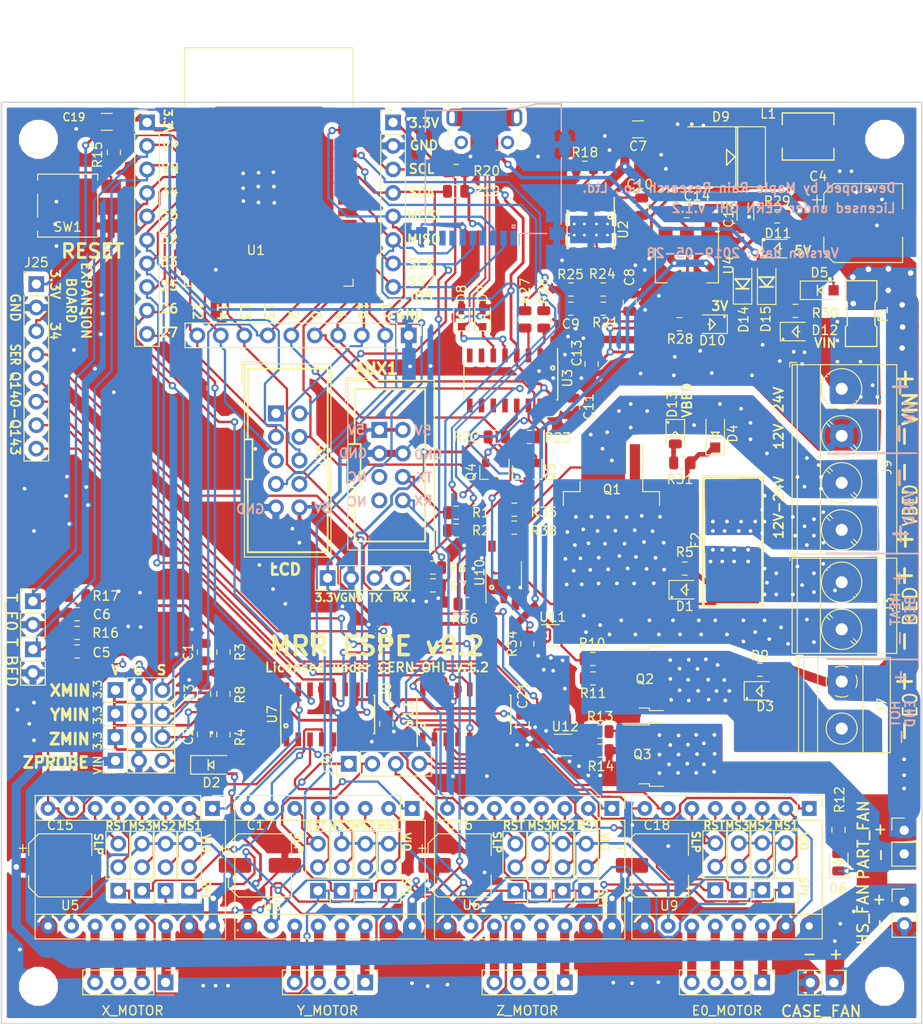
<source format=kicad_pcb>
(kicad_pcb (version 20171130) (host pcbnew 5.0.2-bee76a0~70~ubuntu18.04.1)
  (title_block (title "MRR ESPE") (date 2019-05-28) (rev v0.2))
  (layers (0 F.Cu signal) (31 B.Cu signal) (34 B.Paste user) (35 F.Paste user) (36 B.SilkS user) (37 F.SilkS user) (38 B.Mask user) (39 F.Mask user) (44 Edge.Cuts user))
  (net 0 "")
  (net 1 GND)
  (net 2 X_MIN)
  (net 3 Z_MIN)
  (net 4 Y_MIN)
  (net 5 VIN)
  (net 6 TEMP_BED_PIN)
  (net 7 TEMP_E0_PIN)
  (net 8 "Net-(C8-Pad1)")
  (net 9 COMP)
  (net 10 "Net-(C10-Pad2)")
  (net 11 "Net-(C10-Pad1)")
  (net 12 +3V3)
  (net 13 5V1)
  (net 14 +5V)
  (net 15 "Net-(D1-Pad2)")
  (net 16 "Net-(D1-Pad1)")
  (net 17 "Net-(D2-Pad1)")
  (net 18 "Net-(D3-Pad2)")
  (net 19 "Net-(D3-Pad1)")
  (net 20 VBED)
  (net 21 "Net-(D6-Pad1)")
  (net 22 "Net-(D6-Pad2)")
  (net 23 "Net-(D10-Pad2)")
  (net 24 "Net-(D11-Pad2)")
  (net 25 "Net-(D12-Pad2)")
  (net 26 "Net-(D13-Pad2)")
  (net 27 "Net-(F1-Pad2)")
  (net 28 "Net-(F2-Pad2)")
  (net 29 SS)
  (net 30 MISO)
  (net 31 SCK)
  (net 32 MOSI)
  (net 33 SCL)
  (net 34 SDA)
  (net 35 VUSB)
  (net 36 FAN_E0_PIN)
  (net 37 HEATER_E0_PIN)
  (net 38 IO0)
  (net 39 HEATER_BED_PIN)
  (net 40 "Net-(J21-Pad4)")
  (net 41 "Net-(J21-Pad3)")
  (net 42 "Net-(J21-Pad2)")
  (net 43 "Net-(J21-Pad1)")
  (net 44 "Net-(J22-Pad1)")
  (net 45 "Net-(J22-Pad2)")
  (net 46 "Net-(J22-Pad3)")
  (net 47 "Net-(J22-Pad4)")
  (net 48 "Net-(J23-Pad4)")
  (net 49 "Net-(J23-Pad3)")
  (net 50 "Net-(J23-Pad2)")
  (net 51 "Net-(J23-Pad1)")
  (net 52 "Net-(J24-Pad1)")
  (net 53 "Net-(J24-Pad2)")
  (net 54 "Net-(J24-Pad3)")
  (net 55 "Net-(J24-Pad4)")
  (net 56 X_MS1)
  (net 57 Y_MS1)
  (net 58 Z_MS1)
  (net 59 E0_MS1)
  (net 60 X_MS2)
  (net 61 Y_MS2)
  (net 62 Z_MS2)
  (net 63 E0_MS2)
  (net 64 X_MS3)
  (net 65 Y_MS3)
  (net 66 Z_MS3)
  (net 67 E0_MS3)
  (net 68 X_SLP)
  (net 69 X_RST)
  (net 70 Y_SLP)
  (net 71 Y_RST)
  (net 72 Z_RST)
  (net 73 Z_SLP)
  (net 74 E0_SLP)
  (net 75 E0_RST)
  (net 76 "Net-(Q2-Pad1)")
  (net 77 "Net-(Q3-Pad1)")
  (net 78 "Net-(Q4-Pad1)")
  (net 79 RTS)
  (net 80 EN)
  (net 81 DTR)
  (net 82 "Net-(Q5-Pad1)")
  (net 83 "Net-(R18-Pad2)")
  (net 84 FB)
  (net 85 "Net-(R26-Pad2)")
  (net 86 "Net-(R27-Pad2)")
  (net 87 /D-)
  (net 88 /D+)
  (net 89 UARTD-)
  (net 90 UARTD+)
  (net 91 UART+)
  (net 92 UART-)
  (net 93 TO_HEATER_BED)
  (net 94 TO_HEATER_E0)
  (net 95 TO_FAN_E0)
  (net 96 GNDD)
  (net 97 "Net-(R36-Pad2)")
  (net 98 "Net-(R38-Pad2)")
  (net 99 "Net-(J15-Pad8)")
  (net 100 I2S_DATA)
  (net 101 I2S_BCK)
  (net 102 I2S_WS)
  (net 103 LCD_PINS_D4)
  (net 104 IO34)
  (net 105 BTN_EN1)
  (net 106 BTN_EN2)
  (net 107 BEEPER_PIN)
  (net 108 LCD_PINS_RS)
  (net 109 X_CS)
  (net 110 Y_CS)
  (net 111 Z_CS)
  (net 112 E0_CS)
  (net 113 Q140)
  (net 114 Q141)
  (net 115 Q142)
  (net 116 Q143)
  (net 117 SER)
  (net 118 Q130)
  (net 119 Q129)
  (net 120 Q128)
  (net 121 Q136)
  (net 122 Q135)
  (net 123 Q134)
  (net 124 "Net-(U13-Pad14)")
  (net 125 Q133)
  (net 126 Q132)
  (net 127 Q131)
  (net 128 Q139)
  (net 129 Q138)
  (net 130 Q137)
  (module Connector_PinHeader_2.54mm:PinHeader_1x08_P2.54mm_Vertical (layer F.Cu) (at 48.768 56.642)
    (fp_text reference J25 (at 0 -2.33) (layer F.SilkS))
    (fp_text value EXPANSION)
    (pad 1 thru_hole rect (at 0 0) (size 1.7 1.7) (drill 1) (layers *.Cu *.Mask) (net 12 +3V3))
    (pad 2 thru_hole oval (at 0 2.54) (size 1.7 1.7) (drill 1) (layers *.Cu *.Mask) (net 1 GND))
    (pad 3 thru_hole oval (at 0 5.08) (size 1.7 1.7) (drill 1) (layers *.Cu *.Mask) (net 104 IO34))
    (pad 4 thru_hole oval (at 0 7.62) (size 1.7 1.7) (drill 1) (layers *.Cu *.Mask) (net 113 Q140))
    (pad 5 thru_hole oval (at 0 10.16) (size 1.7 1.7) (drill 1) (layers *.Cu *.Mask) (net 114 Q141))
    (pad 6 thru_hole oval (at 0 12.7) (size 1.7 1.7) (drill 1) (layers *.Cu *.Mask) (net 115 Q142))
    (pad 7 thru_hole oval (at 0 15.24) (size 1.7 1.7) (drill 1) (layers *.Cu *.Mask) (net 116 Q143))
    (pad 8 thru_hole oval (at 0 17.78) (size 1.7 1.7) (drill 1) (layers *.Cu *.Mask) (net 117 SER))
  )
  (module projfp:6x6mmTactileSwitch (layer F.Cu) (at 52.162 48.1689 180)
    (fp_text reference SW1 (at 0 -2.3 180) (layer F.SilkS))
    (fp_text value RESET)
    (pad 2 smd rect (at -4.7 2.1 180) (size 2.1 1.45) (layers F.Cu F.Paste F.Mask) (net 80 EN))
    (pad 2 smd rect (at 4.7 2.2 180) (size 2.1 1.45) (layers F.Cu F.Paste F.Mask) (net 80 EN))
    (pad 1 smd rect (at 4.7 -2.2 180) (size 2.1 1.45) (layers F.Cu F.Paste F.Mask) (net 1 GND))
    (pad 1 smd rect (at -4.7 -2.2 180) (size 2.1 1.45) (layers F.Cu F.Paste F.Mask) (net 1 GND))
  )
  (module Connector_USB:USB_Micro-B_Molex-105017-0001 (layer F.Cu) (at 97.212 39.878 180)
    (fp_text reference J16 hide)
    (fp_text value USB_B_Micro)
    (pad 6 smd rect (at 1 1.2375 180) (size 1.5 1.9) (layers F.Cu F.Paste F.Mask))
    (pad 6 thru_hole circle (at -2.5 -1.4625 180) (size 1.45 1.45) (drill 0.85) (layers *.Cu *.Mask))
    (pad 2 smd rect (at -0.65 -1.4625 180) (size 0.4 1.35) (layers F.Cu F.Paste F.Mask) (net 87 /D-))
    (pad 1 smd rect (at -1.3 -1.4625 180) (size 0.4 1.35) (layers F.Cu F.Paste F.Mask) (net 35 VUSB))
    (pad 5 smd rect (at 1.3 -1.4625 180) (size 0.4 1.35) (layers F.Cu F.Paste F.Mask) (net 1 GND))
    (pad 4 smd rect (at 0.65 -1.4625 180) (size 0.4 1.35) (layers F.Cu F.Paste F.Mask))
    (pad 3 smd rect (at 0 -1.4625 180) (size 0.4 1.35) (layers F.Cu F.Paste F.Mask) (net 88 /D+))
    (pad 6 thru_hole circle (at 2.5 -1.4625 180) (size 1.45 1.45) (drill 0.85) (layers *.Cu *.Mask))
    (pad 6 smd rect (at -1 1.2375 180) (size 1.5 1.9) (layers F.Cu F.Paste F.Mask))
    (pad 6 thru_hole oval (at -3.5 1.2375) (size 1.2 1.9) (drill oval 0.6 1.3) (layers *.Cu *.Mask))
    (pad 6 thru_hole oval (at 3.5 1.2375 180) (size 1.2 1.9) (drill oval 0.6 1.3) (layers *.Cu *.Mask))
    (pad 6 smd rect (at 2.9 1.2375 180) (size 1.2 1.9) (layers F.Cu F.Mask))
    (pad 6 smd rect (at -2.9 1.2375 180) (size 1.2 1.9) (layers F.Cu F.Mask))
  )
  (module Connector_IDC:IDC-Header_2x04_P2.54mm_Vertical (layer F.Cu) (at 85.852 72.39)
    (fp_text reference J15 hide)
    (fp_text value AUX1)
    (pad 8 thru_hole oval (at 2.54 7.62) (size 1.7272 1.7272) (drill 1.016) (layers *.Cu *.Mask) (net 99 "Net-(J15-Pad8)"))
    (pad 7 thru_hole oval (at 0 7.62) (size 1.7272 1.7272) (drill 1.016) (layers *.Cu *.Mask))
    (pad 6 thru_hole oval (at 2.54 5.08) (size 1.7272 1.7272) (drill 1.016) (layers *.Cu *.Mask) (net 90 UARTD+))
    (pad 5 thru_hole oval (at 0 5.08) (size 1.7272 1.7272) (drill 1.016) (layers *.Cu *.Mask))
    (pad 4 thru_hole oval (at 2.54 2.54) (size 1.7272 1.7272) (drill 1.016) (layers *.Cu *.Mask) (net 1 GND))
    (pad 3 thru_hole oval (at 0 2.54) (size 1.7272 1.7272) (drill 1.016) (layers *.Cu *.Mask) (net 1 GND))
    (pad 2 thru_hole oval (at 2.54 0) (size 1.7272 1.7272) (drill 1.016) (layers *.Cu *.Mask) (net 14 +5V))
    (pad 1 thru_hole rect (at 0 0) (size 1.7272 1.7272) (drill 1.016) (layers *.Cu *.Mask) (net 14 +5V))
  )
  (module Capacitor_SMD:C_0805_2012Metric (layer F.Cu) (at 66.9 96.4 270)
    (fp_text reference C1 (at 0 1.7 270) (layer F.SilkS))
    (fp_text value 100nF16V)
    (pad 2 smd roundrect (at 0.9375 0 270) (size 0.975 1.4) (layers F.Cu F.Paste F.Mask) (net 2 X_MIN))
    (pad 1 smd roundrect (at -0.9375 0 270) (size 0.975 1.4) (layers F.Cu F.Paste F.Mask) (net 1 GND))
  )
  (module Capacitor_SMD:C_0805_2012Metric (layer F.Cu) (at 66.9 105.3 270)
    (fp_text reference C2 (at 0.2 1.7 90) (layer F.SilkS))
    (fp_text value 100nF16V)
    (pad 2 smd roundrect (at 0.9375 0 270) (size 0.975 1.4) (layers F.Cu F.Paste F.Mask) (net 3 Z_MIN))
    (pad 1 smd roundrect (at -0.9375 0 270) (size 0.975 1.4) (layers F.Cu F.Paste F.Mask) (net 1 GND))
  )
  (module Capacitor_SMD:C_0805_2012Metric (layer F.Cu) (at 66.9 100.9 270)
    (fp_text reference C3 (at -0.1 1.6 90) (layer F.SilkS))
    (fp_text value 100nF16V)
    (pad 2 smd roundrect (at 0.9375 0 270) (size 0.975 1.4) (layers F.Cu F.Paste F.Mask) (net 4 Y_MIN))
    (pad 1 smd roundrect (at -0.9375 0 270) (size 0.975 1.4) (layers F.Cu F.Paste F.Mask) (net 1 GND))
  )
  (module Capacitor_SMD:CP_Elec_8x10 (layer F.Cu) (at 138.175 50.05)
    (fp_text reference C4 (at -4.875 -5.05) (layer F.SilkS))
    (fp_text value 100uF50V)
    (pad 2 smd roundrect (at 3.25 0) (size 3.5 2.5) (layers F.Cu F.Paste F.Mask) (roundrect_rratio 0.1) (net 1 GND))
    (pad 1 smd roundrect (at -3.25 0) (size 3.5 2.5) (layers F.Cu F.Paste F.Mask) (roundrect_rratio 0.1) (net 5 VIN))
  )
  (module Capacitor_SMD:C_0805_2012Metric (layer F.Cu) (at 53.175 96.325)
    (fp_text reference C5 (at 2.636 0.118) (layer F.SilkS))
    (fp_text value 10uF16V)
    (pad 2 smd roundrect (at 0.9375 0) (size 0.975 1.4) (layers F.Cu F.Paste F.Mask) (net 6 TEMP_BED_PIN))
    (pad 1 smd roundrect (at -0.9375 0) (size 0.975 1.4) (layers F.Cu F.Paste F.Mask) (net 1 GND))
  )
  (module Capacitor_SMD:C_0805_2012Metric (layer F.Cu) (at 53.175 92.3)
    (fp_text reference C6 (at 2.675 0.025) (layer F.SilkS))
    (fp_text value 10uF16V)
    (pad 2 smd roundrect (at 0.9375 0) (size 0.975 1.4) (layers F.Cu F.Paste F.Mask) (net 7 TEMP_E0_PIN))
    (pad 1 smd roundrect (at -0.9375 0) (size 0.975 1.4) (layers F.Cu F.Paste F.Mask) (net 1 GND))
  )
  (module Capacitor_SMD:C_1206_3216Metric (layer F.Cu) (at 113.825 39.925 180)
    (fp_text reference C7 (at 0 -1.82 180) (layer F.SilkS))
    (fp_text value 4.7uF50V)
    (pad 2 smd roundrect (at 1.4 0 180) (size 1.25 1.75) (layers F.Cu F.Paste F.Mask) (roundrect_rratio 0.2) (net 5 VIN))
    (pad 1 smd roundrect (at -1.4 0 180) (size 1.25 1.75) (layers F.Cu F.Paste F.Mask) (roundrect_rratio 0.2) (net 1 GND))
  )
  (module Capacitor_SMD:C_0805_2012Metric (layer F.Cu) (at 112.93 58.64 90)
    (fp_text reference C8 (at 2.74 -0.03 90) (layer F.SilkS))
    (fp_text value 820pF50V)
    (pad 2 smd roundrect (at 0.9375 0 90) (size 0.975 1.4) (layers F.Cu F.Paste F.Mask) (net 1 GND))
    (pad 1 smd roundrect (at -0.9375 0 90) (size 0.975 1.4) (layers F.Cu F.Paste F.Mask) (net 8 "Net-(C8-Pad1)"))
  )
  (module Capacitor_SMD:C_0805_2012Metric (layer F.Cu) (at 106.55 59.3 180)
    (fp_text reference C9 (at 0 -1.65 180) (layer F.SilkS))
    (fp_text value 56pF50V)
    (pad 2 smd roundrect (at 0.9375 0 180) (size 0.975 1.4) (layers F.Cu F.Paste F.Mask) (net 1 GND))
    (pad 1 smd roundrect (at -0.9375 0 180) (size 0.975 1.4) (layers F.Cu F.Paste F.Mask) (net 9 COMP))
  )
  (module Capacitor_SMD:C_0805_2012Metric (layer F.Cu) (at 114.225 48.275 90)
    (fp_text reference C10 (at 2.4 -0.225 180) (layer F.SilkS))
    (fp_text value 100nF50V)
    (pad 2 smd roundrect (at 0.9375 0 90) (size 0.975 1.4) (layers F.Cu F.Paste F.Mask) (net 10 "Net-(C10-Pad2)"))
    (pad 1 smd roundrect (at -0.9375 0 90) (size 0.975 1.4) (layers F.Cu F.Paste F.Mask) (net 11 "Net-(C10-Pad1)"))
  )
  (module Capacitor_SMD:C_0805_2012Metric (layer F.Cu) (at 106.8 69.9 90)
    (fp_text reference C11 (at 0 1.7 90) (layer F.SilkS))
    (fp_text value 1nF16V)
    (pad 2 smd roundrect (at 0.9375 0 90) (size 0.975 1.4) (layers F.Cu F.Paste F.Mask) (net 12 +3V3))
    (pad 1 smd roundrect (at -0.9375 0 90) (size 0.975 1.4) (layers F.Cu F.Paste F.Mask) (net 1 GND))
  )
  (module Capacitor_SMD:C_1206_3216Metric (layer F.Cu) (at 125.44 49.12 90)
    (fp_text reference C12 (at 0 -1.82 90) (layer F.SilkS))
    (fp_text value 47uF16V)
    (pad 2 smd roundrect (at 1.4 0 90) (size 1.25 1.75) (layers F.Cu F.Paste F.Mask) (roundrect_rratio 0.2) (net 13 5V1))
    (pad 1 smd roundrect (at -1.4 0 90) (size 1.25 1.75) (layers F.Cu F.Paste F.Mask) (roundrect_rratio 0.2) (net 1 GND))
  )
  (module Capacitor_SMD:C_0805_2012Metric (layer F.Cu) (at 108.8 65.275 270)
    (fp_text reference C13 (at -1.175 1.6 270) (layer F.SilkS))
    (fp_text value 10uF16V)
    (pad 2 smd roundrect (at 0.9375 0 270) (size 0.975 1.4) (layers F.Cu F.Paste F.Mask) (net 1 GND))
    (pad 1 smd roundrect (at -0.9375 0 270) (size 0.975 1.4) (layers F.Cu F.Paste F.Mask) (net 14 +5V))
  )
  (module Capacitor_SMD:C_0805_2012Metric (layer F.Cu) (at 119.09 48.76)
    (fp_text reference C14 (at 1.1 -1.65) (layer F.SilkS))
    (fp_text value 10uF16V)
    (pad 2 smd roundrect (at 0.9375 0) (size 0.975 1.4) (layers F.Cu F.Paste F.Mask) (net 1 GND))
    (pad 1 smd roundrect (at -0.9375 0) (size 0.975 1.4) (layers F.Cu F.Paste F.Mask) (net 12 +3V3))
  )
  (module Capacitor_SMD:CP_Elec_6.3x7.7 (layer F.Cu) (at 51.354 119.434)
    (fp_text reference C15 (at 0 -4.35) (layer F.SilkS))
    (fp_text value 100uF35V)
    (pad 2 smd roundrect (at 2.7 0) (size 3.5 1.6) (layers F.Cu F.Paste F.Mask) (roundrect_rratio 0.15625) (net 1 GND))
    (pad 1 smd roundrect (at -2.7 0) (size 3.5 1.6) (layers F.Cu F.Paste F.Mask) (roundrect_rratio 0.15625) (net 5 VIN))
  )
  (module Capacitor_SMD:CP_Elec_6.3x7.7 (layer F.Cu) (at 94.534 119.434)
    (fp_text reference C16 (at 0 -4.35) (layer F.SilkS))
    (fp_text value 100uF35V)
    (pad 2 smd roundrect (at 2.7 0) (size 3.5 1.6) (layers F.Cu F.Paste F.Mask) (roundrect_rratio 0.15625) (net 1 GND))
    (pad 1 smd roundrect (at -2.7 0) (size 3.5 1.6) (layers F.Cu F.Paste F.Mask) (roundrect_rratio 0.15625) (net 5 VIN))
  )
  (module Capacitor_SMD:CP_Elec_6.3x7.7 (layer F.Cu) (at 72.944 119.434)
    (fp_text reference C17 (at 0 -4.35) (layer F.SilkS))
    (fp_text value 100uF35V)
    (pad 2 smd roundrect (at 2.7 0) (size 3.5 1.6) (layers F.Cu F.Paste F.Mask) (roundrect_rratio 0.15625) (net 1 GND))
    (pad 1 smd roundrect (at -2.7 0) (size 3.5 1.6) (layers F.Cu F.Paste F.Mask) (roundrect_rratio 0.15625) (net 5 VIN))
  )
  (module Capacitor_SMD:CP_Elec_6.3x7.7 (layer F.Cu) (at 115.87 119.434)
    (fp_text reference C18 (at 0 -4.35) (layer F.SilkS))
    (fp_text value 100uF35V)
    (pad 2 smd roundrect (at 2.7 0) (size 3.5 1.6) (layers F.Cu F.Paste F.Mask) (roundrect_rratio 0.15625) (net 1 GND))
    (pad 1 smd roundrect (at -2.7 0) (size 3.5 1.6) (layers F.Cu F.Paste F.Mask) (roundrect_rratio 0.15625) (net 5 VIN))
  )
  (module MountingHole:MountingHole_3.2mm_M3_DIN965 (layer F.Cu) (at 49 41)
    (fp_text reference H1 hide)
    (fp_text value MountingHole)
    (pad 1 np_thru_hole circle (at 0 0) (size 3.2 3.2) (drill 3.2) (layers *.Cu *.Mask))
  )
  (module MountingHole:MountingHole_3.2mm_M3_DIN965 (layer F.Cu) (at 49 132.5)
    (fp_text reference H2 hide)
    (fp_text value MountingHole)
    (pad 1 np_thru_hole circle (at 0 0) (size 3.2 3.2) (drill 3.2) (layers *.Cu *.Mask))
  )
  (module MountingHole:MountingHole_3.2mm_M3_DIN965 (layer F.Cu) (at 140.5 132.5)
    (fp_text reference H3 hide)
    (fp_text value MountingHole)
    (pad 1 np_thru_hole circle (at 0 0) (size 3.2 3.2) (drill 3.2) (layers *.Cu *.Mask))
  )
  (module MountingHole:MountingHole_3.2mm_M3_DIN965 (layer F.Cu) (at 140.5 41)
    (fp_text reference H4 hide)
    (fp_text value MountingHole)
    (pad 1 np_thru_hole circle (at 0 0) (size 3.2 3.2) (drill 3.2) (layers *.Cu *.Mask))
  )
  (module Connector_PinHeader_2.54mm:PinHeader_1x03_P2.54mm_Vertical (layer F.Cu) (at 57.324 100.498 90)
    (fp_text reference J1 hide)
    (fp_text value X_MIN)
    (pad 3 thru_hole oval (at 0 5.08 90) (size 1.7 1.7) (drill 1) (layers *.Cu *.Mask) (net 2 X_MIN))
    (pad 2 thru_hole oval (at 0 2.54 90) (size 1.7 1.7) (drill 1) (layers *.Cu *.Mask) (net 1 GND))
    (pad 1 thru_hole rect (at 0 0 90) (size 1.7 1.7) (drill 1) (layers *.Cu *.Mask) (net 12 +3V3))
  )
  (module Connector_PinHeader_2.54mm:PinHeader_1x03_P2.54mm_Vertical (layer F.Cu) (at 57.324 105.578 90)
    (fp_text reference J2 hide)
    (fp_text value Z_MIN)
    (pad 3 thru_hole oval (at 0 5.08 90) (size 1.7 1.7) (drill 1) (layers *.Cu *.Mask) (net 3 Z_MIN))
    (pad 2 thru_hole oval (at 0 2.54 90) (size 1.7 1.7) (drill 1) (layers *.Cu *.Mask) (net 1 GND))
    (pad 1 thru_hole rect (at 0 0 90) (size 1.7 1.7) (drill 1) (layers *.Cu *.Mask) (net 12 +3V3))
  )
  (module TerminalBlock_Phoenix:TerminalBlock_Phoenix_MKDS-3-2-5.08_1x02_P5.08mm_Horizontal (layer F.Cu) (at 135.843 88.85 270)
    (fp_text reference J3 (at 2.425 -5.1 270) (layer F.SilkS))
    (fp_text value BED)
    (pad 2 thru_hole circle (at 5.08 0 270) (size 2.6 2.6) (drill 1.3) (layers *.Cu *.Mask) (net 16 "Net-(D1-Pad1)"))
    (pad 1 thru_hole rect (at 0 0 270) (size 2.6 2.6) (drill 1.3) (layers *.Cu *.Mask) (net 20 VBED))
  )
  (module Connector_PinHeader_2.54mm:PinHeader_1x03_P2.54mm_Vertical (layer F.Cu) (at 57.324 103.038 90)
    (fp_text reference J5 hide)
    (fp_text value Y_MIN)
    (pad 3 thru_hole oval (at 0 5.08 90) (size 1.7 1.7) (drill 1) (layers *.Cu *.Mask) (net 4 Y_MIN))
    (pad 2 thru_hole oval (at 0 2.54 90) (size 1.7 1.7) (drill 1) (layers *.Cu *.Mask) (net 1 GND))
    (pad 1 thru_hole rect (at 0 0 90) (size 1.7 1.7) (drill 1) (layers *.Cu *.Mask) (net 12 +3V3))
  )
  (module Connector_PinHeader_2.54mm:PinHeader_1x03_P2.54mm_Vertical (layer F.Cu) (at 57.324 108.118 90)
    (fp_text reference J6 hide)
    (fp_text value Z_PROBE)
    (pad 3 thru_hole oval (at 0 5.08 90) (size 1.7 1.7) (drill 1) (layers *.Cu *.Mask) (net 17 "Net-(D2-Pad1)"))
    (pad 2 thru_hole oval (at 0 2.54 90) (size 1.7 1.7) (drill 1) (layers *.Cu *.Mask) (net 1 GND))
    (pad 1 thru_hole rect (at 0 0 90) (size 1.7 1.7) (drill 1) (layers *.Cu *.Mask) (net 5 VIN))
  )
  (module Connector_PinHeader_2.54mm:PinHeader_1x02_P2.54mm_Vertical (layer F.Cu) (at 135 132.1 270)
    (fp_text reference J8 hide)
    (fp_text value FAN_CASE)
    (pad 2 thru_hole oval (at 0 2.54 270) (size 1.7 1.7) (drill 1) (layers *.Cu *.Mask) (net 1 GND))
    (pad 1 thru_hole rect (at 0 0 270) (size 1.7 1.7) (drill 1) (layers *.Cu *.Mask) (net 5 VIN))
  )
  (module TerminalBlock_Phoenix:TerminalBlock_Phoenix_MKDS-3-4-5.08_1x04_P5.08mm_Horizontal (layer F.Cu) (at 135.843 67.95 270)
    (fp_text reference J9 (at 8.475 -4.875 270) (layer F.SilkS))
    (fp_text value PWR_IN)
    (pad 4 thru_hole circle (at 15.24 0 270) (size 2.6 2.6) (drill 1.3) (layers *.Cu *.Mask) (net 28 "Net-(F2-Pad2)"))
    (pad 3 thru_hole circle (at 10.16 0 270) (size 2.6 2.6) (drill 1.3) (layers *.Cu *.Mask) (net 96 GNDD))
    (pad 2 thru_hole circle (at 5.08 0 270) (size 2.6 2.6) (drill 1.3) (layers *.Cu *.Mask) (net 1 GND))
    (pad 1 thru_hole rect (at 0 0 270) (size 2.6 2.6) (drill 1.3) (layers *.Cu *.Mask) (net 27 "Net-(F1-Pad2)"))
  )
  (module Connector_PinHeader_2.54mm:PinHeader_1x02_P2.54mm_Vertical (layer F.Cu) (at 142.6 115.65)
    (fp_text reference J10 hide)
    (fp_text value PART_FAN)
    (pad 2 thru_hole oval (at 0 2.54) (size 1.7 1.7) (drill 1) (layers *.Cu *.Mask) (net 21 "Net-(D6-Pad1)"))
    (pad 1 thru_hole rect (at 0 0) (size 1.7 1.7) (drill 1) (layers *.Cu *.Mask) (net 5 VIN))
  )
  (module Connector_PinHeader_2.54mm:PinHeader_1x02_P2.54mm_Vertical (layer F.Cu) (at 142.625 123.325)
    (fp_text reference J11 hide)
    (fp_text value FAN_HEATSINK)
    (pad 2 thru_hole oval (at 0 2.54) (size 1.7 1.7) (drill 1) (layers *.Cu *.Mask) (net 1 GND))
    (pad 1 thru_hole rect (at 0 0) (size 1.7 1.7) (drill 1) (layers *.Cu *.Mask) (net 5 VIN))
  )
  (module Connector_PinHeader_2.54mm:PinHeader_1x02_P2.54mm_Vertical (layer F.Cu) (at 48.4 96.1)
    (fp_text reference J12 hide)
    (fp_text value T_BED)
    (pad 2 thru_hole oval (at 0 2.54) (size 1.7 1.7) (drill 1) (layers *.Cu *.Mask) (net 1 GND))
    (pad 1 thru_hole rect (at 0 0) (size 1.7 1.7) (drill 1) (layers *.Cu *.Mask) (net 6 TEMP_BED_PIN))
  )
  (module Connector_PinHeader_2.54mm:PinHeader_1x02_P2.54mm_Vertical (layer F.Cu) (at 48.4 90.9)
    (fp_text reference J13 hide)
    (fp_text value T_E0)
    (pad 2 thru_hole oval (at 0 2.54) (size 1.7 1.7) (drill 1) (layers *.Cu *.Mask) (net 1 GND))
    (pad 1 thru_hole rect (at 0 0) (size 1.7 1.7) (drill 1) (layers *.Cu *.Mask) (net 7 TEMP_E0_PIN))
  )
  (module Connector_PinHeader_2.54mm:PinHeader_1x08_P2.54mm_Vertical (layer F.Cu) (at 87.3409 39.1771)
    (fp_text reference J14 hide)
    (fp_text value I2C/SPI)
    (pad 8 thru_hole oval (at 0 17.78) (size 1.7 1.7) (drill 1) (layers *.Cu *.Mask) (net 29 SS))
    (pad 7 thru_hole oval (at 0 15.24) (size 1.7 1.7) (drill 1) (layers *.Cu *.Mask) (net 31 SCK))
    (pad 6 thru_hole oval (at 0 12.7) (size 1.7 1.7) (drill 1) (layers *.Cu *.Mask) (net 30 MISO))
    (pad 5 thru_hole oval (at 0 10.16) (size 1.7 1.7) (drill 1) (layers *.Cu *.Mask) (net 32 MOSI))
    (pad 4 thru_hole oval (at 0 7.62) (size 1.7 1.7) (drill 1) (layers *.Cu *.Mask) (net 34 SDA))
    (pad 3 thru_hole oval (at 0 5.08) (size 1.7 1.7) (drill 1) (layers *.Cu *.Mask) (net 33 SCL))
    (pad 2 thru_hole oval (at 0 2.54) (size 1.7 1.7) (drill 1) (layers *.Cu *.Mask) (net 1 GND))
    (pad 1 thru_hole rect (at 0 0) (size 1.7 1.7) (drill 1) (layers *.Cu *.Mask) (net 12 +3V3))
  )
  (module Connector_PinHeader_2.54mm:PinHeader_1x04_P2.54mm_Vertical (layer F.Cu) (at 80.264 88.392 90)
    (fp_text reference J17 hide)
    (fp_text value Serial)
    (pad 4 thru_hole oval (at 0 7.62 90) (size 1.7 1.7) (drill 1) (layers *.Cu *.Mask) (net 89 UARTD-))
    (pad 3 thru_hole oval (at 0 5.08 90) (size 1.7 1.7) (drill 1) (layers *.Cu *.Mask) (net 90 UARTD+))
    (pad 2 thru_hole oval (at 0 2.54 90) (size 1.7 1.7) (drill 1) (layers *.Cu *.Mask) (net 1 GND))
    (pad 1 thru_hole rect (at 0 0 90) (size 1.7 1.7) (drill 1) (layers *.Cu *.Mask) (net 12 +3V3))
  )
  (module Connector_PinHeader_2.54mm:PinHeader_1x10_P2.54mm_Vertical (layer F.Cu) (at 60.7374 39.1771)
    (fp_text reference J18 hide)
    (fp_text value PINS_1)
    (pad 10 thru_hole oval (at 0 22.86) (size 1.7 1.7) (drill 1) (layers *.Cu *.Mask) (net 100 I2S_DATA))
    (pad 9 thru_hole oval (at 0 20.32) (size 1.7 1.7) (drill 1) (layers *.Cu *.Mask) (net 101 I2S_BCK))
    (pad 8 thru_hole oval (at 0 17.78) (size 1.7 1.7) (drill 1) (layers *.Cu *.Mask) (net 102 I2S_WS))
    (pad 7 thru_hole oval (at 0 15.24) (size 1.7 1.7) (drill 1) (layers *.Cu *.Mask) (net 2 X_MIN))
    (pad 6 thru_hole oval (at 0 12.7) (size 1.7 1.7) (drill 1) (layers *.Cu *.Mask) (net 103 LCD_PINS_D4))
    (pad 5 thru_hole oval (at 0 10.16) (size 1.7 1.7) (drill 1) (layers *.Cu *.Mask) (net 4 Y_MIN))
    (pad 4 thru_hole oval (at 0 7.62) (size 1.7 1.7) (drill 1) (layers *.Cu *.Mask) (net 104 IO34))
    (pad 3 thru_hole oval (at 0 5.08) (size 1.7 1.7) (drill 1) (layers *.Cu *.Mask) (net 6 TEMP_BED_PIN))
    (pad 2 thru_hole oval (at 0 2.54) (size 1.7 1.7) (drill 1) (layers *.Cu *.Mask) (net 7 TEMP_E0_PIN))
    (pad 1 thru_hole rect (at 0 0) (size 1.7 1.7) (drill 1) (layers *.Cu *.Mask) (net 12 +3V3))
  )
  (module Connector_PinHeader_2.54mm:PinHeader_1x10_P2.54mm_Vertical (layer F.Cu) (at 89.0339 62.1835 270)
    (fp_text reference J19 hide)
    (fp_text value PINS_2)
    (pad 10 thru_hole oval (at 0 22.86 270) (size 1.7 1.7) (drill 1) (layers *.Cu *.Mask) (net 105 BTN_EN1))
    (pad 9 thru_hole oval (at 0 20.32 270) (size 1.7 1.7) (drill 1) (layers *.Cu *.Mask) (net 106 BTN_EN2))
    (pad 8 thru_hole oval (at 0 17.78 270) (size 1.7 1.7) (drill 1) (layers *.Cu *.Mask) (net 36 FAN_E0_PIN))
    (pad 7 thru_hole oval (at 0 15.24 270) (size 1.7 1.7) (drill 1) (layers *.Cu *.Mask) (net 3 Z_MIN))
    (pad 6 thru_hole oval (at 0 12.7 270) (size 1.7 1.7) (drill 1) (layers *.Cu *.Mask) (net 37 HEATER_E0_PIN))
    (pad 5 thru_hole oval (at 0 10.16 270) (size 1.7 1.7) (drill 1) (layers *.Cu *.Mask) (net 38 IO0))
    (pad 4 thru_hole oval (at 0 7.62 270) (size 1.7 1.7) (drill 1) (layers *.Cu *.Mask) (net 39 HEATER_BED_PIN))
    (pad 3 thru_hole oval (at 0 5.08 270) (size 1.7 1.7) (drill 1) (layers *.Cu *.Mask) (net 107 BEEPER_PIN))
    (pad 2 thru_hole oval (at 0 2.54 270) (size 1.7 1.7) (drill 1) (layers *.Cu *.Mask) (net 108 LCD_PINS_RS))
    (pad 1 thru_hole rect (at 0 0 270) (size 1.7 1.7) (drill 1) (layers *.Cu *.Mask) (net 1 GND))
  )
  (module Connector_PinHeader_2.54mm:PinHeader_1x04_P2.54mm_Vertical (layer F.Cu) (at 62.738 132.08 270)
    (fp_text reference J21 hide)
    (fp_text value X_MOTOR (at 3.048 3.556) (layer F.SilkS))
    (pad 4 thru_hole oval (at 0 7.62 270) (size 1.7 1.7) (drill 1) (layers *.Cu *.Mask) (net 40 "Net-(J21-Pad4)"))
    (pad 3 thru_hole oval (at 0 5.08 270) (size 1.7 1.7) (drill 1) (layers *.Cu *.Mask) (net 41 "Net-(J21-Pad3)"))
    (pad 2 thru_hole oval (at 0 2.54 270) (size 1.7 1.7) (drill 1) (layers *.Cu *.Mask) (net 42 "Net-(J21-Pad2)"))
    (pad 1 thru_hole rect (at 0 0 270) (size 1.7 1.7) (drill 1) (layers *.Cu *.Mask) (net 43 "Net-(J21-Pad1)"))
  )
  (module Connector_PinHeader_2.54mm:PinHeader_1x04_P2.54mm_Vertical (layer F.Cu) (at 105.918 132.08 270)
    (fp_text reference J22 hide)
    (fp_text value Z_MOTOR (at 3.048 4.064) (layer F.SilkS))
    (pad 4 thru_hole oval (at 0 7.62 270) (size 1.7 1.7) (drill 1) (layers *.Cu *.Mask) (net 47 "Net-(J22-Pad4)"))
    (pad 3 thru_hole oval (at 0 5.08 270) (size 1.7 1.7) (drill 1) (layers *.Cu *.Mask) (net 46 "Net-(J22-Pad3)"))
    (pad 2 thru_hole oval (at 0 2.54 270) (size 1.7 1.7) (drill 1) (layers *.Cu *.Mask) (net 45 "Net-(J22-Pad2)"))
    (pad 1 thru_hole rect (at 0 0 270) (size 1.7 1.7) (drill 1) (layers *.Cu *.Mask) (net 44 "Net-(J22-Pad1)"))
  )
  (module Connector_PinHeader_2.54mm:PinHeader_1x04_P2.54mm_Vertical (layer F.Cu) (at 84.328 132.08 270)
    (fp_text reference J23 hide)
    (fp_text value Y_MOTOR (at 3.048 4.064) (layer F.SilkS))
    (pad 4 thru_hole oval (at 0 7.62 270) (size 1.7 1.7) (drill 1) (layers *.Cu *.Mask) (net 48 "Net-(J23-Pad4)"))
    (pad 3 thru_hole oval (at 0 5.08 270) (size 1.7 1.7) (drill 1) (layers *.Cu *.Mask) (net 49 "Net-(J23-Pad3)"))
    (pad 2 thru_hole oval (at 0 2.54 270) (size 1.7 1.7) (drill 1) (layers *.Cu *.Mask) (net 50 "Net-(J23-Pad2)"))
    (pad 1 thru_hole rect (at 0 0 270) (size 1.7 1.7) (drill 1) (layers *.Cu *.Mask) (net 51 "Net-(J23-Pad1)"))
  )
  (module Connector_PinHeader_2.54mm:PinHeader_1x04_P2.54mm_Vertical (layer F.Cu) (at 127.254 132.08 270)
    (fp_text reference J24 hide)
    (fp_text value E0_MOTOR (at 3.048 3.81) (layer F.SilkS))
    (pad 4 thru_hole oval (at 0 7.62 270) (size 1.7 1.7) (drill 1) (layers *.Cu *.Mask) (net 55 "Net-(J24-Pad4)"))
    (pad 3 thru_hole oval (at 0 5.08 270) (size 1.7 1.7) (drill 1) (layers *.Cu *.Mask) (net 54 "Net-(J24-Pad3)"))
    (pad 2 thru_hole oval (at 0 2.54 270) (size 1.7 1.7) (drill 1) (layers *.Cu *.Mask) (net 53 "Net-(J24-Pad2)"))
    (pad 1 thru_hole rect (at 0 0 270) (size 1.7 1.7) (drill 1) (layers *.Cu *.Mask) (net 52 "Net-(J24-Pad1)"))
  )
  (module Connector_PinHeader_2.54mm:PinHeader_1x03_P2.54mm_Vertical (layer F.Cu) (at 65.278 122.174 180)
    (fp_text reference JP1 hide)
    (fp_text value X_MS1)
    (pad 3 thru_hole oval (at 0 5.08 180) (size 1.7 1.7) (drill 1) (layers *.Cu *.Mask) (net 12 +3V3))
    (pad 2 thru_hole oval (at 0 2.54 180) (size 1.7 1.7) (drill 1) (layers *.Cu *.Mask) (net 56 X_MS1))
    (pad 1 thru_hole rect (at 0 0 180) (size 1.7 1.7) (drill 1) (layers *.Cu *.Mask) (net 32 MOSI))
  )
  (module Connector_PinHeader_2.54mm:PinHeader_1x03_P2.54mm_Vertical (layer F.Cu) (at 86.868 122.174 180)
    (fp_text reference JP2 hide)
    (fp_text value Y_MS1)
    (pad 3 thru_hole oval (at 0 5.08 180) (size 1.7 1.7) (drill 1) (layers *.Cu *.Mask) (net 12 +3V3))
    (pad 2 thru_hole oval (at 0 2.54 180) (size 1.7 1.7) (drill 1) (layers *.Cu *.Mask) (net 57 Y_MS1))
    (pad 1 thru_hole rect (at 0 0 180) (size 1.7 1.7) (drill 1) (layers *.Cu *.Mask) (net 32 MOSI))
  )
  (module Connector_PinHeader_2.54mm:PinHeader_1x03_P2.54mm_Vertical (layer F.Cu) (at 108.204 122.174 180)
    (fp_text reference JP3 hide)
    (fp_text value Z_MS1)
    (pad 3 thru_hole oval (at 0 5.08 180) (size 1.7 1.7) (drill 1) (layers *.Cu *.Mask) (net 12 +3V3))
    (pad 2 thru_hole oval (at 0 2.54 180) (size 1.7 1.7) (drill 1) (layers *.Cu *.Mask) (net 58 Z_MS1))
    (pad 1 thru_hole rect (at 0 0 180) (size 1.7 1.7) (drill 1) (layers *.Cu *.Mask) (net 32 MOSI))
  )
  (module Connector_PinHeader_2.54mm:PinHeader_1x03_P2.54mm_Vertical (layer F.Cu) (at 129.8 122.1 180)
    (fp_text reference JP4 hide)
    (fp_text value E0_MS1)
    (pad 3 thru_hole oval (at 0 5.08 180) (size 1.7 1.7) (drill 1) (layers *.Cu *.Mask) (net 12 +3V3))
    (pad 2 thru_hole oval (at 0 2.54 180) (size 1.7 1.7) (drill 1) (layers *.Cu *.Mask) (net 59 E0_MS1))
    (pad 1 thru_hole rect (at 0 0 180) (size 1.7 1.7) (drill 1) (layers *.Cu *.Mask) (net 32 MOSI))
  )
  (module Connector_PinHeader_2.54mm:PinHeader_1x03_P2.54mm_Vertical (layer F.Cu) (at 62.738 122.174 180)
    (fp_text reference JP5 hide)
    (fp_text value X_MS2)
    (pad 3 thru_hole oval (at 0 5.08 180) (size 1.7 1.7) (drill 1) (layers *.Cu *.Mask) (net 12 +3V3))
    (pad 2 thru_hole oval (at 0 2.54 180) (size 1.7 1.7) (drill 1) (layers *.Cu *.Mask) (net 60 X_MS2))
    (pad 1 thru_hole rect (at 0 0 180) (size 1.7 1.7) (drill 1) (layers *.Cu *.Mask) (net 31 SCK))
  )
  (module Connector_PinHeader_2.54mm:PinHeader_1x03_P2.54mm_Vertical (layer F.Cu) (at 84.328 122.174 180)
    (fp_text reference JP6 hide)
    (fp_text value Y_MS2)
    (pad 3 thru_hole oval (at 0 5.08 180) (size 1.7 1.7) (drill 1) (layers *.Cu *.Mask) (net 12 +3V3))
    (pad 2 thru_hole oval (at 0 2.54 180) (size 1.7 1.7) (drill 1) (layers *.Cu *.Mask) (net 61 Y_MS2))
    (pad 1 thru_hole rect (at 0 0 180) (size 1.7 1.7) (drill 1) (layers *.Cu *.Mask) (net 31 SCK))
  )
  (module Connector_PinHeader_2.54mm:PinHeader_1x03_P2.54mm_Vertical (layer F.Cu) (at 105.664 122.174 180)
    (fp_text reference JP7 hide)
    (fp_text value Z_MS2)
    (pad 3 thru_hole oval (at 0 5.08 180) (size 1.7 1.7) (drill 1) (layers *.Cu *.Mask) (net 12 +3V3))
    (pad 2 thru_hole oval (at 0 2.54 180) (size 1.7 1.7) (drill 1) (layers *.Cu *.Mask) (net 62 Z_MS2))
    (pad 1 thru_hole rect (at 0 0 180) (size 1.7 1.7) (drill 1) (layers *.Cu *.Mask) (net 31 SCK))
  )
  (module Connector_PinHeader_2.54mm:PinHeader_1x03_P2.54mm_Vertical (layer F.Cu) (at 127.254 122.1 180)
    (fp_text reference JP8 hide)
    (fp_text value E0_MS2)
    (pad 3 thru_hole oval (at 0 5.08 180) (size 1.7 1.7) (drill 1) (layers *.Cu *.Mask) (net 12 +3V3))
    (pad 2 thru_hole oval (at 0 2.54 180) (size 1.7 1.7) (drill 1) (layers *.Cu *.Mask) (net 63 E0_MS2))
    (pad 1 thru_hole rect (at 0 0 180) (size 1.7 1.7) (drill 1) (layers *.Cu *.Mask) (net 31 SCK))
  )
  (module Connector_PinHeader_2.54mm:PinHeader_1x03_P2.54mm_Vertical (layer F.Cu) (at 60.198 122.174 180)
    (fp_text reference JP9 hide)
    (fp_text value X_MS3)
    (pad 3 thru_hole oval (at 0 5.08 180) (size 1.7 1.7) (drill 1) (layers *.Cu *.Mask) (net 12 +3V3))
    (pad 2 thru_hole oval (at 0 2.54 180) (size 1.7 1.7) (drill 1) (layers *.Cu *.Mask) (net 64 X_MS3))
    (pad 1 thru_hole rect (at 0 0 180) (size 1.7 1.7) (drill 1) (layers *.Cu *.Mask) (net 109 X_CS))
  )
  (module Connector_PinHeader_2.54mm:PinHeader_1x03_P2.54mm_Vertical (layer F.Cu) (at 81.788 122.174 180)
    (fp_text reference JP10 hide)
    (fp_text value Y_MS3)
    (pad 3 thru_hole oval (at 0 5.08 180) (size 1.7 1.7) (drill 1) (layers *.Cu *.Mask) (net 12 +3V3))
    (pad 2 thru_hole oval (at 0 2.54 180) (size 1.7 1.7) (drill 1) (layers *.Cu *.Mask) (net 65 Y_MS3))
    (pad 1 thru_hole rect (at 0 0 180) (size 1.7 1.7) (drill 1) (layers *.Cu *.Mask) (net 110 Y_CS))
  )
  (module Connector_PinHeader_2.54mm:PinHeader_1x03_P2.54mm_Vertical (layer F.Cu) (at 103.124 122.174 180)
    (fp_text reference JP11 hide)
    (fp_text value Z_MS3)
    (pad 3 thru_hole oval (at 0 5.08 180) (size 1.7 1.7) (drill 1) (layers *.Cu *.Mask) (net 12 +3V3))
    (pad 2 thru_hole oval (at 0 2.54 180) (size 1.7 1.7) (drill 1) (layers *.Cu *.Mask) (net 66 Z_MS3))
    (pad 1 thru_hole rect (at 0 0 180) (size 1.7 1.7) (drill 1) (layers *.Cu *.Mask) (net 111 Z_CS))
  )
  (module Connector_PinHeader_2.54mm:PinHeader_1x03_P2.54mm_Vertical (layer F.Cu) (at 124.714 122.112 180)
    (fp_text reference JP12 hide)
    (fp_text value E0_MS3)
    (pad 3 thru_hole oval (at 0 5.08 180) (size 1.7 1.7) (drill 1) (layers *.Cu *.Mask) (net 12 +3V3))
    (pad 2 thru_hole oval (at 0 2.54 180) (size 1.7 1.7) (drill 1) (layers *.Cu *.Mask) (net 67 E0_MS3))
    (pad 1 thru_hole rect (at 0 0 180) (size 1.7 1.7) (drill 1) (layers *.Cu *.Mask) (net 112 E0_CS))
  )
  (module Connector_PinHeader_2.54mm:PinHeader_1x03_P2.54mm_Vertical (layer F.Cu) (at 57.633 122.166 180)
    (fp_text reference JP13 hide)
    (fp_text value X_RST)
    (pad 3 thru_hole oval (at 0 5.08 180) (size 1.7 1.7) (drill 1) (layers *.Cu *.Mask) (net 68 X_SLP))
    (pad 2 thru_hole oval (at 0 2.54 180) (size 1.7 1.7) (drill 1) (layers *.Cu *.Mask) (net 69 X_RST))
    (pad 1 thru_hole rect (at 0 0 180) (size 1.7 1.7) (drill 1) (layers *.Cu *.Mask) (net 30 MISO))
  )
  (module Connector_PinHeader_2.54mm:PinHeader_1x03_P2.54mm_Vertical (layer F.Cu) (at 79.223 122.174 180)
    (fp_text reference JP14 hide)
    (fp_text value Y_RST)
    (pad 3 thru_hole oval (at 0 5.08 180) (size 1.7 1.7) (drill 1) (layers *.Cu *.Mask) (net 70 Y_SLP))
    (pad 2 thru_hole oval (at 0 2.54 180) (size 1.7 1.7) (drill 1) (layers *.Cu *.Mask) (net 71 Y_RST))
    (pad 1 thru_hole rect (at 0 0 180) (size 1.7 1.7) (drill 1) (layers *.Cu *.Mask) (net 30 MISO))
  )
  (module Connector_PinHeader_2.54mm:PinHeader_1x03_P2.54mm_Vertical (layer F.Cu) (at 100.559 122.174 180)
    (fp_text reference JP15 hide)
    (fp_text value Z_RST)
    (pad 3 thru_hole oval (at 0 5.08 180) (size 1.7 1.7) (drill 1) (layers *.Cu *.Mask) (net 73 Z_SLP))
    (pad 2 thru_hole oval (at 0 2.54 180) (size 1.7 1.7) (drill 1) (layers *.Cu *.Mask) (net 72 Z_RST))
    (pad 1 thru_hole rect (at 0 0 180) (size 1.7 1.7) (drill 1) (layers *.Cu *.Mask) (net 30 MISO))
  )
  (module Connector_PinHeader_2.54mm:PinHeader_1x03_P2.54mm_Vertical (layer F.Cu) (at 122.174 122.112 180)
    (fp_text reference JP16 hide)
    (fp_text value E0_RST)
    (pad 3 thru_hole oval (at 0 5.08 180) (size 1.7 1.7) (drill 1) (layers *.Cu *.Mask) (net 74 E0_SLP))
    (pad 2 thru_hole oval (at 0 2.54 180) (size 1.7 1.7) (drill 1) (layers *.Cu *.Mask) (net 75 E0_RST))
    (pad 1 thru_hole rect (at 0 0 180) (size 1.7 1.7) (drill 1) (layers *.Cu *.Mask) (net 30 MISO))
  )
  (module Package_TO_SOT_SMD:TO-263-2 (layer F.Cu) (at 110.948 82.01 270)
    (fp_text reference Q1 (at -3.18 -0.06) (layer F.SilkS))
    (fp_text value IRLS3034PBF)
    (pad 2 smd rect (at 3.375 0 270) (size 9.4 10.8) (layers F.Cu F.Mask) (net 16 "Net-(D1-Pad1)"))
    (pad 3 smd rect (at -5.775 2.54 270) (size 4.6 1.1) (layers F.Cu F.Paste F.Mask) (net 96 GNDD))
    (pad 1 smd rect (at -5.775 -2.54 270) (size 4.6 1.1) (layers F.Cu F.Paste F.Mask) (net 93 TO_HEATER_BED))
  )
  (module Package_TO_SOT_SMD:TO-252-2 (layer F.Cu) (at 117.525 99.256)
    (fp_text reference Q2 (at -2.971 0.058) (layer F.SilkS))
    (fp_text value IRLR8743TRPBF)
    (pad 2 smd rect (at 2.1 0) (size 6.4 5.8) (layers F.Cu F.Mask) (net 19 "Net-(D3-Pad1)"))
    (pad 3 smd rect (at -4.2 2.28) (size 2.2 1.2) (layers F.Cu F.Paste F.Mask) (net 1 GND))
    (pad 1 smd rect (at -4.2 -2.28) (size 2.2 1.2) (layers F.Cu F.Paste F.Mask) (net 76 "Net-(Q2-Pad1)"))
  )
  (module Package_TO_SOT_SMD:TO-252-2 (layer F.Cu) (at 117.525 107.442)
    (fp_text reference Q3 (at -3.225 0) (layer F.SilkS))
    (fp_text value IRLR8743TRPBF)
    (pad 2 smd rect (at 2.1 0) (size 6.4 5.8) (layers F.Cu F.Mask) (net 21 "Net-(D6-Pad1)"))
    (pad 3 smd rect (at -4.2 2.28) (size 2.2 1.2) (layers F.Cu F.Paste F.Mask) (net 1 GND))
    (pad 1 smd rect (at -4.2 -2.28) (size 2.2 1.2) (layers F.Cu F.Paste F.Mask) (net 77 "Net-(Q3-Pad1)"))
  )
  (module Package_TO_SOT_SMD:SOT-23 (layer F.Cu) (at 98.298 76.962 270)
    (fp_text reference Q4 (at 0 2.54 270) (layer F.SilkS))
    (fp_text value S9014)
    (pad 3 smd rect (at 1 0 270) (size 0.9 0.8) (layers F.Cu F.Paste F.Mask) (net 80 EN))
    (pad 2 smd rect (at -1 0.95 270) (size 0.9 0.8) (layers F.Cu F.Paste F.Mask) (net 79 RTS))
    (pad 1 smd rect (at -1 -0.95 270) (size 0.9 0.8) (layers F.Cu F.Paste F.Mask) (net 78 "Net-(Q4-Pad1)"))
  )
  (module Package_TO_SOT_SMD:SOT-23 (layer F.Cu) (at 101.854 76.962 270)
    (fp_text reference Q5 (at 0 -2.5 270) (layer F.SilkS))
    (fp_text value S9014)
    (pad 3 smd rect (at 1 0 270) (size 0.9 0.8) (layers F.Cu F.Paste F.Mask) (net 38 IO0))
    (pad 2 smd rect (at -1 0.95 270) (size 0.9 0.8) (layers F.Cu F.Paste F.Mask) (net 81 DTR))
    (pad 1 smd rect (at -1 -0.95 270) (size 0.9 0.8) (layers F.Cu F.Paste F.Mask) (net 82 "Net-(Q5-Pad1)"))
  )
  (module Resistor_SMD:R_0805_2012Metric (layer F.Cu) (at 94.17 81.332 180)
    (fp_text reference R1 (at -2.667 0 180) (layer F.SilkS))
    (fp_text value 0R)
    (pad 2 smd roundrect (at 0.9375 0 180) (size 0.975 1.4) (layers F.Cu F.Paste F.Mask) (net 90 UARTD+))
    (pad 1 smd roundrect (at -0.9375 0 180) (size 0.975 1.4) (layers F.Cu F.Paste F.Mask) (net 91 UART+))
  )
  (module Resistor_SMD:R_0805_2012Metric (layer F.Cu) (at 94.16 83.262 180)
    (fp_text reference R2 (at -2.667 0 180) (layer F.SilkS))
    (fp_text value 0R)
    (pad 2 smd roundrect (at 0.9375 0 180) (size 0.975 1.4) (layers F.Cu F.Paste F.Mask) (net 89 UARTD-))
    (pad 1 smd roundrect (at -0.9375 0 180) (size 0.975 1.4) (layers F.Cu F.Paste F.Mask) (net 92 UART-))
  )
  (module Resistor_SMD:R_0805_2012Metric (layer F.Cu) (at 69 96.4 90)
    (fp_text reference R3 (at 0 1.8 90) (layer F.SilkS))
    (fp_text value 10K)
    (pad 2 smd roundrect (at 0.9375 0 90) (size 0.975 1.4) (layers F.Cu F.Paste F.Mask) (net 12 +3V3))
    (pad 1 smd roundrect (at -0.9375 0 90) (size 0.975 1.4) (layers F.Cu F.Paste F.Mask) (net 2 X_MIN))
  )
  (module Resistor_SMD:R_0805_2012Metric (layer F.Cu) (at 69 105.3 90)
    (fp_text reference R4 (at -0.3 1.8 90) (layer F.SilkS))
    (fp_text value 10K)
    (pad 2 smd roundrect (at 0.9375 0 90) (size 0.975 1.4) (layers F.Cu F.Paste F.Mask) (net 12 +3V3))
    (pad 1 smd roundrect (at -0.9375 0 90) (size 0.975 1.4) (layers F.Cu F.Paste F.Mask) (net 3 Z_MIN))
  )
  (module Resistor_SMD:R_0805_2012Metric (layer F.Cu) (at 118.872 87.376)
    (fp_text reference R5 (at 0 -1.778) (layer F.SilkS))
    (fp_text value 2.2K)
    (pad 2 smd roundrect (at 0.9375 0) (size 0.975 1.4) (layers F.Cu F.Paste F.Mask) (net 20 VBED))
    (pad 1 smd roundrect (at -0.9375 0) (size 0.975 1.4) (layers F.Cu F.Paste F.Mask) (net 15 "Net-(D1-Pad2)"))
  )
  (module Resistor_SMD:R_0805_2012Metric (layer F.Cu) (at 69 100.9 90)
    (fp_text reference R8 (at -0.1 1.8 90) (layer F.SilkS))
    (fp_text value 10K)
    (pad 2 smd roundrect (at 0.9375 0 90) (size 0.975 1.4) (layers F.Cu F.Paste F.Mask) (net 12 +3V3))
    (pad 1 smd roundrect (at -0.9375 0 90) (size 0.975 1.4) (layers F.Cu F.Paste F.Mask) (net 4 Y_MIN))
  )
  (module Resistor_SMD:R_0805_2012Metric (layer F.Cu) (at 127 98.298)
    (fp_text reference R9 (at 0 -1.524) (layer F.SilkS))
    (fp_text value 2.2K)
    (pad 2 smd roundrect (at 0.9375 0) (size 0.975 1.4) (layers F.Cu F.Paste F.Mask) (net 5 VIN))
    (pad 1 smd roundrect (at -0.9375 0) (size 0.975 1.4) (layers F.Cu F.Paste F.Mask) (net 18 "Net-(D3-Pad2)"))
  )
  (module Resistor_SMD:R_0805_2012Metric (layer F.Cu) (at 108.933 97.139 180)
    (fp_text reference R10 (at 0.075 1.7 180) (layer F.SilkS))
    (fp_text value 10R)
    (pad 2 smd roundrect (at 0.9375 0 180) (size 0.975 1.4) (layers F.Cu F.Paste F.Mask) (net 94 TO_HEATER_E0))
    (pad 1 smd roundrect (at -0.9375 0 180) (size 0.975 1.4) (layers F.Cu F.Paste F.Mask) (net 76 "Net-(Q2-Pad1)"))
  )
  (module Resistor_SMD:R_0805_2012Metric (layer F.Cu) (at 108.958 99.239 180)
    (fp_text reference R11 (at -0.008 -1.599 180) (layer F.SilkS))
    (fp_text value 100K)
    (pad 2 smd roundrect (at 0.9375 0 180) (size 0.975 1.4) (layers F.Cu F.Paste F.Mask) (net 94 TO_HEATER_E0))
    (pad 1 smd roundrect (at -0.9375 0 180) (size 0.975 1.4) (layers F.Cu F.Paste F.Mask) (net 1 GND))
  )
  (module Resistor_SMD:R_0805_2012Metric (layer F.Cu) (at 135.5 115.6 90)
    (fp_text reference R12 (at 3.263 0.114 90) (layer F.SilkS))
    (fp_text value 2.2K)
    (pad 2 smd roundrect (at 0.9375 0 90) (size 0.975 1.4) (layers F.Cu F.Paste F.Mask) (net 5 VIN))
    (pad 1 smd roundrect (at -0.9375 0 90) (size 0.975 1.4) (layers F.Cu F.Paste F.Mask) (net 22 "Net-(D6-Pad2)"))
  )
  (module Resistor_SMD:R_0805_2012Metric (layer F.Cu) (at 109.754 104.982 180)
    (fp_text reference R13 (at 0.025 1.625 180) (layer F.SilkS))
    (fp_text value 10R)
    (pad 2 smd roundrect (at 0.9375 0 180) (size 0.975 1.4) (layers F.Cu F.Paste F.Mask) (net 95 TO_FAN_E0))
    (pad 1 smd roundrect (at -0.9375 0 180) (size 0.975 1.4) (layers F.Cu F.Paste F.Mask) (net 77 "Net-(Q3-Pad1)"))
  )
  (module Resistor_SMD:R_0805_2012Metric (layer F.Cu) (at 109.754 107.032 180)
    (fp_text reference R14 (at -0.05 -1.7 180) (layer F.SilkS))
    (fp_text value 100K)
    (pad 2 smd roundrect (at 0.9375 0 180) (size 0.975 1.4) (layers F.Cu F.Paste F.Mask) (net 95 TO_FAN_E0))
    (pad 1 smd roundrect (at -0.9375 0 180) (size 0.975 1.4) (layers F.Cu F.Paste F.Mask) (net 1 GND))
  )
  (module Resistor_SMD:R_0805_2012Metric (layer F.Cu) (at 57.15 42.418 270)
    (fp_text reference R15 (at 0.254 1.778 270) (layer F.SilkS))
    (fp_text value 12K)
    (pad 2 smd roundrect (at 0.9375 0 270) (size 0.975 1.4) (layers F.Cu F.Paste F.Mask) (net 80 EN))
    (pad 1 smd roundrect (at -0.9375 0 270) (size 0.975 1.4) (layers F.Cu F.Paste F.Mask) (net 12 +3V3))
  )
  (module Resistor_SMD:R_0805_2012Metric (layer F.Cu) (at 53.175 94.325 180)
    (fp_text reference R16 (at -3.075 0 180) (layer F.SilkS))
    (fp_text value 4.7K)
    (pad 2 smd roundrect (at 0.9375 0 180) (size 0.975 1.4) (layers F.Cu F.Paste F.Mask) (net 6 TEMP_BED_PIN))
    (pad 1 smd roundrect (at -0.9375 0 180) (size 0.975 1.4) (layers F.Cu F.Paste F.Mask) (net 12 +3V3))
  )
  (module Resistor_SMD:R_0805_2012Metric (layer F.Cu) (at 53.175 90.275 180)
    (fp_text reference R17 (at -3.1 -0.05 180) (layer F.SilkS))
    (fp_text value 4.7K)
    (pad 2 smd roundrect (at 0.9375 0 180) (size 0.975 1.4) (layers F.Cu F.Paste F.Mask) (net 7 TEMP_E0_PIN))
    (pad 1 smd roundrect (at -0.9375 0 180) (size 0.975 1.4) (layers F.Cu F.Paste F.Mask) (net 12 +3V3))
  )
  (module Resistor_SMD:R_0805_2012Metric (layer F.Cu) (at 108.075 44.075)
    (fp_text reference R18 (at 0 -1.65) (layer F.SilkS))
    (fp_text value 73.2K)
    (pad 2 smd roundrect (at 0.9375 0) (size 0.975 1.4) (layers F.Cu F.Paste F.Mask) (net 83 "Net-(R18-Pad2)"))
    (pad 1 smd roundrect (at -0.9375 0) (size 0.975 1.4) (layers F.Cu F.Paste F.Mask) (net 1 GND))
  )
  (module Resistor_SMD:R_0805_2012Metric (layer F.Cu) (at 94.1549 46.6171)
    (fp_text reference R19 (at 3.302 0) (layer F.SilkS))
    (fp_text value 4.7K)
    (pad 2 smd roundrect (at 0.9375 0) (size 0.975 1.4) (layers F.Cu F.Paste F.Mask) (net 12 +3V3))
    (pad 1 smd roundrect (at -0.9375 0) (size 0.975 1.4) (layers F.Cu F.Paste F.Mask) (net 34 SDA))
  )
  (module Resistor_SMD:R_0805_2012Metric (layer F.Cu) (at 94.1549 44.4171)
    (fp_text reference R20 (at 3.302 0) (layer F.SilkS))
    (fp_text value 4.7K)
    (pad 2 smd roundrect (at 0.9375 0) (size 0.975 1.4) (layers F.Cu F.Paste F.Mask) (net 12 +3V3))
    (pad 1 smd roundrect (at -0.9375 0) (size 0.975 1.4) (layers F.Cu F.Paste F.Mask) (net 33 SCL))
  )
  (module Resistor_SMD:R_0805_2012Metric (layer F.Cu) (at 110.075 59.3)
    (fp_text reference R21 (at 0.225 1.5) (layer F.SilkS))
    (fp_text value 23.7K)
    (pad 2 smd roundrect (at 0.9375 0) (size 0.975 1.4) (layers F.Cu F.Paste F.Mask) (net 8 "Net-(C8-Pad1)"))
    (pad 1 smd roundrect (at -0.9375 0) (size 0.975 1.4) (layers F.Cu F.Paste F.Mask) (net 9 COMP))
  )
  (module Resistor_SMD:R_0805_2012Metric (layer F.Cu) (at 98.552 73.152)
    (fp_text reference R22 (at -3.302 0) (layer F.SilkS))
    (fp_text value 12K)
    (pad 2 smd roundrect (at 0.9375 0) (size 0.975 1.4) (layers F.Cu F.Paste F.Mask) (net 81 DTR))
    (pad 1 smd roundrect (at -0.9375 0) (size 0.975 1.4) (layers F.Cu F.Paste F.Mask) (net 78 "Net-(Q4-Pad1)"))
  )
  (module Resistor_SMD:R_0805_2012Metric (layer F.Cu) (at 102.108 73.152)
    (fp_text reference R23 (at 3.042 0.098) (layer F.SilkS))
    (fp_text value 12K)
    (pad 2 smd roundrect (at 0.9375 0) (size 0.975 1.4) (layers F.Cu F.Paste F.Mask) (net 79 RTS))
    (pad 1 smd roundrect (at -0.9375 0) (size 0.975 1.4) (layers F.Cu F.Paste F.Mask) (net 82 "Net-(Q5-Pad1)"))
  )
  (module Resistor_SMD:R_0805_2012Metric (layer F.Cu) (at 110.075 57.225 180)
    (fp_text reference R24 (at 0.125 1.675 180) (layer F.SilkS))
    (fp_text value 60.4K)
    (pad 2 smd roundrect (at 0.9375 0 180) (size 0.975 1.4) (layers F.Cu F.Paste F.Mask) (net 84 FB))
    (pad 1 smd roundrect (at -0.9375 0 180) (size 0.975 1.4) (layers F.Cu F.Paste F.Mask) (net 13 5V1))
  )
  (module Resistor_SMD:R_0805_2012Metric (layer F.Cu) (at 106.575 57.225 180)
    (fp_text reference R25 (at 0.05 1.625 180) (layer F.SilkS))
    (fp_text value 11.5K)
    (pad 2 smd roundrect (at 0.9375 0 180) (size 0.975 1.4) (layers F.Cu F.Paste F.Mask) (net 1 GND))
    (pad 1 smd roundrect (at -0.9375 0 180) (size 0.975 1.4) (layers F.Cu F.Paste F.Mask) (net 84 FB))
  )
  (module Resistor_SMD:R_0805_2012Metric (layer F.Cu) (at 103.632 60.452 270)
    (fp_text reference R26 (at -3.048 0 270) (layer F.SilkS))
    (fp_text value 0R)
    (pad 2 smd roundrect (at 0.9375 0 270) (size 0.975 1.4) (layers F.Cu F.Paste F.Mask) (net 85 "Net-(R26-Pad2)"))
    (pad 1 smd roundrect (at -0.9375 0 270) (size 0.975 1.4) (layers F.Cu F.Paste F.Mask) (net 92 UART-))
  )
  (module Resistor_SMD:R_0805_2012Metric (layer F.Cu) (at 101.6 60.452 270)
    (fp_text reference R27 (at -3.048 0 270) (layer F.SilkS))
    (fp_text value 0R)
    (pad 2 smd roundrect (at 0.9375 0 270) (size 0.975 1.4) (layers F.Cu F.Paste F.Mask) (net 86 "Net-(R27-Pad2)"))
    (pad 1 smd roundrect (at -0.9375 0 270) (size 0.975 1.4) (layers F.Cu F.Paste F.Mask) (net 91 UART+))
  )
  (module Resistor_SMD:R_0805_2012Metric (layer F.Cu) (at 118.303 60.9759 180)
    (fp_text reference R28 (at -0.066686 -1.59414 180) (layer F.SilkS))
    (fp_text value 220R)
    (pad 2 smd roundrect (at 0.9375 0 180) (size 0.975 1.4) (layers F.Cu F.Paste F.Mask) (net 12 +3V3))
    (pad 1 smd roundrect (at -0.9375 0 180) (size 0.975 1.4) (layers F.Cu F.Paste F.Mask) (net 23 "Net-(D10-Pad2)"))
  )
  (module Resistor_SMD:R_0805_2012Metric (layer F.Cu) (at 128.87 49.33)
    (fp_text reference R29 (at 0 -1.65) (layer F.SilkS))
    (fp_text value 330R)
    (pad 2 smd roundrect (at 0.9375 0) (size 0.975 1.4) (layers F.Cu F.Paste F.Mask) (net 14 +5V))
    (pad 1 smd roundrect (at -0.9375 0) (size 0.975 1.4) (layers F.Cu F.Paste F.Mask) (net 24 "Net-(D11-Pad2)"))
  )
  (module Resistor_SMD:R_0805_2012Metric (layer F.Cu) (at 130.85 59.54 180)
    (fp_text reference R30 (at -3.2 -0.24 180) (layer F.SilkS))
    (fp_text value 2.2K)
    (pad 2 smd roundrect (at 0.9375 0 180) (size 0.975 1.4) (layers F.Cu F.Paste F.Mask) (net 5 VIN))
    (pad 1 smd roundrect (at -0.9375 0 180) (size 0.975 1.4) (layers F.Cu F.Paste F.Mask) (net 25 "Net-(D12-Pad2)"))
  )
  (module Resistor_SMD:R_0805_2012Metric (layer F.Cu) (at 118.618 75.946)
    (fp_text reference R31 (at -0.254 1.778) (layer F.SilkS))
    (fp_text value 2.2K)
    (pad 2 smd roundrect (at 0.9375 0) (size 0.975 1.4) (layers F.Cu F.Paste F.Mask) (net 20 VBED))
    (pad 1 smd roundrect (at -0.9375 0) (size 0.975 1.4) (layers F.Cu F.Paste F.Mask) (net 26 "Net-(D13-Pad2)"))
  )
  (module RF_Module:ESP32-WROOM-32 (layer F.Cu) (at 73.9035 46.9794)
    (fp_text reference U1 (at -1.4 6 180) (layer F.SilkS))
    (fp_text value ESP32-WROOM-32D)
    (pad 38 smd rect (at 8.5 -8.255) (size 2 0.9) (layers F.Cu F.Paste F.Mask) (net 1 GND))
    (pad 37 smd rect (at 8.5 -6.985) (size 2 0.9) (layers F.Cu F.Paste F.Mask) (net 32 MOSI))
    (pad 36 smd rect (at 8.5 -5.715) (size 2 0.9) (layers F.Cu F.Paste F.Mask) (net 33 SCL))
    (pad 35 smd rect (at 8.5 -4.445) (size 2 0.9) (layers F.Cu F.Paste F.Mask) (net 91 UART+))
    (pad 34 smd rect (at 8.5 -3.175) (size 2 0.9) (layers F.Cu F.Paste F.Mask) (net 92 UART-))
    (pad 33 smd rect (at 8.5 -1.905) (size 2 0.9) (layers F.Cu F.Paste F.Mask) (net 34 SDA))
    (pad 32 smd rect (at 8.5 -0.635) (size 2 0.9) (layers F.Cu F.Paste F.Mask))
    (pad 31 smd rect (at 8.5 0.635) (size 2 0.9) (layers F.Cu F.Paste F.Mask) (net 30 MISO))
    (pad 30 smd rect (at 8.5 1.905) (size 2 0.9) (layers F.Cu F.Paste F.Mask) (net 31 SCK))
    (pad 29 smd rect (at 8.5 3.175) (size 2 0.9) (layers F.Cu F.Paste F.Mask) (net 29 SS))
    (pad 28 smd rect (at 8.5 4.445) (size 2 0.9) (layers F.Cu F.Paste F.Mask) (net 108 LCD_PINS_RS))
    (pad 27 smd rect (at 8.5 5.715) (size 2 0.9) (layers F.Cu F.Paste F.Mask) (net 107 BEEPER_PIN))
    (pad 26 smd rect (at 8.5 6.985) (size 2 0.9) (layers F.Cu F.Paste F.Mask) (net 39 HEATER_BED_PIN))
    (pad 25 smd rect (at 8.5 8.255) (size 2 0.9) (layers F.Cu F.Paste F.Mask) (net 38 IO0))
    (pad 24 smd rect (at 5.715 9.255 90) (size 2 0.9) (layers F.Cu F.Paste F.Mask) (net 37 HEATER_E0_PIN))
    (pad 23 smd rect (at 4.445 9.255 90) (size 2 0.9) (layers F.Cu F.Paste F.Mask) (net 3 Z_MIN))
    (pad 22 smd rect (at 3.175 9.255 90) (size 2 0.9) (layers F.Cu F.Paste F.Mask))
    (pad 21 smd rect (at 1.905 9.255 90) (size 2 0.9) (layers F.Cu F.Paste F.Mask))
    (pad 20 smd rect (at 0.635 9.255 90) (size 2 0.9) (layers F.Cu F.Paste F.Mask))
    (pad 19 smd rect (at -0.635 9.255 90) (size 2 0.9) (layers F.Cu F.Paste F.Mask))
    (pad 18 smd rect (at -1.905 9.255 90) (size 2 0.9) (layers F.Cu F.Paste F.Mask))
    (pad 17 smd rect (at -3.175 9.255 90) (size 2 0.9) (layers F.Cu F.Paste F.Mask))
    (pad 16 smd rect (at -4.445 9.255 90) (size 2 0.9) (layers F.Cu F.Paste F.Mask) (net 36 FAN_E0_PIN))
    (pad 15 smd rect (at -5.715 9.255 90) (size 2 0.9) (layers F.Cu F.Paste F.Mask) (net 1 GND))
    (pad 14 smd rect (at -8.5 8.255) (size 2 0.9) (layers F.Cu F.Paste F.Mask) (net 105 BTN_EN1))
    (pad 13 smd rect (at -8.5 6.985) (size 2 0.9) (layers F.Cu F.Paste F.Mask) (net 106 BTN_EN2))
    (pad 12 smd rect (at -8.5 5.715) (size 2 0.9) (layers F.Cu F.Paste F.Mask) (net 100 I2S_DATA))
    (pad 11 smd rect (at -8.5 4.445) (size 2 0.9) (layers F.Cu F.Paste F.Mask) (net 101 I2S_BCK))
    (pad 10 smd rect (at -8.5 3.175) (size 2 0.9) (layers F.Cu F.Paste F.Mask) (net 102 I2S_WS))
    (pad 9 smd rect (at -8.5 1.905) (size 2 0.9) (layers F.Cu F.Paste F.Mask) (net 2 X_MIN))
    (pad 8 smd rect (at -8.5 0.635) (size 2 0.9) (layers F.Cu F.Paste F.Mask) (net 103 LCD_PINS_D4))
    (pad 7 smd rect (at -8.5 -0.635) (size 2 0.9) (layers F.Cu F.Paste F.Mask) (net 4 Y_MIN))
    (pad 6 smd rect (at -8.5 -1.905) (size 2 0.9) (layers F.Cu F.Paste F.Mask) (net 104 IO34))
    (pad 5 smd rect (at -8.5 -3.175) (size 2 0.9) (layers F.Cu F.Paste F.Mask) (net 6 TEMP_BED_PIN))
    (pad 4 smd rect (at -8.5 -4.445) (size 2 0.9) (layers F.Cu F.Paste F.Mask) (net 7 TEMP_E0_PIN))
    (pad 3 smd rect (at -8.5 -5.715) (size 2 0.9) (layers F.Cu F.Paste F.Mask) (net 80 EN))
    (pad 2 smd rect (at -8.5 -6.985) (size 2 0.9) (layers F.Cu F.Paste F.Mask) (net 12 +3V3))
    (pad 1 smd rect (at -8.5 -8.255) (size 2 0.9) (layers F.Cu F.Paste F.Mask) (net 1 GND))
    (pad 39 smd rect (at -1 -0.755) (size 5 5) (layers F.Cu F.Paste F.Mask) (net 1 GND))
  )
  (module Package_SO:TI_SO-PowerPAD-8_ThermalVias (layer F.Cu) (at 108.725 50.75 270)
    (fp_text reference U2 (at 0 -3.5 270) (layer F.SilkS))
    (fp_text value TPS54340DDA)
    (pad 9 thru_hole circle (at 0.6 1.8 270) (size 0.6 0.6) (drill 0.3) (layers *.Cu) (net 1 GND))
    (pad 9 thru_hole circle (at 0.6 0.7 270) (size 0.6 0.6) (drill 0.3) (layers *.Cu) (net 1 GND))
    (pad 9 thru_hole circle (at -0.6 0.7 270) (size 0.6 0.6) (drill 0.3) (layers *.Cu) (net 1 GND))
    (pad 9 thru_hole circle (at -0.6 1.8 270) (size 0.6 0.6) (drill 0.3) (layers *.Cu) (net 1 GND))
    (pad 9 thru_hole circle (at 0.6 -1.8 270) (size 0.6 0.6) (drill 0.3) (layers *.Cu) (net 1 GND))
    (pad 9 thru_hole circle (at 0.6 -0.6 270) (size 0.6 0.6) (drill 0.3) (layers *.Cu) (net 1 GND))
    (pad 9 thru_hole circle (at -0.6 -0.6 270) (size 0.6 0.6) (drill 0.3) (layers *.Cu) (net 1 GND))
    (pad 9 thru_hole circle (at -0.6 -1.8 270) (size 0.6 0.6) (drill 0.3) (layers *.Cu) (net 1 GND))
    (pad 9 smd rect (at 0 0 270) (size 2.95 4.5) (layers B.Cu) (net 1 GND))
    (pad 8 smd rect (at 2.7 -1.905 270) (size 1.55 0.6) (layers F.Cu F.Paste F.Mask) (net 11 "Net-(C10-Pad1)"))
    (pad 7 smd rect (at 2.7 -0.635 270) (size 1.55 0.6) (layers F.Cu F.Paste F.Mask) (net 1 GND))
    (pad 6 smd rect (at 2.7 0.635 270) (size 1.55 0.6) (layers F.Cu F.Paste F.Mask) (net 9 COMP))
    (pad 5 smd rect (at 2.7 1.905 270) (size 1.55 0.6) (layers F.Cu F.Paste F.Mask) (net 84 FB))
    (pad 4 smd rect (at -2.7 1.905 270) (size 1.55 0.6) (layers F.Cu F.Paste F.Mask) (net 83 "Net-(R18-Pad2)"))
    (pad 3 smd rect (at -2.7 0.635 270) (size 1.55 0.6) (layers F.Cu F.Paste F.Mask))
    (pad 2 smd rect (at -2.7 -0.635 270) (size 1.55 0.6) (layers F.Cu F.Paste F.Mask) (net 5 VIN))
    (pad 1 smd rect (at -2.7 -1.905 270) (size 1.55 0.6) (layers F.Cu F.Paste F.Mask) (net 10 "Net-(C10-Pad2)"))
    (pad 9 smd rect (at 0 0 270) (size 2.95 4.5) (layers F.Cu) (net 1 GND))
    (pad 9 smd rect (at 0 0 270) (size 2.6 3.1) (layers F.Cu F.Paste F.Mask) (net 1 GND))
  )
  (module Package_SO:SOIC-16_3.9x9.9mm_P1.27mm (layer F.Cu) (at 100.076 67.056 270)
    (fp_text reference U3 (at -0.256 -6.124 270) (layer F.SilkS))
    (fp_text value CH340C)
    (pad 16 smd rect (at 2.7 -4.445 270) (size 1.5 0.6) (layers F.Cu F.Paste F.Mask) (net 12 +3V3))
    (pad 15 smd rect (at 2.7 -3.175 270) (size 1.5 0.6) (layers F.Cu F.Paste F.Mask))
    (pad 14 smd rect (at 2.7 -1.905 270) (size 1.5 0.6) (layers F.Cu F.Paste F.Mask) (net 79 RTS))
    (pad 13 smd rect (at 2.7 -0.635 270) (size 1.5 0.6) (layers F.Cu F.Paste F.Mask) (net 81 DTR))
    (pad 12 smd rect (at 2.7 0.635 270) (size 1.5 0.6) (layers F.Cu F.Paste F.Mask))
    (pad 11 smd rect (at 2.7 1.905 270) (size 1.5 0.6) (layers F.Cu F.Paste F.Mask))
    (pad 10 smd rect (at 2.7 3.175 270) (size 1.5 0.6) (layers F.Cu F.Paste F.Mask))
    (pad 9 smd rect (at 2.7 4.445 270) (size 1.5 0.6) (layers F.Cu F.Paste F.Mask))
    (pad 8 smd rect (at -2.7 4.445 270) (size 1.5 0.6) (layers F.Cu F.Paste F.Mask))
    (pad 7 smd rect (at -2.7 3.175 270) (size 1.5 0.6) (layers F.Cu F.Paste F.Mask))
    (pad 6 smd rect (at -2.7 1.905 270) (size 1.5 0.6) (layers F.Cu F.Paste F.Mask) (net 87 /D-))
    (pad 5 smd rect (at -2.7 0.635 270) (size 1.5 0.6) (layers F.Cu F.Paste F.Mask) (net 88 /D+))
    (pad 4 smd rect (at -2.7 -0.635 270) (size 1.5 0.6) (layers F.Cu F.Paste F.Mask) (net 12 +3V3))
    (pad 3 smd rect (at -2.7 -1.905 270) (size 1.5 0.6) (layers F.Cu F.Paste F.Mask) (net 86 "Net-(R27-Pad2)"))
    (pad 2 smd rect (at -2.7 -3.175 270) (size 1.5 0.6) (layers F.Cu F.Paste F.Mask) (net 85 "Net-(R26-Pad2)"))
    (pad 1 smd rect (at -2.7 -4.445 270) (size 1.5 0.6) (layers F.Cu F.Paste F.Mask) (net 1 GND))
  )
  (module Package_TO_SOT_SMD:SOT-223-3_TabPin2 (layer F.Cu) (at 119.11 54.6 270)
    (fp_text reference U4 (at 0 -4.5 270) (layer F.SilkS))
    (fp_text value AMS1117-3.3)
    (pad 1 smd rect (at -3.15 -2.3 270) (size 2 1.5) (layers F.Cu F.Paste F.Mask) (net 1 GND))
    (pad 3 smd rect (at -3.15 2.3 270) (size 2 1.5) (layers F.Cu F.Paste F.Mask) (net 14 +5V))
    (pad 2 smd rect (at -3.15 0 270) (size 2 1.5) (layers F.Cu F.Paste F.Mask) (net 12 +3V3))
    (pad 2 smd rect (at 3.15 0 270) (size 2 3.8) (layers F.Cu F.Paste F.Mask) (net 12 +3V3))
  )
  (module Module:Pololu_Breakout-16_15.2x20.3mm (layer F.Cu) (at 67.818 113.284 270)
    (fp_text reference U5 (at 10.476 15.388) (layer F.SilkS))
    (fp_text value Pololu_board)
    (pad 16 thru_hole oval (at 12.7 0 270) (size 1.6 1.6) (drill 0.8) (layers *.Cu *.Mask) (net 5 VIN))
    (pad 8 thru_hole oval (at 0 17.78 270) (size 1.6 1.6) (drill 0.8) (layers *.Cu *.Mask) (net 118 Q130))
    (pad 15 thru_hole oval (at 12.7 2.54 270) (size 1.6 1.6) (drill 0.8) (layers *.Cu *.Mask) (net 1 GND))
    (pad 7 thru_hole oval (at 0 15.24 270) (size 1.6 1.6) (drill 0.8) (layers *.Cu *.Mask) (net 119 Q129))
    (pad 14 thru_hole oval (at 12.7 5.08 270) (size 1.6 1.6) (drill 0.8) (layers *.Cu *.Mask) (net 43 "Net-(J21-Pad1)"))
    (pad 6 thru_hole oval (at 0 12.7 270) (size 1.6 1.6) (drill 0.8) (layers *.Cu *.Mask) (net 68 X_SLP))
    (pad 13 thru_hole oval (at 12.7 7.62 270) (size 1.6 1.6) (drill 0.8) (layers *.Cu *.Mask) (net 42 "Net-(J21-Pad2)"))
    (pad 5 thru_hole oval (at 0 10.16 270) (size 1.6 1.6) (drill 0.8) (layers *.Cu *.Mask) (net 69 X_RST))
    (pad 12 thru_hole oval (at 12.7 10.16 270) (size 1.6 1.6) (drill 0.8) (layers *.Cu *.Mask) (net 41 "Net-(J21-Pad3)"))
    (pad 4 thru_hole oval (at 0 7.62 270) (size 1.6 1.6) (drill 0.8) (layers *.Cu *.Mask) (net 64 X_MS3))
    (pad 11 thru_hole oval (at 12.7 12.7 270) (size 1.6 1.6) (drill 0.8) (layers *.Cu *.Mask) (net 40 "Net-(J21-Pad4)"))
    (pad 3 thru_hole oval (at 0 5.08 270) (size 1.6 1.6) (drill 0.8) (layers *.Cu *.Mask) (net 60 X_MS2))
    (pad 10 thru_hole oval (at 12.7 15.24 270) (size 1.6 1.6) (drill 0.8) (layers *.Cu *.Mask) (net 12 +3V3))
    (pad 2 thru_hole oval (at 0 2.54 270) (size 1.6 1.6) (drill 0.8) (layers *.Cu *.Mask) (net 56 X_MS1))
    (pad 9 thru_hole oval (at 12.7 17.78 270) (size 1.6 1.6) (drill 0.8) (layers *.Cu *.Mask) (net 1 GND))
    (pad 1 thru_hole rect (at 0 0 270) (size 1.6 1.6) (drill 0.8) (layers *.Cu *.Mask) (net 120 Q128))
  )
  (module Module:Pololu_Breakout-16_15.2x20.3mm (layer F.Cu) (at 110.998 113.284 270)
    (fp_text reference U6 (at 10.446 15.168) (layer F.SilkS))
    (fp_text value Pololu_board)
    (pad 16 thru_hole oval (at 12.7 0 270) (size 1.6 1.6) (drill 0.8) (layers *.Cu *.Mask) (net 5 VIN))
    (pad 8 thru_hole oval (at 0 17.78 270) (size 1.6 1.6) (drill 0.8) (layers *.Cu *.Mask) (net 121 Q136))
    (pad 15 thru_hole oval (at 12.7 2.54 270) (size 1.6 1.6) (drill 0.8) (layers *.Cu *.Mask) (net 1 GND))
    (pad 7 thru_hole oval (at 0 15.24 270) (size 1.6 1.6) (drill 0.8) (layers *.Cu *.Mask) (net 122 Q135))
    (pad 14 thru_hole oval (at 12.7 5.08 270) (size 1.6 1.6) (drill 0.8) (layers *.Cu *.Mask) (net 44 "Net-(J22-Pad1)"))
    (pad 6 thru_hole oval (at 0 12.7 270) (size 1.6 1.6) (drill 0.8) (layers *.Cu *.Mask) (net 73 Z_SLP))
    (pad 13 thru_hole oval (at 12.7 7.62 270) (size 1.6 1.6) (drill 0.8) (layers *.Cu *.Mask) (net 45 "Net-(J22-Pad2)"))
    (pad 5 thru_hole oval (at 0 10.16 270) (size 1.6 1.6) (drill 0.8) (layers *.Cu *.Mask) (net 72 Z_RST))
    (pad 12 thru_hole oval (at 12.7 10.16 270) (size 1.6 1.6) (drill 0.8) (layers *.Cu *.Mask) (net 46 "Net-(J22-Pad3)"))
    (pad 4 thru_hole oval (at 0 7.62 270) (size 1.6 1.6) (drill 0.8) (layers *.Cu *.Mask) (net 66 Z_MS3))
    (pad 11 thru_hole oval (at 12.7 12.7 270) (size 1.6 1.6) (drill 0.8) (layers *.Cu *.Mask) (net 47 "Net-(J22-Pad4)"))
    (pad 3 thru_hole oval (at 0 5.08 270) (size 1.6 1.6) (drill 0.8) (layers *.Cu *.Mask) (net 62 Z_MS2))
    (pad 10 thru_hole oval (at 12.7 15.24 270) (size 1.6 1.6) (drill 0.8) (layers *.Cu *.Mask) (net 12 +3V3))
    (pad 2 thru_hole oval (at 0 2.54 270) (size 1.6 1.6) (drill 0.8) (layers *.Cu *.Mask) (net 58 Z_MS1))
    (pad 9 thru_hole oval (at 12.7 17.78 270) (size 1.6 1.6) (drill 0.8) (layers *.Cu *.Mask) (net 1 GND))
    (pad 1 thru_hole rect (at 0 0 270) (size 1.6 1.6) (drill 0.8) (layers *.Cu *.Mask) (net 123 Q134))
  )
  (module Module:Pololu_Breakout-16_15.2x20.3mm (layer F.Cu) (at 89.408 113.284 270)
    (fp_text reference U8 (at 10.516 15.138) (layer F.SilkS))
    (fp_text value Pololu_board)
    (pad 16 thru_hole oval (at 12.7 0 270) (size 1.6 1.6) (drill 0.8) (layers *.Cu *.Mask) (net 5 VIN))
    (pad 8 thru_hole oval (at 0 17.78 270) (size 1.6 1.6) (drill 0.8) (layers *.Cu *.Mask) (net 125 Q133))
    (pad 15 thru_hole oval (at 12.7 2.54 270) (size 1.6 1.6) (drill 0.8) (layers *.Cu *.Mask) (net 1 GND))
    (pad 7 thru_hole oval (at 0 15.24 270) (size 1.6 1.6) (drill 0.8) (layers *.Cu *.Mask) (net 126 Q132))
    (pad 14 thru_hole oval (at 12.7 5.08 270) (size 1.6 1.6) (drill 0.8) (layers *.Cu *.Mask) (net 51 "Net-(J23-Pad1)"))
    (pad 6 thru_hole oval (at 0 12.7 270) (size 1.6 1.6) (drill 0.8) (layers *.Cu *.Mask) (net 70 Y_SLP))
    (pad 13 thru_hole oval (at 12.7 7.62 270) (size 1.6 1.6) (drill 0.8) (layers *.Cu *.Mask) (net 50 "Net-(J23-Pad2)"))
    (pad 5 thru_hole oval (at 0 10.16 270) (size 1.6 1.6) (drill 0.8) (layers *.Cu *.Mask) (net 71 Y_RST))
    (pad 12 thru_hole oval (at 12.7 10.16 270) (size 1.6 1.6) (drill 0.8) (layers *.Cu *.Mask) (net 49 "Net-(J23-Pad3)"))
    (pad 4 thru_hole oval (at 0 7.62 270) (size 1.6 1.6) (drill 0.8) (layers *.Cu *.Mask) (net 65 Y_MS3))
    (pad 11 thru_hole oval (at 12.7 12.7 270) (size 1.6 1.6) (drill 0.8) (layers *.Cu *.Mask) (net 48 "Net-(J23-Pad4)"))
    (pad 3 thru_hole oval (at 0 5.08 270) (size 1.6 1.6) (drill 0.8) (layers *.Cu *.Mask) (net 61 Y_MS2))
    (pad 10 thru_hole oval (at 12.7 15.24 270) (size 1.6 1.6) (drill 0.8) (layers *.Cu *.Mask) (net 12 +3V3))
    (pad 2 thru_hole oval (at 0 2.54 270) (size 1.6 1.6) (drill 0.8) (layers *.Cu *.Mask) (net 57 Y_MS1))
    (pad 9 thru_hole oval (at 12.7 17.78 270) (size 1.6 1.6) (drill 0.8) (layers *.Cu *.Mask) (net 1 GND))
    (pad 1 thru_hole rect (at 0 0 270) (size 1.6 1.6) (drill 0.8) (layers *.Cu *.Mask) (net 127 Q131))
  )
  (module Module:Pololu_Breakout-16_15.2x20.3mm (layer F.Cu) (at 132.334 113.284 270)
    (fp_text reference U9 (at 10.516 15.144) (layer F.SilkS))
    (fp_text value Pololu_board)
    (pad 16 thru_hole oval (at 12.7 0 270) (size 1.6 1.6) (drill 0.8) (layers *.Cu *.Mask) (net 5 VIN))
    (pad 8 thru_hole oval (at 0 17.78 270) (size 1.6 1.6) (drill 0.8) (layers *.Cu *.Mask) (net 128 Q139))
    (pad 15 thru_hole oval (at 12.7 2.54 270) (size 1.6 1.6) (drill 0.8) (layers *.Cu *.Mask) (net 1 GND))
    (pad 7 thru_hole oval (at 0 15.24 270) (size 1.6 1.6) (drill 0.8) (layers *.Cu *.Mask) (net 129 Q138))
    (pad 14 thru_hole oval (at 12.7 5.08 270) (size 1.6 1.6) (drill 0.8) (layers *.Cu *.Mask) (net 52 "Net-(J24-Pad1)"))
    (pad 6 thru_hole oval (at 0 12.7 270) (size 1.6 1.6) (drill 0.8) (layers *.Cu *.Mask) (net 74 E0_SLP))
    (pad 13 thru_hole oval (at 12.7 7.62 270) (size 1.6 1.6) (drill 0.8) (layers *.Cu *.Mask) (net 53 "Net-(J24-Pad2)"))
    (pad 5 thru_hole oval (at 0 10.16 270) (size 1.6 1.6) (drill 0.8) (layers *.Cu *.Mask) (net 75 E0_RST))
    (pad 12 thru_hole oval (at 12.7 10.16 270) (size 1.6 1.6) (drill 0.8) (layers *.Cu *.Mask) (net 54 "Net-(J24-Pad3)"))
    (pad 4 thru_hole oval (at 0 7.62 270) (size 1.6 1.6) (drill 0.8) (layers *.Cu *.Mask) (net 67 E0_MS3))
    (pad 11 thru_hole oval (at 12.7 12.7 270) (size 1.6 1.6) (drill 0.8) (layers *.Cu *.Mask) (net 55 "Net-(J24-Pad4)"))
    (pad 3 thru_hole oval (at 0 5.08 270) (size 1.6 1.6) (drill 0.8) (layers *.Cu *.Mask) (net 63 E0_MS2))
    (pad 10 thru_hole oval (at 12.7 15.24 270) (size 1.6 1.6) (drill 0.8) (layers *.Cu *.Mask) (net 12 +3V3))
    (pad 2 thru_hole oval (at 0 2.54 270) (size 1.6 1.6) (drill 0.8) (layers *.Cu *.Mask) (net 59 E0_MS1))
    (pad 9 thru_hole oval (at 12.7 17.78 270) (size 1.6 1.6) (drill 0.8) (layers *.Cu *.Mask) (net 1 GND))
    (pad 1 thru_hole rect (at 0 0 270) (size 1.6 1.6) (drill 0.8) (layers *.Cu *.Mask) (net 130 Q137))
  )
  (module TerminalBlock_Phoenix:TerminalBlock_Phoenix_MKDS-1,5-2-5.08_1x02_P5.08mm_Horizontal (layer F.Cu) (at 135.843 99.575 270)
    (fp_text reference J7 (at 2.6 -4.375 270) (layer F.SilkS))
    (fp_text value E0)
    (pad 2 thru_hole circle (at 5.08 0 270) (size 2.6 2.6) (drill 1.3) (layers *.Cu *.Mask) (net 19 "Net-(D3-Pad1)"))
    (pad 1 thru_hole rect (at 0 0 270) (size 2.6 2.6) (drill 1.3) (layers *.Cu *.Mask) (net 5 VIN))
  )
  (module projfp:Conn_uSDcard (layer B.Cu) (at 98.175 41.175)
    (fp_text reference J4)
    (fp_text value Micro_SD_Card_China)
    (pad 3 smd rect (at 0 10.5) (size 0.7 1.6) (layers B.Cu B.Paste B.Mask) (net 32 MOSI))
    (pad "" np_thru_hole circle (at -4.93 0) (size 1 1) (drill 1) (layers *.Cu))
    (pad "" np_thru_hole circle (at 3.05 0) (size 1 1) (drill 1) (layers *.Cu))
    (pad 2 smd rect (at 1.1 10.5) (size 0.7 1.6) (layers B.Cu B.Paste B.Mask) (net 29 SS))
    (pad 1 smd rect (at 2.2 10.5) (size 0.7 1.6) (layers B.Cu B.Paste B.Mask))
    (pad 4 smd rect (at -1.1 10.5) (size 0.7 1.6) (layers B.Cu B.Paste B.Mask) (net 12 +3V3))
    (pad 5 smd rect (at -2.2 10.5) (size 0.7 1.6) (layers B.Cu B.Paste B.Mask) (net 31 SCK))
    (pad 6 smd rect (at -3.3 10.5) (size 0.7 1.6) (layers B.Cu B.Paste B.Mask) (net 1 GND))
    (pad 8 smd rect (at -5.5 10.5) (size 0.7 1.6) (layers B.Cu B.Paste B.Mask))
    (pad 7 smd rect (at -4.4 10.5) (size 0.7 1.6) (layers B.Cu B.Paste B.Mask) (net 30 MISO))
    (pad 9 smd rect (at -6.6 10.5) (size 0.7 1.6) (layers B.Cu B.Paste B.Mask))
    (pad 6 smd rect (at -7.75 10) (size 1.2 1.4) (layers B.Cu B.Paste B.Mask) (net 1 GND))
    (pad 6 smd rect (at 6.85 10) (size 1.6 1.4) (layers B.Cu B.Paste B.Mask) (net 1 GND))
    (pad 6 smd rect (at -7.75 0.4) (size 1.2 2.2) (layers B.Cu B.Paste B.Mask) (net 1 GND))
    (pad 6 smd rect (at 7.75 0.4) (size 1.2 2.2) (layers B.Cu B.Paste B.Mask) (net 1 GND))
  )
  (module projfp:LED_0805 (layer F.Cu) (at 118.872 89.662)
    (fp_text reference D1 (at 0 1.778) (layer F.SilkS))
    (fp_text value LED_BED)
    (pad 2 smd roundrect (at 0.9375 0) (size 0.975 1.4) (layers F.Cu F.Paste F.Mask) (net 15 "Net-(D1-Pad2)"))
    (pad 1 smd roundrect (at -0.9375 0) (size 0.975 1.4) (layers F.Cu F.Paste F.Mask) (net 16 "Net-(D1-Pad1)"))
  )
  (module projfp:LED_0805 (layer F.Cu) (at 127 100.584)
    (fp_text reference D3 (at 0.575 1.675) (layer F.SilkS))
    (fp_text value LED_E0)
    (pad 2 smd roundrect (at 0.9375 0) (size 0.975 1.4) (layers F.Cu F.Paste F.Mask) (net 18 "Net-(D3-Pad2)"))
    (pad 1 smd roundrect (at -0.9375 0) (size 0.975 1.4) (layers F.Cu F.Paste F.Mask) (net 19 "Net-(D3-Pad1)"))
  )
  (module projfp:LED_0805 (layer F.Cu) (at 135.525 119.1 90)
    (fp_text reference D6 (at -2.8 -0.075 180) (layer F.SilkS))
    (fp_text value LED_FAN)
    (pad 2 smd roundrect (at 0.9375 0 90) (size 0.975 1.4) (layers F.Cu F.Paste F.Mask) (net 22 "Net-(D6-Pad2)"))
    (pad 1 smd roundrect (at -0.9375 0 90) (size 0.975 1.4) (layers F.Cu F.Paste F.Mask) (net 21 "Net-(D6-Pad1)"))
  )
  (module projfp:LED_0805 (layer F.Cu) (at 121.778 60.9759 180)
    (fp_text reference D10 (at -0.081686 -1.75414 180) (layer F.SilkS))
    (fp_text value LED_3V)
    (pad 2 smd roundrect (at 0.9375 0 180) (size 0.975 1.4) (layers F.Cu F.Paste F.Mask) (net 23 "Net-(D10-Pad2)"))
    (pad 1 smd roundrect (at -0.9375 0 180) (size 0.975 1.4) (layers F.Cu F.Paste F.Mask) (net 1 GND))
  )
  (module projfp:LED_0805 (layer F.Cu) (at 128.95 52.81)
    (fp_text reference D11 (at 0 -1.65) (layer F.SilkS))
    (fp_text value LED_5V)
    (pad 2 smd roundrect (at 0.9375 0) (size 0.975 1.4) (layers F.Cu F.Paste F.Mask) (net 24 "Net-(D11-Pad2)"))
    (pad 1 smd roundrect (at -0.9375 0) (size 0.975 1.4) (layers F.Cu F.Paste F.Mask) (net 1 GND))
  )
  (module projfp:LED_0805 (layer F.Cu) (at 130.9 61.77)
    (fp_text reference D12 (at 3.12 -0.14) (layer F.SilkS))
    (fp_text value LED_VIN)
    (pad 2 smd roundrect (at 0.9375 0) (size 0.975 1.4) (layers F.Cu F.Paste F.Mask) (net 25 "Net-(D12-Pad2)"))
    (pad 1 smd roundrect (at -0.9375 0) (size 0.975 1.4) (layers F.Cu F.Paste F.Mask) (net 1 GND))
  )
  (module projfp:LED_0805 (layer F.Cu) (at 117.856 72.9706 270)
    (fp_text reference D13 (at -3.320629 0.347192 270) (layer F.SilkS))
    (fp_text value LED_VBED)
    (pad 2 smd roundrect (at 0.9375 0 270) (size 0.975 1.4) (layers F.Cu F.Paste F.Mask) (net 26 "Net-(D13-Pad2)"))
    (pad 1 smd roundrect (at -0.9375 0 270) (size 0.975 1.4) (layers F.Cu F.Paste F.Mask) (net 96 GNDD))
  )
  (module projfp:Littelfuse_0451 (layer F.Cu) (at 137.95 57.38 270)
    (fp_text reference F1 (at 2.5 -2.37 270) (layer F.SilkS))
    (fp_text value "20A 1808")
    (pad 2 smd rect (at 4.9 0 270) (size 1.96 3.15) (layers F.Cu F.Paste F.Mask) (net 27 "Net-(F1-Pad2)"))
    (pad 1 smd rect (at 0 0 270) (size 1.96 3.15) (layers F.Cu F.Paste F.Mask) (net 5 VIN))
  )
  (module projfp:SMMS0530 (layer F.Cu) (at 129.925 40.7)
    (fp_text reference L1 (at -2.025 -2.45) (layer F.SilkS))
    (fp_text value 4.7uH4.5A)
    (pad 2 smd rect (at 4.6 0) (size 1.5 2.5) (layers F.Cu F.Paste F.Mask) (net 13 5V1))
    (pad 1 smd rect (at 0 0) (size 1.5 2.5) (layers F.Cu F.Paste F.Mask) (net 11 "Net-(C10-Pad1)"))
  )
  (module projfp:D_SMC (layer F.Cu) (at 122.8 42.9 180)
    (fp_text reference D9 (at 0.02 4.33 180) (layer F.SilkS))
    (fp_text value B540C-13-F)
    (pad 2 smd rect (at 3.4 0 270) (size 3.3 2.5) (layers F.Cu F.Paste F.Mask) (net 1 GND))
    (pad 1 smd rect (at -3.4 0 270) (size 3.3 2.5) (layers F.Cu F.Paste F.Mask) (net 11 "Net-(C10-Pad1)"))
  )
  (module projfp:D_SOD-123 (layer F.Cu) (at 67.7 108.575)
    (fp_text reference D2 (at 0 1.925) (layer F.SilkS))
    (fp_text value 1N4148W)
    (pad 1 smd rect (at -1.65 0) (size 0.9 1.2) (layers F.Cu F.Paste F.Mask) (net 17 "Net-(D2-Pad1)"))
    (pad 2 smd rect (at 1.65 0) (size 0.9 1.2) (layers F.Cu F.Paste F.Mask) (net 3 Z_MIN))
  )
  (module projfp:D_SOD-123F (layer F.Cu) (at 122.174 72.898 90)
    (fp_text reference D4 (at 0.11 1.87 90) (layer F.SilkS))
    (fp_text value 1N4007)
    (pad 2 smd rect (at 1.4 0 90) (size 1.1 1.1) (layers F.Cu F.Paste F.Mask) (net 96 GNDD))
    (pad 1 smd rect (at -1.4 0 90) (size 1.1 1.1) (layers F.Cu F.Paste F.Mask) (net 20 VBED))
  )
  (module projfp:D_SOD-123F (layer F.Cu) (at 133.57 57.31)
    (fp_text reference D5 (at -0.127 -1.905) (layer F.SilkS))
    (fp_text value 1N4007)
    (pad 1 smd rect (at -1.4 0) (size 1.1 1.1) (layers F.Cu F.Paste F.Mask) (net 5 VIN))
    (pad 2 smd rect (at 1.4 0) (size 1.1 1.1) (layers F.Cu F.Paste F.Mask) (net 1 GND))
  )
  (module projfp:D_SOD-323 (layer F.Cu) (at 97.028 60.198 90)
    (fp_text reference D7 (at 2.54 0 90) (layer F.SilkS))
    (fp_text value PESD5V0S1BA)
    (pad 2 smd rect (at 1.05 0 90) (size 0.8 0.8) (layers F.Cu F.Paste F.Mask) (net 1 GND))
    (pad 1 smd rect (at -1.05 0 90) (size 0.8 0.8) (layers F.Cu F.Paste F.Mask) (net 87 /D-))
  )
  (module projfp:D_SOD-323 (layer F.Cu) (at 94.742 60.198 90)
    (fp_text reference D8 (at 2.54 0 90) (layer F.SilkS))
    (fp_text value PESD5V0S1BA)
    (pad 1 smd rect (at -1.05 0 90) (size 0.8 0.8) (layers F.Cu F.Paste F.Mask) (net 88 /D+))
    (pad 2 smd rect (at 1.05 0 90) (size 0.8 0.8) (layers F.Cu F.Paste F.Mask) (net 1 GND))
  )
  (module Resistor_SMD:R_0805_2012Metric (layer F.Cu) (at 100.454 81.008 180)
    (fp_text reference R35 (at -3.178 -0.272 180) (layer F.SilkS))
    (fp_text value 1K)
    (pad 2 smd roundrect (at 0.9375 0 180) (size 0.975 1.4) (layers F.Cu F.Paste F.Mask) (net 93 TO_HEATER_BED))
    (pad 1 smd roundrect (at -0.9375 0 180) (size 0.975 1.4) (layers F.Cu F.Paste F.Mask) (net 96 GNDD))
  )
  (module Resistor_SMD:R_0805_2012Metric (layer F.Cu) (at 95.3 91.2)
    (fp_text reference R36 (at -0.2 1.6) (layer F.SilkS))
    (fp_text value 330R)
    (pad 2 smd roundrect (at 0.9375 0) (size 0.975 1.4) (layers F.Cu F.Paste F.Mask) (net 97 "Net-(R36-Pad2)"))
    (pad 1 smd roundrect (at -0.9375 0) (size 0.975 1.4) (layers F.Cu F.Paste F.Mask) (net 39 HEATER_BED_PIN))
  )
  (module Resistor_SMD:R_0805_2012Metric (layer F.Cu) (at 100.434 82.948 180)
    (fp_text reference R38 (at -3.198 -0.364 180) (layer F.SilkS))
    (fp_text value 1.5K)
    (pad 1 smd roundrect (at -0.9375 0 180) (size 0.975 1.4) (layers F.Cu F.Paste F.Mask) (net 93 TO_HEATER_BED))
    (pad 2 smd roundrect (at 0.9375 0 180) (size 0.975 1.4) (layers F.Cu F.Paste F.Mask) (net 98 "Net-(R38-Pad2)"))
  )
  (module Capacitor_SMD:C_1206_3216Metric (layer F.Cu) (at 56.388 39.116 180)
    (fp_text reference C19 (at 3.556 0.508 180) (layer F.SilkS) (effects (font (size 0.85 0.85))))
    (fp_text value 100uF10V)
    (pad 1 smd roundrect (at -1.4 0 180) (size 1.25 1.75) (layers F.Cu F.Paste F.Mask) (roundrect_rratio 0.2) (net 12 +3V3))
    (pad 2 smd roundrect (at 1.4 0 180) (size 1.25 1.75) (layers F.Cu F.Paste F.Mask) (roundrect_rratio 0.2) (net 1 GND))
  )
  (module Package_SO:MFSOP6-4_4.4x3.6mm_P1.27mm (layer F.Cu) (at 99.3 88.1 90)
    (fp_text reference U10 (at 0.3 -2.6 90) (layer F.SilkS))
    (fp_text value TLP182)
    (pad 6 smd rect (at 3.15 -1.27 90) (size 1.2 0.8) (layers F.Cu F.Paste F.Mask) (net 20 VBED))
    (pad 3 smd rect (at -3.15 1.27 90) (size 1.2 0.8) (layers F.Cu F.Paste F.Mask) (net 1 GND))
    (pad 4 smd rect (at 3.15 1.27 90) (size 1.2 0.8) (layers F.Cu F.Paste F.Mask) (net 98 "Net-(R38-Pad2)"))
    (pad 1 smd rect (at -3.15 -1.27 90) (size 1.2 0.8) (layers F.Cu F.Paste F.Mask) (net 97 "Net-(R36-Pad2)"))
  )
  (module Package_TO_SOT_SMD:SOT-353_SC-70-5 (layer F.Cu) (at 104.6 94.6)
    (fp_text reference U11 (at 0 -2) (layer F.SilkS))
    (fp_text value 74LVC1G125)
    (pad 5 smd rect (at 0.95 -0.65) (size 0.65 0.4) (layers F.Cu F.Paste F.Mask) (net 14 +5V))
    (pad 4 smd rect (at 0.95 0.65) (size 0.65 0.4) (layers F.Cu F.Paste F.Mask) (net 94 TO_HEATER_E0))
    (pad 2 smd rect (at -0.95 0) (size 0.65 0.4) (layers F.Cu F.Paste F.Mask) (net 37 HEATER_E0_PIN))
    (pad 3 smd rect (at -0.95 0.65) (size 0.65 0.4) (layers F.Cu F.Paste F.Mask) (net 1 GND))
    (pad 1 smd rect (at -0.95 -0.65) (size 0.65 0.4) (layers F.Cu F.Paste F.Mask) (net 1 GND))
  )
  (module Package_TO_SOT_SMD:SOT-353_SC-70-5 (layer F.Cu) (at 105.954 106.432)
    (fp_text reference U12 (at 0 -2) (layer F.SilkS))
    (fp_text value 74LVC1G125)
    (pad 1 smd rect (at -0.95 -0.65) (size 0.65 0.4) (layers F.Cu F.Paste F.Mask) (net 1 GND))
    (pad 3 smd rect (at -0.95 0.65) (size 0.65 0.4) (layers F.Cu F.Paste F.Mask) (net 1 GND))
    (pad 2 smd rect (at -0.95 0) (size 0.65 0.4) (layers F.Cu F.Paste F.Mask) (net 36 FAN_E0_PIN))
    (pad 4 smd rect (at 0.95 0.65) (size 0.65 0.4) (layers F.Cu F.Paste F.Mask) (net 95 TO_FAN_E0))
    (pad 5 smd rect (at 0.95 -0.65) (size 0.65 0.4) (layers F.Cu F.Paste F.Mask) (net 14 +5V))
  )
  (module Diode_SMD:D_SOD-123 (layer F.Cu) (at 125.124 56.5537 90)
    (fp_text reference D14 (at -3.91629 0.115978 90) (layer F.SilkS))
    (fp_text value 1N5819)
    (pad 1 smd rect (at -1.65 0 90) (size 0.9 1.2) (layers F.Cu F.Paste F.Mask) (net 14 +5V))
    (pad 2 smd rect (at 1.65 0 90) (size 0.9 1.2) (layers F.Cu F.Paste F.Mask) (net 13 5V1))
  )
  (module Diode_SMD:D_SOD-123 (layer F.Cu) (at 127.734 56.5902 90)
    (fp_text reference D15 (at -3.829802 -0.094203 90) (layer F.SilkS))
    (fp_text value 1N5819)
    (pad 2 smd rect (at 1.65 0 90) (size 0.9 1.2) (layers F.Cu F.Paste F.Mask) (net 35 VUSB))
    (pad 1 smd rect (at -1.65 0 90) (size 0.9 1.2) (layers F.Cu F.Paste F.Mask) (net 14 +5V))
  )
  (module Resistor_SMD:R_0805_2012Metric (layer F.Cu) (at 91.644 87.266 180)
    (fp_text reference R6 (at -2.67 -0.05 180) (layer F.SilkS))
    (fp_text value 1.5K)
    (pad 1 smd roundrect (at -0.9375 0 180) (size 0.975 1.4) (layers F.Cu F.Paste F.Mask) (net 99 "Net-(J15-Pad8)"))
    (pad 2 smd roundrect (at 0.9375 0 180) (size 0.975 1.4) (layers F.Cu F.Paste F.Mask) (net 89 UARTD-))
  )
  (module Resistor_SMD:R_0805_2012Metric (layer F.Cu) (at 91.644 89.186)
    (fp_text reference R7 (at 2.72 0.1) (layer F.SilkS))
    (fp_text value 2.2K)
    (pad 1 smd roundrect (at -0.9375 0) (size 0.975 1.4) (layers F.Cu F.Paste F.Mask) (net 89 UARTD-))
    (pad 2 smd roundrect (at 0.9375 0) (size 0.975 1.4) (layers F.Cu F.Paste F.Mask) (net 1 GND))
  )
  (module Capacitor_SMD:C_0805_2012Metric (layer F.Cu) (at 86.614 104.14 90)
    (fp_text reference C20 (at 3.048 0 90) (layer F.SilkS))
    (fp_text value 100nF16V)
    (pad 2 smd roundrect (at 0.9375 0 90) (size 0.975 1.4) (layers F.Cu F.Paste F.Mask) (net 12 +3V3))
    (pad 1 smd roundrect (at -0.9375 0 90) (size 0.975 1.4) (layers F.Cu F.Paste F.Mask) (net 1 GND))
  )
  (module Capacitor_SMD:C_0805_2012Metric (layer F.Cu) (at 101.346 104.14 90)
    (fp_text reference C21 (at 3.048 0 90) (layer F.SilkS))
    (fp_text value 100nF16V)
    (pad 1 smd roundrect (at -0.9375 0 90) (size 0.975 1.4) (layers F.Cu F.Paste F.Mask) (net 1 GND))
    (pad 2 smd roundrect (at 0.9375 0 90) (size 0.975 1.4) (layers F.Cu F.Paste F.Mask) (net 12 +3V3))
  )
  (module Connector_PinHeader_2.54mm:PinHeader_1x04_P2.54mm_Vertical (layer F.Cu) (at 82.55 108.458 90)
    (fp_text reference J20 (at 0 -2.33 90) (layer F.SilkS))
    (fp_text value CS_PINS)
    (pad 1 thru_hole rect (at 0 0 90) (size 1.7 1.7) (drill 1) (layers *.Cu *.Mask) (net 109 X_CS))
    (pad 2 thru_hole oval (at 0 2.54 90) (size 1.7 1.7) (drill 1) (layers *.Cu *.Mask) (net 110 Y_CS))
    (pad 3 thru_hole oval (at 0 5.08 90) (size 1.7 1.7) (drill 1) (layers *.Cu *.Mask) (net 111 Z_CS))
    (pad 4 thru_hole oval (at 0 7.62 90) (size 1.7 1.7) (drill 1) (layers *.Cu *.Mask) (net 112 E0_CS))
  )
  (module Connector_IDC:IDC-Header_2x05_P2.54mm_Vertical (layer F.Cu) (at 74.676 70.612)
    (fp_text reference J26 (at 4.826 4.572 270) (layer F.SilkS))
    (fp_text value LCD)
    (pad 1 thru_hole rect (at 0 0) (size 1.7272 1.7272) (drill 1.016) (layers *.Cu *.Mask) (net 107 BEEPER_PIN))
    (pad 2 thru_hole oval (at 2.54 0) (size 1.7272 1.7272) (drill 1.016) (layers *.Cu *.Mask) (net 33 SCL))
    (pad 3 thru_hole oval (at 0 2.54) (size 1.7272 1.7272) (drill 1.016) (layers *.Cu *.Mask) (net 105 BTN_EN1))
    (pad 4 thru_hole oval (at 2.54 2.54) (size 1.7272 1.7272) (drill 1.016) (layers *.Cu *.Mask) (net 80 EN))
    (pad 5 thru_hole oval (at 0 5.08) (size 1.7272 1.7272) (drill 1.016) (layers *.Cu *.Mask) (net 106 BTN_EN2))
    (pad 6 thru_hole oval (at 2.54 5.08) (size 1.7272 1.7272) (drill 1.016) (layers *.Cu *.Mask) (net 103 LCD_PINS_D4))
    (pad 7 thru_hole oval (at 0 7.62) (size 1.7272 1.7272) (drill 1.016) (layers *.Cu *.Mask) (net 108 LCD_PINS_RS))
    (pad 8 thru_hole oval (at 2.54 7.62) (size 1.7272 1.7272) (drill 1.016) (layers *.Cu *.Mask) (net 34 SDA))
    (pad 9 thru_hole oval (at 0 10.16) (size 1.7272 1.7272) (drill 1.016) (layers *.Cu *.Mask) (net 1 GND))
    (pad 10 thru_hole oval (at 2.54 10.16) (size 1.7272 1.7272) (drill 1.016) (layers *.Cu *.Mask) (net 14 +5V))
  )
  (module Resistor_SMD:R_0805_2012Metric (layer F.Cu) (at 101.854 95.504 90)
    (fp_text reference R34 (at 0 -1.65 90) (layer F.SilkS))
    (fp_text value 5K)
    (pad 1 smd roundrect (at -0.9375 0 90) (size 0.975 1.4) (layers F.Cu F.Paste F.Mask) (net 1 GND))
    (pad 2 smd roundrect (at 0.9375 0 90) (size 0.975 1.4) (layers F.Cu F.Paste F.Mask) (net 37 HEATER_E0_PIN))
  )
  (module Package_SO:SOIC-16_3.9x9.9mm_P1.27mm (layer F.Cu) (at 80.264 103.124 90)
    (fp_text reference U7 (at 0 -6 90) (layer F.SilkS))
    (fp_text value 74HC595)
    (pad 16 smd rect (at 2.7 -4.445 90) (size 1.5 0.6) (layers F.Cu F.Paste F.Mask) (net 12 +3V3))
    (pad 15 smd rect (at 2.7 -3.175 90) (size 1.5 0.6) (layers F.Cu F.Paste F.Mask) (net 120 Q128))
    (pad 14 smd rect (at 2.7 -1.905 90) (size 1.5 0.6) (layers F.Cu F.Paste F.Mask) (net 100 I2S_DATA))
    (pad 13 smd rect (at 2.7 -0.635 90) (size 1.5 0.6) (layers F.Cu F.Paste F.Mask) (net 1 GND))
    (pad 12 smd rect (at 2.7 0.635 90) (size 1.5 0.6) (layers F.Cu F.Paste F.Mask) (net 102 I2S_WS))
    (pad 11 smd rect (at 2.7 1.905 90) (size 1.5 0.6) (layers F.Cu F.Paste F.Mask) (net 101 I2S_BCK))
    (pad 10 smd rect (at 2.7 3.175 90) (size 1.5 0.6) (layers F.Cu F.Paste F.Mask) (net 12 +3V3))
    (pad 9 smd rect (at 2.7 4.445 90) (size 1.5 0.6) (layers F.Cu F.Paste F.Mask) (net 124 "Net-(U13-Pad14)"))
    (pad 8 smd rect (at -2.7 4.445 90) (size 1.5 0.6) (layers F.Cu F.Paste F.Mask) (net 1 GND))
    (pad 7 smd rect (at -2.7 3.175 90) (size 1.5 0.6) (layers F.Cu F.Paste F.Mask) (net 122 Q135))
    (pad 6 smd rect (at -2.7 1.905 90) (size 1.5 0.6) (layers F.Cu F.Paste F.Mask) (net 123 Q134))
    (pad 5 smd rect (at -2.7 0.635 90) (size 1.5 0.6) (layers F.Cu F.Paste F.Mask) (net 125 Q133))
    (pad 4 smd rect (at -2.7 -0.635 90) (size 1.5 0.6) (layers F.Cu F.Paste F.Mask) (net 126 Q132))
    (pad 3 smd rect (at -2.7 -1.905 90) (size 1.5 0.6) (layers F.Cu F.Paste F.Mask) (net 127 Q131))
    (pad 2 smd rect (at -2.7 -3.175 90) (size 1.5 0.6) (layers F.Cu F.Paste F.Mask) (net 118 Q130))
    (pad 1 smd rect (at -2.7 -4.445 90) (size 1.5 0.6) (layers F.Cu F.Paste F.Mask) (net 119 Q129))
  )
  (module Package_SO:SOIC-16_3.9x9.9mm_P1.27mm (layer F.Cu) (at 94.996 103.124 90)
    (fp_text reference U13 (at 0 -6 90) (layer F.SilkS))
    (fp_text value 74HC595)
    (pad 1 smd rect (at -2.7 -4.445 90) (size 1.5 0.6) (layers F.Cu F.Paste F.Mask) (net 130 Q137))
    (pad 2 smd rect (at -2.7 -3.175 90) (size 1.5 0.6) (layers F.Cu F.Paste F.Mask) (net 129 Q138))
    (pad 3 smd rect (at -2.7 -1.905 90) (size 1.5 0.6) (layers F.Cu F.Paste F.Mask) (net 128 Q139))
    (pad 4 smd rect (at -2.7 -0.635 90) (size 1.5 0.6) (layers F.Cu F.Paste F.Mask) (net 113 Q140))
    (pad 5 smd rect (at -2.7 0.635 90) (size 1.5 0.6) (layers F.Cu F.Paste F.Mask) (net 114 Q141))
    (pad 6 smd rect (at -2.7 1.905 90) (size 1.5 0.6) (layers F.Cu F.Paste F.Mask) (net 115 Q142))
    (pad 7 smd rect (at -2.7 3.175 90) (size 1.5 0.6) (layers F.Cu F.Paste F.Mask) (net 116 Q143))
    (pad 8 smd rect (at -2.7 4.445 90) (size 1.5 0.6) (layers F.Cu F.Paste F.Mask) (net 1 GND))
    (pad 9 smd rect (at 2.7 4.445 90) (size 1.5 0.6) (layers F.Cu F.Paste F.Mask) (net 117 SER))
    (pad 10 smd rect (at 2.7 3.175 90) (size 1.5 0.6) (layers F.Cu F.Paste F.Mask) (net 12 +3V3))
    (pad 11 smd rect (at 2.7 1.905 90) (size 1.5 0.6) (layers F.Cu F.Paste F.Mask) (net 101 I2S_BCK))
    (pad 12 smd rect (at 2.7 0.635 90) (size 1.5 0.6) (layers F.Cu F.Paste F.Mask) (net 102 I2S_WS))
    (pad 13 smd rect (at 2.7 -0.635 90) (size 1.5 0.6) (layers F.Cu F.Paste F.Mask) (net 1 GND))
    (pad 14 smd rect (at 2.7 -1.905 90) (size 1.5 0.6) (layers F.Cu F.Paste F.Mask) (net 124 "Net-(U13-Pad14)"))
    (pad 15 smd rect (at 2.7 -3.175 90) (size 1.5 0.6) (layers F.Cu F.Paste F.Mask) (net 121 Q136))
    (pad 16 smd rect (at 2.7 -4.445 90) (size 1.5 0.6) (layers F.Cu F.Paste F.Mask) (net 12 +3V3))
  )
  (module projfp:Littelfuse_0456 (layer F.Cu) (at 124.08 84.475 90)
    (fp_text reference F2 (at 0.15 -4 90) (layer F.SilkS))
    (fp_text value "30A 3912")
    (pad 2 smd rect (at 4.755 0 90) (size 3.79 5.65) (layers F.Cu F.Paste F.Mask) (net 28 "Net-(F2-Pad2)"))
    (pad 1 smd rect (at -4.755 0 90) (size 3.79 5.65) (layers F.Cu F.Paste F.Mask) (net 20 VBED))
  )
  (gr_text SPI (at 131.71 121.68 270) (layer F.SilkS) (effects (font (size 0.85 0.85) (thickness 0.2))))
  (gr_text LCD (at 75.692 87.47) (layer F.SilkS) (effects (font (size 1.2 1.2) (thickness 0.3))))
  (gr_text AUX1 (at 85.55 65.77) (layer F.SilkS) (effects (font (size 1.2 1.2) (thickness 0.3))))
  (gr_circle (center 75.76 104.35) (end 75.96 104.35) (layer F.SilkS) (width 0.2))
  (gr_circle (center 90.56 104.33) (end 90.76 104.33) (layer F.SilkS) (width 0.2))
  (gr_text GND (at 71.9 80.95) (layer B.SilkS) (effects (font (size 1 1) (thickness 0.2)) (justify mirror)))
  (gr_text 5V (at 79.72 80.82) (layer B.SilkS) (effects (font (size 1 1) (thickness 0.2)) (justify mirror)))
  (gr_line (start 71.628 85.598) (end 71.628 77.724) (layer F.SilkS) (width 0.2))
  (gr_line (start 80.264 85.598) (end 71.628 85.598) (layer F.SilkS) (width 0.2))
  (gr_line (start 80.264 65.786) (end 80.264 85.598) (layer F.SilkS) (width 0.2))
  (gr_line (start 71.628 65.786) (end 80.264 65.786) (layer F.SilkS) (width 0.2))
  (gr_line (start 71.628 73.406) (end 71.628 65.786) (layer F.SilkS) (width 0.2))
  (gr_line (start 72.136 77.724) (end 71.374 77.724) (layer F.SilkS) (width 0.2))
  (gr_line (start 72.136 73.406) (end 72.136 77.724) (layer F.SilkS) (width 0.2))
  (gr_line (start 71.374 73.406) (end 72.136 73.406) (layer F.SilkS) (width 0.2))
  (gr_text "EXPANSION\nBOARD" (at 53.34 58.42 270) (layer F.SilkS) (effects (font (size 1 1) (thickness 0.2))))
  (gr_text SER (at 46.482 64.262 270) (layer F.SilkS) (effects (font (size 1 0.8) (thickness 0.2))))
  (gr_text Q140-Q143 (at 46.482 70.612 270) (layer F.SilkS) (effects (font (size 1 1) (thickness 0.2))))
  (gr_text 34 (at 50.8 61.722 270) (layer F.SilkS) (effects (font (size 1 1) (thickness 0.2))))
  (gr_text GND (at 46.482 59.182 270) (layer F.SilkS) (effects (font (size 1 1) (thickness 0.2))))
  (gr_text 3.3V (at 50.8 56.642 270) (layer F.SilkS) (effects (font (size 1 1) (thickness 0.2))))
  (gr_text "MRR ESPE v0.2" (at 85.598 95.758) (layer F.SilkS) (effects (font (size 2 2) (thickness 0.4))))
  (gr_text "Licensed under CERN OHL v.1.2" (at 85.598 98.044) (layer F.SilkS) (effects (font (size 1 1) (thickness 0.2))))
  (gr_line (start 144.15 97.2) (end 134.3 97.15) (layer B.SilkS) (width 0.2))
  (gr_line (start 144.05 85.75) (end 134.2 85.75) (layer B.SilkS) (width 0.2))
  (gr_line (start 143.9 74.9) (end 134.35 74.95) (layer B.SilkS) (width 0.2))
  (gr_text "HOT\nEND" (at 142.45 103.05 90) (layer B.SilkS) (effects (font (size 1 1) (thickness 0.2)) (justify mirror)))
  (gr_text "HEAT\nBED" (at 142.45 91.75 90) (layer B.SilkS) (effects (font (size 1 1) (thickness 0.2)) (justify mirror)))
  (gr_text VBED (at 143.15 80.75 90) (layer B.SilkS) (effects (font (size 1 1) (thickness 0.2)) (justify mirror)))
  (gr_text "VIN\n" (at 143.15 70.55 90) (layer B.SilkS) (effects (font (size 1 1) (thickness 0.2)) (justify mirror)))
  (gr_text SLP (at 120.07 116.9 270) (layer F.SilkS) (effects (font (size 0.85 0.85) (thickness 0.2))))
  (gr_text VIO (at 131.74 116.84 270) (layer F.SilkS) (effects (font (size 0.85 0.85) (thickness 0.2))))
  (gr_text SLP (at 98.57 116.93 270) (layer F.SilkS) (effects (font (size 0.85 0.85) (thickness 0.2))))
  (gr_text VIO (at 110.24 116.87 270) (layer F.SilkS) (effects (font (size 0.85 0.85) (thickness 0.2))))
  (gr_text SPI (at 109.982 122.936 270) (layer F.SilkS) (effects (font (size 0.85 0.85) (thickness 0.2))))
  (gr_text SLP (at 77.11 116.97 270) (layer F.SilkS) (effects (font (size 0.85 0.85) (thickness 0.2))))
  (gr_text VIO (at 88.78 116.91 270) (layer F.SilkS) (effects (font (size 0.85 0.85) (thickness 0.2))))
  (gr_text SPI (at 88.75 121.75 270) (layer F.SilkS) (effects (font (size 0.85 0.85) (thickness 0.2))))
  (gr_text SLP (at 55.47 117.14 270) (layer F.SilkS) (effects (font (size 0.85 0.85) (thickness 0.2))))
  (gr_text SPI (at 67.11 121.92 270) (layer F.SilkS) (effects (font (size 0.85 0.85) (thickness 0.2))))
  (gr_text VIO (at 67.14 117.08 270) (layer F.SilkS) (effects (font (size 0.85 0.85) (thickness 0.2))))
  (gr_text - (at 142.21 105.565 90) (layer B.SilkS) (effects (font (size 1.5 1.5) (thickness 0.2))))
  (gr_text + (at 142.135 99.115 90) (layer B.SilkS) (effects (font (size 1.5 1.5) (thickness 0.2))))
  (gr_text + (at 141.95 88.435 90) (layer B.SilkS) (effects (font (size 1.5 1.5) (thickness 0.2))))
  (gr_text - (at 142.025 94.885 90) (layer B.SilkS) (effects (font (size 1.5 1.5) (thickness 0.2))))
  (gr_text + (at 142.16 67.58) (layer B.SilkS) (effects (font (size 2 2) (thickness 0.3))))
  (gr_text - (at 141.91 72.78 90) (layer B.SilkS) (effects (font (size 2 2) (thickness 0.3))))
  (gr_text + (at 142.2 83.47) (layer B.SilkS) (effects (font (size 2 2) (thickness 0.3))))
  (gr_text - (at 141.94 77.57 90) (layer B.SilkS) (effects (font (size 2 2) (thickness 0.3))))
  (gr_text "Version date: 2019-05-28" (at 125.152 53.294) (layer B.SilkS) (effects (font (size 1 1) (thickness 0.2)) (justify mirror)))
  (gr_text "Developed by Maple Rain Research Co., Ltd." (at 124.742 46.254) (layer B.SilkS) (effects (font (size 1 1) (thickness 0.2)) (justify mirror)))
  (gr_line (start 126.984203 56.940198) (end 128.434203 56.940198) (layer F.SilkS) (width 0.2))
  (gr_line (start 124.434022 57.14371) (end 125.784022 57.14371) (layer F.SilkS) (width 0.2))
  (gr_line (start 127.734203 56.890198) (end 126.884203 55.890198) (layer F.SilkS) (width 0.2))
  (gr_line (start 128.534203 55.890198) (end 127.734203 56.890198) (layer F.SilkS) (width 0.2))
  (gr_line (start 126.934203 55.890198) (end 128.534203 55.890198) (layer F.SilkS) (width 0.2))
  (gr_line (start 125.134022 57.09371) (end 124.334022 56.09371) (layer F.SilkS) (width 0.2))
  (gr_line (start 125.934022 56.09371) (end 125.134022 57.09371) (layer F.SilkS) (width 0.2))
  (gr_line (start 124.334022 56.09371) (end 125.934022 56.09371) (layer F.SilkS) (width 0.2))
  (gr_text VIN (at 55.4 108.6 90) (layer F.SilkS) (effects (font (size 0.85 0.85))))
  (gr_text 3.3 (at 55.4 106 90) (layer F.SilkS) (effects (font (size 0.85 0.85))))
  (gr_text 3.3 (at 55.4 103.2 90) (layer F.SilkS) (effects (font (size 0.85 0.85))))
  (gr_text 3.3 (at 55.4 100.4 90) (layer F.SilkS) (effects (font (size 0.85 0.85))))
  (gr_circle (center 98 89.4) (end 98.2 89.4) (layer F.SilkS) (width 0.2))
  (gr_circle (center 104.6 65.7) (end 104.8 65.7) (layer F.SilkS) (width 0.2))
  (gr_circle (center 110.8 49.4) (end 111 49.4) (layer F.SilkS) (width 0.2))
  (gr_text "Licensed under CERN OHL v.1.2" (at 129.552 48.434) (layer B.SilkS) (effects (font (size 1 1) (thickness 0.2)) (justify mirror)))
  (gr_text VBED (at 119.126 69.19 90) (layer F.SilkS) (effects (font (size 1 1) (thickness 0.2))))
  (gr_text VIN (at 134.07 63) (layer F.SilkS) (effects (font (size 1 1) (thickness 0.2))))
  (gr_text 5V (at 131.64 53.04) (layer F.SilkS) (effects (font (size 1 1) (thickness 0.2))))
  (gr_text 3V (at 122.67 59.01) (layer F.SilkS) (effects (font (size 1 1) (thickness 0.2))))
  (gr_line (start 83.184 84.443) (end 83.184 78.718) (layer F.SilkS) (width 0.2))
  (gr_line (start 83.509 84.443) (end 83.184 84.443) (layer F.SilkS) (width 0.2))
  (gr_line (start 90.809 84.443) (end 83.509 84.443) (layer F.SilkS) (width 0.2))
  (gr_line (start 90.809 67.993) (end 90.809 84.443) (layer F.SilkS) (width 0.2))
  (gr_line (start 83.184 67.993) (end 90.809 67.993) (layer F.SilkS) (width 0.2))
  (gr_line (start 83.184 73.918) (end 83.184 67.993) (layer F.SilkS) (width 0.2))
  (gr_line (start 83.834 78.593) (end 82.484 78.593) (layer F.SilkS) (width 0.2))
  (gr_line (start 83.834 73.918) (end 83.834 78.593) (layer F.SilkS) (width 0.2))
  (gr_line (start 82.484 73.918) (end 83.834 73.918) (layer F.SilkS) (width 0.2))
  (gr_text RX (at 90.609 80.043) (layer B.SilkS) (effects (font (size 1 1) (thickness 0.2)) (justify mirror)))
  (gr_text TX (at 90.734 77.543) (layer B.SilkS) (effects (font (size 1 1) (thickness 0.2)) (justify mirror)))
  (gr_text NC (at 83.459 80.143) (layer B.SilkS) (effects (font (size 1 1) (thickness 0.2)) (justify mirror)))
  (gr_text NC (at 83.459 77.493) (layer B.SilkS) (effects (font (size 1 1) (thickness 0.2)) (justify mirror)))
  (gr_text GND (at 83.009 74.918) (layer B.SilkS) (effects (font (size 1 1) (thickness 0.2)) (justify mirror)))
  (gr_text GND (at 91.134 75.068) (layer B.SilkS) (effects (font (size 1 1) (thickness 0.2)) (justify mirror)))
  (gr_text 5V (at 90.584 72.468) (layer B.SilkS) (effects (font (size 1 1) (thickness 0.2)) (justify mirror)))
  (gr_text 5V (at 83.359 72.393) (layer B.SilkS) (effects (font (size 1 1) (thickness 0.2)) (justify mirror)))
  (gr_text 12 (at 66.21295 59.545537 270) (layer F.SilkS) (effects (font (size 1 1) (thickness 0.2))))
  (gr_text 14 (at 68.83795 59.645537 270) (layer F.SilkS) (effects (font (size 1 1) (thickness 0.2))))
  (gr_text 13 (at 71.36295 59.620537 270) (layer F.SilkS) (effects (font (size 1 1) (thickness 0.2))))
  (gr_text 15 (at 73.93795 59.620537 270) (layer F.SilkS) (effects (font (size 1 1) (thickness 0.2))))
  (gr_text 2 (at 76.58795 60.020537 270) (layer F.SilkS) (effects (font (size 1 1) (thickness 0.2))))
  (gr_text 0 (at 78.98795 59.995537 270) (layer F.SilkS) (effects (font (size 1 1) (thickness 0.2))))
  (gr_text 4 (at 81.58795 59.995537 270) (layer F.SilkS) (effects (font (size 1 1) (thickness 0.2))))
  (gr_text 16 (at 84.11295 59.495537 270) (layer F.SilkS) (effects (font (size 1 1) (thickness 0.2))))
  (gr_text 17 (at 86.63795 59.495537 270) (layer F.SilkS) (effects (font (size 1 1) (thickness 0.2))))
  (gr_text GND (at 89.154 59.944) (layer F.SilkS) (effects (font (size 1 1) (thickness 0.2))))
  (gr_text 27 (at 63.125399 61.868723) (layer F.SilkS) (effects (font (size 1 1) (thickness 0.2))))
  (gr_text 26 (at 63.150399 59.293723) (layer F.SilkS) (effects (font (size 1 1) (thickness 0.2))))
  (gr_text 25 (at 63.125399 56.818723) (layer F.SilkS) (effects (font (size 1 1) (thickness 0.2))))
  (gr_text 33 (at 63.100399 54.268723) (layer F.SilkS) (effects (font (size 1 1) (thickness 0.2))))
  (gr_text 32 (at 63.125399 51.768723) (layer F.SilkS) (effects (font (size 1 1) (thickness 0.2))))
  (gr_text 35 (at 63.175399 49.143723) (layer F.SilkS) (effects (font (size 1 1) (thickness 0.2))))
  (gr_text 34 (at 63.175399 46.643723) (layer F.SilkS) (effects (font (size 1 1) (thickness 0.2))))
  (gr_text VN (at 63.262399 44.168723) (layer F.SilkS) (effects (font (size 1 1) (thickness 0.2))))
  (gr_text VP (at 63.287399 41.743723) (layer F.SilkS) (effects (font (size 1 1) (thickness 0.2))))
  (gr_text 3.3V (at 62.992 39.116 270) (layer F.SilkS) (effects (font (size 0.85 0.85) (thickness 0.2))))
  (gr_text "SS/\nIO5" (at 90.424 57.15) (layer F.SilkS) (effects (font (size 1 1) (thickness 0.2))))
  (gr_text SCK (at 90.424 54.461092) (layer F.SilkS) (effects (font (size 1 1) (thickness 0.2))))
  (gr_text MISO (at 90.678 51.816) (layer F.SilkS) (effects (font (size 1 1) (thickness 0.2))))
  (gr_text MOSI (at 90.678 49.276) (layer F.SilkS) (effects (font (size 1 1) (thickness 0.2))))
  (gr_text SDA (at 90.424 46.736092) (layer F.SilkS) (effects (font (size 1 1) (thickness 0.2))))
  (gr_text SCL (at 90.424 44.196) (layer F.SilkS) (effects (font (size 1 1) (thickness 0.2))))
  (gr_text GND (at 90.678 41.656) (layer F.SilkS) (effects (font (size 1 1) (thickness 0.2))))
  (gr_text 3.3V (at 90.678 39.236092) (layer F.SilkS) (effects (font (size 1 1) (thickness 0.2))))
  (gr_text 12V-24V (at 129.032 80.772 90) (layer F.SilkS) (effects (font (size 1 1) (thickness 0.2))))
  (gr_text 12V-24V (at 129.032 71.12 90) (layer F.SilkS) (effects (font (size 1 1) (thickness 0.2))))
  (gr_text VBED (at 143.256 80.518 90) (layer F.SilkS) (effects (font (size 1.5 1.2) (thickness 0.2))))
  (gr_text VIN (at 143.256 70.104 90) (layer F.SilkS) (effects (font (size 1.5 1.5) (thickness 0.3))))
  (gr_text - (at 142.494 76.962 90) (layer F.SilkS) (effects (font (size 2 2) (thickness 0.3))))
  (gr_text + (at 142.726 84.074) (layer F.SilkS) (effects (font (size 2 2) (thickness 0.3))))
  (gr_text - (at 142.483 73.096 90) (layer F.SilkS) (effects (font (size 2 2) (thickness 0.3))))
  (gr_text + (at 142.733 66.746) (layer F.SilkS) (effects (font (size 2 2) (thickness 0.3))))
  (gr_text - (at 142.494 95.25 90) (layer F.SilkS) (effects (font (size 2 2) (thickness 0.3))))
  (gr_text + (at 142.494 88.138 90) (layer F.SilkS) (effects (font (size 2 2) (thickness 0.3))))
  (gr_text BED (at 143.256 91.44 90) (layer F.SilkS) (effects (font (size 1.5 1.5) (thickness 0.2))))
  (gr_text E0 (at 143.256 102.108 90) (layer F.SilkS) (effects (font (size 1.5 1.5) (thickness 0.2))))
  (gr_text + (at 142.494 99.568 90) (layer F.SilkS) (effects (font (size 2 2) (thickness 0.3))))
  (gr_text - (at 142.494 104.902 90) (layer F.SilkS) (effects (font (size 2 2) (thickness 0.3))))
  (gr_text PART_FAN (at 138.2 116.7 90) (layer F.SilkS) (effects (font (size 1.2 1.2) (thickness 0.2))))
  (gr_text HS_FAN (at 138.15 124.725 90) (layer F.SilkS) (effects (font (size 1.2 1.2) (thickness 0.2))))
  (gr_text - (at 140 118.325 90) (layer F.SilkS) (effects (font (size 1.2 1.2) (thickness 0.2))))
  (gr_text + (at 140.025 115.475) (layer F.SilkS) (effects (font (size 1.2 1.2) (thickness 0.2))))
  (gr_text + (at 139.9 123.05) (layer F.SilkS) (effects (font (size 1.2 1.2) (thickness 0.2))))
  (gr_text - (at 139.875 125.9 90) (layer F.SilkS) (effects (font (size 1.2 1.2) (thickness 0.2))))
  (gr_text + (at 135.225 128.975) (layer F.SilkS) (effects (font (size 1.2 1.2) (thickness 0.2))))
  (gr_text - (at 132.375 128.975) (layer F.SilkS) (effects (font (size 1.2 1.2) (thickness 0.2))))
  (gr_text CASE_FAN (at 133.625 135.2) (layer F.SilkS) (effects (font (size 1.2 1.2) (thickness 0.2))))
  (gr_text MS3 (at 124.555 115.145) (layer F.SilkS) (effects (font (size 0.85 0.85) (thickness 0.2))))
  (gr_text RST (at 122.05 115.125) (layer F.SilkS) (effects (font (size 0.85 0.85) (thickness 0.2))))
  (gr_text MS2 (at 127.055 115.145) (layer F.SilkS) (effects (font (size 0.85 0.85) (thickness 0.2))))
  (gr_text MS1 (at 129.855 115.12) (layer F.SilkS) (effects (font (size 0.85 0.85) (thickness 0.2))))
  (gr_text MS3 (at 103.185 115.16) (layer F.SilkS) (effects (font (size 0.85 0.85) (thickness 0.2))))
  (gr_text RST (at 100.375 115.15) (layer F.SilkS) (effects (font (size 0.85 0.85) (thickness 0.2))))
  (gr_text MS2 (at 105.685 115.16) (layer F.SilkS) (effects (font (size 0.85 0.85) (thickness 0.2))))
  (gr_text MS1 (at 108.485 115.135) (layer F.SilkS) (effects (font (size 0.85 0.85) (thickness 0.2))))
  (gr_text MS3 (at 81.63 115.185) (layer F.SilkS) (effects (font (size 0.85 0.85) (thickness 0.2))))
  (gr_text RST (at 78.95 115.225) (layer F.SilkS) (effects (font (size 0.85 0.85) (thickness 0.2))))
  (gr_text MS2 (at 84.13 115.185) (layer F.SilkS) (effects (font (size 0.85 0.85) (thickness 0.2))))
  (gr_text MS1 (at 86.93 115.16) (layer F.SilkS) (effects (font (size 0.85 0.85) (thickness 0.2))))
  (gr_text MS1 (at 65.363 115.165) (layer F.SilkS) (effects (font (size 0.85 0.85) (thickness 0.2))))
  (gr_text MS2 (at 62.563 115.19) (layer F.SilkS) (effects (font (size 0.85 0.85) (thickness 0.2))))
  (gr_text MS3 (at 60.063 115.19) (layer F.SilkS) (effects (font (size 0.85 0.85) (thickness 0.2))))
  (gr_text RST (at 57.4 115.175) (layer F.SilkS) (effects (font (size 0.85 0.85) (thickness 0.2))))
  (gr_text RX (at 88.128 90.486) (layer F.SilkS) (effects (font (size 0.85 0.85) (thickness 0.2))))
  (gr_text TX (at 85.478 90.536) (layer F.SilkS) (effects (font (size 0.85 0.85) (thickness 0.2))))
  (gr_text GND (at 82.903 90.511) (layer F.SilkS) (effects (font (size 0.85 0.85) (thickness 0.2))))
  (gr_text 3.3V (at 80.253 90.511) (layer F.SilkS) (effects (font (size 0.85 0.85) (thickness 0.2))))
  (gr_text "T_BED\n" (at 46.075 97.525 270) (layer F.SilkS) (effects (font (size 1.2 1.2) (thickness 0.2))))
  (gr_text "T_E0\n" (at 46.05 92.1 270) (layer F.SilkS) (effects (font (size 1.2 1.2) (thickness 0.2))))
  (gr_text RESET (at 54.864 53.086) (layer F.SilkS) (effects (font (size 1.5 1.5) (thickness 0.3))))
  (gr_text S (at 62.3 98.35) (layer F.SilkS) (effects (font (size 1 1) (thickness 0.25))))
  (gr_text G (at 59.75 98.35) (layer F.SilkS) (effects (font (size 1 1) (thickness 0.25))))
  (gr_text V (at 57.325 98.35) (layer F.SilkS) (effects (font (size 1 1) (thickness 0.25))))
  (gr_text "ZPROBE\n" (at 50.875 108.325) (layer F.SilkS) (effects (font (size 1.2 1.2) (thickness 0.3))))
  (gr_text ZMIN (at 52.35 105.8) (layer F.SilkS) (effects (font (size 1.2 1.2) (thickness 0.3))))
  (gr_text YMIN (at 52.4 103.175) (layer F.SilkS) (effects (font (size 1.2 1.2) (thickness 0.3))))
  (gr_text XMIN (at 52.425 100.55) (layer F.SilkS) (effects (font (size 1.2 1.2) (thickness 0.3))))
  (gr_line (start 45 136.5) (end 45 37) (layer Edge.Cuts) (width 0.15))
  (gr_line (start 144.5 136.5) (end 45 136.5) (layer Edge.Cuts) (width 0.15))
  (gr_line (start 144.5 37) (end 144.5 136.5) (layer Edge.Cuts) (width 0.15))
  (gr_line (start 45 37) (end 144.5 37) (layer Edge.Cuts) (width 0.15))
  (via (at 74.5 47.86) (size 0.8) (drill 0.4) (layers F.Cu B.Cu) (net 1))
  (via (at 72.79 47.83) (size 0.8) (drill 0.4) (layers F.Cu B.Cu) (net 1))
  (via (at 71.13 46.28) (size 0.8) (drill 0.4) (layers F.Cu B.Cu) (net 1))
  (via (at 71.13 44.68) (size 0.8) (drill 0.4) (layers F.Cu B.Cu) (net 1))
  (via (at 72.77 46.11) (size 0.8) (drill 0.4) (layers F.Cu B.Cu) (net 1))
  (via (at 74.46 46.11) (size 0.8) (drill 0.4) (layers F.Cu B.Cu) (net 1))
  (via (at 74.4 44.56) (size 0.8) (drill 0.4) (layers F.Cu B.Cu) (net 1))
  (via (at 72.8 44.61) (size 0.8) (drill 0.4) (layers F.Cu B.Cu) (net 1))
  (via (at 91.39 65.49) (size 0.8) (drill 0.4) (layers F.Cu B.Cu) (net 1))
  (via (at 85.04 106.07) (size 0.8) (drill 0.4) (layers F.Cu B.Cu) (net 1))
  (segment (start 67.834 128.54) (end 67.87 128.576) (width 1) (layer F.Cu) (net 1))
  (segment (start 65.278 125.984) (end 67.834 128.54) (width 1) (layer F.Cu) (net 1))
  (segment (start 65.286 128.54) (end 67.834 128.54) (width 1) (layer F.Cu) (net 1))
  (segment (start 107.825 70.2813) (end 108.069 70.2813) (width 1) (layer F.Cu) (net 1))
  (segment (start 108.069 70.2813) (end 108.85 69.5) (width 1) (layer F.Cu) (net 1))
  (segment (start 108.85 69.5) (end 108.8 69.45) (width 1) (layer F.Cu) (net 1))
  (segment (start 108.8 69.45) (end 108.8 66.2125) (width 1) (layer F.Cu) (net 1))
  (segment (start 106.8 70.8375) (end 107.356 70.2813) (width 1) (layer F.Cu) (net 1))
  (segment (start 107.356 70.2813) (end 107.825 70.2813) (width 1) (layer F.Cu) (net 1))
  (segment (start 107.825 69.9875) (end 107.825 70.2813) (width 0.25) (layer F.Cu) (net 1))
  (segment (start 103.65 95.7) (end 103.65 96.17) (width 0.25) (layer F.Cu) (net 1))
  (segment (start 103.65 96.17) (end 103.03 96.79) (width 0.25) (layer F.Cu) (net 1))
  (segment (start 103.65 95.25) (end 103.65 95.7) (width 0.25) (layer F.Cu) (net 1))
  (segment (start 103.25 105.05) (end 102.7 104.5) (width 0.25) (layer F.Cu) (net 1))
  (segment (start 132.46 132.1) (end 131.258 132.1) (width 2) (layer F.Cu) (net 1))
  (segment (start 131.258 132.1) (end 131.138 132.22) (width 2) (layer F.Cu) (net 1))
  (segment (start 131.138 132.22) (end 130.22 132.22) (width 2) (layer F.Cu) (net 1))
  (segment (start 50.038 125.984) (end 50.038 127.115) (width 2) (layer F.Cu) (net 1))
  (segment (start 50.038 127.115) (end 50.17 127.247) (width 2) (layer F.Cu) (net 1))
  (segment (start 65.278 125.984) (end 65.278 128.532) (width 2) (layer F.Cu) (net 1))
  (segment (start 65.278 128.532) (end 65.286 128.54) (width 0.25) (layer F.Cu) (net 1))
  (segment (start 86.868 125.984) (end 86.868 127.115) (width 2) (layer F.Cu) (net 1))
  (segment (start 86.868 127.115) (end 87.01 127.257) (width 2) (layer F.Cu) (net 1))
  (segment (start 71.628 125.984) (end 71.628 127.115) (width 2) (layer F.Cu) (net 1))
  (segment (start 71.628 127.115) (end 71.94 127.427) (width 0.25) (layer F.Cu) (net 1))
  (segment (start 93.218 125.984) (end 93.218 127.115) (width 2) (layer F.Cu) (net 1))
  (segment (start 93.218 127.115) (end 93.12 127.213) (width 2) (layer F.Cu) (net 1))
  (segment (start 108.458 125.984) (end 108.458 127.115) (width 2) (layer F.Cu) (net 1))
  (segment (start 108.458 127.115) (end 108.58 127.237) (width 0.25) (layer F.Cu) (net 1))
  (segment (start 114.554 125.984) (end 114.554 127.115) (width 2) (layer F.Cu) (net 1))
  (segment (start 114.554 127.115) (end 114.54 127.129) (width 2) (layer F.Cu) (net 1))
  (segment (start 129.794 125.984) (end 129.794 127.115) (width 2) (layer F.Cu) (net 1))
  (segment (start 129.794 127.115) (end 129.8 127.121) (width 2) (layer F.Cu) (net 1))
  (segment (start 129.794 125.984) (end 128.994 126.784) (width 1) (layer F.Cu) (net 1))
  (segment (start 128.994 126.784) (end 128.994 127.036) (width 1) (layer F.Cu) (net 1))
  (segment (start 114.554 125.984) (end 113.754 126.784) (width 1) (layer F.Cu) (net 1))
  (segment (start 113.754 126.784) (end 113.754 126.906) (width 1) (layer F.Cu) (net 1))
  (segment (start 108.458 125.984) (end 109.258 126.784) (width 1) (layer F.Cu) (net 1))
  (segment (start 109.258 126.784) (end 109.314 126.784) (width 1) (layer F.Cu) (net 1))
  (segment (start 93.218 125.984) (end 91.21 127.992) (width 1) (layer F.Cu) (net 1))
  (segment (start 86.868 125.984) (end 87.668 126.784) (width 1) (layer F.Cu) (net 1))
  (segment (start 87.668 126.784) (end 87.668 127.158) (width 1) (layer F.Cu) (net 1))
  (segment (start 50.038 125.984) (end 49.238 126.784) (width 1) (layer F.Cu) (net 1))
  (segment (start 49.238 126.784) (end 49.238 127.162) (width 1) (layer F.Cu) (net 1))
  (segment (start 49.238 127.162) (end 48.55 127.85) (width 1) (layer F.Cu) (net 1))
  (segment (start 67.834 128.54) (end 69.25 128.54) (width 1) (layer F.Cu) (net 1))
  (segment (start 69.25 128.54) (end 71.58 126.21) (width 1) (layer F.Cu) (net 1))
  (segment (start 103.65 95.25) (end 103.65 95.7) (width 0.25) (layer F.Cu) (net 1))
  (segment (start 105.612 59.3) (end 107.1 60.7875) (width 0.25) (layer F.Cu) (net 1))
  (segment (start 107.1 60.7875) (end 107.1 61.468) (width 0.25) (layer F.Cu) (net 1))
  (segment (start 107.1 63.3) (end 107.916 62.484) (width 0.25) (layer F.Cu) (net 1))
  (segment (start 109.725 60.675) (end 113.337 60.675) (width 0.25) (layer F.Cu) (net 1))
  (segment (start 113.337 60.675) (end 114.59 59.4218) (width 0.25) (layer F.Cu) (net 1))
  (segment (start 114.59 59.4218) (end 114.59 57.83) (width 0.25) (layer F.Cu) (net 1))
  (segment (start 114.59 57.83) (end 114.47 57.71) (width 0.25) (layer F.Cu) (net 1))
  (segment (start 114.47 57.71) (end 113.2 57.71) (width 0.25) (layer F.Cu) (net 1))
  (segment (start 134.97 57.31) (end 134.97 56.48) (width 0.25) (layer F.Cu) (net 1))
  (segment (start 134.97 56.48) (end 134.57 56.08) (width 0.25) (layer F.Cu) (net 1))
  (segment (start 109.36 53.45) (end 109.36 52.425) (width 0.25) (layer F.Cu) (net 1))
  (segment (start 109.36 52.425) (end 109.3 52.365) (width 0.25) (layer F.Cu) (net 1))
  (segment (start 109.3 52.365) (end 109.3 51.5) (width 0.25) (layer F.Cu) (net 1))
  (segment (start 109.3 51.5) (end 107.1 51.5) (width 0.25) (layer F.Cu) (net 1))
  (segment (start 107.1 51.5) (end 106.8 51.2) (width 0.25) (layer F.Cu) (net 1))
  (segment (start 71.7 124.066) (end 71.7 126) (width 0.25) (layer F.Cu) (net 1))
  (segment (start 67.7 105.1) (end 66.7375 104.362) (width 0.25) (layer F.Cu) (net 1))
  (segment (start 66.7375 104.362) (end 66.9 104.362) (width 0.25) (layer F.Cu) (net 1))
  (segment (start 106.8 66.8) (end 106.8 63.8) (width 0.25) (layer B.Cu) (net 1))
  (segment (start 106.8 63.8) (end 106.7 63.7) (width 0.25) (layer B.Cu) (net 1))
  (via (at 130.65 63.95) (size 0.8) (layers F.Cu B.Cu) (net 1))
  (via (at 117.7 66.5) (size 0.8) (layers F.Cu B.Cu) (net 1))
  (via (at 127.3 63.2) (size 0.8) (layers F.Cu B.Cu) (net 1))
  (via (at 126.15 66.5) (size 0.8) (layers F.Cu B.Cu) (net 1))
  (via (at 129.15 64.95) (size 0.8) (layers F.Cu B.Cu) (net 1))
  (via (at 120.55 63.85) (size 0.8) (layers F.Cu B.Cu) (net 1))
  (via (at 121.8 66.25) (size 0.8) (layers F.Cu B.Cu) (net 1))
  (via (at 117.8 64.5) (size 0.8) (layers F.Cu B.Cu) (net 1))
  (via (at 114.1 66.3) (size 0.8) (layers F.Cu B.Cu) (net 1))
  (via (at 102.7 104.5) (size 0.8) (layers F.Cu B.Cu) (net 1))
  (via (at 69.49 132.43) (size 0.8) (layers F.Cu B.Cu) (net 1))
  (via (at 68.15 132.43) (size 0.8) (layers F.Cu B.Cu) (net 1))
  (via (at 66.81 132.43) (size 0.8) (layers F.Cu B.Cu) (net 1))
  (via (at 93.23 132.32) (size 0.8) (layers F.Cu B.Cu) (net 1))
  (via (at 91.09 132.48) (size 0.8) (layers F.Cu B.Cu) (net 1))
  (via (at 89.38 132.16) (size 0.8) (layers F.Cu B.Cu) (net 1))
  (via (at 116.02 132.05) (size 0.8) (layers F.Cu B.Cu) (net 1))
  (via (at 113.18 132.16) (size 0.8) (layers F.Cu B.Cu) (net 1))
  (via (at 111.15 132.1) (size 0.8) (layers F.Cu B.Cu) (net 1))
  (via (at 122.25 48.78) (size 0.8) (layers F.Cu B.Cu) (net 1))
  (via (at 120.89 39.51) (size 0.8) (layers F.Cu B.Cu) (net 1))
  (via (at 134.57 56.08) (size 0.8) (layers F.Cu B.Cu) (net 1))
  (via (at 113 123.1) (size 1) (drill 0.6) (layers F.Cu B.Cu) (net 1))
  (via (at 67.7 105.1) (size 0.8) (layers F.Cu B.Cu) (net 1))
  (via (at 65.3 99.4) (size 0.8) (layers F.Cu B.Cu) (net 1))
  (via (at 63.9 96.6) (size 0.8) (layers F.Cu B.Cu) (net 1))
  (via (at 106.25 62.3) (size 0.8) (layers F.Cu B.Cu) (net 1))
  (via (at 107.696 66.802) (size 0.8) (layers F.Cu B.Cu) (net 1))
  (via (at 89 38.8) (size 0.8) (layers F.Cu B.Cu) (net 1))
  (via (at 68.18 55.09) (size 0.8) (drill 0.4) (layers F.Cu B.Cu) (net 1))
  (segment (start 68.18 50.66) (end 71.16 47.68) (width 0.25) (layer B.Cu) (net 1))
  (segment (start 68.18 55.09) (end 68.18 50.66) (width 0.25) (layer B.Cu) (net 1))
  (via (at 103.02 42.86) (size 0.8) (drill 0.4) (layers F.Cu B.Cu) (net 1))
  (segment (start 90.425 41.575) (end 91.275 41.575) (width 0.25) (layer B.Cu) (net 1))
  (segment (start 91.275 41.575) (end 92.56 42.86) (width 0.25) (layer B.Cu) (net 1))
  (via (at 95.71 42.86) (size 0.8) (drill 0.4) (layers F.Cu B.Cu) (net 1))
  (segment (start 95.912 41.3405) (end 95.912 42.658) (width 0.25) (layer F.Cu) (net 1))
  (segment (start 95.912 42.658) (end 95.71 42.86) (width 0.25) (layer F.Cu) (net 1))
  (segment (start 92.56 42.86) (end 95.71 42.86) (width 0.25) (layer B.Cu) (net 1))
  (segment (start 95.71 42.86) (end 103.02 42.86) (width 0.25) (layer B.Cu) (net 1))
  (segment (start 102.454315 42.86) (end 103.02 42.86) (width 0.25) (layer F.Cu) (net 1))
  (segment (start 98.48 46.834315) (end 102.454315 42.86) (width 0.25) (layer F.Cu) (net 1))
  (segment (start 98.48 47.46) (end 98.48 46.834315) (width 0.25) (layer F.Cu) (net 1))
  (via (at 72.45 74.45) (size 0.8) (drill 0.4) (layers F.Cu B.Cu) (net 1))
  (via (at 81.86 91.46) (size 0.8) (drill 0.4) (layers F.Cu B.Cu) (net 1))
  (segment (start 82.804 88.392) (end 82.804 90.516) (width 0.25) (layer B.Cu) (net 1))
  (segment (start 82.804 90.516) (end 81.86 91.46) (width 0.25) (layer B.Cu) (net 1))
  (segment (start 81.86 91.46) (end 77.57 91.46) (width 0.25) (layer F.Cu) (net 1))
  (segment (start 77.57 91.46) (end 74.62 88.51) (width 0.25) (layer F.Cu) (net 1))
  (segment (start 74.62 88.51) (end 74.62 87.21) (width 0.25) (layer F.Cu) (net 1))
  (segment (start 80.955 102.75) (end 81.29 102.75) (width 0.25) (layer F.Cu) (net 1))
  (segment (start 79.629 101.424) (end 80.955 102.75) (width 0.25) (layer F.Cu) (net 1))
  (segment (start 79.629 100.424) (end 79.629 101.424) (width 0.25) (layer F.Cu) (net 1))
  (via (at 87.423947 104.973947) (size 0.8) (drill 0.4) (layers F.Cu B.Cu) (net 1))
  (segment (start 86.614 105.0775) (end 87.320394 105.0775) (width 0.25) (layer F.Cu) (net 1))
  (segment (start 87.320394 105.0775) (end 87.423947 104.973947) (width 0.25) (layer F.Cu) (net 1))
  (segment (start 86.327894 106.07) (end 85.04 106.07) (width 0.25) (layer B.Cu) (net 1))
  (segment (start 87.423947 104.973947) (end 86.327894 106.07) (width 0.25) (layer B.Cu) (net 1))
  (segment (start 85.603699 93.794399) (end 87.768098 91.63) (width 0.25) (layer B.Cu) (net 1))
  (segment (start 85.04 106.07) (end 85.603699 105.506301) (width 0.25) (layer B.Cu) (net 1))
  (segment (start 85.603699 105.506301) (end 85.603699 93.794399) (width 0.25) (layer B.Cu) (net 1))
  (via (at 92.23 90.57) (size 0.8) (drill 0.4) (layers F.Cu B.Cu) (net 1))
  (segment (start 87.768098 91.63) (end 91.17 91.63) (width 0.25) (layer B.Cu) (net 1))
  (segment (start 91.17 91.63) (end 92.23 90.57) (width 0.25) (layer B.Cu) (net 1))
  (segment (start 92.23 90.004315) (end 92.41 89.824315) (width 0.25) (layer F.Cu) (net 1))
  (segment (start 92.23 90.57) (end 92.23 90.004315) (width 0.25) (layer F.Cu) (net 1))
  (segment (start 92.41 89.824315) (end 92.41 89.49) (width 0.25) (layer F.Cu) (net 1))
  (via (at 84.7044 93.4174) (size 0.8) (drill 0.4) (layers F.Cu B.Cu) (net 1))
  (segment (start 81.86 91.46) (end 82.747 91.46) (width 0.25) (layer F.Cu) (net 1))
  (segment (start 82.747 91.46) (end 84.7044 93.4174) (width 0.25) (layer F.Cu) (net 1))
  (segment (start 85.580699 93.817399) (end 85.603699 93.794399) (width 0.25) (layer B.Cu) (net 1))
  (segment (start 85.104399 93.817399) (end 85.580699 93.817399) (width 0.25) (layer B.Cu) (net 1))
  (segment (start 84.7044 93.4174) (end 85.104399 93.817399) (width 0.25) (layer B.Cu) (net 1))
  (segment (start 93.39401 86.50599) (end 95.026303 84.873697) (width 0.25) (layer F.Cu) (net 1))
  (via (at 95.026303 84.873697) (size 0.8) (drill 0.4) (layers F.Cu B.Cu) (net 1))
  (segment (start 92.5815 89.186) (end 93.39401 88.37349) (width 0.25) (layer F.Cu) (net 1))
  (segment (start 93.39401 88.37349) (end 93.39401 86.50599) (width 0.25) (layer F.Cu) (net 1))
  (segment (start 94.361 100.424) (end 94.361 101.1781) (width 0.25) (layer F.Cu) (net 1))
  (via (at 93.8091 101.73) (size 0.8) (drill 0.4) (layers F.Cu B.Cu) (net 1))
  (segment (start 94.361 101.1781) (end 93.8091 101.73) (width 0.25) (layer F.Cu) (net 1))
  (via (at 93.8091 109.81) (size 0.8) (drill 0.4) (layers F.Cu B.Cu) (net 1))
  (segment (start 93.8091 101.73) (end 93.8091 109.81) (width 0.25) (layer B.Cu) (net 1))
  (segment (start 93.8091 109.81) (end 97.46 109.81) (width 0.25) (layer F.Cu) (net 1))
  (via (at 97.48 109.79) (size 0.8) (drill 0.4) (layers F.Cu B.Cu) (net 1))
  (segment (start 97.46 109.81) (end 97.48 109.79) (width 0.25) (layer F.Cu) (net 1))
  (via (at 100.75 106.42) (size 0.8) (drill 0.4) (layers F.Cu B.Cu) (net 1))
  (segment (start 97.48 109.79) (end 100.75 106.52) (width 0.25) (layer B.Cu) (net 1))
  (segment (start 100.75 106.52) (end 100.75 106.42) (width 0.25) (layer B.Cu) (net 1))
  (segment (start 100.75 105.854315) (end 101.24 105.364315) (width 0.25) (layer F.Cu) (net 1))
  (segment (start 100.75 106.42) (end 100.75 105.854315) (width 0.25) (layer F.Cu) (net 1))
  (segment (start 100.184315 106.42) (end 99.514315 105.75) (width 0.25) (layer F.Cu) (net 1))
  (segment (start 100.75 106.42) (end 100.184315 106.42) (width 0.25) (layer F.Cu) (net 1))
  (segment (start 97.234 119.434) (end 97.234 120.186) (width 0.25) (layer F.Cu) (net 1))
  (via (at 97.23 120.19) (size 0.8) (drill 0.4) (layers F.Cu B.Cu) (net 1))
  (segment (start 97.234 120.186) (end 97.23 120.19) (width 0.25) (layer F.Cu) (net 1))
  (via (at 94.95634 122.49366) (size 0.8) (drill 0.4) (layers F.Cu B.Cu) (net 1))
  (segment (start 97.23 120.19) (end 94.95634 122.46366) (width 0.25) (layer B.Cu) (net 1))
  (segment (start 94.95634 122.46366) (end 94.95634 122.49366) (width 0.25) (layer B.Cu) (net 1))
  (segment (start 93.218 124.232) (end 93.218 125.922) (width 0.25) (layer F.Cu) (net 1))
  (segment (start 94.95634 122.49366) (end 93.218 124.232) (width 0.25) (layer F.Cu) (net 1))
  (segment (start 93.218 125.922) (end 93.21 125.93) (width 0.25) (layer F.Cu) (net 1))
  (segment (start 72.80982 122.95618) (end 72.80982 122.24018) (width 0.25) (layer F.Cu) (net 1))
  (segment (start 71.7 124.066) (end 72.80982 122.95618) (width 0.25) (layer F.Cu) (net 1))
  (segment (start 72.80982 122.24018) (end 75.64 119.41) (width 0.25) (layer F.Cu) (net 1))
  (segment (start 66.81 132.43) (end 69.49 132.43) (width 0.25) (layer F.Cu) (net 1))
  (segment (start 67.834 131.548315) (end 67.834 128.54) (width 0.25) (layer F.Cu) (net 1))
  (segment (start 68.15 131.864315) (end 67.834 131.548315) (width 0.25) (layer F.Cu) (net 1))
  (segment (start 68.15 132.43) (end 68.15 131.864315) (width 0.25) (layer F.Cu) (net 1))
  (segment (start 90.77 132.16) (end 91.09 132.48) (width 0.25) (layer F.Cu) (net 1))
  (segment (start 89.38 132.16) (end 90.77 132.16) (width 0.25) (layer F.Cu) (net 1))
  (segment (start 91.25 132.32) (end 91.09 132.48) (width 0.25) (layer F.Cu) (net 1))
  (segment (start 93.23 132.32) (end 91.25 132.32) (width 0.25) (layer F.Cu) (net 1))
  (segment (start 96.215476 124.318481) (end 97.112181 124.318481) (width 0.25) (layer F.Cu) (net 1))
  (segment (start 94.95634 122.49366) (end 94.95634 123.059345) (width 0.25) (layer F.Cu) (net 1))
  (via (at 97.112181 124.318481) (size 0.8) (drill 0.4) (layers F.Cu B.Cu) (net 1))
  (segment (start 94.95634 123.059345) (end 96.215476 124.318481) (width 0.25) (layer F.Cu) (net 1))
  (via (at 99.53 125.0654) (size 0.8) (drill 0.4) (layers F.Cu B.Cu) (net 1))
  (segment (start 97.112181 124.318481) (end 98.783081 124.318481) (width 0.25) (layer B.Cu) (net 1))
  (segment (start 98.783081 124.318481) (end 99.53 125.0654) (width 0.25) (layer B.Cu) (net 1))
  (segment (start 95.17 134.26) (end 93.23 132.32) (width 0.25) (layer F.Cu) (net 1))
  (segment (start 97.857002 134.26) (end 95.17 134.26) (width 0.25) (layer F.Cu) (net 1))
  (segment (start 99.53 125.0654) (end 99.53 132.587002) (width 0.25) (layer F.Cu) (net 1))
  (segment (start 99.53 132.587002) (end 97.857002 134.26) (width 0.25) (layer F.Cu) (net 1))
  (via (at 113.21 115.07) (size 0.8) (drill 0.4) (layers F.Cu B.Cu) (net 1))
  (via (at 89.18 65.53) (size 0.8) (drill 0.4) (layers F.Cu B.Cu) (net 1))
  (segment (start 91.35 65.53) (end 91.39 65.49) (width 0.25) (layer F.Cu) (net 1))
  (segment (start 89.18 65.53) (end 91.35 65.53) (width 0.25) (layer F.Cu) (net 1))
  (segment (start 91.39 65.49) (end 91.39 71.84) (width 0.25) (layer B.Cu) (net 1))
  (segment (start 91.39 71.84) (end 88.39 74.84) (width 0.25) (layer B.Cu) (net 1))
  (segment (start 90.425 50.225) (end 90.5 50.15) (width 0.25) (layer B.Cu) (net 1))
  (segment (start 90.425 51.175) (end 90.425 50.225) (width 0.25) (layer B.Cu) (net 1))
  (segment (start 90.5 50.15) (end 94.87 50.52) (width 0.25) (layer B.Cu) (net 1))
  (segment (start 94.5 50.15) (end 94.87 50.52) (width 0.25) (layer B.Cu) (net 1))
  (segment (start 94.87 50.52) (end 94.87 51.57) (width 0.25) (layer B.Cu) (net 1))
  (via (at 127.39 51.84) (size 0.8) (drill 0.4) (layers F.Cu B.Cu) (net 1))
  (via (at 125.83 49.38) (size 0.8) (drill 0.4) (layers F.Cu B.Cu) (net 1))
  (segment (start 126.395685 49.38) (end 127.39 50.374315) (width 0.25) (layer B.Cu) (net 1))
  (segment (start 127.39 51.274315) (end 127.39 51.84) (width 0.25) (layer B.Cu) (net 1))
  (segment (start 127.39 50.374315) (end 127.39 51.274315) (width 0.25) (layer B.Cu) (net 1))
  (segment (start 125.83 49.38) (end 126.395685 49.38) (width 0.25) (layer B.Cu) (net 1))
  (segment (start 91.39 65.49) (end 91.39 64.02) (width 0.25) (layer F.Cu) (net 1))
  (segment (start 91.39 63.214998) (end 93.98 60.624998) (width 0.25) (layer F.Cu) (net 1))
  (segment (start 91.39 64.02) (end 91.39 63.214998) (width 0.25) (layer F.Cu) (net 1))
  (segment (start 93.98 60.624998) (end 93.98 59.74) (width 0.25) (layer F.Cu) (net 1))
  (segment (start 93.98 59.74) (end 94.52 59.2) (width 0.25) (layer F.Cu) (net 1))
  (via (at 94.77 60.13) (size 0.8) (drill 0.4) (layers F.Cu B.Cu) (net 1))
  (segment (start 94.742 59.148) (end 94.742 60.102) (width 0.25) (layer F.Cu) (net 1))
  (segment (start 94.742 60.102) (end 94.77 60.13) (width 0.25) (layer F.Cu) (net 1))
  (via (at 96.755 60.13) (size 0.8) (drill 0.4) (layers F.Cu B.Cu) (net 1))
  (segment (start 94.77 60.13) (end 96.755 60.13) (width 0.25) (layer B.Cu) (net 1))
  (segment (start 97.154999 59.730001) (end 97.154999 59.524999) (width 0.25) (layer F.Cu) (net 1))
  (segment (start 96.755 60.13) (end 97.154999 59.730001) (width 0.25) (layer F.Cu) (net 1))
  (segment (start 97.154999 59.524999) (end 96.99 59.36) (width 0.25) (layer F.Cu) (net 1))
  (via (at 115.03 53.89) (size 0.8) (drill 0.4) (layers F.Cu B.Cu) (net 1))
  (via (at 105.62 54.08) (size 0.8) (drill 0.4) (layers F.Cu B.Cu) (net 1))
  (segment (start 106.075 51.175) (end 106.28 51.38) (width 0.25) (layer B.Cu) (net 1))
  (segment (start 105.025 51.175) (end 106.075 51.175) (width 0.25) (layer B.Cu) (net 1))
  (segment (start 106.28 51.38) (end 106.91 51.38) (width 0.25) (layer B.Cu) (net 1))
  (segment (start 106.91 51.38) (end 108 51.38) (width 0.25) (layer B.Cu) (net 1))
  (segment (start 62.271 38.224) (end 61.847 37.8) (width 0.25) (layer B.Cu) (net 1))
  (segment (start 63.246 38.224) (end 62.271 38.224) (width 0.25) (layer B.Cu) (net 1))
  (segment (start 61.847 37.8) (end 57.71 37.8) (width 0.25) (layer B.Cu) (net 1))
  (segment (start 57.71 37.8) (end 57.71 37.95) (width 0.25) (layer B.Cu) (net 1))
  (via (at 65.6 93.93) (size 0.8) (drill 0.4) (layers F.Cu B.Cu) (net 1))
  (via (at 96.93 86.22) (size 0.8) (drill 0.4) (layers F.Cu B.Cu) (net 1))
  (segment (start 94.87 50.52) (end 94.5 50.15) (width 0.25) (layer B.Cu) (net 1))
  (via (at 94.87 50.52) (size 0.8) (drill 0.4) (layers F.Cu B.Cu) (net 1))
  (segment (start 125.430001 49.779999) (end 125.430001 50.380001) (width 0.25) (layer F.Cu) (net 1))
  (segment (start 125.83 49.38) (end 125.430001 49.779999) (width 0.25) (layer F.Cu) (net 1))
  (segment (start 127.789999 52.239999) (end 127.789999 52.439999) (width 0.25) (layer F.Cu) (net 1))
  (segment (start 127.39 51.84) (end 127.789999 52.239999) (width 0.25) (layer F.Cu) (net 1))
  (segment (start 127.789999 52.439999) (end 127.88 52.53) (width 0.25) (layer F.Cu) (net 1))
  (segment (start 127.39 51.84) (end 137.56 51.84) (width 0.25) (layer B.Cu) (net 1))
  (segment (start 137.56 51.84) (end 139.09 50.31) (width 0.25) (layer B.Cu) (net 1))
  (via (at 139.66 50.31) (size 0.8) (drill 0.4) (layers F.Cu B.Cu) (net 1))
  (segment (start 139.09 50.31) (end 139.66 50.31) (width 0.25) (layer B.Cu) (net 1))
  (segment (start 140.225685 50.31) (end 140.475685 50.06) (width 0.25) (layer F.Cu) (net 1))
  (segment (start 139.66 50.31) (end 140.225685 50.31) (width 0.25) (layer F.Cu) (net 1))
  (segment (start 140.475685 50.06) (end 140.67 50.06) (width 0.25) (layer F.Cu) (net 1))
  (via (at 81.3571 102.95) (size 0.8) (drill 0.4) (layers F.Cu B.Cu) (net 1))
  (segment (start 81.29 102.75) (end 81.29 102.8829) (width 0.25) (layer F.Cu) (net 1))
  (segment (start 81.29 102.8829) (end 81.3571 102.95) (width 0.25) (layer F.Cu) (net 1))
  (segment (start 81.922785 102.95) (end 82.58 103.607215) (width 0.25) (layer B.Cu) (net 1))
  (segment (start 82.58 103.607215) (end 82.58 103.61) (width 0.25) (layer B.Cu) (net 1))
  (segment (start 82.509999 103.539999) (end 82.58 103.61) (width 0.25) (layer B.Cu) (net 1))
  (segment (start 81.3571 102.95) (end 81.922785 102.95) (width 0.25) (layer B.Cu) (net 1))
  (segment (start 82.58 103.61) (end 85.04 106.07) (width 0.25) (layer B.Cu) (net 1))
  (segment (start 71.16 47.68) (end 71.16 47.68) (width 0.25) (layer B.Cu) (net 1))
  (via (at 71.16 47.68) (size 0.8) (drill 0.4) (layers F.Cu B.Cu) (net 1))
  (via (at 58.71 93.62) (size 0.8) (drill 0.4) (layers F.Cu B.Cu) (net 1))
  (via (at 52.08 77.44) (size 0.8) (drill 0.4) (layers F.Cu B.Cu) (net 1))
  (via (at 54.16 78.56) (size 0.8) (drill 0.4) (layers F.Cu B.Cu) (net 1))
  (via (at 52 79.53) (size 0.8) (drill 0.4) (layers F.Cu B.Cu) (net 1))
  (via (at 57.67 89.82) (size 0.8) (drill 0.4) (layers F.Cu B.Cu) (net 1))
  (via (at 59.98 89.97) (size 0.8) (drill 0.4) (layers F.Cu B.Cu) (net 1))
  (via (at 60.05 93.69) (size 0.8) (drill 0.4) (layers F.Cu B.Cu) (net 1))
  (via (at 72.88 86.98) (size 0.8) (drill 0.4) (layers F.Cu B.Cu) (net 1))
  (via (at 74.37 89.59) (size 0.8) (drill 0.4) (layers F.Cu B.Cu) (net 1))
  (segment (start 74.62 87.21) (end 74.62 80.9) (width 0.25) (layer F.Cu) (net 1))
  (via (at 74.62 87.21) (size 0.8) (drill 0.4) (layers F.Cu B.Cu) (net 1))
  (via (at 53.58 59.83) (size 0.8) (drill 0.4) (layers F.Cu B.Cu) (net 1))
  (via (at 55.81 57.81) (size 0.8) (drill 0.4) (layers F.Cu B.Cu) (net 1))
  (via (at 55.95 59.83) (size 0.8) (drill 0.4) (layers F.Cu B.Cu) (net 1))
  (via (at 55.74 62.05) (size 0.8) (drill 0.4) (layers F.Cu B.Cu) (net 1))
  (via (at 50.8 50.16) (size 0.8) (drill 0.4) (layers F.Cu B.Cu) (net 1))
  (via (at 50.94 52.53) (size 0.8) (drill 0.4) (layers F.Cu B.Cu) (net 1))
  (via (at 88.14 90.77) (size 0.8) (drill 0.4) (layers F.Cu B.Cu) (net 1))
  (via (at 89.53 90.84) (size 0.8) (drill 0.4) (layers F.Cu B.Cu) (net 1))
  (segment (start 54.988 39.116) (end 54.61 39.116) (width 0.25) (layer F.Cu) (net 1))
  (via (at 50.94 47.73) (size 0.8) (drill 0.4) (layers F.Cu B.Cu) (net 1))
  (via (at 53.086 39.878) (size 0.8) (drill 0.4) (layers F.Cu B.Cu) (net 1))
  (segment (start 54.988 39.116) (end 53.848 39.116) (width 0.25) (layer F.Cu) (net 1))
  (segment (start 53.848 39.116) (end 53.086 39.878) (width 0.25) (layer F.Cu) (net 1))
  (segment (start 53.086 39.878) (end 52.07 40.894) (width 0.25) (layer B.Cu) (net 1))
  (segment (start 52.07 46.6) (end 50.94 47.73) (width 0.25) (layer B.Cu) (net 1))
  (segment (start 52.07 40.894) (end 52.07 46.6) (width 0.25) (layer B.Cu) (net 1))
  (segment (start 103.25 105.788002) (end 104.14 106.678002) (width 0.25) (layer F.Cu) (net 1))
  (segment (start 104.14 106.678002) (end 104.649998 107.188) (width 0.25) (layer F.Cu) (net 1))
  (segment (start 104.649998 107.188) (end 104.902 107.188) (width 0.25) (layer F.Cu) (net 1))
  (segment (start 104.311 105.664) (end 103.25 105.664) (width 0.25) (layer F.Cu) (net 1))
  (segment (start 104.429 105.782) (end 104.311 105.664) (width 0.25) (layer F.Cu) (net 1))
  (segment (start 105.004 105.782) (end 104.429 105.782) (width 0.25) (layer F.Cu) (net 1))
  (segment (start 103.25 105.05) (end 103.25 105.664) (width 0.25) (layer F.Cu) (net 1))
  (segment (start 103.25 105.664) (end 103.25 105.788002) (width 0.25) (layer F.Cu) (net 1))
  (segment (start 104.300001 95.060001) (end 104.110002 95.25) (width 0.25) (layer F.Cu) (net 1))
  (segment (start 104.300001 94.025001) (end 104.300001 95.060001) (width 0.25) (layer F.Cu) (net 1))
  (segment (start 103.65 93.95) (end 104.225 93.95) (width 0.25) (layer F.Cu) (net 1))
  (segment (start 104.225 93.95) (end 104.300001 94.025001) (width 0.25) (layer F.Cu) (net 1))
  (segment (start 104.110002 95.25) (end 103.632 95.25) (width 0.25) (layer F.Cu) (net 1))
  (via (at 103.03 96.79) (size 0.8) (layers F.Cu B.Cu) (net 1))
  (segment (start 113.325 101.536) (end 107.124 101.536) (width 0.25) (layer F.Cu) (net 1))
  (segment (start 107.124 101.536) (end 105.918 100.33) (width 0.25) (layer F.Cu) (net 1))
  (segment (start 104.648 98.408) (end 104.648 98.408) (width 0.25) (layer F.Cu) (net 1))
  (segment (start 104.648 99.06) (end 104.648 98.408) (width 0.25) (layer F.Cu) (net 1))
  (via (at 107.442 108.712) (size 0.8) (drill 0.4) (layers F.Cu B.Cu) (net 1))
  (segment (start 113.325 109.722) (end 109.728 109.722) (width 0.25) (layer F.Cu) (net 1))
  (segment (start 108.452 109.722) (end 107.442 108.712) (width 0.25) (layer F.Cu) (net 1))
  (segment (start 131.072 115.07) (end 113.21 115.07) (width 0.25) (layer B.Cu) (net 1))
  (segment (start 132.588 116.586) (end 131.072 115.07) (width 0.25) (layer B.Cu) (net 1))
  (segment (start 129.794 125.984) (end 132.588 123.19) (width 0.25) (layer B.Cu) (net 1))
  (segment (start 132.588 123.19) (end 132.588 116.586) (width 0.25) (layer B.Cu) (net 1))
  (via (at 117.094 117.348) (size 0.8) (drill 0.4) (layers F.Cu B.Cu) (net 1))
  (segment (start 117.094 117.958) (end 117.094 117.348) (width 0.25) (layer F.Cu) (net 1))
  (segment (start 118.57 119.434) (end 117.094 117.958) (width 0.25) (layer F.Cu) (net 1))
  (segment (start 114.816 115.07) (end 117.094 117.348) (width 0.25) (layer F.Cu) (net 1))
  (segment (start 113.21 115.07) (end 114.816 115.07) (width 0.25) (layer F.Cu) (net 1))
  (via (at 103.632 98.298) (size 0.8) (drill 0.4) (layers F.Cu B.Cu) (net 1))
  (segment (start 104.648 98.408) (end 103.03 96.79) (width 0.25) (layer F.Cu) (net 1))
  (via (at 104.648 98.408) (size 0.8) (drill 0.4) (layers F.Cu B.Cu) (net 1))
  (via (at 103.886 104.902) (size 0.8) (drill 0.4) (layers F.Cu B.Cu) (net 1))
  (via (at 101.854 106.426) (size 0.8) (drill 0.4) (layers F.Cu B.Cu) (net 1))
  (via (at 75.692 91.186) (size 0.8) (drill 0.4) (layers F.Cu B.Cu) (net 1))
  (via (at 77.216 84.582) (size 0.8) (drill 0.4) (layers F.Cu B.Cu) (net 1))
  (via (at 76.454 83.058) (size 0.8) (drill 0.4) (layers F.Cu B.Cu) (net 1))
  (via (at 90.932 90.932) (size 0.8) (drill 0.4) (layers F.Cu B.Cu) (net 1))
  (via (at 96.012 87.376) (size 0.8) (drill 0.4) (layers F.Cu B.Cu) (net 1))
  (via (at 99.822 89.408) (size 0.8) (drill 0.4) (layers F.Cu B.Cu) (net 1))
  (via (at 101.092 89.408) (size 0.8) (drill 0.4) (layers F.Cu B.Cu) (net 1))
  (via (at 104.394 97.028) (size 0.8) (drill 0.4) (layers F.Cu B.Cu) (net 1))
  (via (at 105.664 97.282) (size 0.8) (drill 0.4) (layers F.Cu B.Cu) (net 1))
  (segment (start 105.918 100.33) (end 104.648 99.06) (width 0.25) (layer F.Cu) (net 1))
  (via (at 105.918 100.33) (size 0.8) (drill 0.4) (layers F.Cu B.Cu) (net 1))
  (segment (start 108.458 109.722) (end 108.452 109.722) (width 0.25) (layer F.Cu) (net 1))
  (via (at 108.458 109.722) (size 0.8) (drill 0.4) (layers F.Cu B.Cu) (net 1))
  (via (at 106.426 108.204) (size 0.8) (drill 0.4) (layers F.Cu B.Cu) (net 1))
  (segment (start 109.728 109.722) (end 108.458 109.722) (width 0.25) (layer F.Cu) (net 1))
  (via (at 109.728 109.722) (size 0.8) (drill 0.4) (layers F.Cu B.Cu) (net 1))
  (segment (start 107.916 62.484) (end 109.725 60.675) (width 0.25) (layer F.Cu) (net 1))
  (via (at 107.916 62.484) (size 0.8) (drill 0.4) (layers F.Cu B.Cu) (net 1))
  (segment (start 107.1 61.468) (end 107.1 63.3) (width 0.25) (layer F.Cu) (net 1))
  (via (at 107.1 61.468) (size 0.8) (drill 0.4) (layers F.Cu B.Cu) (net 1))
  (via (at 105.918 64.262) (size 0.8) (drill 0.4) (layers F.Cu B.Cu) (net 1))
  (via (at 103.124 66.04) (size 0.8) (drill 0.4) (layers F.Cu B.Cu) (net 1))
  (via (at 104.648 66.802) (size 0.8) (drill 0.4) (layers F.Cu B.Cu) (net 1))
  (via (at 113.538 54.61) (size 0.8) (drill 0.4) (layers F.Cu B.Cu) (net 1))
  (via (at 114.554 55.118) (size 0.8) (drill 0.4) (layers F.Cu B.Cu) (net 1))
  (segment (start 114.59 59.4218) (end 114.59 59.4218) (width 0.25) (layer F.Cu) (net 1))
  (via (at 114.59 59.4218) (size 0.8) (drill 0.4) (layers F.Cu B.Cu) (net 1))
  (via (at 116.078 57.912) (size 0.8) (drill 0.4) (layers F.Cu B.Cu) (net 1))
  (via (at 131.826 64.008) (size 0.8) (drill 0.4) (layers F.Cu B.Cu) (net 1))
  (via (at 131.572 65.278) (size 0.8) (drill 0.4) (layers F.Cu B.Cu) (net 1))
  (via (at 118.11 39.37) (size 0.8) (drill 0.4) (layers F.Cu B.Cu) (net 1))
  (via (at 119.634 39.37) (size 0.8) (drill 0.4) (layers F.Cu B.Cu) (net 1))
  (via (at 136.906 44.45) (size 0.8) (drill 0.4) (layers F.Cu B.Cu) (net 1))
  (via (at 135.636 44.45) (size 0.8) (drill 0.4) (layers F.Cu B.Cu) (net 1))
  (via (at 140.208 47.498) (size 0.8) (drill 0.4) (layers F.Cu B.Cu) (net 1))
  (via (at 138.938 46.482) (size 0.8) (drill 0.4) (layers F.Cu B.Cu) (net 1))
  (via (at 137.414 46.736) (size 0.8) (drill 0.4) (layers F.Cu B.Cu) (net 1))
  (via (at 110.744 42.164) (size 0.8) (drill 0.4) (layers F.Cu B.Cu) (net 1))
  (via (at 110.236 40.64) (size 0.8) (drill 0.4) (layers F.Cu B.Cu) (net 1))
  (via (at 116.332 42.672) (size 0.8) (drill 0.4) (layers F.Cu B.Cu) (net 1))
  (via (at 116.84 44.196) (size 0.8) (drill 0.4) (layers F.Cu B.Cu) (net 1))
  (via (at 52.832 63.754) (size 0.8) (drill 0.4) (layers F.Cu B.Cu) (net 1))
  (via (at 55.118 65.786) (size 0.8) (drill 0.4) (layers F.Cu B.Cu) (net 1))
  (via (at 57.15 68.326) (size 0.8) (drill 0.4) (layers F.Cu B.Cu) (net 1))
  (via (at 47.498 78.74) (size 0.8) (drill 0.4) (layers F.Cu B.Cu) (net 1))
  (via (at 48.514 83.312) (size 0.8) (drill 0.4) (layers F.Cu B.Cu) (net 1))
  (via (at 52.324 82.55) (size 0.8) (drill 0.4) (layers F.Cu B.Cu) (net 1))
  (via (at 54.356 80.518) (size 0.8) (drill 0.4) (layers F.Cu B.Cu) (net 1))
  (via (at 48.514 101.854) (size 0.8) (drill 0.4) (layers F.Cu B.Cu) (net 1))
  (via (at 48.006 104.14) (size 0.8) (drill 0.4) (layers F.Cu B.Cu) (net 1))
  (via (at 46.736 102.616) (size 0.8) (drill 0.4) (layers F.Cu B.Cu) (net 1))
  (via (at 48.514 105.918) (size 0.8) (drill 0.4) (layers F.Cu B.Cu) (net 1))
  (via (at 46.99 128.524) (size 0.8) (drill 0.4) (layers F.Cu B.Cu) (net 1))
  (segment (start 62.404 100.498) (end 62.404 99.3227) (width 0.25) (layer B.Cu) (net 2))
  (segment (start 62.404 99.3227) (end 62.5391 99.1876) (width 0.25) (layer B.Cu) (net 2))
  (segment (start 62.5391 99.1876) (end 62.5391 57.0268) (width 0.25) (layer B.Cu) (net 2))
  (segment (start 62.5391 57.0268) (end 61.1047 55.5924) (width 0.25) (layer B.Cu) (net 2))
  (segment (start 61.1047 55.5924) (end 60.7374 55.5924) (width 0.25) (layer B.Cu) (net 2))
  (segment (start 60.7374 54.4171) (end 60.7374 55.5924) (width 0.25) (layer B.Cu) (net 2))
  (segment (start 69 97.3375) (end 68.9625 97.3375) (width 0.25) (layer F.Cu) (net 2))
  (segment (start 68.9625 97.3375) (end 68.9 97.4) (width 0.25) (layer F.Cu) (net 2))
  (segment (start 66.9625 97.4) (end 66.9 97.3375) (width 0.25) (layer F.Cu) (net 2))
  (segment (start 66.9625 97.4) (end 68.9 97.4) (width 0.25) (layer F.Cu) (net 2))
  (segment (start 62.404 100.498) (end 63.254 99.648) (width 0.25) (layer F.Cu) (net 2))
  (segment (start 65.5 97.4) (end 66.9625 97.4) (width 0.25) (layer F.Cu) (net 2))
  (segment (start 63.254 99.646) (end 65.5 97.4) (width 0.25) (layer F.Cu) (net 2))
  (segment (start 63.254 99.648) (end 63.254 99.646) (width 0.25) (layer F.Cu) (net 2))
  (segment (start 61.4712 53.9588) (end 61.1957 53.9588) (width 0.25) (layer F.Cu) (net 2))
  (segment (start 61.1957 53.9588) (end 60.7374 54.4171) (width 0.25) (layer F.Cu) (net 2))
  (segment (start 61.4712 53.9588) (end 61.03 54.4) (width 0.25) (layer F.Cu) (net 2))
  (segment (start 65.4035 48.8844) (end 64.1535 48.8844) (width 0.25) (layer F.Cu) (net 2))
  (segment (start 64.1535 48.8844) (end 61.9124 51.1255) (width 0.25) (layer F.Cu) (net 2))
  (segment (start 61.9124 51.1255) (end 61.9124 53.5176) (width 0.25) (layer F.Cu) (net 2))
  (segment (start 61.9124 53.5176) (end 61.4712 53.9588) (width 0.25) (layer F.Cu) (net 2))
  (segment (start 72.6186 62.1835) (end 72.6186 61.8162) (width 0.25) (layer B.Cu) (net 3))
  (segment (start 72.6186 61.8162) (end 71.8042 61.0018) (width 0.25) (layer B.Cu) (net 3))
  (segment (start 71.8042 61.0018) (end 68.23 61.0018) (width 0.25) (layer B.Cu) (net 3))
  (segment (start 68.23 61.0018) (end 67.3536 61.8782) (width 0.25) (layer B.Cu) (net 3))
  (segment (start 67.3536 61.8782) (end 67.3536 99.7183) (width 0.25) (layer B.Cu) (net 3))
  (segment (start 67.3536 99.7183) (end 64.4898 102.5821) (width 0.25) (layer B.Cu) (net 3))
  (segment (start 64.4898 102.5821) (end 64.4898 102.6842) (width 0.25) (layer B.Cu) (net 3))
  (segment (start 64.4898 102.6842) (end 62.7713 104.4027) (width 0.25) (layer B.Cu) (net 3))
  (segment (start 62.7713 104.4027) (end 62.404 104.4027) (width 0.25) (layer B.Cu) (net 3))
  (segment (start 62.404 105.578) (end 62.404 104.4027) (width 0.25) (layer B.Cu) (net 3))
  (segment (start 73.7939 62.1835) (end 72.6186 62.1835) (width 0.25) (layer B.Cu) (net 3))
  (segment (start 66.9 106.2) (end 68.9 106.2) (width 0.25) (layer F.Cu) (net 3))
  (segment (start 68.9 106.2) (end 69 106.3) (width 0.25) (layer F.Cu) (net 3))
  (segment (start 62.404 105.578) (end 66.278 105.578) (width 0.25) (layer F.Cu) (net 3))
  (segment (start 66.278 105.578) (end 66.9 106.2) (width 0.25) (layer F.Cu) (net 3))
  (segment (start 66.9 106.2375) (end 66.9 106.2) (width 0.25) (layer F.Cu) (net 3))
  (segment (start 69 106.3) (end 69 106.2375) (width 0.25) (layer F.Cu) (net 3))
  (segment (start 69 106.3) (end 69.4 106.7) (width 0.25) (layer F.Cu) (net 3))
  (segment (start 69.4 106.7) (end 69.4 107.7) (width 0.25) (layer F.Cu) (net 3))
  (segment (start 69.4 107.7) (end 69.35 107.75) (width 0.25) (layer F.Cu) (net 3))
  (segment (start 69.35 107.75) (end 69.35 108.575) (width 0.25) (layer F.Cu) (net 3))
  (segment (start 69.4 107.7) (end 69.4 108.7) (width 0.25) (layer F.Cu) (net 3))
  (segment (start 73.7939 62.039) (end 73.7939 62.1835) (width 0.25) (layer F.Cu) (net 3))
  (segment (start 78.3485 56.8594) (end 78.3485 57.4844) (width 0.25) (layer F.Cu) (net 3))
  (segment (start 78.3485 57.4844) (end 73.7939 62.039) (width 0.25) (layer F.Cu) (net 3))
  (segment (start 73.7939 62.039) (end 73.7229 62.11) (width 0.25) (layer F.Cu) (net 3))
  (segment (start 73.7229 62.11) (end 73.47 62.11) (width 0.25) (layer F.Cu) (net 3))
  (segment (start 78.3485 56.8594) (end 78.2235 56.8594) (width 0.25) (layer F.Cu) (net 3))
  (segment (start 78.2235 56.8594) (end 78.2035 56.8794) (width 0.25) (layer F.Cu) (net 3))
  (segment (start 78.3485 56.2344) (end 78.3485 56.8594) (width 0.25) (layer F.Cu) (net 3))
  (segment (start 78.2035 57.1444) (end 78.2035 56.8794) (width 0.25) (layer F.Cu) (net 3))
  (segment (start 62.404 103.038) (end 62.404 101.8627) (width 0.25) (layer B.Cu) (net 4))
  (segment (start 63.4801 67.6134) (end 59.0581 63.1914) (width 0.25) (layer F.Cu) (net 4))
  (segment (start 59.0581 63.1914) (end 59.0581 51.6561) (width 0.25) (layer F.Cu) (net 4))
  (segment (start 59.0581 51.6561) (end 60.7374 49.9768) (width 0.25) (layer F.Cu) (net 4))
  (segment (start 60.7374 49.9768) (end 60.7374 49.3371) (width 0.25) (layer F.Cu) (net 4))
  (segment (start 62.404 101.8627) (end 62.7714 101.8627) (width 0.25) (layer B.Cu) (net 4))
  (segment (start 62.7714 101.8627) (end 63.5793 101.0548) (width 0.25) (layer B.Cu) (net 4))
  (segment (start 63.5793 101.0548) (end 63.5793 97.9466) (width 0.25) (layer B.Cu) (net 4))
  (segment (start 63.5793 97.9466) (end 64.6399 96.886) (width 0.25) (layer B.Cu) (net 4))
  (segment (start 64.6399 96.886) (end 64.6399 68.7732) (width 0.25) (layer B.Cu) (net 4))
  (segment (start 64.6399 68.7732) (end 63.4801 67.6134) (width 0.25) (layer B.Cu) (net 4))
  (segment (start 66.9033 101.8) (end 66.9 101.8033) (width 0.25) (layer F.Cu) (net 4))
  (segment (start 66.9 101.8033) (end 66.9 101.8375) (width 0.25) (layer F.Cu) (net 4))
  (segment (start 66.9033 101.8) (end 68.9625 101.8) (width 0.25) (layer F.Cu) (net 4))
  (segment (start 62.404 103.038) (end 63.6061 103.038) (width 0.25) (layer F.Cu) (net 4))
  (segment (start 63.6061 103.038) (end 64.8441 101.8) (width 0.25) (layer F.Cu) (net 4))
  (segment (start 64.8441 101.8) (end 66.9033 101.8) (width 0.25) (layer F.Cu) (net 4))
  (segment (start 68.9625 101.8) (end 69 101.8375) (width 0.25) (layer F.Cu) (net 4))
  (segment (start 68.9625 101.8) (end 69 101.8) (width 0.25) (layer F.Cu) (net 4))
  (segment (start 61.03 49.08) (end 60.9945 49.08) (width 0.25) (layer F.Cu) (net 4))
  (segment (start 60.9945 49.08) (end 60.7374 49.3371) (width 0.25) (layer F.Cu) (net 4))
  (segment (start 65.4035 46.3444) (end 64.1535 46.3444) (width 0.25) (layer F.Cu) (net 4))
  (segment (start 64.1535 46.3444) (end 64.1479 46.35) (width 0.25) (layer F.Cu) (net 4))
  (segment (start 64.1479 46.35) (end 62.42 46.35) (width 0.25) (layer F.Cu) (net 4))
  (segment (start 62.42 46.35) (end 62.07 46.7) (width 0.25) (layer F.Cu) (net 4))
  (segment (start 62.07 46.7) (end 62.07 48.06) (width 0.25) (layer F.Cu) (net 4))
  (segment (start 62.07 48.06) (end 61.05 49.08) (width 0.25) (layer F.Cu) (net 4))
  (segment (start 61.05 49.08) (end 61.03 49.08) (width 0.25) (layer F.Cu) (net 4))
  (via (at 63.4801 67.6134) (size 0.8) (layers F.Cu B.Cu) (net 4))
  (segment (start 130.05 59.02) (end 129.9125 59.1575) (width 1) (layer F.Cu) (net 5))
  (segment (start 129.9125 59.1575) (end 129.9125 59.54) (width 1) (layer F.Cu) (net 5))
  (segment (start 130.05 59.02) (end 130.05 59.4) (width 0.5) (layer F.Cu) (net 5))
  (segment (start 132.01 57.43) (end 131.26 57.43) (width 0.5) (layer F.Cu) (net 5))
  (segment (start 131.26 57.43) (end 130.05 58.64) (width 0.5) (layer F.Cu) (net 5))
  (segment (start 130.05 58.64) (end 130.05 59.02) (width 0.5) (layer F.Cu) (net 5))
  (segment (start 112.4 41.587) (end 112.425 41.562) (width 1) (layer F.Cu) (net 5))
  (segment (start 112.425 41.562) (end 112.425 39.925) (width 1) (layer F.Cu) (net 5))
  (segment (start 112.4 41.587) (end 112.4 39.9) (width 1) (layer F.Cu) (net 5))
  (segment (start 112.4 43.945) (end 112.4 41.587) (width 1) (layer F.Cu) (net 5))
  (segment (start 48.388 119.7) (end 48.654 119.434) (width 1) (layer F.Cu) (net 5))
  (segment (start 48.388 119.7) (end 48.6 119.7) (width 1) (layer F.Cu) (net 5))
  (segment (start 46.6 119.6) (end 47.1657 119.6) (width 1) (layer F.Cu) (net 5))
  (segment (start 47.1657 119.6) (end 47.2657 119.7) (width 1) (layer F.Cu) (net 5))
  (segment (start 47.2657 119.7) (end 48.388 119.7) (width 1) (layer F.Cu) (net 5))
  (segment (start 57.242 108.2) (end 57.324 108.118) (width 1) (layer B.Cu) (net 5))
  (segment (start 57.242 108.2) (end 57.3 108.2) (width 1) (layer B.Cu) (net 5))
  (segment (start 46.6 119.6) (end 46.6 110.9) (width 1) (layer B.Cu) (net 5))
  (segment (start 46.6 110.9) (end 49.3 108.2) (width 1) (layer B.Cu) (net 5))
  (segment (start 49.3 108.2) (end 57.242 108.2) (width 1) (layer B.Cu) (net 5))
  (segment (start 135.1 131.95) (end 135 132.05) (width 1) (layer F.Cu) (net 5))
  (segment (start 135 132.05) (end 135 132.1) (width 1) (layer F.Cu) (net 5))
  (segment (start 135.1 131.95) (end 135.1 132) (width 1) (layer F.Cu) (net 5))
  (segment (start 135.1 131.9) (end 135.1 131.95) (width 1) (layer F.Cu) (net 5))
  (segment (start 111 126.85) (end 110.998 126.848) (width 1) (layer B.Cu) (net 5))
  (segment (start 110.998 126.848) (end 110.998 125.984) (width 1) (layer B.Cu) (net 5))
  (segment (start 111 126.85) (end 111 127.7) (width 2) (layer B.Cu) (net 5))
  (segment (start 111 126) (end 111 126.85) (width 2) (layer B.Cu) (net 5))
  (segment (start 132.17 57.27) (end 132.17 57.31) (width 1) (layer F.Cu) (net 5))
  (segment (start 134.8 51.9) (end 132.9 53.8) (width 1) (layer F.Cu) (net 5))
  (segment (start 132.9 53.8) (end 132.9 56.61) (width 1) (layer F.Cu) (net 5))
  (segment (start 132.9 56.61) (end 132.83 56.61) (width 1) (layer F.Cu) (net 5))
  (segment (start 132.83 56.61) (end 132.17 57.27) (width 1) (layer F.Cu) (net 5))
  (segment (start 132.17 57.27) (end 132.01 57.43) (width 1) (layer F.Cu) (net 5))
  (segment (start 67.818 126.5495) (end 67.9 126.4675) (width 1) (layer B.Cu) (net 5))
  (segment (start 67.9 126.4675) (end 67.9 123) (width 1) (layer B.Cu) (net 5))
  (segment (start 67.818 126.5495) (end 67.818 127.115) (width 1) (layer B.Cu) (net 5))
  (segment (start 67.818 127.115) (end 67.8 127.133) (width 1) (layer B.Cu) (net 5))
  (segment (start 67.818 125.984) (end 67.818 126.5495) (width 1) (layer B.Cu) (net 5))
  (segment (start 89.408 126.5495) (end 89.4 126.5415) (width 1) (layer B.Cu) (net 5))
  (segment (start 89.4 126.5415) (end 89.4 123.2) (width 1) (layer B.Cu) (net 5))
  (segment (start 89.408 126.5495) (end 89.408 127.115) (width 2) (layer B.Cu) (net 5))
  (segment (start 89.408 125.984) (end 89.408 126.5495) (width 2) (layer B.Cu) (net 5))
  (segment (start 110.998 125.984) (end 110.998 124.4837) (width 1) (layer B.Cu) (net 5))
  (segment (start 110.998 124.4837) (end 111 124.4817) (width 1) (layer B.Cu) (net 5))
  (segment (start 111 124.4817) (end 111 123) (width 1) (layer B.Cu) (net 5))
  (segment (start 89.4 127.123) (end 89.408 127.115) (width 2) (layer B.Cu) (net 5))
  (segment (start 67.8 127.9) (end 68.6 128.7) (width 2) (layer B.Cu) (net 5))
  (segment (start 68.6 128.7) (end 87.8234 128.7) (width 2) (layer B.Cu) (net 5))
  (segment (start 87.8234 128.7) (end 89.4 127.123) (width 2) (layer B.Cu) (net 5))
  (segment (start 142.6 107.98) (end 142.6 109.69) (width 3.5) (layer B.Cu) (net 5))
  (segment (start 142.6 101.6) (end 142.6 107.98) (width 3.5) (layer B.Cu) (net 5))
  (segment (start 142.6 111.13) (end 142.6 113.21) (width 3.5) (layer B.Cu) (net 5))
  (segment (start 142.6 109.69) (end 142.6 111.13) (width 3.5) (layer B.Cu) (net 5))
  (segment (start 137.9 99.6) (end 137.8 99.6) (width 2) (layer F.Cu) (net 5))
  (segment (start 140.6 99.6) (end 137.9 99.6) (width 2) (layer F.Cu) (net 5))
  (segment (start 140.88 57.325) (end 140.92 57.325) (width 3.5) (layer F.Cu) (net 5))
  (segment (start 140.92 57.325) (end 142.425 58.83) (width 3.5) (layer F.Cu) (net 5))
  (segment (start 142.425 58.83) (end 142.423 61.28) (width 3.5) (layer F.Cu) (net 5))
  (segment (start 139.73 57.325) (end 140.88 57.325) (width 3.5) (layer F.Cu) (net 5))
  (segment (start 138.74 55.05) (end 135.59 51.9) (width 1) (layer F.Cu) (net 5))
  (segment (start 142.6 107.98) (end 142.6 101.6) (width 3.5) (layer F.Cu) (net 5))
  (segment (start 142.6 101.6) (end 140.6 99.6) (width 3.5) (layer F.Cu) (net 5))
  (segment (start 142.6 111.13) (end 142.6 109.69) (width 3.5) (layer F.Cu) (net 5))
  (segment (start 142.6 115.69) (end 142.58 115.71) (width 1) (layer B.Cu) (net 5))
  (segment (start 142.58 115.71) (end 142.58 115.73) (width 1) (layer B.Cu) (net 5))
  (segment (start 140.56 99.6) (end 140.6 99.6) (width 1) (layer B.Cu) (net 5))
  (segment (start 138.29 99.6) (end 138.2 99.51) (width 1) (layer B.Cu) (net 5))
  (segment (start 140.56 99.6) (end 138.29 99.6) (width 3.5) (layer B.Cu) (net 5))
  (segment (start 140.88 57.325) (end 142.385 58.88) (width 3.5) (layer B.Cu) (net 5))
  (segment (start 142.382 63.55) (end 142.36 97.8) (width 3.5) (layer B.Cu) (net 5))
  (segment (start 142.423 61.28) (end 142.4 97.8) (width 3.5) (layer F.Cu) (net 5))
  (segment (start 142.4 97.8) (end 140.6 99.6) (width 3.5) (layer F.Cu) (net 5))
  (segment (start 142.385 58.88) (end 142.382 63.55) (width 3.5) (layer B.Cu) (net 5))
  (segment (start 142.6 109.69) (end 142.6 107.98) (width 3.5) (layer F.Cu) (net 5))
  (segment (start 141.78 123.43) (end 142.74 123.43) (width 2) (layer B.Cu) (net 5))
  (segment (start 142.6 112.83) (end 142.6 111.13) (width 3.5) (layer F.Cu) (net 5))
  (segment (start 142.6 115.65) (end 142.6 112.83) (width 2) (layer F.Cu) (net 5))
  (segment (start 135.59 51.9) (end 135.59 50.48) (width 1) (layer F.Cu) (net 5))
  (segment (start 135.59 50.48) (end 135.5 50.39) (width 1) (layer F.Cu) (net 5))
  (segment (start 135.5 50.39) (end 134.59 50.39) (width 1) (layer F.Cu) (net 5))
  (segment (start 139 57.29) (end 139 55.31) (width 1) (layer F.Cu) (net 5))
  (segment (start 139 55.31) (end 138.74 55.05) (width 1) (layer F.Cu) (net 5))
  (segment (start 135.59 51.9) (end 134.8 51.9) (width 1) (layer F.Cu) (net 5))
  (segment (start 142.68 115.67) (end 142.74 115.73) (width 1) (layer B.Cu) (net 5))
  (segment (start 113.17 119.434) (end 113.17 119.73) (width 1) (layer F.Cu) (net 5))
  (segment (start 113.17 119.73) (end 112.4 120.5) (width 1) (layer F.Cu) (net 5))
  (segment (start 112.4 120.5) (end 112.4 121.6) (width 1) (layer B.Cu) (net 5))
  (segment (start 112.4 121.6) (end 111 123) (width 1) (layer B.Cu) (net 5))
  (segment (start 111 123) (end 111 125.7) (width 1) (layer F.Cu) (net 5))
  (segment (start 89.4 123.2) (end 89.4 125.8) (width 1) (layer F.Cu) (net 5))
  (segment (start 70.244 119.434) (end 70.244 119.656) (width 1) (layer F.Cu) (net 5))
  (segment (start 70.244 119.656) (end 69.6 120.3) (width 1) (layer F.Cu) (net 5))
  (segment (start 69.6 121.3) (end 67.9 123) (width 1) (layer B.Cu) (net 5))
  (segment (start 67.8 127.9) (end 66.7 129) (width 1) (layer B.Cu) (net 5))
  (segment (start 66.7 129) (end 66.6 128.9) (width 1) (layer B.Cu) (net 5))
  (segment (start 66.6 128.9) (end 49.6 128.9) (width 1) (layer B.Cu) (net 5))
  (segment (start 49.6 128.9) (end 46.6 125.9) (width 1) (layer B.Cu) (net 5))
  (segment (start 46.6 125.9) (end 46.6 123.444) (width 1) (layer B.Cu) (net 5))
  (segment (start 67.8 127.133) (end 67.8 127.9) (width 2) (layer B.Cu) (net 5))
  (segment (start 89.4 127.123) (end 90.9766 128.7) (width 2) (layer B.Cu) (net 5))
  (segment (start 90.9766 128.7) (end 110 128.7) (width 2) (layer B.Cu) (net 5))
  (segment (start 110 128.7) (end 111 127.7) (width 2) (layer B.Cu) (net 5))
  (segment (start 89.408 127.115) (end 89.4 127.123) (width 1) (layer B.Cu) (net 5))
  (segment (start 132.334 125.984) (end 132.334 127.115) (width 2) (layer B.Cu) (net 5))
  (segment (start 132.334 127.115) (end 130.9 128.549) (width 2) (layer B.Cu) (net 5))
  (segment (start 130.9 128.549) (end 111.849 128.549) (width 2) (layer B.Cu) (net 5))
  (segment (start 111.849 128.549) (end 111 127.7) (width 2) (layer B.Cu) (net 5))
  (segment (start 135.1 127.619) (end 136.381 127.619) (width 2) (layer F.Cu) (net 5))
  (segment (start 136.381 127.619) (end 140.6 123.4) (width 2) (layer F.Cu) (net 5))
  (segment (start 140.6 123.4) (end 142.7 123.4) (width 2) (layer F.Cu) (net 5))
  (segment (start 135.1 127.619) (end 135.1 131.9) (width 2) (layer F.Cu) (net 5))
  (segment (start 132.334 125.984) (end 133.465 125.984) (width 2) (layer F.Cu) (net 5))
  (segment (start 133.465 125.984) (end 135.1 127.619) (width 2) (layer F.Cu) (net 5))
  (segment (start 134.925 50.05) (end 132.65 50.05) (width 1) (layer F.Cu) (net 5))
  (segment (start 132.65 50.05) (end 131.3 48.7) (width 1) (layer F.Cu) (net 5))
  (segment (start 131.3 48.7) (end 129.8 47.2) (width 1) (layer B.Cu) (net 5))
  (segment (start 129.8 47.2) (end 115.655 47.2) (width 1) (layer B.Cu) (net 5))
  (segment (start 115.655 47.2) (end 112.4 43.945) (width 1) (layer B.Cu) (net 5))
  (segment (start 109.36 48.05) (end 109.36 46.985) (width 1) (layer F.Cu) (net 5))
  (segment (start 109.36 46.985) (end 112.4 43.945) (width 1) (layer F.Cu) (net 5))
  (segment (start 134.8 51.9) (end 134.8 50.1) (width 1) (layer F.Cu) (net 5))
  (segment (start 139.69 57.325) (end 140.88 57.325) (width 3.5) (layer B.Cu) (net 5))
  (via (at 137.05 55.9) (size 1) (drill 0.6) (layers F.Cu B.Cu) (net 5))
  (via (at 137.1 58.75) (size 1) (drill 0.6) (layers F.Cu B.Cu) (net 5))
  (via (at 138.74 55.05) (size 1) (drill 0.6) (layers F.Cu B.Cu) (net 5))
  (via (at 140.9 55) (size 1) (drill 0.6) (layers F.Cu B.Cu) (net 5))
  (via (at 143.3 55.45) (size 1) (drill 0.6) (layers F.Cu B.Cu) (net 5))
  (via (at 137.15 124.4) (size 0.8) (layers F.Cu B.Cu) (net 5))
  (via (at 135.7 125.75) (size 0.8) (layers F.Cu B.Cu) (net 5))
  (via (at 135.1 127.619) (size 0.8) (layers F.Cu B.Cu) (net 5))
  (via (at 142.6 107.98) (size 0.8) (layers F.Cu B.Cu) (net 5))
  (via (at 142.6 111.13) (size 0.8) (layers F.Cu B.Cu) (net 5))
  (via (at 140.88 57.325) (size 1) (drill 0.6) (layers F.Cu B.Cu) (net 5))
  (via (at 142.382 63.55) (size 1) (drill 0.6) (layers F.Cu B.Cu) (net 5))
  (via (at 142.423 61.28) (size 1) (drill 0.6) (layers F.Cu B.Cu) (net 5))
  (via (at 142.385 58.88) (size 1) (drill 0.6) (layers F.Cu B.Cu) (net 5))
  (via (at 142.6 109.69) (size 0.8) (layers F.Cu B.Cu) (net 5))
  (via (at 111 123) (size 1) (drill 0.6) (layers F.Cu B.Cu) (net 5))
  (via (at 112.4 120.5) (size 1) (drill 0.6) (layers F.Cu B.Cu) (net 5))
  (via (at 89.4 123.2) (size 1) (drill 0.6) (layers F.Cu B.Cu) (net 5))
  (via (at 67.9 123) (size 1) (drill 0.6) (layers F.Cu B.Cu) (net 5))
  (via (at 69.5 120.51) (size 1) (drill 0.6) (layers F.Cu B.Cu) (net 5))
  (via (at 46.6 119.6) (size 1) (drill 0.6) (layers F.Cu B.Cu) (net 5))
  (via (at 112.4 43.945) (size 0.8) (layers F.Cu B.Cu) (net 5))
  (via (at 131.3 48.7) (size 0.8) (layers F.Cu B.Cu) (net 5))
  (segment (start 91.834 120.366) (end 91.834 119.434) (width 1) (layer F.Cu) (net 5))
  (segment (start 91.2 121.4) (end 89.4 123.2) (width 1) (layer B.Cu) (net 5))
  (via (at 91.13 121.53) (size 1) (drill 0.6) (layers F.Cu B.Cu) (net 5))
  (segment (start 91.13 121.53) (end 91.2 121.4) (width 1) (layer B.Cu) (net 5))
  (segment (start 91.629999 121.030001) (end 91.629999 120.040001) (width 1) (layer F.Cu) (net 5))
  (segment (start 91.13 121.53) (end 91.629999 121.030001) (width 1) (layer F.Cu) (net 5))
  (segment (start 91.629999 120.040001) (end 91.92 119.75) (width 1) (layer F.Cu) (net 5))
  (segment (start 69.582894 121.3) (end 69.6 121.3) (width 1) (layer B.Cu) (net 5))
  (segment (start 69.5 121.217106) (end 69.582894 121.3) (width 1) (layer B.Cu) (net 5))
  (segment (start 69.5 120.51) (end 69.5 121.217106) (width 1) (layer B.Cu) (net 5))
  (segment (start 137.9 99.6) (end 137.8 99.6) (width 1) (layer F.Cu) (net 5))
  (segment (start 46.6 123.444) (end 46.6 119.6) (width 1) (layer B.Cu) (net 5))
  (segment (start 130.156 98.298) (end 128.016 98.298) (width 1) (layer F.Cu) (net 5))
  (segment (start 130.302 98.298) (end 128.016 98.298) (width 1) (layer F.Cu) (net 5))
  (segment (start 137.8 99.6) (end 134.03 99.6) (width 1) (layer F.Cu) (net 5))
  (segment (start 134.03 99.6) (end 130.302 98.298) (width 1) (layer F.Cu) (net 5))
  (segment (start 60.7374 44.2571) (end 60.7374 45.4324) (width 0.25) (layer B.Cu) (net 6))
  (segment (start 60.37 45.4324) (end 60.7374 45.4324) (width 0.25) (layer B.Cu) (net 6))
  (segment (start 52.2 94.3) (end 52.2125 94.3) (width 0.25) (layer F.Cu) (net 6))
  (segment (start 52.2125 94.3) (end 52.2375 94.325) (width 0.25) (layer F.Cu) (net 6))
  (segment (start 48.4 96.1) (end 49.5 96.1) (width 0.25) (layer F.Cu) (net 6))
  (segment (start 49.5 96.1) (end 51.3 94.3) (width 0.25) (layer F.Cu) (net 6))
  (segment (start 51.3 94.3) (end 52.2 94.3) (width 0.25) (layer F.Cu) (net 6))
  (segment (start 52.4 94.4) (end 52.325 94.325) (width 0.25) (layer F.Cu) (net 6))
  (segment (start 52.325 94.325) (end 52.2375 94.325) (width 0.25) (layer F.Cu) (net 6))
  (segment (start 54.1125 96.325) (end 52.4 94.6125) (width 0.25) (layer F.Cu) (net 6))
  (segment (start 52.4 94.6125) (end 52.4 94.4) (width 0.25) (layer F.Cu) (net 6))
  (segment (start 61.1278 43.9922) (end 61.0023 43.9922) (width 0.25) (layer F.Cu) (net 6))
  (segment (start 61.0023 43.9922) (end 60.7374 44.2571) (width 0.25) (layer F.Cu) (net 6))
  (segment (start 61.1278 43.9922) (end 60.94 44.18) (width 0.25) (layer F.Cu) (net 6))
  (segment (start 65.4035 43.8044) (end 61.3156 43.8044) (width 0.25) (layer F.Cu) (net 6))
  (segment (start 61.3156 43.8044) (end 61.1278 43.9922) (width 0.25) (layer F.Cu) (net 6))
  (segment (start 57.9456 45.4324) (end 56.896 46.482) (width 0.25) (layer B.Cu) (net 6))
  (segment (start 60.37 45.4324) (end 57.9456 45.4324) (width 0.25) (layer B.Cu) (net 6))
  (segment (start 56.896 46.482) (end 56.896 66.04) (width 0.25) (layer B.Cu) (net 6))
  (segment (start 55.081001 67.854999) (end 55.081001 85.126999) (width 0.25) (layer B.Cu) (net 6))
  (segment (start 56.896 66.04) (end 55.081001 67.854999) (width 0.25) (layer B.Cu) (net 6))
  (segment (start 55.081001 88.498001) (end 48.837002 94.742) (width 0.25) (layer B.Cu) (net 6))
  (segment (start 55.081001 85.126999) (end 55.081001 88.498001) (width 0.25) (layer B.Cu) (net 6))
  (segment (start 48.837002 94.742) (end 48.837002 95.942998) (width 0.25) (layer B.Cu) (net 6))
  (segment (start 48.837002 95.942998) (end 48.514 96.266) (width 0.25) (layer B.Cu) (net 6))
  (segment (start 54.1 92.2) (end 54.1125 92.2125) (width 0.25) (layer F.Cu) (net 7))
  (segment (start 54.1125 92.2125) (end 54.1125 92.3) (width 0.25) (layer F.Cu) (net 7))
  (segment (start 52.3 90.3) (end 52.3 90.4) (width 0.25) (layer F.Cu) (net 7))
  (segment (start 52.3 90.4) (end 54.1 92.2) (width 0.25) (layer F.Cu) (net 7))
  (segment (start 52.2125 90.3) (end 52.2375 90.275) (width 0.25) (layer F.Cu) (net 7))
  (segment (start 52.2125 90.3) (end 52.3 90.3) (width 0.25) (layer F.Cu) (net 7))
  (segment (start 48.4 90.9) (end 49.5 90.9) (width 0.25) (layer F.Cu) (net 7))
  (segment (start 49.5 90.9) (end 50.1 90.3) (width 0.25) (layer F.Cu) (net 7))
  (segment (start 50.1 90.3) (end 52.2125 90.3) (width 0.25) (layer F.Cu) (net 7))
  (segment (start 52.4 90.2) (end 52.4 90.3) (width 0.25) (layer F.Cu) (net 7))
  (segment (start 52.4 90.2) (end 52.3 90.3) (width 0.25) (layer F.Cu) (net 7))
  (segment (start 61.01 41.6) (end 60.8545 41.6) (width 0.25) (layer F.Cu) (net 7))
  (segment (start 60.8545 41.6) (end 60.7374 41.7171) (width 0.25) (layer F.Cu) (net 7))
  (segment (start 65.4035 42.5344) (end 64.1535 42.5344) (width 0.25) (layer F.Cu) (net 7))
  (segment (start 64.1535 42.5344) (end 63.2191 41.6) (width 0.25) (layer F.Cu) (net 7))
  (segment (start 63.2191 41.6) (end 61.01 41.6) (width 0.25) (layer F.Cu) (net 7))
  (segment (start 53.049001 85.380999) (end 48.514 89.916) (width 0.25) (layer B.Cu) (net 7))
  (segment (start 53.049001 66.781997) (end 53.049001 85.380999) (width 0.25) (layer B.Cu) (net 7))
  (segment (start 55.014999 64.815999) (end 53.049001 66.781997) (width 0.25) (layer B.Cu) (net 7))
  (segment (start 48.4 89.916) (end 48.4 89.7247) (width 0.25) (layer B.Cu) (net 7))
  (segment (start 60.7374 42.8924) (end 59.7236 42.8924) (width 0.25) (layer B.Cu) (net 7))
  (segment (start 55.014999 47.601001) (end 55.014999 64.815999) (width 0.25) (layer B.Cu) (net 7))
  (segment (start 48.514 89.916) (end 48.4 89.916) (width 0.25) (layer B.Cu) (net 7))
  (segment (start 48.4 90.9) (end 48.4 89.916) (width 0.25) (layer B.Cu) (net 7))
  (segment (start 60.7374 41.7171) (end 60.7374 42.8924) (width 0.25) (layer B.Cu) (net 7))
  (segment (start 59.7236 42.8924) (end 55.014999 47.601001) (width 0.25) (layer B.Cu) (net 7))
  (segment (start 112.8975 59.61) (end 112.93 59.5775) (width 0.25) (layer F.Cu) (net 8))
  (segment (start 112.8975 59.61) (end 112.9 59.61) (width 0.25) (layer F.Cu) (net 8))
  (segment (start 111.0125 59.3) (end 111.6 59.3) (width 0.25) (layer F.Cu) (net 8))
  (segment (start 111.6 59.3) (end 111.91 59.61) (width 0.25) (layer F.Cu) (net 8))
  (segment (start 111.91 59.61) (end 112.8975 59.61) (width 0.25) (layer F.Cu) (net 8))
  (segment (start 111.012 59.3) (end 111.0125 59.3) (width 0.25) (layer F.Cu) (net 8))
  (segment (start 107.488 59.3) (end 107.4875 59.3) (width 0.25) (layer F.Cu) (net 9))
  (segment (start 109.1375 59.3) (end 107.488 59.3) (width 0.25) (layer F.Cu) (net 9))
  (segment (start 108.09 53.45) (end 108.09 54.475) (width 0.25) (layer F.Cu) (net 9))
  (segment (start 108.09 54.475) (end 109.95 56.335) (width 0.25) (layer F.Cu) (net 9))
  (segment (start 109.95 56.335) (end 109.95 58.55) (width 0.25) (layer F.Cu) (net 9))
  (segment (start 109.95 58.55) (end 109.2 59.3) (width 0.25) (layer F.Cu) (net 9))
  (segment (start 109.2 59.3) (end 109.1375 59.3) (width 0.25) (layer F.Cu) (net 9))
  (segment (start 114.25 47.35) (end 114.2375 47.35) (width 0.25) (layer F.Cu) (net 10))
  (segment (start 114.2375 47.35) (end 114.225 47.3375) (width 0.25) (layer F.Cu) (net 10))
  (segment (start 114.25 47.35) (end 114.2 47.4) (width 0.25) (layer F.Cu) (net 10))
  (segment (start 110.63 48.05) (end 111.18 48.05) (width 0.25) (layer F.Cu) (net 10))
  (segment (start 111.18 48.05) (end 111.93 47.3) (width 0.25) (layer F.Cu) (net 10))
  (segment (start 111.93 47.3) (end 114.3 47.3) (width 0.25) (layer F.Cu) (net 10))
  (segment (start 114.3 47.3) (end 114.25 47.35) (width 0.25) (layer F.Cu) (net 10))
  (segment (start 127.7753 41.8497) (end 127.7753 42.9) (width 0.25) (layer F.Cu) (net 11))
  (segment (start 127.7753 41.8497) (end 126.725 42.9) (width 0.25) (layer F.Cu) (net 11))
  (segment (start 129.925 40.7) (end 128.925 40.7) (width 0.25) (layer F.Cu) (net 11))
  (segment (start 128.925 40.7) (end 127.7753 41.8497) (width 0.25) (layer F.Cu) (net 11))
  (segment (start 126.2 42.9) (end 127.7753 42.9) (width 0.25) (layer F.Cu) (net 11))
  (segment (start 114.2 49.6431) (end 114.225 49.6181) (width 0.25) (layer F.Cu) (net 11))
  (segment (start 114.225 49.6181) (end 114.225 49.2125) (width 0.25) (layer F.Cu) (net 11))
  (segment (start 114.2 49.6431) (end 114.2 49.3) (width 0.25) (layer F.Cu) (net 11))
  (segment (start 110.63 53.45) (end 111.18 53.45) (width 0.25) (layer F.Cu) (net 11))
  (segment (start 111.18 53.45) (end 114.2 50.43) (width 0.25) (layer F.Cu) (net 11))
  (segment (start 114.2 50.43) (end 114.2 49.6431) (width 0.25) (layer F.Cu) (net 11))
  (segment (start 126.05 43.05) (end 126.2 42.9) (width 0.25) (layer F.Cu) (net 11))
  (segment (start 126.05 43.05) (end 126.36 43.05) (width 0.25) (layer F.Cu) (net 11))
  (segment (start 114.225 49.2125) (end 117.7 45.7375) (width 0.25) (layer F.Cu) (net 11))
  (segment (start 117.7 45.7375) (end 121.572 45.7375) (width 0.25) (layer F.Cu) (net 11))
  (segment (start 121.572 45.7375) (end 124.21 43.1) (width 0.25) (layer F.Cu) (net 11))
  (segment (start 124.21 43.1) (end 124.26 43.05) (width 0.25) (layer F.Cu) (net 11))
  (segment (start 124.26 43.05) (end 126.05 43.05) (width 0.25) (layer F.Cu) (net 11))
  (segment (start 61.2572 39.6272) (end 61.1875 39.6272) (width 0.3) (layer F.Cu) (net 12))
  (segment (start 61.1875 39.6272) (end 60.7374 39.1771) (width 0.3) (layer F.Cu) (net 12))
  (segment (start 59.9999 38.3812) (end 60.8374 39.2187) (width 0.3) (layer F.Cu) (net 12))
  (segment (start 90.6909 74.7733) (end 90.6909 76.9281) (width 0.3) (layer B.Cu) (net 12))
  (segment (start 90.6909 76.9281) (end 88.879 78.74) (width 0.3) (layer B.Cu) (net 12))
  (segment (start 88.879 78.74) (end 87.9443 78.74) (width 0.3) (layer B.Cu) (net 12))
  (segment (start 87.9443 78.74) (end 87.178 79.5063) (width 0.3) (layer B.Cu) (net 12))
  (segment (start 87.178 79.5063) (end 87.178 80.4277) (width 0.3) (layer B.Cu) (net 12))
  (segment (start 87.178 80.4277) (end 84.0824 83.5233) (width 0.3) (layer B.Cu) (net 12))
  (segment (start 84.0824 83.5233) (end 83.5379 83.5233) (width 0.3) (layer B.Cu) (net 12))
  (segment (start 83.5379 83.5233) (end 80.264 86.7972) (width 0.3) (layer B.Cu) (net 12))
  (segment (start 80.264 86.7972) (end 80.264 87.1917) (width 0.3) (layer B.Cu) (net 12))
  (segment (start 80.264 88.392) (end 80.264 87.1917) (width 0.3) (layer B.Cu) (net 12))
  (segment (start 90.6909 74.7733) (end 94.8267 74.7733) (width 0.3) (layer F.Cu) (net 12))
  (segment (start 94.8267 74.7733) (end 96.3 73.3) (width 0.3) (layer F.Cu) (net 12))
  (segment (start 80.264 88.9464) (end 80.264 88.392) (width 0.3) (layer B.Cu) (net 12))
  (segment (start 80.264 88.9464) (end 80.264 89.5923) (width 0.3) (layer B.Cu) (net 12))
  (segment (start 83.439 101.3992) (end 83.439 101.5243) (width 0.3) (layer F.Cu) (net 12))
  (segment (start 83.439 100.424) (end 83.439 101.3992) (width 0.3) (layer F.Cu) (net 12))
  (segment (start 60.95 39.51) (end 60.7374 39.2974) (width 0.3) (layer B.Cu) (net 12))
  (segment (start 60.7374 39.2974) (end 60.7374 39.1771) (width 0.3) (layer B.Cu) (net 12))
  (segment (start 63.246 41.024) (end 63.246 40.299) (width 0.3) (layer B.Cu) (net 12))
  (segment (start 63.246 40.299) (end 62.777 39.83) (width 0.3) (layer B.Cu) (net 12))
  (segment (start 62.777 39.83) (end 61.27 39.83) (width 0.3) (layer B.Cu) (net 12))
  (segment (start 61.27 39.83) (end 60.95 39.51) (width 0.3) (layer B.Cu) (net 12))
  (segment (start 100.711 64.881) (end 100.73 64.862) (width 0.3) (layer F.Cu) (net 12))
  (segment (start 100.73 64.862) (end 100.73 64.22) (width 0.3) (layer F.Cu) (net 12))
  (segment (start 100.711 64.881) (end 100.711 64.356) (width 0.3) (layer F.Cu) (net 12))
  (segment (start 103.868 68.053) (end 103.215 67.4) (width 0.3) (layer F.Cu) (net 12))
  (segment (start 103.215 67.4) (end 102.705 67.4) (width 0.3) (layer F.Cu) (net 12))
  (segment (start 102.705 67.4) (end 100.711 65.406) (width 0.3) (layer F.Cu) (net 12))
  (segment (start 100.711 65.406) (end 100.711 64.881) (width 0.3) (layer F.Cu) (net 12))
  (segment (start 100.091 57.36) (end 99.691 57.76) (width 0.3) (layer B.Cu) (net 12))
  (segment (start 99.691 57.76) (end 99.691 57.779) (width 0.3) (layer B.Cu) (net 12))
  (segment (start 99.691 57.779) (end 98.09 59.38) (width 0.3) (layer B.Cu) (net 12))
  (segment (start 98.09 59.38) (end 67.56 59.38) (width 0.3) (layer B.Cu) (net 12))
  (segment (start 67.56 59.38) (end 63.19 55.01) (width 0.3) (layer B.Cu) (net 12))
  (segment (start 63.19 55.01) (end 63.19 41.2) (width 0.3) (layer B.Cu) (net 12))
  (segment (start 63.19 41.2) (end 63.246 41.144) (width 0.3) (layer B.Cu) (net 12))
  (segment (start 69 104.3) (end 69 104.3625) (width 0.3) (layer F.Cu) (net 12))
  (segment (start 57.2 104.3) (end 65.4228 104.3) (width 0.3) (layer F.Cu) (net 12))
  (segment (start 65.4228 104.3) (end 66.1978 103.525) (width 0.3) (layer F.Cu) (net 12))
  (segment (start 66.1978 103.525) (end 68.225 103.525) (width 0.3) (layer F.Cu) (net 12))
  (segment (start 68.225 103.525) (end 69 104.3) (width 0.3) (layer F.Cu) (net 12))
  (segment (start 54.95 91.3756) (end 64.9131 91.3756) (width 0.3) (layer F.Cu) (net 12))
  (segment (start 64.9131 91.3756) (end 69 95.4625) (width 0.3) (layer F.Cu) (net 12))
  (segment (start 54.95 91.3756) (end 54.95 90.95) (width 0.3) (layer F.Cu) (net 12))
  (segment (start 54.95 90.95) (end 54.675 90.675) (width 0.3) (layer F.Cu) (net 12))
  (segment (start 54.1125 94.325) (end 54.7 94.325) (width 0.3) (layer F.Cu) (net 12))
  (segment (start 54.7 94.325) (end 54.95 94.075) (width 0.3) (layer F.Cu) (net 12))
  (segment (start 54.95 94.075) (end 54.95 91.3756) (width 0.3) (layer F.Cu) (net 12))
  (segment (start 118.84 58.02) (end 119.11 57.75) (width 0.3) (layer F.Cu) (net 12))
  (segment (start 118.84 58.02) (end 118.94 58.02) (width 0.3) (layer F.Cu) (net 12))
  (segment (start 110.8 61.4) (end 113.73 61.4) (width 0.3) (layer F.Cu) (net 12))
  (segment (start 113.73 61.4) (end 117.11 58.02) (width 0.3) (layer F.Cu) (net 12))
  (segment (start 117.11 58.02) (end 118.84 58.02) (width 0.3) (layer F.Cu) (net 12))
  (segment (start 70.05 99.05) (end 69.675 99.425) (width 0.3) (layer F.Cu) (net 12))
  (segment (start 69 95.4625) (end 70.05 96.5125) (width 0.3) (layer F.Cu) (net 12))
  (segment (start 70.05 96.5125) (end 70.05 99.05) (width 0.3) (layer F.Cu) (net 12))
  (segment (start 57.324 100.498) (end 57.3 100.522) (width 0.3) (layer F.Cu) (net 12))
  (segment (start 57.3 100.522) (end 57.3 100.6) (width 0.3) (layer F.Cu) (net 12))
  (segment (start 57.2 103.038) (end 57.2 101.8) (width 0.3) (layer F.Cu) (net 12))
  (segment (start 57.2 104.3) (end 57.2 103.038) (width 0.3) (layer F.Cu) (net 12))
  (segment (start 57.324 103.038) (end 57.2 103.038) (width 0.3) (layer F.Cu) (net 12))
  (segment (start 69 100) (end 69 99.9625) (width 0.3) (layer F.Cu) (net 12))
  (segment (start 57.2 101.8) (end 62.942 101.8) (width 0.3) (layer F.Cu) (net 12))
  (segment (start 62.942 101.8) (end 63.942 100.8) (width 0.3) (layer F.Cu) (net 12))
  (segment (start 63.942 100.8) (end 68.2 100.8) (width 0.3) (layer F.Cu) (net 12))
  (segment (start 68.2 100.8) (end 69 100) (width 0.3) (layer F.Cu) (net 12))
  (segment (start 86.868 117.094) (end 86.843 117.069) (width 0.3) (layer B.Cu) (net 12))
  (segment (start 86.843 117.069) (end 86.843 117.061) (width 0.3) (layer B.Cu) (net 12))
  (segment (start 108.204 117.061) (end 107.283 117.061) (width 0.3) (layer B.Cu) (net 12))
  (segment (start 108.433 117.061) (end 108.204 117.061) (width 0.3) (layer B.Cu) (net 12))
  (segment (start 108.204 117.061) (end 108.433 117.061) (width 0.3) (layer B.Cu) (net 12))
  (segment (start 107.283 117.061) (end 108.204 117.061) (width 0.3) (layer B.Cu) (net 12))
  (segment (start 108.204 117.094) (end 108.204 117.061) (width 0.3) (layer B.Cu) (net 12))
  (segment (start 65.297 117.075) (end 65.278 117.094) (width 0.3) (layer B.Cu) (net 12))
  (segment (start 74.168 125.984) (end 74.168 123.666) (width 0.3) (layer B.Cu) (net 12))
  (segment (start 67.5771 117.075) (end 65.297 117.075) (width 0.3) (layer B.Cu) (net 12))
  (segment (start 65.297 117.075) (end 65.275 117.075) (width 0.3) (layer B.Cu) (net 12))
  (segment (start 62.7215 117.0775) (end 62.713 117.086) (width 0.3) (layer B.Cu) (net 12))
  (segment (start 62.713 117.086) (end 60.206 117.086) (width 0.3) (layer B.Cu) (net 12))
  (segment (start 64.125 117.075) (end 62.724 117.075) (width 0.3) (layer B.Cu) (net 12))
  (segment (start 62.724 117.075) (end 62.7215 117.0775) (width 0.3) (layer B.Cu) (net 12))
  (segment (start 62.738 117.094) (end 62.7215 117.0775) (width 0.3) (layer B.Cu) (net 12))
  (segment (start 84.328 117.061) (end 81.788 117.061) (width 0.3) (layer B.Cu) (net 12))
  (segment (start 85.693 117.061) (end 84.328 117.061) (width 0.3) (layer B.Cu) (net 12))
  (segment (start 84.328 117.094) (end 84.328 117.061) (width 0.3) (layer B.Cu) (net 12))
  (segment (start 105.664 117.061) (end 103.353 117.061) (width 0.3) (layer B.Cu) (net 12))
  (segment (start 105.664 117.094) (end 105.664 117.061) (width 0.3) (layer B.Cu) (net 12))
  (segment (start 129.788 117.032) (end 129.8 117.02) (width 0.3) (layer B.Cu) (net 12))
  (segment (start 129.788 117.032) (end 129.794 117.032) (width 0.3) (layer B.Cu) (net 12))
  (segment (start 128.594 117.082) (end 128.644 117.032) (width 0.3) (layer B.Cu) (net 12))
  (segment (start 128.644 117.032) (end 129.788 117.032) (width 0.3) (layer B.Cu) (net 12))
  (segment (start 127.242 117.032) (end 127.254 117.02) (width 0.3) (layer B.Cu) (net 12))
  (segment (start 127.242 117.032) (end 124.714 117.032) (width 0.3) (layer B.Cu) (net 12))
  (segment (start 128.594 117.082) (end 128.544 117.032) (width 0.3) (layer B.Cu) (net 12))
  (segment (start 128.544 117.032) (end 127.242 117.032) (width 0.3) (layer B.Cu) (net 12))
  (segment (start 81.788 116.4938) (end 81.788 115.8937) (width 0.3) (layer B.Cu) (net 12))
  (segment (start 81.788 117.061) (end 81.763 117.061) (width 0.3) (layer B.Cu) (net 12))
  (segment (start 81.788 117.094) (end 81.788 117.061) (width 0.3) (layer B.Cu) (net 12))
  (segment (start 81.788 116.4938) (end 81.788 117.061) (width 0.3) (layer B.Cu) (net 12))
  (segment (start 103.124 117.094) (end 103.32 117.094) (width 0.3) (layer B.Cu) (net 12))
  (segment (start 103.32 117.094) (end 103.353 117.061) (width 0.3) (layer B.Cu) (net 12))
  (segment (start 87.3409 39.1771) (end 87.6129 39.1771) (width 0.3) (layer F.Cu) (net 12))
  (segment (start 87.6129 39.1771) (end 87.63 39.16) (width 0.3) (layer F.Cu) (net 12))
  (segment (start 80.264 89.5923) (end 80.6071 89.9354) (width 0.3) (layer B.Cu) (net 12))
  (segment (start 80.6071 89.9354) (end 80.6071 114.7128) (width 0.3) (layer B.Cu) (net 12))
  (segment (start 80.6071 114.7128) (end 81.788 115.8937) (width 0.3) (layer B.Cu) (net 12))
  (segment (start 83.439 101.5243) (end 84.9358 101.5243) (width 0.3) (layer F.Cu) (net 12))
  (segment (start 84.9358 101.5243) (end 86.614 103.2025) (width 0.3) (layer F.Cu) (net 12))
  (segment (start 119.17 51.45) (end 119.17 57.55) (width 0.3) (layer F.Cu) (net 12))
  (segment (start 119.17 57.55) (end 119.06 57.66) (width 0.3) (layer F.Cu) (net 12))
  (segment (start 118.152 49.16) (end 118.152 49.56) (width 0.3) (layer F.Cu) (net 12))
  (segment (start 118.152 49.56) (end 119.17 50.5775) (width 0.3) (layer F.Cu) (net 12))
  (segment (start 119.17 50.5775) (end 119.17 51.45) (width 0.3) (layer F.Cu) (net 12))
  (segment (start 119.11 51.45) (end 119.17 51.45) (width 0.3) (layer F.Cu) (net 12))
  (segment (start 119.11 57.75) (end 119.06 57.7) (width 0.3) (layer F.Cu) (net 12))
  (segment (start 119.06 57.7) (end 119.06 57.66) (width 0.3) (layer F.Cu) (net 12))
  (segment (start 98.171 101.049) (end 97.6957 101.5243) (width 0.3) (layer F.Cu) (net 12))
  (segment (start 98.171 100.424) (end 98.171 100.9741) (width 0.3) (layer F.Cu) (net 12))
  (segment (start 98.171 101.049) (end 98.171 101.5243) (width 0.3) (layer F.Cu) (net 12))
  (segment (start 98.171 100.9741) (end 98.171 101.049) (width 0.3) (layer F.Cu) (net 12))
  (segment (start 98.171 101.5243) (end 99.6678 101.5243) (width 0.3) (layer F.Cu) (net 12))
  (segment (start 99.6678 101.5243) (end 101.346 103.2025) (width 0.3) (layer F.Cu) (net 12))
  (segment (start 90.551 100.424) (end 90.551 101.5243) (width 0.3) (layer F.Cu) (net 12))
  (segment (start 90.551 101.5243) (end 88.2922 101.5243) (width 0.3) (layer F.Cu) (net 12))
  (segment (start 88.2922 101.5243) (end 86.614 103.2025) (width 0.3) (layer F.Cu) (net 12))
  (segment (start 54.675 90.675) (end 54.5125 90.675) (width 0.3) (layer F.Cu) (net 12))
  (segment (start 54.5125 90.675) (end 54.1125 90.275) (width 0.3) (layer F.Cu) (net 12))
  (segment (start 54.675 90.675) (end 54.4 90.4) (width 0.3) (layer F.Cu) (net 12))
  (segment (start 69.675 99.425) (end 69.5375 99.425) (width 0.3) (layer F.Cu) (net 12))
  (segment (start 69.5375 99.425) (end 69 99.9625) (width 0.3) (layer F.Cu) (net 12))
  (segment (start 69.675 99.425) (end 69.3 99.8) (width 0.3) (layer F.Cu) (net 12))
  (segment (start 118.152 49.16) (end 118.1525 49.1595) (width 0.3) (layer F.Cu) (net 12))
  (segment (start 118.1525 49.1595) (end 118.1525 48.76) (width 0.3) (layer F.Cu) (net 12))
  (segment (start 118.152 48.76) (end 118.152 49.16) (width 0.3) (layer F.Cu) (net 12))
  (segment (start 95.0924 44.4171) (end 95.0924 43.6171) (width 0.3) (layer F.Cu) (net 12))
  (segment (start 95.0924 43.6171) (end 94.7053 43.23) (width 0.3) (layer F.Cu) (net 12))
  (segment (start 94.7053 43.23) (end 91.69 43.23) (width 0.3) (layer F.Cu) (net 12))
  (segment (start 91.69 43.23) (end 90.84 42.38) (width 0.3) (layer F.Cu) (net 12))
  (segment (start 90.84 42.38) (end 90.84 42.37) (width 0.3) (layer F.Cu) (net 12))
  (segment (start 90.84 42.37) (end 87.63 39.16) (width 0.3) (layer F.Cu) (net 12))
  (segment (start 61.2572 39.6272) (end 60.89 39.26) (width 0.3) (layer F.Cu) (net 12))
  (segment (start 65.4035 39.9944) (end 61.6244 39.9944) (width 0.3) (layer F.Cu) (net 12))
  (segment (start 61.6244 39.9944) (end 61.2572 39.6272) (width 0.3) (layer F.Cu) (net 12))
  (segment (start 95.3727 46.6171) (end 95.6529 46.6171) (width 0.3) (layer F.Cu) (net 12))
  (segment (start 95.6529 46.6171) (end 95.73 46.54) (width 0.3) (layer F.Cu) (net 12))
  (segment (start 95.0924 46.6171) (end 95.3727 46.6171) (width 0.3) (layer F.Cu) (net 12))
  (segment (start 95.2849 46.7049) (end 95.1 46.52) (width 0.3) (layer F.Cu) (net 12))
  (segment (start 95.1 46.52) (end 95.1 45.445) (width 0.3) (layer F.Cu) (net 12))
  (segment (start 95.94 50.11) (end 95.54 49.71) (width 0.3) (layer F.Cu) (net 12))
  (segment (start 95.54 49.71) (end 95.54 46.96) (width 0.3) (layer F.Cu) (net 12))
  (segment (start 95.54 46.96) (end 95.2849 46.7049) (width 0.3) (layer F.Cu) (net 12))
  (segment (start 95.3727 46.6171) (end 95.2849 46.7049) (width 0.3) (layer F.Cu) (net 12))
  (segment (start 116.28 61.78) (end 116.5614 61.78) (width 0.3) (layer F.Cu) (net 12))
  (segment (start 116.5614 61.78) (end 117.3655 60.9759) (width 0.3) (layer F.Cu) (net 12))
  (segment (start 116.28 61.78) (end 117.24 60.82) (width 0.3) (layer F.Cu) (net 12))
  (segment (start 110.82 63.97) (end 114.34 63.98) (width 0.3) (layer F.Cu) (net 12))
  (segment (start 114.34 63.98) (end 115.32 62.74) (width 0.3) (layer F.Cu) (net 12))
  (segment (start 115.32 62.74) (end 116.28 61.78) (width 0.3) (layer F.Cu) (net 12))
  (segment (start 103.868 68.053) (end 103.853 68.053) (width 0.3) (layer F.Cu) (net 12))
  (segment (start 103.853 68.053) (end 103.65 67.85) (width 0.3) (layer F.Cu) (net 12))
  (segment (start 104.521 68.706) (end 103.868 68.053) (width 0.3) (layer F.Cu) (net 12))
  (segment (start 95.1 45.445) (end 95.0924 45.4374) (width 0.3) (layer F.Cu) (net 12))
  (segment (start 95.0924 45.4374) (end 95.0924 44.4171) (width 0.3) (layer F.Cu) (net 12))
  (segment (start 95.1 45.445) (end 95.1 44.37) (width 0.3) (layer F.Cu) (net 12))
  (segment (start 59.4406 38.9405) (end 59.9999 38.3812) (width 0.3) (layer F.Cu) (net 12))
  (segment (start 59.4406 38.9405) (end 60.5305 38.9405) (width 0.3) (layer F.Cu) (net 12))
  (segment (start 60.5305 38.9405) (end 60.58 38.99) (width 0.3) (layer F.Cu) (net 12))
  (segment (start 63.246 41.144) (end 63.246 41.024) (width 0.3) (layer B.Cu) (net 12))
  (segment (start 63.246 41.144) (end 63.27 41.12) (width 0.3) (layer B.Cu) (net 12))
  (segment (start 60.206 117.086) (end 60.198 117.094) (width 0.3) (layer B.Cu) (net 12))
  (segment (start 60.206 117.086) (end 60.173 117.086) (width 0.3) (layer B.Cu) (net 12))
  (segment (start 107.233 117.111) (end 107.283 117.061) (width 0.3) (layer B.Cu) (net 12))
  (segment (start 85.693 117.061) (end 86.843 117.061) (width 0.3) (layer B.Cu) (net 12))
  (segment (start 74.168 125.984) (end 74.968 125.184) (width 0.3) (layer B.Cu) (net 12))
  (segment (start 74.968 125.184) (end 74.968 124.066) (width 0.3) (layer B.Cu) (net 12))
  (segment (start 86.843 117.061) (end 85.693 117.061) (width 0.3) (layer B.Cu) (net 12))
  (segment (start 64.125 117.075) (end 65.275 117.075) (width 0.3) (layer B.Cu) (net 12))
  (segment (start 52.578 125.984) (end 52.578 124.853) (width 0.3) (layer B.Cu) (net 12))
  (segment (start 64.075 117.125) (end 64.125 117.075) (width 0.3) (layer B.Cu) (net 12))
  (segment (start 65.275 117.075) (end 64.125 117.075) (width 0.3) (layer B.Cu) (net 12))
  (segment (start 99.46 47.03) (end 99.46 47.5957) (width 0.3) (layer F.Cu) (net 12))
  (segment (start 99.46 47.5957) (end 101.41 49.5457) (width 0.3) (layer F.Cu) (net 12))
  (segment (start 101.41 49.5457) (end 101.41 54.32) (width 0.3) (layer F.Cu) (net 12))
  (segment (start 101.41 54.32) (end 100.091 55.639) (width 0.3) (layer F.Cu) (net 12))
  (segment (start 100.091 55.639) (end 100.091 57.36) (width 0.3) (layer F.Cu) (net 12))
  (segment (start 100.091 57.36) (end 100.091 62.571) (width 0.3) (layer F.Cu) (net 12))
  (segment (start 100.091 62.571) (end 100.73 63.21) (width 0.3) (layer F.Cu) (net 12))
  (segment (start 100.73 63.21) (end 100.73 64.22) (width 0.3) (layer F.Cu) (net 12))
  (segment (start 95.73 46.54) (end 98.95 46.54) (width 0.3) (layer B.Cu) (net 12))
  (segment (start 98.95 46.54) (end 99.44 47.03) (width 0.3) (layer B.Cu) (net 12))
  (segment (start 99.44 47.03) (end 99.46 47.03) (width 0.3) (layer B.Cu) (net 12))
  (segment (start 97.075 51.675) (end 97.075 50.575) (width 0.3) (layer B.Cu) (net 12))
  (segment (start 97.075 50.575) (end 96.61 50.11) (width 0.3) (layer B.Cu) (net 12))
  (segment (start 96.61 50.11) (end 95.94 50.11) (width 0.3) (layer B.Cu) (net 12))
  (segment (start 105.81 67.77) (end 105.81 66.68) (width 0.3) (layer F.Cu) (net 12))
  (segment (start 105.81 66.68) (end 107.19 65.3) (width 0.3) (layer F.Cu) (net 12))
  (segment (start 107.19 65.3) (end 109.49 65.3) (width 0.3) (layer F.Cu) (net 12))
  (segment (start 109.49 65.3) (end 110.82 63.97) (width 0.3) (layer F.Cu) (net 12))
  (segment (start 105.81 67.77) (end 106.8 67.77) (width 0.3) (layer F.Cu) (net 12))
  (segment (start 106.8 67.77) (end 106.8 68.9625) (width 0.3) (layer F.Cu) (net 12))
  (segment (start 104.521 70.179) (end 104.521 69.756) (width 0.3) (layer F.Cu) (net 12))
  (segment (start 69.9 111.6) (end 69.9 115.2) (width 0.3) (layer F.Cu) (net 12))
  (segment (start 69.9 115.2) (end 73 118.3) (width 0.3) (layer F.Cu) (net 12))
  (segment (start 95.758 124.612) (end 95.758 124.356) (width 0.3) (layer B.Cu) (net 12))
  (segment (start 95.758 124.356) (end 88.4631 117.061) (width 0.3) (layer B.Cu) (net 12))
  (segment (start 88.4631 117.061) (end 86.843 117.061) (width 0.3) (layer B.Cu) (net 12))
  (segment (start 95.758 125.984) (end 95.758 124.612) (width 0.3) (layer B.Cu) (net 12))
  (segment (start 117.094 124.853) (end 117.094 121.492) (width 0.3) (layer B.Cu) (net 12))
  (segment (start 117.094 121.492) (end 112.663 117.061) (width 0.3) (layer B.Cu) (net 12))
  (segment (start 112.663 117.061) (end 108.433 117.061) (width 0.3) (layer B.Cu) (net 12))
  (segment (start 117.094 125.984) (end 117.094 124.853) (width 0.3) (layer B.Cu) (net 12))
  (segment (start 117.094 124.853) (end 121.175 120.772) (width 0.3) (layer B.Cu) (net 12))
  (segment (start 121.175 120.772) (end 127.83 120.772) (width 0.3) (layer B.Cu) (net 12))
  (segment (start 127.83 120.772) (end 128.594 120.008) (width 0.3) (layer B.Cu) (net 12))
  (segment (start 128.594 120.008) (end 128.594 117.082) (width 0.3) (layer B.Cu) (net 12))
  (segment (start 104.521 68.706) (end 104.874 68.706) (width 0.3) (layer F.Cu) (net 12))
  (segment (start 104.874 68.706) (end 105.81 67.77) (width 0.3) (layer F.Cu) (net 12))
  (segment (start 110.82 63.97) (end 110.82 61.42) (width 0.3) (layer B.Cu) (net 12))
  (segment (start 110.82 61.42) (end 110.8 61.4) (width 0.3) (layer B.Cu) (net 12))
  (segment (start 104.521 69.756) (end 104.521 68.706) (width 0.3) (layer F.Cu) (net 12))
  (segment (start 57.324 105.578) (end 57.324 106.728) (width 0.3) (layer F.Cu) (net 12))
  (segment (start 57.324 106.728) (end 57.514 106.918) (width 0.3) (layer F.Cu) (net 12))
  (segment (start 57.514 106.918) (end 66.013 106.918) (width 0.3) (layer F.Cu) (net 12))
  (segment (start 66.013 106.918) (end 68.62 109.525) (width 0.3) (layer F.Cu) (net 12))
  (segment (start 68.62 109.525) (end 70.375 109.525) (width 0.3) (layer F.Cu) (net 12))
  (segment (start 70.375 109.525) (end 70.375 109.725) (width 0.3) (layer F.Cu) (net 12))
  (segment (start 70.375 109.725) (end 70.2 109.9) (width 0.3) (layer F.Cu) (net 12))
  (segment (start 70.2 109.9) (end 70.2 111.3) (width 0.3) (layer B.Cu) (net 12))
  (segment (start 70.2 111.3) (end 69.9 111.6) (width 0.3) (layer B.Cu) (net 12))
  (segment (start 96.3 73.1) (end 96.3 73.3) (width 0.3) (layer F.Cu) (net 12))
  (segment (start 96.3 73.1) (end 98.4 73.1) (width 0.3) (layer B.Cu) (net 12))
  (segment (start 98.4 73.1) (end 103.65 67.85) (width 0.3) (layer B.Cu) (net 12))
  (segment (start 57.2 101.8) (end 57.2 100.7) (width 0.3) (layer F.Cu) (net 12))
  (segment (start 57.2 100.7) (end 57.3 100.6) (width 0.3) (layer F.Cu) (net 12))
  (segment (start 57.324 105.578) (end 57.324 105.524) (width 0.3) (layer F.Cu) (net 12))
  (segment (start 57.324 105.524) (end 57.2 105.4) (width 0.3) (layer F.Cu) (net 12))
  (segment (start 57.2 105.4) (end 57.2 104.3) (width 0.3) (layer F.Cu) (net 12))
  (segment (start 106.8 68.9625) (end 106.998 68.9625) (width 0.25) (layer F.Cu) (net 12))
  (via (at 90.6909 74.7733) (size 0.8) (layers F.Cu B.Cu) (net 12))
  (via (at 100.091 57.36) (size 0.8) (layers F.Cu B.Cu) (net 12))
  (via (at 99.46 47.03) (size 0.8) (layers F.Cu B.Cu) (net 12))
  (via (at 95.73 46.54) (size 0.8) (layers F.Cu B.Cu) (net 12))
  (via (at 95.94 50.11) (size 0.8) (layers F.Cu B.Cu) (net 12))
  (via (at 110.82 63.97) (size 0.8) (layers F.Cu B.Cu) (net 12))
  (via (at 69.9 111.6) (size 0.8) (layers F.Cu B.Cu) (net 12))
  (via (at 70.2 109.9) (size 0.8) (layers F.Cu B.Cu) (net 12))
  (via (at 96.3 73.1) (size 0.8) (layers F.Cu B.Cu) (net 12))
  (via (at 103.65 67.85) (size 0.8) (layers F.Cu B.Cu) (net 12))
  (via (at 110.8 61.4) (size 0.8) (layers F.Cu B.Cu) (net 12))
  (segment (start 96.739999 102.480001) (end 97.6957 101.5243) (width 0.3) (layer F.Cu) (net 12))
  (segment (start 91.506701 102.480001) (end 96.739999 102.480001) (width 0.3) (layer F.Cu) (net 12))
  (segment (start 90.551 101.5243) (end 91.506701 102.480001) (width 0.3) (layer F.Cu) (net 12))
  (segment (start 74.168 123.666) (end 72.084819 121.582787) (width 0.3) (layer B.Cu) (net 12))
  (segment (start 72.084819 121.582787) (end 67.5771 117.075) (width 0.3) (layer B.Cu) (net 12))
  (segment (start 83.439 101.978102) (end 83.439 101.5243) (width 0.3) (layer F.Cu) (net 12))
  (segment (start 81.661084 103.756018) (end 83.439 101.978102) (width 0.3) (layer F.Cu) (net 12))
  (segment (start 77.196718 103.756018) (end 81.661084 103.756018) (width 0.3) (layer F.Cu) (net 12))
  (segment (start 75.819 102.3783) (end 77.196718 103.756018) (width 0.3) (layer F.Cu) (net 12))
  (segment (start 75.819 100.424) (end 75.819 102.3783) (width 0.3) (layer F.Cu) (net 12))
  (segment (start 74.968 124.066) (end 77.66 121.374) (width 0.3) (layer B.Cu) (net 12))
  (segment (start 78.060001 120.973999) (end 77.66 121.374) (width 0.3) (layer B.Cu) (net 12))
  (segment (start 85.693 117.061) (end 85.643 117.111) (width 0.3) (layer B.Cu) (net 12))
  (segment (start 84.706001 120.973999) (end 78.060001 120.973999) (width 0.3) (layer B.Cu) (net 12))
  (segment (start 85.643 117.111) (end 85.643 120.037) (width 0.3) (layer B.Cu) (net 12))
  (segment (start 85.643 120.037) (end 84.706001 120.973999) (width 0.3) (layer B.Cu) (net 12))
  (segment (start 59.005999 118.286001) (end 56.763999 118.286001) (width 0.3) (layer B.Cu) (net 12))
  (segment (start 60.198 117.094) (end 59.005999 118.286001) (width 0.3) (layer B.Cu) (net 12))
  (segment (start 56.432999 118.617001) (end 56.432999 120.997626) (width 0.3) (layer B.Cu) (net 12))
  (segment (start 56.763999 118.286001) (end 56.432999 118.617001) (width 0.3) (layer B.Cu) (net 12))
  (segment (start 52.578 124.853) (end 56.350625 121.08) (width 0.3) (layer B.Cu) (net 12))
  (segment (start 56.432999 120.997626) (end 56.350625 121.08) (width 0.3) (layer B.Cu) (net 12))
  (segment (start 107.003999 117.154999) (end 106.91 117.061) (width 0.3) (layer B.Cu) (net 12))
  (segment (start 106.52 120.85) (end 107.003999 120.366001) (width 0.3) (layer B.Cu) (net 12))
  (segment (start 106.91 117.061) (end 105.664 117.061) (width 0.3) (layer B.Cu) (net 12))
  (segment (start 107.003999 120.366001) (end 107.003999 117.154999) (width 0.3) (layer B.Cu) (net 12))
  (segment (start 107.283 117.061) (end 106.91 117.061) (width 0.3) (layer B.Cu) (net 12))
  (segment (start 99.569 120.801) (end 99.949998 120.801) (width 0.3) (layer B.Cu) (net 12))
  (segment (start 99.949998 120.801) (end 99.998998 120.85) (width 0.3) (layer B.Cu) (net 12))
  (segment (start 95.758 124.612) (end 99.569 120.801) (width 0.3) (layer B.Cu) (net 12))
  (segment (start 99.998998 120.85) (end 106.52 120.85) (width 0.3) (layer B.Cu) (net 12))
  (via (at 72.5 121.39) (size 0.8) (drill 0.4) (layers F.Cu B.Cu) (net 12))
  (segment (start 72.084819 121.582787) (end 72.307213 121.582787) (width 0.3) (layer B.Cu) (net 12))
  (segment (start 72.307213 121.582787) (end 72.5 121.39) (width 0.3) (layer B.Cu) (net 12))
  (segment (start 72.899999 120.990001) (end 72.919999 120.990001) (width 0.3) (layer F.Cu) (net 12))
  (segment (start 72.5 121.39) (end 72.899999 120.990001) (width 0.3) (layer F.Cu) (net 12))
  (segment (start 72.919999 120.990001) (end 73 120.91) (width 0.3) (layer F.Cu) (net 12))
  (segment (start 73 120.91) (end 73 120.45) (width 0.3) (layer F.Cu) (net 12))
  (segment (start 73 118.3) (end 73 120.45) (width 0.3) (layer F.Cu) (net 12))
  (segment (start 73 120.45) (end 73 120.667606) (width 0.3) (layer F.Cu) (net 12))
  (segment (start 59.4406 38.9405) (end 58.0875 38.9405) (width 0.3) (layer F.Cu) (net 12))
  (segment (start 58.0875 38.9405) (end 57.15 39.878) (width 0.3) (layer F.Cu) (net 12))
  (segment (start 57.15 40.894) (end 54.864 40.894) (width 0.3) (layer F.Cu) (net 12))
  (segment (start 57.15 40.894) (end 57.15 41.402) (width 0.3) (layer F.Cu) (net 12))
  (via (at 54.102 41.656) (size 0.8) (drill 0.4) (layers F.Cu B.Cu) (net 12))
  (segment (start 54.864 40.894) (end 54.102 41.656) (width 0.3) (layer F.Cu) (net 12))
  (segment (start 57.15 39.878) (end 57.15 40.894) (width 0.3) (layer F.Cu) (net 12))
  (segment (start 49.918 56.642) (end 48.768 56.642) (width 0.3) (layer B.Cu) (net 12))
  (segment (start 54.102 41.656) (end 54.102 52.458) (width 0.3) (layer B.Cu) (net 12))
  (segment (start 54.102 52.458) (end 49.918 56.642) (width 0.3) (layer B.Cu) (net 12))
  (segment (start 70.05 99.05) (end 70.094 99.05) (width 0.3) (layer F.Cu) (net 12))
  (segment (start 70.094 99.05) (end 71.374 100.33) (width 0.3) (layer F.Cu) (net 12))
  (segment (start 71.374 100.33) (end 75.692 100.33) (width 0.3) (layer F.Cu) (net 12))
  (segment (start 125.44 47.72) (end 125.31 47.59) (width 0.4) (layer F.Cu) (net 13))
  (segment (start 125.31 47.59) (end 125.15 47.59) (width 0.4) (layer F.Cu) (net 13))
  (segment (start 125.87 47.87) (end 125.72 47.72) (width 0.4) (layer F.Cu) (net 13))
  (segment (start 125.72 47.72) (end 125.44 47.72) (width 0.4) (layer F.Cu) (net 13))
  (segment (start 126.73 51.0785) (end 126.73 48.73) (width 0.3) (layer F.Cu) (net 13))
  (segment (start 126.73 48.73) (end 125.87 47.87) (width 0.3) (layer F.Cu) (net 13))
  (segment (start 111.012 56.825) (end 111.0125 56.8255) (width 0.4) (layer F.Cu) (net 13))
  (segment (start 111.0125 56.8255) (end 111.0125 57.225) (width 0.4) (layer F.Cu) (net 13))
  (segment (start 111.012 56.825) (end 111.012 56.425) (width 0.25) (layer F.Cu) (net 13))
  (segment (start 111.012 56.425) (end 111 56.4125) (width 0.25) (layer F.Cu) (net 13))
  (segment (start 111 56.4125) (end 111 56.3) (width 0.25) (layer F.Cu) (net 13))
  (segment (start 111.012 57.225) (end 111.012 56.825) (width 0.25) (layer F.Cu) (net 13))
  (segment (start 134.8 41.25) (end 134.525 40.975) (width 0.4) (layer F.Cu) (net 13))
  (segment (start 134.525 40.975) (end 134.525 40.7) (width 0.4) (layer F.Cu) (net 13))
  (segment (start 134.8 41.25) (end 134.8 40.7) (width 0.25) (layer F.Cu) (net 13))
  (segment (start 132.3 44.3) (end 134.8 41.8) (width 0.25) (layer F.Cu) (net 13))
  (segment (start 134.8 41.8) (end 134.8 41.25) (width 0.25) (layer F.Cu) (net 13))
  (segment (start 132.2 44.4) (end 132.3 44.3) (width 0.25) (layer F.Cu) (net 13))
  (segment (start 111 56.3) (end 111 55.5028) (width 0.3) (layer F.Cu) (net 13))
  (segment (start 111 55.5028) (end 115.275 51.2278) (width 0.3) (layer F.Cu) (net 13))
  (segment (start 115.275 51.2278) (end 115.275 49.265) (width 0.3) (layer F.Cu) (net 13))
  (segment (start 115.275 49.265) (end 117.21 47.33) (width 0.3) (layer F.Cu) (net 13))
  (segment (start 117.21 47.33) (end 124.89 47.33) (width 0.3) (layer F.Cu) (net 13))
  (segment (start 124.89 47.33) (end 125.15 47.59) (width 0.3) (layer F.Cu) (net 13))
  (segment (start 125.44 47.72) (end 126.136 47.0243) (width 0.3) (layer F.Cu) (net 13))
  (segment (start 126.136 47.0243) (end 129.576 47.0243) (width 0.3) (layer F.Cu) (net 13))
  (segment (start 129.576 47.0243) (end 132.3 44.3) (width 0.3) (layer F.Cu) (net 13))
  (segment (start 126.73 51.315998) (end 125.12 52.925998) (width 0.4) (layer F.Cu) (net 13))
  (segment (start 126.73 51.0785) (end 126.73 51.315998) (width 0.4) (layer F.Cu) (net 13))
  (segment (start 125.12 52.925998) (end 125.12 54.74) (width 0.4) (layer F.Cu) (net 13))
  (segment (start 125.12 54.74) (end 125.14 54.76) (width 0.4) (layer F.Cu) (net 13))
  (segment (start 100.3 96.8067) (end 96.8354 93.3421) (width 0.4) (layer F.Cu) (net 14))
  (segment (start 96.8354 93.3421) (end 85.9419 93.3421) (width 0.4) (layer F.Cu) (net 14))
  (segment (start 85.9419 93.3421) (end 81.515 88.9152) (width 0.4) (layer F.Cu) (net 14))
  (segment (start 81.515 88.9152) (end 81.515 86.3349) (width 0.4) (layer F.Cu) (net 14))
  (segment (start 81.515 86.3349) (end 77.216 82.0359) (width 0.4) (layer F.Cu) (net 14))
  (segment (start 100.3 96.8067) (end 100.3 93.75) (width 0.8) (layer F.Cu) (net 14))
  (segment (start 116.81 51.45) (end 116.86 51.5) (width 0.4) (layer F.Cu) (net 14))
  (segment (start 116.86 51.5) (end 116.86 52.02) (width 0.4) (layer F.Cu) (net 14))
  (segment (start 129.855 49.52) (end 129.8075 49.4725) (width 0.4) (layer F.Cu) (net 14))
  (segment (start 129.8075 49.4725) (end 129.8075 49.33) (width 0.4) (layer F.Cu) (net 14))
  (segment (start 129.855 49.52) (end 129.79 49.52) (width 0.8) (layer F.Cu) (net 14))
  (segment (start 127.6975 58.2037) (end 127.716 58.2037) (width 0.8) (layer F.Cu) (net 14))
  (segment (start 127.716 58.2037) (end 131.5 54.42) (width 0.8) (layer F.Cu) (net 14))
  (segment (start 131.5 54.42) (end 131.5 51.1) (width 0.8) (layer F.Cu) (net 14))
  (segment (start 131.5 51.1) (end 129.92 49.52) (width 0.8) (layer F.Cu) (net 14))
  (segment (start 129.92 49.52) (end 129.855 49.52) (width 0.8) (layer F.Cu) (net 14))
  (segment (start 77.216 80.772) (end 77.298 80.772) (width 0.4) (layer B.Cu) (net 14))
  (segment (start 77.298 80.772) (end 77.37 80.7) (width 0.4) (layer B.Cu) (net 14))
  (segment (start 127.6975 58.2037) (end 127.734 58.2402) (width 0.4) (layer F.Cu) (net 14))
  (segment (start 125.124 58.2037) (end 127.6975 58.2037) (width 0.8) (layer F.Cu) (net 14))
  (segment (start 77.216 80.772) (end 77.216 82.0359) (width 0.4) (layer F.Cu) (net 14))
  (segment (start 106.125 102.99) (end 100.3 97.1647) (width 0.8) (layer F.Cu) (net 14))
  (segment (start 100.3 97.1647) (end 100.3 96.8067) (width 0.8) (layer F.Cu) (net 14))
  (segment (start 88.29 72.39) (end 88.392 72.39) (width 0.4) (layer F.Cu) (net 14))
  (segment (start 85.852 72.39) (end 88.29 72.39) (width 0.4) (layer F.Cu) (net 14))
  (segment (start 125.0577 58.27) (end 125.124 58.2037) (width 0.4) (layer F.Cu) (net 14))
  (segment (start 125.0577 58.27) (end 125.27 58.27) (width 0.8) (layer F.Cu) (net 14))
  (segment (start 123.06 58.27) (end 125.0577 58.27) (width 0.8) (layer F.Cu) (net 14))
  (segment (start 85.852 72.39) (end 84.5884 72.39) (width 0.4) (layer B.Cu) (net 14))
  (segment (start 84.5884 72.39) (end 81.59 75.3884) (width 0.4) (layer B.Cu) (net 14))
  (segment (start 81.59 75.3884) (end 81.59 79.05) (width 0.4) (layer B.Cu) (net 14))
  (segment (start 81.59 79.05) (end 79.94 80.7) (width 0.4) (layer B.Cu) (net 14))
  (segment (start 79.94 80.7) (end 77.37 80.7) (width 0.4) (layer B.Cu) (net 14))
  (segment (start 108.8 64.3375) (end 108.8 63.34) (width 0.8) (layer F.Cu) (net 14))
  (segment (start 108.8 63.34) (end 109.62 62.602) (width 0.8) (layer F.Cu) (net 14))
  (segment (start 109.62 62.602) (end 113.82 62.67) (width 0.8) (layer F.Cu) (net 14))
  (segment (start 113.82 62.67) (end 116.95 59.41) (width 0.8) (layer F.Cu) (net 14))
  (segment (start 116.95 59.41) (end 121.92 59.41) (width 0.8) (layer F.Cu) (net 14))
  (segment (start 121.92 59.41) (end 123.06 58.27) (width 0.8) (layer F.Cu) (net 14))
  (segment (start 117.76 54.38) (end 117.36 53.98) (width 0.8) (layer F.Cu) (net 14))
  (segment (start 117.36 53.98) (end 117.36 52.52) (width 0.8) (layer F.Cu) (net 14))
  (segment (start 117.36 52.52) (end 116.86 52.02) (width 0.8) (layer F.Cu) (net 14))
  (segment (start 121.18 54.39) (end 117.77 54.39) (width 0.8) (layer B.Cu) (net 14))
  (segment (start 117.77 54.39) (end 117.76 54.38) (width 0.8) (layer B.Cu) (net 14))
  (segment (start 123.06 58.27) (end 123.06 56.27) (width 0.8) (layer F.Cu) (net 14))
  (segment (start 123.06 56.27) (end 121.18 54.39) (width 0.8) (layer F.Cu) (net 14))
  (via (at 102.7018 90.6114) (size 0.8) (layers F.Cu B.Cu) (net 14))
  (via (at 117.76 54.38) (size 0.8) (layers F.Cu B.Cu) (net 14))
  (via (at 121.18 54.39) (size 0.8) (layers F.Cu B.Cu) (net 14))
  (segment (start 106.744 105.022) (end 106.379 105.022) (width 0.4) (layer F.Cu) (net 14))
  (segment (start 106.904 105.182) (end 106.744 105.022) (width 0.4) (layer F.Cu) (net 14))
  (segment (start 106.904 105.782) (end 106.904 105.182) (width 0.4) (layer F.Cu) (net 14))
  (segment (start 102.7018 91.177085) (end 102.63 91.248885) (width 0.4) (layer F.Cu) (net 14))
  (segment (start 102.63 91.248885) (end 102.63 91.42) (width 0.4) (layer F.Cu) (net 14))
  (segment (start 102.7018 90.6114) (end 102.7018 91.177085) (width 0.4) (layer F.Cu) (net 14))
  (segment (start 106.379 103.244) (end 106.125 102.99) (width 0.4) (layer F.Cu) (net 14))
  (segment (start 106.379 105.022) (end 106.379 103.244) (width 0.4) (layer F.Cu) (net 14))
  (segment (start 102.705476 91.688) (end 102.362 91.688) (width 0.4) (layer F.Cu) (net 14))
  (segment (start 104.967476 93.95) (end 102.705476 91.688) (width 0.4) (layer F.Cu) (net 14))
  (segment (start 105.55 93.95) (end 104.967476 93.95) (width 0.4) (layer F.Cu) (net 14))
  (segment (start 100.3 93.75) (end 102.362 91.688) (width 0.8) (layer F.Cu) (net 14))
  (segment (start 102.362 91.688) (end 102.63 91.42) (width 0.8) (layer F.Cu) (net 14))
  (segment (start 112.6831 63.8469) (end 112.6831 59.4569) (width 0.4) (layer B.Cu) (net 14))
  (segment (start 102.7018 82.5982) (end 103.35 81.95) (width 0.4) (layer B.Cu) (net 14))
  (segment (start 112.6831 59.4569) (end 117.76 54.38) (width 0.4) (layer B.Cu) (net 14))
  (segment (start 104.902 71.628) (end 112.6831 63.8469) (width 0.4) (layer B.Cu) (net 14))
  (segment (start 102.7018 90.6114) (end 102.7018 82.5982) (width 0.4) (layer B.Cu) (net 14))
  (segment (start 103.35 81.95) (end 103.35 72.418) (width 0.4) (layer B.Cu) (net 14))
  (segment (start 103.35 72.418) (end 104.14 71.628) (width 0.4) (layer B.Cu) (net 14))
  (segment (start 104.14 71.628) (end 104.902 71.628) (width 0.4) (layer B.Cu) (net 14))
  (segment (start 118.490737 87.932237) (end 118.490737 88.264737) (width 0.25) (layer F.Cu) (net 15))
  (segment (start 117.9345 87.376) (end 118.490737 87.932237) (width 0.25) (layer F.Cu) (net 15))
  (segment (start 118.490737 88.264737) (end 119.888 89.662) (width 0.25) (layer F.Cu) (net 15))
  (segment (start 128.578 96.0575) (end 128.62 96.1) (width 0.25) (layer F.Cu) (net 16))
  (via (at 107.108 81.79) (size 0.8) (layers F.Cu B.Cu) (net 16))
  (via (at 108.798 81.76) (size 0.8) (layers F.Cu B.Cu) (net 16))
  (via (at 110.588 81.81) (size 0.8) (layers F.Cu B.Cu) (net 16))
  (via (at 112.598 81.81) (size 0.8) (layers F.Cu B.Cu) (net 16))
  (via (at 114.228 81.68) (size 0.8) (layers F.Cu B.Cu) (net 16))
  (via (at 106.188 83.42) (size 0.8) (layers F.Cu B.Cu) (net 16))
  (via (at 107.898 83.14) (size 0.8) (layers F.Cu B.Cu) (net 16))
  (via (at 109.448 83.31) (size 0.8) (layers F.Cu B.Cu) (net 16))
  (via (at 111.378 83.28) (size 0.8) (layers F.Cu B.Cu) (net 16))
  (via (at 113.468 83.23) (size 0.8) (layers F.Cu B.Cu) (net 16))
  (via (at 115.398 83.33) (size 0.8) (layers F.Cu B.Cu) (net 16))
  (via (at 114.468 84.5) (size 0.8) (layers F.Cu B.Cu) (net 16))
  (via (at 112.358 84.69) (size 0.8) (layers F.Cu B.Cu) (net 16))
  (via (at 110.258 84.69) (size 0.8) (layers F.Cu B.Cu) (net 16))
  (via (at 108.468 84.64) (size 0.8) (layers F.Cu B.Cu) (net 16))
  (via (at 106.998 84.83) (size 0.8) (layers F.Cu B.Cu) (net 16))
  (via (at 105.968 86.32) (size 0.8) (layers F.Cu B.Cu) (net 16))
  (via (at 107.598 86.27) (size 0.8) (layers F.Cu B.Cu) (net 16))
  (via (at 109.578 86.19) (size 0.8) (layers F.Cu B.Cu) (net 16))
  (via (at 111.808 86.02) (size 0.8) (layers F.Cu B.Cu) (net 16))
  (via (at 113.598 86.11) (size 0.8) (layers F.Cu B.Cu) (net 16))
  (via (at 115.718 86.21) (size 0.8) (layers F.Cu B.Cu) (net 16))
  (via (at 114.748 87.41) (size 0.8) (layers F.Cu B.Cu) (net 16))
  (via (at 112.708 87.36) (size 0.8) (layers F.Cu B.Cu) (net 16))
  (via (at 110.588 87.46) (size 0.8) (layers F.Cu B.Cu) (net 16))
  (via (at 108.658 87.52) (size 0.8) (layers F.Cu B.Cu) (net 16))
  (via (at 106.868 87.6) (size 0.8) (layers F.Cu B.Cu) (net 16))
  (via (at 106.108 89.09) (size 0.8) (layers F.Cu B.Cu) (net 16))
  (via (at 107.738 89.07) (size 0.8) (layers F.Cu B.Cu) (net 16))
  (via (at 109.558 88.98) (size 0.8) (layers F.Cu B.Cu) (net 16))
  (via (at 111.538 88.98) (size 0.8) (layers F.Cu B.Cu) (net 16))
  (via (at 113.408 88.98) (size 0.8) (layers F.Cu B.Cu) (net 16))
  (via (at 115.528 88.96) (size 0.8) (layers F.Cu B.Cu) (net 16))
  (via (at 116.198 81.78) (size 0.8) (layers F.Cu B.Cu) (net 16))
  (via (at 116.648 87.48) (size 0.8) (layers F.Cu B.Cu) (net 16))
  (via (at 116.598 84.58) (size 0.8) (layers F.Cu B.Cu) (net 16))
  (via (at 132.08 92.88) (size 0.8) (drill 0.4) (layers F.Cu B.Cu) (net 16))
  (via (at 132.842 95.32) (size 0.8) (drill 0.4) (layers F.Cu B.Cu) (net 16))
  (via (at 130.048 95.504) (size 0.8) (layers F.Cu B.Cu) (net 16))
  (segment (start 116.23 89.662) (end 115.528 88.96) (width 0.25) (layer F.Cu) (net 16))
  (segment (start 117.9345 89.662) (end 116.23 89.662) (width 0.25) (layer F.Cu) (net 16))
  (via (at 107.95 92.456) (size 0.8) (drill 0.4) (layers F.Cu B.Cu) (net 16))
  (via (at 109.728 93.472) (size 0.8) (drill 0.4) (layers F.Cu B.Cu) (net 16))
  (via (at 112.014 92.964) (size 0.8) (drill 0.4) (layers F.Cu B.Cu) (net 16))
  (via (at 128.016 94.996) (size 0.8) (drill 0.4) (layers F.Cu B.Cu) (net 16))
  (via (at 115.062 92.964) (size 0.8) (drill 0.4) (layers F.Cu B.Cu) (net 16))
  (via (at 117.602 92.964) (size 0.8) (drill 0.4) (layers F.Cu B.Cu) (net 16))
  (via (at 120.396 92.964) (size 0.8) (drill 0.4) (layers F.Cu B.Cu) (net 16))
  (via (at 122.174 92.964) (size 0.8) (drill 0.4) (layers F.Cu B.Cu) (net 16))
  (via (at 108.204 94.234) (size 0.8) (drill 0.4) (layers F.Cu B.Cu) (net 16))
  (via (at 110.744 94.488) (size 0.8) (drill 0.4) (layers F.Cu B.Cu) (net 16))
  (via (at 113.538 94.488) (size 0.8) (drill 0.4) (layers F.Cu B.Cu) (net 16))
  (via (at 125.222 95.25) (size 0.8) (drill 0.4) (layers F.Cu B.Cu) (net 16))
  (via (at 116.078 94.488) (size 0.8) (drill 0.4) (layers F.Cu B.Cu) (net 16))
  (via (at 129.286 93.726) (size 0.8) (drill 0.4) (layers F.Cu B.Cu) (net 16))
  (via (at 118.364 94.488) (size 0.8) (drill 0.4) (layers F.Cu B.Cu) (net 16))
  (via (at 120.65 94.488) (size 0.8) (drill 0.4) (layers F.Cu B.Cu) (net 16))
  (via (at 123.444 94.488) (size 0.8) (drill 0.4) (layers F.Cu B.Cu) (net 16))
  (via (at 125.222 92.964) (size 0.8) (drill 0.4) (layers F.Cu B.Cu) (net 16))
  (via (at 127.508 92.964) (size 0.8) (drill 0.4) (layers F.Cu B.Cu) (net 16))
  (via (at 126.492 94.234) (size 0.8) (drill 0.4) (layers F.Cu B.Cu) (net 16))
  (segment (start 66.025 108.6) (end 66.05 108.575) (width 0.25) (layer F.Cu) (net 17))
  (segment (start 66.025 108.6) (end 66.1 108.6) (width 0.25) (layer F.Cu) (net 17))
  (segment (start 62.404 108.118) (end 63.6061 108.118) (width 0.25) (layer F.Cu) (net 17))
  (segment (start 63.6061 108.118) (end 64.0881 108.6) (width 0.25) (layer F.Cu) (net 17))
  (segment (start 64.0881 108.6) (end 66.025 108.6) (width 0.25) (layer F.Cu) (net 17))
  (segment (start 126.238 98.552) (end 128.016 100.33) (width 0.25) (layer F.Cu) (net 18))
  (via (at 123.26 101.616) (size 0.8) (layers F.Cu B.Cu) (net 19))
  (segment (start 137.875 104.655) (end 136.037 104.655) (width 4) (layer B.Cu) (net 19))
  (via (at 123.698 100.584) (size 0.8) (layers F.Cu B.Cu) (net 19))
  (via (at 122.428 97.79) (size 0.8) (layers F.Cu B.Cu) (net 19))
  (via (at 117.3 97.256) (size 0.8) (layers F.Cu B.Cu) (net 19))
  (via (at 119.31 97.226) (size 0.8) (layers F.Cu B.Cu) (net 19))
  (via (at 121.16 97.176) (size 0.8) (layers F.Cu B.Cu) (net 19))
  (via (at 121.41 99.376) (size 0.8) (layers F.Cu B.Cu) (net 19))
  (via (at 121.46 101.526) (size 0.8) (layers F.Cu B.Cu) (net 19))
  (via (at 119.24 99.396) (size 0.8) (layers F.Cu B.Cu) (net 19))
  (via (at 117.32 99.286) (size 0.8) (layers F.Cu B.Cu) (net 19))
  (via (at 123.14 99.416) (size 0.8) (layers F.Cu B.Cu) (net 19))
  (via (at 119.31 101.616) (size 0.8) (layers F.Cu B.Cu) (net 19))
  (via (at 117.4 101.556) (size 0.8) (layers F.Cu B.Cu) (net 19))
  (via (at 118.32 98.186) (size 0.8) (layers F.Cu B.Cu) (net 19))
  (via (at 118.32 100.526) (size 0.8) (layers F.Cu B.Cu) (net 19))
  (via (at 120.26 98.216) (size 0.8) (layers F.Cu B.Cu) (net 19))
  (via (at 120.33 100.576) (size 0.8) (layers F.Cu B.Cu) (net 19))
  (via (at 122.31 100.596) (size 0.8) (layers F.Cu B.Cu) (net 19))
  (segment (start 123.562 101.9185) (end 123.26 101.616) (width 0.25) (layer F.Cu) (net 19))
  (segment (start 123.14 99.416) (end 122.174 100.33) (width 4) (layer B.Cu) (net 19))
  (segment (start 135.3035 104.0615) (end 135.89 104.648) (width 0.25) (layer F.Cu) (net 19))
  (segment (start 125.984 100.584) (end 123.698 100.584) (width 0.25) (layer F.Cu) (net 19))
  (segment (start 122.174 85.852) (end 122.174 91.186) (width 0.25) (layer F.Cu) (net 20))
  (segment (start 120.15 86.74) (end 120.15 79.38) (width 0.5) (layer F.Cu) (net 20))
  (segment (start 120.15 79.38) (end 119.2 78.43) (width 0.5) (layer F.Cu) (net 20))
  (segment (start 119.18 78.12815) (end 119.18 77.71) (width 0.5) (layer F.Cu) (net 20))
  (segment (start 120.14 87.93) (end 121.75 89.29) (width 0.5) (layer F.Cu) (net 20))
  (segment (start 120.15 86.74) (end 120.14 87.93) (width 0.5) (layer F.Cu) (net 20))
  (segment (start 121.334 75.022) (end 121.804 74.402) (width 0.5) (layer F.Cu) (net 20))
  (segment (start 119.534 75.992) (end 120.406727 75.032) (width 0.5) (layer F.Cu) (net 20))
  (segment (start 120.406727 75.032) (end 121.334 75.022) (width 0.5) (layer F.Cu) (net 20))
  (via (at 131.064 87.15) (size 0.8) (drill 0.4) (layers F.Cu B.Cu) (net 20))
  (via (at 135.12 89.73) (size 0.8) (drill 0.4) (layers F.Cu B.Cu) (net 20))
  (segment (start 119.126 75.692) (end 119.19 78.45) (width 0.5) (layer F.Cu) (net 20))
  (segment (start 101.047402 87.884) (end 98.298 87.884) (width 0.25) (layer F.Cu) (net 20))
  (segment (start 122.174 91.186) (end 104.349402 91.186) (width 0.25) (layer F.Cu) (net 20))
  (segment (start 98.044 87.63) (end 98.044 85.09) (width 0.25) (layer F.Cu) (net 20))
  (segment (start 98.298 87.884) (end 98.044 87.63) (width 0.25) (layer F.Cu) (net 20))
  (segment (start 104.349402 91.186) (end 101.047402 87.884) (width 0.25) (layer F.Cu) (net 20))
  (via (at 121.666 86.614) (size 0.8) (drill 0.4) (layers F.Cu B.Cu) (net 20))
  (via (at 122.936 86.614) (size 0.8) (drill 0.4) (layers F.Cu B.Cu) (net 20))
  (via (at 124.206 86.614) (size 0.8) (drill 0.4) (layers F.Cu B.Cu) (net 20))
  (via (at 125.73 86.614) (size 0.8) (drill 0.4) (layers F.Cu B.Cu) (net 20))
  (via (at 125.73 85.344) (size 0.8) (drill 0.4) (layers F.Cu B.Cu) (net 20))
  (via (at 124.206 85.344) (size 0.8) (drill 0.4) (layers F.Cu B.Cu) (net 20))
  (via (at 122.936 85.344) (size 0.8) (drill 0.4) (layers F.Cu B.Cu) (net 20))
  (via (at 121.92 85.344) (size 0.8) (drill 0.4) (layers F.Cu B.Cu) (net 20))
  (via (at 133.858 86.868) (size 0.8) (drill 0.4) (layers F.Cu B.Cu) (net 20))
  (via (at 130.556 90.17) (size 0.8) (drill 0.4) (layers F.Cu B.Cu) (net 20))
  (via (at 131.572 89.154) (size 0.8) (drill 0.4) (layers F.Cu B.Cu) (net 20))
  (via (at 132.842 89.916) (size 0.8) (drill 0.4) (layers F.Cu B.Cu) (net 20))
  (via (at 132.842 87.884) (size 0.8) (drill 0.4) (layers F.Cu B.Cu) (net 20))
  (via (at 127.508 87.376) (size 0.8) (drill 0.4) (layers F.Cu B.Cu) (net 20))
  (via (at 127.762 88.9) (size 0.8) (drill 0.4) (layers F.Cu B.Cu) (net 20))
  (via (at 127.508 90.17) (size 0.8) (drill 0.4) (layers F.Cu B.Cu) (net 20))
  (via (at 128.778 90.17) (size 0.8) (drill 0.4) (layers F.Cu B.Cu) (net 20))
  (via (at 128.778 87.884) (size 0.8) (drill 0.4) (layers F.Cu B.Cu) (net 20))
  (segment (start 135.54 120.03) (end 135.5325 120.03) (width 0.25) (layer F.Cu) (net 21))
  (segment (start 135.5325 120.03) (end 135.525 120.0375) (width 0.25) (layer F.Cu) (net 21))
  (segment (start 136.34 120.038) (end 135.774 120.038) (width 0.25) (layer F.Cu) (net 21))
  (segment (start 135.774 120.038) (end 135.767 120.03) (width 0.25) (layer F.Cu) (net 21))
  (segment (start 135.767 120.03) (end 135.54 120.03) (width 0.25) (layer F.Cu) (net 21))
  (segment (start 136.34 120.038) (end 140.762 120.038) (width 0.25) (layer B.Cu) (net 21))
  (segment (start 140.762 120.038) (end 142.6 118.2) (width 0.25) (layer B.Cu) (net 21))
  (segment (start 121.666 106.934) (end 121.066 106.334) (width 0.25) (layer B.Cu) (net 21))
  (segment (start 135.525 120.038) (end 136.34 120.038) (width 0.25) (layer B.Cu) (net 21))
  (via (at 136.34 120.038) (size 0.8) (layers F.Cu B.Cu) (net 21))
  (via (at 116.144 105.362) (size 0.8) (layers F.Cu B.Cu) (net 21))
  (via (at 120.114 105.332) (size 0.8) (layers F.Cu B.Cu) (net 21))
  (via (at 120.204 107.412) (size 0.8) (layers F.Cu B.Cu) (net 21))
  (via (at 118.204 105.402) (size 0.8) (layers F.Cu B.Cu) (net 21))
  (via (at 116.144 107.462) (size 0.8) (layers F.Cu B.Cu) (net 21))
  (via (at 118.204 107.462) (size 0.8) (layers F.Cu B.Cu) (net 21))
  (via (at 122.084 105.332) (size 0.8) (layers F.Cu B.Cu) (net 21))
  (via (at 122.104 107.392) (size 0.8) (layers F.Cu B.Cu) (net 21))
  (via (at 116.144 109.472) (size 0.8) (layers F.Cu B.Cu) (net 21))
  (via (at 118.154 109.442) (size 0.8) (layers F.Cu B.Cu) (net 21))
  (via (at 120.114 109.442) (size 0.8) (layers F.Cu B.Cu) (net 21))
  (via (at 122.054 109.332) (size 0.8) (layers F.Cu B.Cu) (net 21))
  (via (at 117.314 106.432) (size 0.8) (layers F.Cu B.Cu) (net 21))
  (via (at 119.224 106.392) (size 0.8) (layers F.Cu B.Cu) (net 21))
  (via (at 120.944 106.252) (size 0.8) (layers F.Cu B.Cu) (net 21))
  (via (at 120.954 108.512) (size 0.8) (layers F.Cu B.Cu) (net 21))
  (via (at 119.154 108.452) (size 0.8) (layers F.Cu B.Cu) (net 21))
  (via (at 117.184 108.522) (size 0.8) (layers F.Cu B.Cu) (net 21))
  (segment (start 134.112 109.22) (end 119.888 109.22) (width 2) (layer B.Cu) (net 21))
  (segment (start 138.89 114.08) (end 134.112 109.22) (width 2) (layer B.Cu) (net 21))
  (segment (start 138.89 117.21) (end 138.89 114.08) (width 2) (layer B.Cu) (net 21))
  (segment (start 142.6 118.29) (end 139.97 118.29) (width 2) (layer B.Cu) (net 21))
  (segment (start 139.97 118.29) (end 138.89 117.21) (width 2) (layer B.Cu) (net 21))
  (segment (start 135.525 117.9) (end 135.6 117.9) (width 0.25) (layer F.Cu) (net 22))
  (segment (start 135.5 116.538) (end 135.5 117.9) (width 0.25) (layer F.Cu) (net 22))
  (segment (start 135.5 117.9) (end 135.525 117.9) (width 0.25) (layer F.Cu) (net 22))
  (segment (start 135.525 118.1625) (end 135.525 117.9) (width 0.25) (layer F.Cu) (net 22))
  (segment (start 135.5 116.538) (end 135.5 116.5375) (width 0.25) (layer F.Cu) (net 22))
  (segment (start 120.8405 60.9759) (end 120.8041 60.9759) (width 0.25) (layer F.Cu) (net 23))
  (segment (start 120.8041 60.9759) (end 120.73 61.05) (width 0.25) (layer F.Cu) (net 23))
  (segment (start 119.241 60.9759) (end 119.2405 60.9759) (width 0.25) (layer F.Cu) (net 23))
  (segment (start 119.241 60.9759) (end 120.656 60.9759) (width 0.25) (layer F.Cu) (net 23))
  (segment (start 120.656 60.9759) (end 120.73 61.05) (width 0.25) (layer F.Cu) (net 23))
  (segment (start 128.08 49.7412) (end 127.9325 49.5937) (width 0.25) (layer F.Cu) (net 24))
  (segment (start 127.9325 49.5937) (end 127.9325 49.33) (width 0.25) (layer F.Cu) (net 24))
  (segment (start 128.08 49.7412) (end 128.08 49.28) (width 0.25) (layer F.Cu) (net 24))
  (segment (start 129.888 52.41) (end 129.888 52.01) (width 0.25) (layer F.Cu) (net 24))
  (segment (start 129.888 52.01) (end 128.08 50.2025) (width 0.25) (layer F.Cu) (net 24))
  (segment (start 128.08 50.2025) (end 128.08 49.7412) (width 0.25) (layer F.Cu) (net 24))
  (segment (start 129.888 52.41) (end 129.8875 52.4105) (width 0.25) (layer F.Cu) (net 24))
  (segment (start 129.8875 52.4105) (end 129.8875 52.81) (width 0.25) (layer F.Cu) (net 24))
  (segment (start 129.888 52.81) (end 129.888 52.41) (width 0.25) (layer F.Cu) (net 24))
  (segment (start 131.8375 61.77) (end 131.75 61.6825) (width 0.25) (layer F.Cu) (net 25))
  (segment (start 131.75 61.6825) (end 131.75 61.48) (width 0.25) (layer F.Cu) (net 25))
  (segment (start 131.788 60.4912) (end 131.7875 60.4907) (width 0.25) (layer F.Cu) (net 25))
  (segment (start 131.7875 60.4907) (end 131.7875 59.54) (width 0.25) (layer F.Cu) (net 25))
  (segment (start 131.788 60.4912) (end 131.788 61.4425) (width 0.25) (layer F.Cu) (net 25))
  (segment (start 131.788 61.4425) (end 131.75 61.48) (width 0.25) (layer F.Cu) (net 25))
  (segment (start 131.788 59.54) (end 131.788 60.4912) (width 0.25) (layer F.Cu) (net 25))
  (segment (start 117.663 74.7496) (end 117.666 74.7526) (width 0.5) (layer F.Cu) (net 26))
  (segment (start 117.663 74.1621) (end 117.663 74.7496) (width 0.5) (layer F.Cu) (net 26))
  (segment (start 117.666 74.7526) (end 117.666 75.904) (width 0.5) (layer F.Cu) (net 26))
  (segment (start 137.875 66.4) (end 137.875 65.024) (width 4) (layer F.Cu) (net 27))
  (via (at 135.382 60.706) (size 0.8) (drill 0.4) (layers F.Cu B.Cu) (net 27))
  (via (at 135.382 62.738) (size 0.8) (drill 0.4) (layers F.Cu B.Cu) (net 27))
  (via (at 135.382 65.024) (size 0.8) (drill 0.4) (layers F.Cu B.Cu) (net 27))
  (segment (start 137.875 65.024) (end 137.875 62.305) (width 4) (layer F.Cu) (net 27))
  (via (at 137.875 65.024) (size 0.8) (drill 0.4) (layers F.Cu B.Cu) (net 27))
  (via (at 137.922 68.834) (size 0.8) (drill 0.4) (layers F.Cu B.Cu) (net 27))
  (via (at 139.192 67.564) (size 0.8) (drill 0.4) (layers F.Cu B.Cu) (net 27))
  (via (at 139.7 68.834) (size 0.8) (drill 0.4) (layers F.Cu B.Cu) (net 27))
  (via (at 130.556 81.788) (size 0.8) (drill 0.4) (layers F.Cu B.Cu) (net 28))
  (via (at 130.81 83.82) (size 0.8) (drill 0.4) (layers F.Cu B.Cu) (net 28))
  (via (at 121.92 82.296) (size 0.8) (drill 0.4) (layers F.Cu B.Cu) (net 28))
  (via (at 123.444 82.296) (size 0.8) (drill 0.4) (layers F.Cu B.Cu) (net 28))
  (via (at 124.968 82.296) (size 0.8) (drill 0.4) (layers F.Cu B.Cu) (net 28))
  (via (at 126.492 82.296) (size 0.8) (drill 0.4) (layers F.Cu B.Cu) (net 28))
  (via (at 121.92 83.312) (size 0.8) (drill 0.4) (layers F.Cu B.Cu) (net 28))
  (via (at 123.19 83.312) (size 0.8) (drill 0.4) (layers F.Cu B.Cu) (net 28))
  (via (at 124.714 83.312) (size 0.8) (drill 0.4) (layers F.Cu B.Cu) (net 28))
  (via (at 125.984 83.312) (size 0.8) (drill 0.4) (layers F.Cu B.Cu) (net 28))
  (via (at 127.254 83.566) (size 0.8) (drill 0.4) (layers F.Cu B.Cu) (net 28))
  (via (at 127.508 82.296) (size 0.8) (drill 0.4) (layers F.Cu B.Cu) (net 28))
  (via (at 133.858 81.28) (size 0.8) (drill 0.4) (layers F.Cu B.Cu) (net 28))
  (via (at 131.826 82.804) (size 0.8) (drill 0.4) (layers F.Cu B.Cu) (net 28))
  (via (at 133.858 84.582) (size 0.8) (drill 0.4) (layers F.Cu B.Cu) (net 28))
  (via (at 132.842 82.042) (size 0.8) (drill 0.4) (layers F.Cu B.Cu) (net 28))
  (via (at 132.842 83.82) (size 0.8) (drill 0.4) (layers F.Cu B.Cu) (net 28))
  (via (at 127.254 81.026) (size 0.8) (drill 0.4) (layers F.Cu B.Cu) (net 28))
  (via (at 127.508 79.502) (size 0.8) (drill 0.4) (layers F.Cu B.Cu) (net 28))
  (via (at 132.08 84.836) (size 0.8) (drill 0.4) (layers F.Cu B.Cu) (net 28))
  (segment (start 87.33 56.9) (end 87.3409 56.9109) (width 0.25) (layer F.Cu) (net 29))
  (segment (start 87.3409 56.9109) (end 87.3409 56.9571) (width 0.25) (layer F.Cu) (net 29))
  (segment (start 82.4035 50.1544) (end 83.6535 50.1544) (width 0.25) (layer F.Cu) (net 29))
  (segment (start 83.6535 50.1544) (end 85.23 51.7309) (width 0.25) (layer F.Cu) (net 29))
  (segment (start 85.23 51.7309) (end 85.23 54.8) (width 0.25) (layer F.Cu) (net 29))
  (segment (start 85.23 54.8) (end 87.33 56.9) (width 0.25) (layer F.Cu) (net 29))
  (segment (start 87.46 56.97) (end 87.3538 56.97) (width 0.25) (layer B.Cu) (net 29))
  (segment (start 87.3538 56.97) (end 87.3409 56.9571) (width 0.25) (layer B.Cu) (net 29))
  (segment (start 99.275 51.675) (end 99.275 52.725) (width 0.25) (layer B.Cu) (net 29))
  (segment (start 99.275 52.725) (end 95.03 56.97) (width 0.25) (layer B.Cu) (net 29))
  (segment (start 95.03 56.97) (end 87.46 56.97) (width 0.25) (layer B.Cu) (net 29))
  (segment (start 120.9987 122.112) (end 120.3914 121.5047) (width 0.25) (layer F.Cu) (net 30))
  (segment (start 120.3914 121.5047) (end 110.1362 121.5047) (width 0.25) (layer F.Cu) (net 30))
  (segment (start 101.7343 122.174) (end 101.7343 122.982) (width 0.25) (layer B.Cu) (net 30))
  (segment (start 101.7343 122.982) (end 102.1049 123.3526) (width 0.25) (layer B.Cu) (net 30))
  (segment (start 102.1049 123.3526) (end 109.1855 123.3526) (width 0.25) (layer B.Cu) (net 30))
  (segment (start 109.1855 123.3526) (end 110.1362 122.4019) (width 0.25) (layer B.Cu) (net 30))
  (segment (start 110.1362 122.4019) (end 110.1362 121.5047) (width 0.25) (layer B.Cu) (net 30))
  (segment (start 79.223 122.174) (end 79.223 123.3493) (width 0.25) (layer B.Cu) (net 30))
  (segment (start 57.633 122.166) (end 58.8083 122.166) (width 0.25) (layer F.Cu) (net 30))
  (segment (start 78.032 127.0777) (end 78.032 124.5403) (width 0.25) (layer B.Cu) (net 30))
  (segment (start 78.032 124.5403) (end 79.223 123.3493) (width 0.25) (layer B.Cu) (net 30))
  (segment (start 58.8083 122.166) (end 58.8083 122.9572) (width 0.25) (layer F.Cu) (net 30))
  (segment (start 58.8083 122.9572) (end 61.5626 125.7115) (width 0.25) (layer F.Cu) (net 30))
  (segment (start 61.5626 125.7115) (end 61.5626 133.1226) (width 0.25) (layer F.Cu) (net 30))
  (segment (start 61.5626 133.1226) (end 61.7175 133.2775) (width 0.25) (layer F.Cu) (net 30))
  (segment (start 61.7175 133.2775) (end 77.1831 133.2775) (width 0.25) (layer F.Cu) (net 30))
  (segment (start 77.1831 133.2775) (end 78.032 132.4286) (width 0.25) (layer F.Cu) (net 30))
  (segment (start 78.032 132.4286) (end 78.032 127.0777) (width 0.25) (layer F.Cu) (net 30))
  (segment (start 122.174 122.112) (end 120.9987 122.112) (width 0.25) (layer F.Cu) (net 30))
  (segment (start 100.559 122.174) (end 101.7343 122.174) (width 0.25) (layer B.Cu) (net 30))
  (segment (start 79.223 122.174) (end 80.3983 122.174) (width 0.25) (layer B.Cu) (net 30))
  (segment (start 94.5341 119.619) (end 97.0891 122.174) (width 0.25) (layer F.Cu) (net 30))
  (segment (start 97.0891 122.174) (end 100.559 122.174) (width 0.25) (layer F.Cu) (net 30))
  (segment (start 94.5341 118.9699) (end 94.5341 119.619) (width 0.25) (layer F.Cu) (net 30))
  (segment (start 80.3983 122.174) (end 80.3983 122.982) (width 0.25) (layer B.Cu) (net 30))
  (segment (start 80.3983 122.982) (end 80.8056 123.3893) (width 0.25) (layer B.Cu) (net 30))
  (segment (start 80.8056 123.3893) (end 87.8301 123.3893) (width 0.25) (layer B.Cu) (net 30))
  (segment (start 87.8301 123.3893) (end 89.8362 121.3832) (width 0.25) (layer B.Cu) (net 30))
  (segment (start 89.8362 121.3832) (end 89.8362 121.1089) (width 0.25) (layer B.Cu) (net 30))
  (segment (start 87.3409 51.8771) (end 87.3409 53.0524) (width 0.25) (layer B.Cu) (net 30))
  (segment (start 87.3409 53.0524) (end 86.9736 53.0524) (width 0.25) (layer B.Cu) (net 30))
  (segment (start 86.9736 53.0524) (end 86.1655 53.8605) (width 0.25) (layer B.Cu) (net 30))
  (segment (start 86.1655 53.8605) (end 86.1655 57.4757) (width 0.25) (layer B.Cu) (net 30))
  (segment (start 86.1655 57.4757) (end 86.8757 58.1859) (width 0.25) (layer B.Cu) (net 30))
  (segment (start 86.8757 58.1859) (end 98.0396 58.1859) (width 0.25) (layer B.Cu) (net 30))
  (segment (start 98.0396 58.1859) (end 99.6267 56.5988) (width 0.25) (layer B.Cu) (net 30))
  (segment (start 99.6267 56.5988) (end 100.4241 56.5988) (width 0.25) (layer B.Cu) (net 30))
  (segment (start 100.4241 56.5988) (end 100.8351 57.0098) (width 0.25) (layer B.Cu) (net 30))
  (segment (start 100.8351 57.0098) (end 100.8351 63.5836) (width 0.25) (layer B.Cu) (net 30))
  (segment (start 100.8351 63.5836) (end 92.9932 71.4255) (width 0.25) (layer B.Cu) (net 30))
  (segment (start 92.9932 71.4255) (end 92.9932 83.8659) (width 0.25) (layer B.Cu) (net 30))
  (segment (start 92.9932 83.8659) (end 94.5341 85.4068) (width 0.25) (layer B.Cu) (net 30))
  (segment (start 94.5341 85.4068) (end 94.5341 118.9699) (width 0.25) (layer B.Cu) (net 30))
  (segment (start 87.19 51.83) (end 87.2371 51.8771) (width 0.25) (layer F.Cu) (net 30))
  (segment (start 87.2371 51.8771) (end 87.3409 51.8771) (width 0.25) (layer F.Cu) (net 30))
  (segment (start 82.4035 47.6144) (end 83.6535 47.6144) (width 0.25) (layer F.Cu) (net 30))
  (segment (start 83.6535 47.6144) (end 85.58 49.5409) (width 0.25) (layer F.Cu) (net 30))
  (segment (start 85.58 49.5409) (end 85.58 50.22) (width 0.25) (layer F.Cu) (net 30))
  (segment (start 85.58 50.22) (end 87.19 51.83) (width 0.25) (layer F.Cu) (net 30))
  (segment (start 93.81 52.17) (end 93.775 52.135) (width 0.25) (layer B.Cu) (net 30))
  (segment (start 93.775 52.135) (end 93.775 51.675) (width 0.25) (layer B.Cu) (net 30))
  (segment (start 93.81 52.17) (end 93.81 51.65) (width 0.25) (layer B.Cu) (net 30))
  (segment (start 87.3409 51.8771) (end 88.1909 52.7271) (width 0.25) (layer B.Cu) (net 30))
  (segment (start 88.1909 52.7271) (end 89.4371 52.7271) (width 0.25) (layer B.Cu) (net 30))
  (segment (start 89.4371 52.7271) (end 90.03 53.32) (width 0.25) (layer B.Cu) (net 30))
  (segment (start 90.03 53.32) (end 93.18 53.32) (width 0.25) (layer B.Cu) (net 30))
  (segment (start 93.18 53.32) (end 93.81 52.69) (width 0.25) (layer B.Cu) (net 30))
  (segment (start 93.81 52.69) (end 93.81 52.17) (width 0.25) (layer B.Cu) (net 30))
  (via (at 78.032 127.0777) (size 0.8) (layers F.Cu B.Cu) (net 30))
  (via (at 110.1362 121.5047) (size 0.8) (layers F.Cu B.Cu) (net 30))
  (via (at 89.8362 121.1089) (size 0.8) (layers F.Cu B.Cu) (net 30))
  (via (at 94.5341 118.9699) (size 0.8) (layers F.Cu B.Cu) (net 30))
  (segment (start 90.516616 122.355001) (end 89.8362 121.674585) (width 0.25) (layer F.Cu) (net 30))
  (segment (start 91.798099 122.355001) (end 90.516616 122.355001) (width 0.25) (layer F.Cu) (net 30))
  (segment (start 89.8362 121.674585) (end 89.8362 121.1089) (width 0.25) (layer F.Cu) (net 30))
  (segment (start 94.5341 119.619) (end 91.798099 122.355001) (width 0.25) (layer F.Cu) (net 30))
  (segment (start 126.0787 122.1) (end 126.0787 122.908) (width 0.25) (layer B.Cu) (net 31))
  (segment (start 126.0787 122.908) (end 125.3807 123.606) (width 0.25) (layer B.Cu) (net 31))
  (segment (start 125.3807 123.606) (end 120.3829 123.606) (width 0.25) (layer B.Cu) (net 31))
  (segment (start 120.3829 123.606) (end 118.364 125.6249) (width 0.25) (layer B.Cu) (net 31))
  (segment (start 118.364 125.6249) (end 118.364 126.3913) (width 0.25) (layer B.Cu) (net 31))
  (segment (start 118.364 126.3913) (end 117.604 127.1513) (width 0.25) (layer B.Cu) (net 31))
  (segment (start 117.604 127.1513) (end 116.599 127.1513) (width 0.25) (layer B.Cu) (net 31))
  (segment (start 116.599 127.1513) (end 115.824 126.3763) (width 0.25) (layer B.Cu) (net 31))
  (segment (start 115.824 126.3763) (end 115.824 122.756) (width 0.25) (layer B.Cu) (net 31))
  (segment (start 115.824 122.756) (end 112.6808 119.6128) (width 0.25) (layer B.Cu) (net 31))
  (segment (start 112.6808 119.6128) (end 111.0024 119.6128) (width 0.25) (layer B.Cu) (net 31))
  (segment (start 111.0024 119.6128) (end 109.7542 120.861) (width 0.25) (layer B.Cu) (net 31))
  (segment (start 109.7542 120.861) (end 107.3491 120.861) (width 0.25) (layer B.Cu) (net 31))
  (segment (start 107.3491 120.861) (end 106.8393 121.3708) (width 0.25) (layer B.Cu) (net 31))
  (segment (start 106.8393 121.3708) (end 106.8393 122.174) (width 0.25) (layer B.Cu) (net 31))
  (segment (start 84.328 122.174) (end 83.1527 122.174) (width 0.25) (layer F.Cu) (net 31))
  (segment (start 62.738 122.174) (end 62.738 123.3493) (width 0.25) (layer F.Cu) (net 31))
  (segment (start 62.738 123.3493) (end 63.9133 124.5246) (width 0.25) (layer F.Cu) (net 31))
  (segment (start 74.1622 121.8158) (end 74.6219 121.3561) (width 0.25) (layer F.Cu) (net 31))
  (segment (start 74.6219 121.3561) (end 75.1715 121.3561) (width 0.25) (layer F.Cu) (net 31))
  (segment (start 75.1715 121.3561) (end 77.1647 123.3493) (width 0.25) (layer F.Cu) (net 31))
  (segment (start 77.1647 123.3493) (end 82.7855 123.3493) (width 0.25) (layer F.Cu) (net 31))
  (segment (start 82.7855 123.3493) (end 83.1527 122.9821) (width 0.25) (layer F.Cu) (net 31))
  (segment (start 83.1527 122.9821) (end 83.1527 122.174) (width 0.25) (layer F.Cu) (net 31))
  (segment (start 93.3312 55.1425) (end 92.2497 56.224) (width 0.25) (layer F.Cu) (net 31))
  (segment (start 92.2497 56.224) (end 92.2497 60.4302) (width 0.25) (layer F.Cu) (net 31))
  (segment (start 92.6887 54.5) (end 93.3312 55.1425) (width 0.25) (layer B.Cu) (net 31))
  (segment (start 92.6887 54.5) (end 87.4238 54.5) (width 0.25) (layer B.Cu) (net 31))
  (segment (start 95.975 51.675) (end 95.975 52.725) (width 0.25) (layer B.Cu) (net 31))
  (segment (start 95.975 52.725) (end 94.2 54.5) (width 0.25) (layer B.Cu) (net 31))
  (segment (start 94.2 54.5) (end 92.6887 54.5) (width 0.25) (layer B.Cu) (net 31))
  (segment (start 127.254 122.1) (end 126.0787 122.1) (width 0.25) (layer B.Cu) (net 31))
  (segment (start 105.664 122.174) (end 106.8393 122.174) (width 0.25) (layer B.Cu) (net 31))
  (segment (start 86.7533 54.4171) (end 87.3409 54.4171) (width 0.25) (layer F.Cu) (net 31))
  (segment (start 86.31 53.63) (end 86.94 54.26) (width 0.25) (layer F.Cu) (net 31))
  (segment (start 82.4035 48.8844) (end 83.1685 48.8844) (width 0.25) (layer F.Cu) (net 31))
  (segment (start 83.1685 48.8844) (end 85.68 51.3959) (width 0.25) (layer F.Cu) (net 31))
  (segment (start 85.68 51.3959) (end 85.68 53) (width 0.25) (layer F.Cu) (net 31))
  (segment (start 85.68 53) (end 86.31 53.63) (width 0.25) (layer F.Cu) (net 31))
  (segment (start 87.4238 54.5) (end 87.3409 54.4171) (width 0.25) (layer B.Cu) (net 31))
  (segment (start 87.4238 54.5) (end 87.32 54.5) (width 0.25) (layer B.Cu) (net 31))
  (via (at 92.2497 60.4302) (size 0.8) (layers F.Cu B.Cu) (net 31))
  (via (at 93.3312 55.1425) (size 0.8) (layers F.Cu B.Cu) (net 31))
  (segment (start 104.4887 122.982) (end 104.4887 122.174) (width 0.25) (layer F.Cu) (net 31))
  (segment (start 88.7539 99.6391) (end 93.3304 95.0626) (width 0.25) (layer B.Cu) (net 31))
  (segment (start 96.2426 123.4013) (end 104.0694 123.4013) (width 0.25) (layer F.Cu) (net 31))
  (segment (start 104.0694 123.4013) (end 104.4887 122.982) (width 0.25) (layer F.Cu) (net 31))
  (segment (start 105.664 122.174) (end 104.4887 122.174) (width 0.25) (layer F.Cu) (net 31))
  (segment (start 88.7539 103.1148) (end 88.7539 99.6391) (width 0.25) (layer B.Cu) (net 31))
  (segment (start 93.3304 85.7388) (end 92.3204 84.7288) (width 0.25) (layer B.Cu) (net 31))
  (segment (start 92.0254 106.3863) (end 88.7539 103.1148) (width 0.25) (layer B.Cu) (net 31))
  (segment (start 93.3304 95.0626) (end 93.3304 85.7388) (width 0.25) (layer B.Cu) (net 31))
  (segment (start 92.3204 84.7288) (end 92.3204 60.5009) (width 0.25) (layer B.Cu) (net 31))
  (segment (start 92.3204 60.5009) (end 92.2497 60.4302) (width 0.25) (layer B.Cu) (net 31))
  (segment (start 96.2426 123.4013) (end 96.2426 122.5526) (width 0.25) (layer F.Cu) (net 31))
  (via (at 94.97 121.28) (size 0.8) (drill 0.4) (layers F.Cu B.Cu) (net 31))
  (segment (start 96.2426 122.5526) (end 94.97 121.28) (width 0.25) (layer F.Cu) (net 31))
  (segment (start 94.97 121.28) (end 92.0254 118.3354) (width 0.25) (layer B.Cu) (net 31))
  (segment (start 92.0254 119.1841) (end 92.0254 118.17) (width 0.25) (layer B.Cu) (net 31))
  (segment (start 92.0254 118.3354) (end 92.0254 118.17) (width 0.25) (layer B.Cu) (net 31))
  (segment (start 92.0254 118.17) (end 92.0254 106.3863) (width 0.25) (layer B.Cu) (net 31))
  (via (at 70.27 124.28) (size 0.8) (drill 0.4) (layers F.Cu B.Cu) (net 31))
  (segment (start 63.9133 124.5246) (end 70.0254 124.5246) (width 0.25) (layer F.Cu) (net 31))
  (segment (start 70.0254 124.5246) (end 70.27 124.28) (width 0.25) (layer F.Cu) (net 31))
  (segment (start 70.27 124.28) (end 72.93 124.28) (width 0.25) (layer B.Cu) (net 31))
  (via (at 72.97 124.24) (size 0.8) (drill 0.4) (layers F.Cu B.Cu) (net 31))
  (segment (start 72.93 124.28) (end 72.97 124.24) (width 0.25) (layer B.Cu) (net 31))
  (segment (start 74.1622 123.0478) (end 74.1622 121.8158) (width 0.25) (layer F.Cu) (net 31))
  (segment (start 72.97 124.24) (end 74.1622 123.0478) (width 0.25) (layer F.Cu) (net 31))
  (segment (start 85.5033 121.3659) (end 85.5033 122.174) (width 0.25) (layer F.Cu) (net 31))
  (segment (start 94.97 121.28) (end 93.81 122.44) (width 0.25) (layer F.Cu) (net 31))
  (segment (start 93.81 122.44) (end 93.8 122.44) (width 0.25) (layer F.Cu) (net 31))
  (segment (start 85.8705 120.9987) (end 85.5033 121.3659) (width 0.25) (layer F.Cu) (net 31))
  (segment (start 90.225001 122.805011) (end 88.41869 120.9987) (width 0.25) (layer F.Cu) (net 31))
  (segment (start 85.5033 122.174) (end 84.328 122.174) (width 0.25) (layer F.Cu) (net 31))
  (segment (start 93.8 122.44) (end 93.434989 122.805011) (width 0.25) (layer F.Cu) (net 31))
  (segment (start 93.434989 122.805011) (end 90.225001 122.805011) (width 0.25) (layer F.Cu) (net 31))
  (segment (start 88.41869 120.9987) (end 85.8705 120.9987) (width 0.25) (layer F.Cu) (net 31))
  (segment (start 74.9073 122.1303) (end 77.8334 119.2042) (width 0.25) (layer B.Cu) (net 32))
  (segment (start 77.8334 119.2042) (end 77.8334 111.5356) (width 0.25) (layer B.Cu) (net 32))
  (segment (start 77.8334 111.5356) (end 79.949 109.42) (width 0.25) (layer B.Cu) (net 32))
  (segment (start 79.949 109.42) (end 79.949 96.4045) (width 0.25) (layer B.Cu) (net 32))
  (segment (start 79.949 96.4045) (end 79.0886 95.5441) (width 0.25) (layer B.Cu) (net 32))
  (segment (start 79.0886 95.5441) (end 79.0886 82.5519) (width 0.25) (layer B.Cu) (net 32))
  (segment (start 79.0886 82.5519) (end 85.3595 76.281) (width 0.25) (layer B.Cu) (net 32))
  (segment (start 85.3595 76.281) (end 86.1834 76.281) (width 0.25) (layer B.Cu) (net 32))
  (segment (start 86.1834 76.281) (end 87.1707 75.2937) (width 0.25) (layer B.Cu) (net 32))
  (segment (start 87.1707 75.2937) (end 87.1707 70.6171) (width 0.25) (layer B.Cu) (net 32))
  (segment (start 87.1707 70.6171) (end 90.425 67.3628) (width 0.25) (layer B.Cu) (net 32))
  (segment (start 90.425 67.3628) (end 90.425 60.8291) (width 0.25) (layer B.Cu) (net 32))
  (segment (start 129.8 122.1) (end 128.6247 122.1) (width 0.25) (layer F.Cu) (net 32))
  (segment (start 107.6164 122.174) (end 107.6818 122.2394) (width 0.25) (layer F.Cu) (net 32))
  (segment (start 107.6818 122.2394) (end 110.453 122.2394) (width 0.25) (layer F.Cu) (net 32))
  (segment (start 110.453 122.2394) (end 110.5209 122.1715) (width 0.25) (layer F.Cu) (net 32))
  (segment (start 110.5209 122.1715) (end 119.9531 122.1715) (width 0.25) (layer F.Cu) (net 32))
  (segment (start 119.9531 122.1715) (end 121.1104 123.3288) (width 0.25) (layer F.Cu) (net 32))
  (segment (start 121.1104 123.3288) (end 128.2039 123.3288) (width 0.25) (layer F.Cu) (net 32))
  (segment (start 128.2039 123.3288) (end 128.6247 122.908) (width 0.25) (layer F.Cu) (net 32))
  (segment (start 128.6247 122.908) (end 128.6247 122.1) (width 0.25) (layer F.Cu) (net 32))
  (segment (start 107.6164 122.174) (end 107.0287 122.174) (width 0.25) (layer F.Cu) (net 32))
  (segment (start 108.204 122.174) (end 107.6164 122.174) (width 0.25) (layer F.Cu) (net 32))
  (segment (start 65.278 122.174) (end 66.4533 122.174) (width 0.25) (layer F.Cu) (net 32))
  (segment (start 71.4425 117.9742) (end 71.7222 117.9742) (width 0.25) (layer F.Cu) (net 32))
  (segment (start 71.7222 117.9742) (end 72.3586 118.6106) (width 0.25) (layer F.Cu) (net 32))
  (segment (start 72.3586 118.6106) (end 72.3586 120.2837) (width 0.25) (layer F.Cu) (net 32))
  (segment (start 72.3586 120.2837) (end 71.1932 121.4491) (width 0.25) (layer F.Cu) (net 32))
  (segment (start 71.1932 121.4491) (end 67.1782 121.4491) (width 0.25) (layer F.Cu) (net 32))
  (segment (start 67.1782 121.4491) (end 66.4533 122.174) (width 0.25) (layer F.Cu) (net 32))
  (segment (start 74.9073 122.1303) (end 71.4425 118.6655) (width 0.25) (layer B.Cu) (net 32))
  (segment (start 71.4425 118.6655) (end 71.4425 117.9742) (width 0.25) (layer B.Cu) (net 32))
  (segment (start 85.5426 124.6747) (end 86.868 123.3493) (width 0.25) (layer F.Cu) (net 32))
  (segment (start 107.0287 122.174) (end 107.0287 122.982) (width 0.25) (layer F.Cu) (net 32))
  (segment (start 107.0287 122.982) (end 105.6703 124.3404) (width 0.25) (layer F.Cu) (net 32))
  (segment (start 105.6703 124.3404) (end 98.3206 124.3404) (width 0.25) (layer F.Cu) (net 32))
  (segment (start 98.3206 124.3404) (end 97.028 125.633) (width 0.25) (layer F.Cu) (net 32))
  (segment (start 97.028 125.633) (end 97.028 126.3058) (width 0.25) (layer F.Cu) (net 32))
  (segment (start 97.028 126.3058) (end 94.4668 128.867) (width 0.25) (layer F.Cu) (net 32))
  (segment (start 94.4668 128.867) (end 86.6563 128.867) (width 0.25) (layer F.Cu) (net 32))
  (segment (start 86.6563 128.867) (end 85.5426 127.7533) (width 0.25) (layer F.Cu) (net 32))
  (segment (start 85.5426 127.7533) (end 85.5426 124.6747) (width 0.25) (layer F.Cu) (net 32))
  (segment (start 85.5426 124.6747) (end 77.4517 124.6747) (width 0.25) (layer F.Cu) (net 32))
  (segment (start 77.4517 124.6747) (end 74.9073 122.1303) (width 0.25) (layer F.Cu) (net 32))
  (segment (start 87.3409 49.3371) (end 87.3409 50.5124) (width 0.25) (layer F.Cu) (net 32))
  (segment (start 90.425 60.8291) (end 90.3497 60.9044) (width 0.25) (layer F.Cu) (net 32))
  (segment (start 90.3497 60.9044) (end 87.0389 60.9044) (width 0.25) (layer F.Cu) (net 32))
  (segment (start 87.0389 60.9044) (end 86.656 60.5215) (width 0.25) (layer F.Cu) (net 32))
  (segment (start 86.656 60.5215) (end 86.656 59.786) (width 0.25) (layer F.Cu) (net 32))
  (segment (start 86.656 59.786) (end 88.5162 57.9258) (width 0.25) (layer F.Cu) (net 32))
  (segment (start 88.5162 57.9258) (end 88.5162 51.3203) (width 0.25) (layer F.Cu) (net 32))
  (segment (start 88.5162 51.3203) (end 87.7083 50.5124) (width 0.25) (layer F.Cu) (net 32))
  (segment (start 87.7083 50.5124) (end 87.3409 50.5124) (width 0.25) (layer F.Cu) (net 32))
  (segment (start 86.868 122.174) (end 86.868 123.3493) (width 0.25) (layer F.Cu) (net 32))
  (segment (start 98.175 51.675) (end 98.175 50.625) (width 0.25) (layer B.Cu) (net 32))
  (segment (start 98.175 50.625) (end 96.92 49.37) (width 0.25) (layer B.Cu) (net 32))
  (segment (start 96.92 49.37) (end 87.43 49.37) (width 0.25) (layer B.Cu) (net 32))
  (segment (start 87.43 49.37) (end 87.4 49.37) (width 0.25) (layer B.Cu) (net 32))
  (segment (start 87.4 49.37) (end 87.37 49.34) (width 0.25) (layer B.Cu) (net 32))
  (segment (start 87.338 49.34) (end 87.3409 49.3371) (width 0.25) (layer B.Cu) (net 32))
  (segment (start 87.338 49.34) (end 87.37 49.34) (width 0.25) (layer B.Cu) (net 32))
  (segment (start 80.75 40.06) (end 80.35 40.46) (width 0.25) (layer B.Cu) (net 32))
  (segment (start 80.35 40.46) (end 80.35 47.33) (width 0.25) (layer B.Cu) (net 32))
  (segment (start 80.35 47.33) (end 82.36 49.34) (width 0.25) (layer B.Cu) (net 32))
  (segment (start 82.36 49.34) (end 87.338 49.34) (width 0.25) (layer B.Cu) (net 32))
  (segment (start 82.4035 39.9944) (end 80.8156 39.9944) (width 0.25) (layer F.Cu) (net 32))
  (segment (start 80.8156 39.9944) (end 80.75 40.06) (width 0.25) (layer F.Cu) (net 32))
  (via (at 71.4425 117.9742) (size 0.8) (layers F.Cu B.Cu) (net 32))
  (via (at 90.425 60.8291) (size 0.8) (layers F.Cu B.Cu) (net 32))
  (via (at 74.9073 122.1303) (size 0.8) (layers F.Cu B.Cu) (net 32))
  (via (at 80.75 40.06) (size 0.8) (layers F.Cu B.Cu) (net 32))
  (segment (start 83.8655 64.1499) (end 89.5558 64.1499) (width 0.25) (layer F.Cu) (net 33))
  (segment (start 89.5558 64.1499) (end 93.0345 60.6712) (width 0.25) (layer F.Cu) (net 33))
  (segment (start 93.0345 60.6712) (end 93.0345 56.465) (width 0.25) (layer F.Cu) (net 33))
  (segment (start 93.0345 56.465) (end 94.0565 55.443) (width 0.25) (layer F.Cu) (net 33))
  (segment (start 94.0565 55.443) (end 94.0565 45.2562) (width 0.25) (layer F.Cu) (net 33))
  (segment (start 94.0565 45.2562) (end 93.2174 44.4171) (width 0.25) (layer F.Cu) (net 33))
  (segment (start 77.216 70.612) (end 78.4049 70.612) (width 0.25) (layer B.Cu) (net 33))
  (segment (start 83.8655 64.1499) (end 78.4049 69.6105) (width 0.25) (layer B.Cu) (net 33))
  (segment (start 78.4049 69.6105) (end 78.4049 70.612) (width 0.25) (layer B.Cu) (net 33))
  (segment (start 93.2174 44.4171) (end 93.32 44.3145) (width 0.25) (layer F.Cu) (net 33))
  (segment (start 93.32 44.3145) (end 93.32 44.27) (width 0.25) (layer F.Cu) (net 33))
  (segment (start 82.4035 41.2644) (end 83.6535 41.2644) (width 0.25) (layer F.Cu) (net 33))
  (segment (start 83.6535 41.2644) (end 86.6791 44.29) (width 0.25) (layer F.Cu) (net 33))
  (segment (start 86.6791 44.29) (end 87.44 44.29) (width 0.25) (layer F.Cu) (net 33))
  (segment (start 87.4729 44.2571) (end 93.3071 44.2571) (width 0.25) (layer F.Cu) (net 33))
  (segment (start 93.3071 44.2571) (end 93.32 44.27) (width 0.25) (layer F.Cu) (net 33))
  (segment (start 87.4729 44.2571) (end 87.44 44.29) (width 0.25) (layer F.Cu) (net 33))
  (segment (start 87.3409 44.2571) (end 87.4729 44.2571) (width 0.25) (layer F.Cu) (net 33))
  (via (at 83.8655 64.1499) (size 0.8) (layers F.Cu B.Cu) (net 33))
  (segment (start 91.8455 46.68) (end 91.8455 55.7149) (width 0.25) (layer F.Cu) (net 34))
  (segment (start 91.8455 55.7149) (end 87.3814 60.179) (width 0.25) (layer F.Cu) (net 34))
  (segment (start 87.3814 60.179) (end 87.687 60.4846) (width 0.25) (layer B.Cu) (net 34))
  (segment (start 87.687 60.4846) (end 87.687 67.761) (width 0.25) (layer B.Cu) (net 34))
  (segment (start 87.687 67.761) (end 77.216 78.232) (width 0.25) (layer B.Cu) (net 34))
  (segment (start 91.8455 46.68) (end 93.1545 46.68) (width 0.25) (layer F.Cu) (net 34))
  (segment (start 87.3038 46.76) (end 87.61 46.76) (width 0.25) (layer F.Cu) (net 34))
  (segment (start 87.61 46.76) (end 87.69 46.68) (width 0.25) (layer F.Cu) (net 34))
  (segment (start 87.69 46.68) (end 91.8455 46.68) (width 0.25) (layer F.Cu) (net 34))
  (segment (start 82.4035 45.0744) (end 83.6535 45.0744) (width 0.25) (layer F.Cu) (net 34))
  (segment (start 83.6535 45.0744) (end 85.3391 46.76) (width 0.25) (layer F.Cu) (net 34))
  (segment (start 85.3391 46.76) (end 87.3038 46.76) (width 0.25) (layer F.Cu) (net 34))
  (segment (start 93.1545 46.68) (end 93.2174 46.6171) (width 0.25) (layer F.Cu) (net 34))
  (segment (start 93.1545 46.68) (end 93.28 46.68) (width 0.25) (layer F.Cu) (net 34))
  (segment (start 87.3038 46.76) (end 87.3409 46.7971) (width 0.25) (layer F.Cu) (net 34))
  (via (at 87.3814 60.179) (size 0.8) (layers F.Cu B.Cu) (net 34))
  (segment (start 98.54 42.12) (end 98.512 42.092) (width 0.4) (layer F.Cu) (net 35))
  (segment (start 98.512 42.092) (end 98.512 41.3405) (width 0.4) (layer F.Cu) (net 35))
  (segment (start 98.54 42.12) (end 98.54 41.98) (width 0.25) (layer F.Cu) (net 35))
  (segment (start 98.54 42.26) (end 98.54 42.12) (width 0.25) (layer F.Cu) (net 35))
  (segment (start 127.14 54.69) (end 127.4838 54.69) (width 0.4) (layer F.Cu) (net 35))
  (segment (start 127.4838 54.69) (end 127.734 54.9402) (width 0.4) (layer F.Cu) (net 35))
  (segment (start 127.14 54.69) (end 127.43 54.98) (width 0.4) (layer F.Cu) (net 35))
  (segment (start 126.45 53.21) (end 126.85 53.61) (width 0.4) (layer F.Cu) (net 35))
  (segment (start 126.85 53.61) (end 126.85 54.4) (width 0.4) (layer F.Cu) (net 35))
  (segment (start 126.85 54.4) (end 127.14 54.69) (width 0.4) (layer F.Cu) (net 35))
  (segment (start 99.76 43.71) (end 101.19 45.14) (width 0.4) (layer B.Cu) (net 35))
  (segment (start 101.19 45.14) (end 110.82 45.14) (width 0.4) (layer B.Cu) (net 35))
  (segment (start 110.82 45.14) (end 116.35 50.67) (width 0.4) (layer B.Cu) (net 35))
  (segment (start 116.35 50.67) (end 123.91 50.67) (width 0.4) (layer B.Cu) (net 35))
  (segment (start 123.91 50.67) (end 126.45 53.21) (width 0.4) (layer B.Cu) (net 35))
  (segment (start 98.54 42.26) (end 98.54 42.49) (width 0.4) (layer F.Cu) (net 35))
  (segment (start 98.54 42.49) (end 99.76 43.71) (width 0.4) (layer F.Cu) (net 35))
  (via (at 126.45 53.21) (size 0.8) (layers F.Cu B.Cu) (net 35))
  (via (at 99.76 43.71) (size 0.8) (layers F.Cu B.Cu) (net 35))
  (segment (start 99.2422 92.0229) (end 99.0276 92.2375) (width 0.25) (layer F.Cu) (net 36))
  (segment (start 99.0276 92.2375) (end 87.5189 92.2375) (width 0.25) (layer F.Cu) (net 36))
  (segment (start 87.5189 92.2375) (end 84.1589 88.8775) (width 0.25) (layer F.Cu) (net 36))
  (segment (start 84.1589 88.8775) (end 84.1589 84.9989) (width 0.25) (layer F.Cu) (net 36))
  (segment (start 84.1589 84.9989) (end 84.5837 84.5741) (width 0.25) (layer F.Cu) (net 36))
  (segment (start 84.5837 84.5741) (end 84.5837 83.8467) (width 0.25) (layer F.Cu) (net 36))
  (segment (start 84.5837 83.8467) (end 77.699 76.962) (width 0.25) (layer F.Cu) (net 36))
  (segment (start 77.699 76.962) (end 76.7314 76.962) (width 0.25) (layer F.Cu) (net 36))
  (segment (start 76.7314 76.962) (end 75.865 76.0956) (width 0.25) (layer F.Cu) (net 36))
  (segment (start 75.865 76.0956) (end 75.865 67.9699) (width 0.25) (layer F.Cu) (net 36))
  (segment (start 75.865 67.9699) (end 71.2539 63.3588) (width 0.25) (layer F.Cu) (net 36))
  (segment (start 71.2539 62.1835) (end 71.2539 63.3588) (width 0.25) (layer F.Cu) (net 36))
  (segment (start 102.2047 101.0029) (end 99.2422 98.0404) (width 0.25) (layer B.Cu) (net 36))
  (segment (start 99.2422 98.0404) (end 99.2422 92.0229) (width 0.25) (layer B.Cu) (net 36))
  (segment (start 71.25 61.73) (end 71.2539 61.7339) (width 0.25) (layer F.Cu) (net 36))
  (segment (start 71.2539 61.7339) (end 71.2539 62.1835) (width 0.25) (layer F.Cu) (net 36))
  (segment (start 69.4585 56.2344) (end 69.4585 59.9385) (width 0.25) (layer F.Cu) (net 36))
  (segment (start 69.4585 59.9385) (end 71.25 61.73) (width 0.25) (layer F.Cu) (net 36))
  (via (at 99.2422 92.0229) (size 0.8) (layers F.Cu B.Cu) (net 36))
  (via (at 102.52 101.1) (size 0.8) (drill 0.4) (layers F.Cu B.Cu) (net 36))
  (segment (start 102.2047 101.0029) (end 102.4229 101.0029) (width 0.25) (layer B.Cu) (net 36))
  (segment (start 102.4229 101.0029) (end 102.52 101.1) (width 0.25) (layer B.Cu) (net 36))
  (segment (start 102.919999 102.411999) (end 105.654 105.146) (width 0.25) (layer F.Cu) (net 36))
  (segment (start 105.579 106.432) (end 105.004 106.432) (width 0.25) (layer F.Cu) (net 36))
  (segment (start 105.654 106.357) (end 105.579 106.432) (width 0.25) (layer F.Cu) (net 36))
  (segment (start 105.654 105.146) (end 105.654 106.357) (width 0.25) (layer F.Cu) (net 36))
  (segment (start 102.52 101.1) (end 102.919999 101.499999) (width 0.25) (layer F.Cu) (net 36))
  (segment (start 102.919999 101.499999) (end 102.919999 102.411999) (width 0.25) (layer F.Cu) (net 36))
  (segment (start 76.3339 62.1835) (end 76.3339 63.3588) (width 0.25) (layer B.Cu) (net 37))
  (segment (start 102.1498 93.4636) (end 101.854 93.7594) (width 0.25) (layer F.Cu) (net 37))
  (segment (start 101.854 93.7594) (end 101.854 94.5665) (width 0.25) (layer F.Cu) (net 37))
  (segment (start 78.9315 66.0637) (end 83.9318 71.064) (width 0.25) (layer F.Cu) (net 37))
  (segment (start 83.9318 71.064) (end 97.0389 71.064) (width 0.25) (layer F.Cu) (net 37))
  (segment (start 97.0389 71.064) (end 98.552 72.5771) (width 0.25) (layer F.Cu) (net 37))
  (segment (start 98.552 72.5771) (end 98.552 73.7505) (width 0.25) (layer F.Cu) (net 37))
  (segment (start 98.552 73.7505) (end 100.013 75.2115) (width 0.25) (layer F.Cu) (net 37))
  (segment (start 76.3339 63.3588) (end 78.9315 65.9564) (width 0.25) (layer B.Cu) (net 37))
  (segment (start 78.9315 65.9564) (end 78.9315 66.0637) (width 0.25) (layer B.Cu) (net 37))
  (segment (start 103.65 94.6) (end 102.9997 94.6) (width 0.25) (layer F.Cu) (net 37))
  (segment (start 101.854 94.5665) (end 102.9662 94.5665) (width 0.25) (layer F.Cu) (net 37))
  (segment (start 102.9662 94.5665) (end 102.9997 94.6) (width 0.25) (layer F.Cu) (net 37))
  (segment (start 76.46 61.65) (end 76.3339 61.7761) (width 0.25) (layer F.Cu) (net 37))
  (segment (start 76.3339 61.7761) (end 76.3339 62.1835) (width 0.25) (layer F.Cu) (net 37))
  (segment (start 79.6185 56.2344) (end 79.6185 58.4915) (width 0.25) (layer F.Cu) (net 37))
  (segment (start 79.6185 58.4915) (end 76.46 61.65) (width 0.25) (layer F.Cu) (net 37))
  (via (at 102.1498 93.4636) (size 0.8) (layers F.Cu B.Cu) (net 37))
  (via (at 78.9315 66.0637) (size 0.8) (layers F.Cu B.Cu) (net 37))
  (via (at 98.044 79.756) (size 0.8) (drill 0.4) (layers F.Cu B.Cu) (net 37))
  (segment (start 98.044 89.3578) (end 98.044 79.756) (width 0.25) (layer B.Cu) (net 37))
  (segment (start 102.1498 93.4636) (end 98.044 89.3578) (width 0.25) (layer B.Cu) (net 37))
  (segment (start 100.013 77.787) (end 98.044 79.756) (width 0.25) (layer F.Cu) (net 37))
  (segment (start 100.013 75.2115) (end 100.013 77.787) (width 0.25) (layer F.Cu) (net 37))
  (segment (start 78.8739 62.1835) (end 80.0492 62.1835) (width 0.25) (layer F.Cu) (net 38))
  (segment (start 101.05 67.92) (end 85.4184 67.92) (width 0.25) (layer F.Cu) (net 38))
  (segment (start 85.4184 67.92) (end 80.0492 62.5508) (width 0.25) (layer F.Cu) (net 38))
  (segment (start 80.0492 62.5508) (end 80.0492 62.1835) (width 0.25) (layer F.Cu) (net 38))
  (segment (start 79.01 62.015) (end 78.8739 62.1511) (width 0.25) (layer F.Cu) (net 38))
  (segment (start 78.8739 62.1511) (end 78.8739 62.1835) (width 0.25) (layer F.Cu) (net 38))
  (segment (start 101.9 77.675) (end 101.854 77.721) (width 0.25) (layer F.Cu) (net 38))
  (segment (start 101.854 77.721) (end 101.854 77.962) (width 0.25) (layer F.Cu) (net 38))
  (segment (start 101.9 77.675) (end 101.9 77.6) (width 0.25) (layer F.Cu) (net 38))
  (segment (start 101.9 77.75) (end 101.9 77.675) (width 0.25) (layer F.Cu) (net 38))
  (segment (start 79.01 62.015) (end 79.01 62.12) (width 0.25) (layer F.Cu) (net 38))
  (segment (start 82.4035 55.2344) (end 82.4035 58.5165) (width 0.25) (layer F.Cu) (net 38))
  (segment (start 82.4035 58.5165) (end 79.01 61.91) (width 0.25) (layer F.Cu) (net 38))
  (segment (start 79.01 61.91) (end 79.01 62.015) (width 0.25) (layer F.Cu) (net 38))
  (segment (start 101.762 77.962) (end 101.8 78) (width 0.25) (layer F.Cu) (net 38))
  (segment (start 101.762 77.962) (end 101.212 77.962) (width 0.25) (layer F.Cu) (net 38))
  (segment (start 101.212 77.962) (end 100.75 77.5) (width 0.25) (layer F.Cu) (net 38))
  (segment (start 101.854 77.962) (end 101.762 77.962) (width 0.25) (layer F.Cu) (net 38))
  (segment (start 100.75 77.5) (end 100.35 77.1) (width 0.25) (layer B.Cu) (net 38))
  (segment (start 100.35 77.1) (end 98.827 77.1) (width 0.25) (layer B.Cu) (net 38))
  (segment (start 98.827 77.1) (end 95.575 73.848) (width 0.25) (layer B.Cu) (net 38))
  (segment (start 95.575 73.848) (end 95.575 72.752) (width 0.25) (layer B.Cu) (net 38))
  (segment (start 95.575 72.752) (end 100.407 67.92) (width 0.25) (layer B.Cu) (net 38))
  (segment (start 100.407 67.92) (end 101.05 67.92) (width 0.25) (layer B.Cu) (net 38))
  (segment (start 101.8 78) (end 101.9 78) (width 0.25) (layer F.Cu) (net 38))
  (via (at 100.75 77.5) (size 0.8) (layers F.Cu B.Cu) (net 38))
  (via (at 101.05 67.92) (size 0.8) (layers F.Cu B.Cu) (net 38))
  (segment (start 81.34 61.285) (end 81.4139 61.3589) (width 0.25) (layer F.Cu) (net 39))
  (segment (start 81.4139 61.3589) (end 81.4139 62.1835) (width 0.25) (layer F.Cu) (net 39))
  (segment (start 81.34 61.285) (end 81.34 61.66) (width 0.25) (layer F.Cu) (net 39))
  (segment (start 82.4035 53.9644) (end 83.6535 53.9644) (width 0.25) (layer F.Cu) (net 39))
  (segment (start 83.6535 53.9644) (end 83.7285 54.0394) (width 0.25) (layer F.Cu) (net 39))
  (segment (start 83.7285 54.0394) (end 83.7285 58.5215) (width 0.25) (layer F.Cu) (net 39))
  (segment (start 83.7285 58.5215) (end 81.34 60.91) (width 0.25) (layer F.Cu) (net 39))
  (segment (start 81.34 60.91) (end 81.34 61.285) (width 0.25) (layer F.Cu) (net 39))
  (segment (start 81.4139 62.724) (end 81.4139 62.1835) (width 0.25) (layer F.Cu) (net 39))
  (segment (start 101.3483 67.1558) (end 85.8457 67.1558) (width 0.25) (layer F.Cu) (net 39))
  (segment (start 102.6064 68.4139) (end 101.3483 67.1558) (width 0.25) (layer F.Cu) (net 39))
  (segment (start 85.8457 67.1558) (end 81.4139 62.724) (width 0.25) (layer F.Cu) (net 39))
  (segment (start 102.6064 70.6928) (end 102.6064 68.4139) (width 0.25) (layer F.Cu) (net 39))
  (segment (start 94.3625 86.8622) (end 97.282 83.9427) (width 0.25) (layer F.Cu) (net 39))
  (segment (start 103.8856 71.972) (end 102.6064 70.6928) (width 0.25) (layer F.Cu) (net 39))
  (segment (start 94.3625 91.2) (end 94.3625 86.8622) (width 0.25) (layer F.Cu) (net 39))
  (segment (start 103.8856 77.4704) (end 103.8856 71.972) (width 0.25) (layer F.Cu) (net 39))
  (segment (start 97.282 83.9427) (end 97.282 81.591002) (width 0.25) (layer F.Cu) (net 39))
  (segment (start 99.625002 79.248) (end 102.108 79.248) (width 0.25) (layer F.Cu) (net 39))
  (segment (start 97.282 81.591002) (end 99.625002 79.248) (width 0.25) (layer F.Cu) (net 39))
  (segment (start 102.108 79.248) (end 103.8856 77.4704) (width 0.25) (layer F.Cu) (net 39))
  (segment (start 55.118 132.08) (end 55.118 132.082) (width 1) (layer F.Cu) (net 40))
  (segment (start 55.118 125.984) (end 55.118 132.08) (width 1) (layer F.Cu) (net 40))
  (segment (start 55.118 132.082) (end 55.1 132.1) (width 0.25) (layer F.Cu) (net 40))
  (segment (start 57.679 132.079) (end 57.659 132.079) (width 0.25) (layer F.Cu) (net 41))
  (segment (start 57.659 132.079) (end 57.658 132.08) (width 0.25) (layer F.Cu) (net 41))
  (segment (start 57.679 132.079) (end 57.7 132.1) (width 0.25) (layer F.Cu) (net 41))
  (segment (start 57.658 132.058) (end 57.679 132.079) (width 0.25) (layer F.Cu) (net 41))
  (segment (start 57.658 125.984) (end 57.658 132.058) (width 1) (layer F.Cu) (net 41))
  (segment (start 60.1 129.198) (end 60.198 129.296) (width 0.25) (layer F.Cu) (net 42))
  (segment (start 60.198 129.296) (end 60.198 132.08) (width 0.25) (layer F.Cu) (net 42))
  (segment (start 60.1 129.198) (end 60.1 132) (width 1) (layer F.Cu) (net 42))
  (segment (start 60.1 126.396) (end 60.1 129.198) (width 1) (layer F.Cu) (net 42))
  (segment (start 60.198 125.984) (end 60.198 126.298) (width 0.25) (layer F.Cu) (net 42))
  (segment (start 60.198 126.298) (end 60.1 126.396) (width 0.25) (layer F.Cu) (net 42))
  (segment (start 62.8 130.916) (end 62.738 130.978) (width 0.25) (layer F.Cu) (net 43))
  (segment (start 62.738 130.978) (end 62.738 132.08) (width 0.25) (layer F.Cu) (net 43))
  (segment (start 62.8 130.916) (end 62.8 132.2) (width 1) (layer F.Cu) (net 43))
  (segment (start 62.8 126.4) (end 62.8 130.916) (width 1) (layer F.Cu) (net 43))
  (segment (start 62.738 125.984) (end 62.738 126.338) (width 0.25) (layer F.Cu) (net 43))
  (segment (start 62.738 126.338) (end 62.8 126.4) (width 0.25) (layer F.Cu) (net 43))
  (segment (start 105.9 130.0575) (end 105.918 130.0755) (width 0.25) (layer F.Cu) (net 44))
  (segment (start 105.918 130.0755) (end 105.918 132.08) (width 0.25) (layer F.Cu) (net 44))
  (segment (start 105.9 130.0575) (end 105.9 131.9) (width 1) (layer F.Cu) (net 44))
  (segment (start 105.9 126.036) (end 105.9 130.0575) (width 1) (layer F.Cu) (net 44))
  (segment (start 105.918 125.984) (end 105.918 126.018) (width 0.25) (layer F.Cu) (net 44))
  (segment (start 105.918 126.018) (end 105.9 126.036) (width 0.25) (layer F.Cu) (net 44))
  (segment (start 103.4 129.05) (end 103.378 129.072) (width 0.25) (layer F.Cu) (net 45))
  (segment (start 103.378 129.072) (end 103.378 132.08) (width 0.25) (layer F.Cu) (net 45))
  (segment (start 103.4 129.05) (end 103.4 132.1) (width 1) (layer F.Cu) (net 45))
  (segment (start 103.4 126) (end 103.4 129.05) (width 1) (layer F.Cu) (net 45))
  (segment (start 103.378 125.984) (end 103.384 125.984) (width 0.25) (layer F.Cu) (net 45))
  (segment (start 103.384 125.984) (end 103.4 126) (width 0.25) (layer F.Cu) (net 45))
  (segment (start 100.8 129.088) (end 100.838 129.126) (width 0.25) (layer F.Cu) (net 46))
  (segment (start 100.838 129.126) (end 100.838 132.08) (width 0.25) (layer F.Cu) (net 46))
  (segment (start 100.8 129.088) (end 100.8 131.9) (width 1) (layer F.Cu) (net 46))
  (segment (start 100.8 126.276) (end 100.8 129.088) (width 1) (layer F.Cu) (net 46))
  (segment (start 100.838 125.984) (end 100.838 126.238) (width 0.25) (layer F.Cu) (net 46))
  (segment (start 100.838 126.238) (end 100.8 126.276) (width 0.25) (layer F.Cu) (net 46))
  (segment (start 98.3 129.542) (end 98.298 129.544) (width 0.25) (layer F.Cu) (net 47))
  (segment (start 98.298 129.544) (end 98.298 132.08) (width 0.25) (layer F.Cu) (net 47))
  (segment (start 98.3 129.542) (end 98.3 132.2) (width 1) (layer F.Cu) (net 47))
  (segment (start 98.3 126) (end 98.3 129.542) (width 1) (layer F.Cu) (net 47))
  (segment (start 98.298 125.984) (end 98.298 125.998) (width 0.25) (layer F.Cu) (net 47))
  (segment (start 98.298 125.998) (end 98.3 126) (width 0.25) (layer F.Cu) (net 47))
  (segment (start 76.8 129.492) (end 76.708 129.584) (width 0.25) (layer F.Cu) (net 48))
  (segment (start 76.708 129.584) (end 76.708 132.08) (width 0.25) (layer F.Cu) (net 48))
  (segment (start 76.8 129.492) (end 76.8 132.1) (width 1) (layer F.Cu) (net 48))
  (segment (start 76.8 126.084) (end 76.8 129.492) (width 1) (layer F.Cu) (net 48))
  (segment (start 76.708 125.984) (end 76.708 125.992) (width 0.25) (layer F.Cu) (net 48))
  (segment (start 76.708 125.992) (end 76.8 126.084) (width 0.25) (layer F.Cu) (net 48))
  (segment (start 79.3 129.2) (end 79.248 129.252) (width 0.25) (layer F.Cu) (net 49))
  (segment (start 79.248 129.252) (end 79.248 132.08) (width 0.25) (layer F.Cu) (net 49))
  (segment (start 79.3 129.2) (end 79.3 132) (width 1) (layer F.Cu) (net 49))
  (segment (start 79.3 126.4) (end 79.3 129.2) (width 1) (layer F.Cu) (net 49))
  (segment (start 79.248 125.984) (end 79.248 126.348) (width 0.25) (layer F.Cu) (net 49))
  (segment (start 79.248 126.348) (end 79.3 126.4) (width 0.25) (layer F.Cu) (net 49))
  (segment (start 81.7 129.088) (end 81.788 129.176) (width 0.25) (layer F.Cu) (net 50))
  (segment (start 81.788 129.176) (end 81.788 132.08) (width 0.25) (layer F.Cu) (net 50))
  (segment (start 81.7 129.088) (end 81.7 131.9) (width 1) (layer F.Cu) (net 50))
  (segment (start 81.7 126.276) (end 81.7 129.088) (width 1) (layer F.Cu) (net 50))
  (segment (start 81.788 125.984) (end 81.788 126.188) (width 0.25) (layer F.Cu) (net 50))
  (segment (start 81.788 126.188) (end 81.7 126.276) (width 0.25) (layer F.Cu) (net 50))
  (segment (start 84.3 130.1285) (end 84.328 130.1565) (width 0.25) (layer F.Cu) (net 51))
  (segment (start 84.328 130.1565) (end 84.328 132.08) (width 0.25) (layer F.Cu) (net 51))
  (segment (start 84.3 130.1285) (end 84.3 131.9) (width 1) (layer F.Cu) (net 51))
  (segment (start 84.3 126.356) (end 84.3 130.1285) (width 1) (layer F.Cu) (net 51))
  (segment (start 84.328 125.984) (end 84.328 126.328) (width 0.25) (layer F.Cu) (net 51))
  (segment (start 84.328 126.328) (end 84.3 126.356) (width 0.25) (layer F.Cu) (net 51))
  (segment (start 127.3 129.18) (end 127.254 129.134) (width 0.25) (layer F.Cu) (net 52))
  (segment (start 127.254 129.134) (end 127.254 125.984) (width 0.25) (layer F.Cu) (net 52))
  (segment (start 127.3 129.18) (end 127.3 126.3) (width 1) (layer F.Cu) (net 52))
  (segment (start 127.3 132.06) (end 127.3 129.18) (width 1) (layer F.Cu) (net 52))
  (segment (start 127.254 132.08) (end 127.28 132.08) (width 0.25) (layer F.Cu) (net 52))
  (segment (start 127.28 132.08) (end 127.3 132.06) (width 0.25) (layer F.Cu) (net 52))
  (segment (start 124.714 126.014) (end 124.714 125.984) (width 0.25) (layer F.Cu) (net 53))
  (segment (start 124.714 132.08) (end 124.714 126.014) (width 1) (layer F.Cu) (net 53))
  (segment (start 122.174 126.026) (end 122.174 125.984) (width 0.25) (layer F.Cu) (net 54))
  (segment (start 122.174 132.08) (end 122.174 126.026) (width 1) (layer F.Cu) (net 54))
  (segment (start 119.634 125.984) (end 119.634 125.866) (width 1) (layer F.Cu) (net 55))
  (segment (start 119.634 132.08) (end 119.634 125.984) (width 1) (layer F.Cu) (net 55))
  (segment (start 65.278 119.622) (end 65.278 119.634) (width 0.25) (layer F.Cu) (net 56))
  (segment (start 66.87 118.03) (end 65.278 119.622) (width 0.25) (layer F.Cu) (net 56))
  (segment (start 66.87 114.89) (end 66.87 118.03) (width 0.25) (layer F.Cu) (net 56))
  (segment (start 66.45 114.47) (end 66.87 114.89) (width 0.25) (layer F.Cu) (net 56))
  (segment (start 65.278 113.284) (end 66.45 114.456) (width 0.25) (layer F.Cu) (net 56))
  (segment (start 66.45 114.456) (end 66.45 114.47) (width 0.25) (layer F.Cu) (net 56))
  (segment (start 87.509 119.091) (end 87.411 119.091) (width 0.25) (layer F.Cu) (net 57))
  (segment (start 87.411 119.091) (end 86.868 119.634) (width 0.25) (layer F.Cu) (net 57))
  (segment (start 87.509 119.091) (end 87 119.6) (width 0.25) (layer F.Cu) (net 57))
  (segment (start 88.018 118.582) (end 87.509 119.091) (width 0.25) (layer F.Cu) (net 57))
  (segment (start 88.043001 114.459001) (end 87.89 114.306) (width 0.25) (layer F.Cu) (net 57))
  (segment (start 88.018 117.683002) (end 88.043001 117.658001) (width 0.25) (layer F.Cu) (net 57))
  (segment (start 88.043001 117.658001) (end 88.043001 114.459001) (width 0.25) (layer F.Cu) (net 57))
  (segment (start 86.868 113.284) (end 87.89 114.306) (width 0.25) (layer F.Cu) (net 57))
  (segment (start 88.018 118.582) (end 88.018 117.683002) (width 0.25) (layer F.Cu) (net 57))
  (segment (start 87.89 114.306) (end 88.018 114.434) (width 0.25) (layer F.Cu) (net 57))
  (segment (start 109.054 119.146) (end 108.692 119.146) (width 0.25) (layer F.Cu) (net 58))
  (segment (start 108.692 119.146) (end 108.204 119.634) (width 0.25) (layer F.Cu) (net 58))
  (segment (start 109.054 119.146) (end 108.5 119.7) (width 0.25) (layer F.Cu) (net 58))
  (segment (start 109.608 118.592) (end 109.054 119.146) (width 0.25) (layer F.Cu) (net 58))
  (segment (start 109.608 114.715412) (end 108.458 113.565412) (width 0.25) (layer F.Cu) (net 58))
  (segment (start 109.608 118.592) (end 109.608 114.715412) (width 0.25) (layer F.Cu) (net 58))
  (segment (start 130.3845 119.0155) (end 130.3445 119.0155) (width 0.25) (layer F.Cu) (net 59))
  (segment (start 130.3445 119.0155) (end 129.8 119.56) (width 0.25) (layer F.Cu) (net 59))
  (segment (start 130.3845 119.0155) (end 129.8 119.6) (width 0.25) (layer F.Cu) (net 59))
  (segment (start 129.794 113.284) (end 130.969 114.459) (width 0.25) (layer F.Cu) (net 59))
  (segment (start 130.975001 118.424999) (end 130.8 118.6) (width 0.25) (layer F.Cu) (net 59))
  (segment (start 130.975001 116.455999) (end 130.975001 118.424999) (width 0.25) (layer F.Cu) (net 59))
  (segment (start 130.969 116.449998) (end 130.975001 116.455999) (width 0.25) (layer F.Cu) (net 59))
  (segment (start 130.969 114.459) (end 130.969 116.449998) (width 0.25) (layer F.Cu) (net 59))
  (segment (start 130.969 118.431) (end 130.8 118.6) (width 0.25) (layer F.Cu) (net 59))
  (segment (start 130.8 118.6) (end 130.3845 119.0155) (width 0.25) (layer F.Cu) (net 59))
  (segment (start 63.344 119.156) (end 63.216 119.156) (width 0.25) (layer F.Cu) (net 60))
  (segment (start 63.216 119.156) (end 62.738 119.634) (width 0.25) (layer F.Cu) (net 60))
  (segment (start 63.344 119.156) (end 62.8 119.7) (width 0.25) (layer F.Cu) (net 60))
  (segment (start 62.738 113.284) (end 62.738 114.738) (width 0.25) (layer F.Cu) (net 60))
  (segment (start 62.738 114.738) (end 62.738 114.928) (width 0.25) (layer F.Cu) (net 60))
  (segment (start 62.738 114.928) (end 63.92 116.11) (width 0.25) (layer F.Cu) (net 60))
  (segment (start 63.92 116.11) (end 64.04 116.23) (width 0.25) (layer F.Cu) (net 60))
  (segment (start 64.04 116.23) (end 64.04 118.54) (width 0.25) (layer F.Cu) (net 60))
  (segment (start 64.04 118.54) (end 63.11 119.47) (width 0.25) (layer F.Cu) (net 60))
  (segment (start 63.11 119.47) (end 62.94 119.47) (width 0.25) (layer F.Cu) (net 60))
  (segment (start 84.939 119.061) (end 84.901 119.061) (width 0.25) (layer F.Cu) (net 61))
  (segment (start 84.901 119.061) (end 84.328 119.634) (width 0.25) (layer F.Cu) (net 61))
  (segment (start 84.939 119.061) (end 84.4 119.6) (width 0.25) (layer F.Cu) (net 61))
  (segment (start 84.328 114.772) (end 84.328 113.284) (width 0.25) (layer F.Cu) (net 61))
  (segment (start 85.56 118.44) (end 85.56 116.004) (width 0.25) (layer F.Cu) (net 61))
  (segment (start 85.56 116.004) (end 84.328 114.772) (width 0.25) (layer F.Cu) (net 61))
  (segment (start 84.939 119.061) (end 85.56 118.44) (width 0.25) (layer F.Cu) (net 61))
  (segment (start 106.584 119.116) (end 106.182 119.116) (width 0.25) (layer F.Cu) (net 62))
  (segment (start 106.182 119.116) (end 105.664 119.634) (width 0.25) (layer F.Cu) (net 62))
  (segment (start 106.584 119.116) (end 106.1 119.6) (width 0.25) (layer F.Cu) (net 62))
  (segment (start 106.839001 118.860999) (end 106.584 119.116) (width 0.25) (layer F.Cu) (net 62))
  (segment (start 106.839001 116.529999) (end 106.839001 118.860999) (width 0.25) (layer F.Cu) (net 62))
  (segment (start 105.9 114.433) (end 105.9 115.590998) (width 0.25) (layer F.Cu) (net 62))
  (segment (start 105.9 115.590998) (end 106.839001 116.529999) (width 0.25) (layer F.Cu) (net 62))
  (segment (start 105.918 114.415) (end 105.9 114.433) (width 0.25) (layer F.Cu) (net 62))
  (segment (start 105.918 113.284) (end 105.918 114.415) (width 0.25) (layer F.Cu) (net 62))
  (segment (start 127.254 119.446) (end 127.254 119.56) (width 0.25) (layer F.Cu) (net 63))
  (segment (start 127.254 113.284) (end 127.254 114.415) (width 0.25) (layer F.Cu) (net 63))
  (segment (start 127.254 114.415) (end 127.2 114.469) (width 0.25) (layer F.Cu) (net 63))
  (segment (start 127.2 114.469) (end 128.429 115.698) (width 0.25) (layer F.Cu) (net 63))
  (segment (start 128.429 115.698) (end 128.429 118.271) (width 0.25) (layer F.Cu) (net 63))
  (segment (start 128.429 118.271) (end 127.254 119.446) (width 0.25) (layer F.Cu) (net 63))
  (segment (start 127.254 119.446) (end 127.2 119.5) (width 0.25) (layer F.Cu) (net 63))
  (segment (start 60.3 119.5) (end 60.198 119.602) (width 0.25) (layer F.Cu) (net 64))
  (segment (start 60.198 119.602) (end 60.198 119.634) (width 0.25) (layer F.Cu) (net 64))
  (segment (start 60.198 113.284) (end 60.198 114.415) (width 0.25) (layer F.Cu) (net 64))
  (segment (start 60.198 114.415) (end 60.198 114.458) (width 0.25) (layer F.Cu) (net 64))
  (segment (start 60.198 114.458) (end 61.45 115.71) (width 0.25) (layer F.Cu) (net 64))
  (segment (start 61.45 115.71) (end 61.45 118.44) (width 0.25) (layer F.Cu) (net 64))
  (segment (start 61.45 118.44) (end 60.51 119.38) (width 0.25) (layer F.Cu) (net 64))
  (segment (start 60.51 119.38) (end 60.23 119.38) (width 0.25) (layer F.Cu) (net 64))
  (segment (start 82.369 119.131) (end 82.291 119.131) (width 0.25) (layer F.Cu) (net 65))
  (segment (start 82.291 119.131) (end 81.788 119.634) (width 0.25) (layer F.Cu) (net 65))
  (segment (start 82.369 119.131) (end 81.8 119.7) (width 0.25) (layer F.Cu) (net 65))
  (segment (start 82.963001 115.863001) (end 81.788 114.688) (width 0.25) (layer F.Cu) (net 65))
  (segment (start 82.963001 118.536999) (end 82.963001 115.863001) (width 0.25) (layer F.Cu) (net 65))
  (segment (start 81.788 114.688) (end 81.788 113.284) (width 0.25) (layer F.Cu) (net 65))
  (segment (start 82.369 119.131) (end 82.963001 118.536999) (width 0.25) (layer F.Cu) (net 65))
  (segment (start 103.964 119.136) (end 103.622 119.136) (width 0.25) (layer F.Cu) (net 66))
  (segment (start 103.622 119.136) (end 103.124 119.634) (width 0.25) (layer F.Cu) (net 66))
  (segment (start 103.964 119.136) (end 103.4 119.7) (width 0.25) (layer F.Cu) (net 66))
  (segment (start 103.378 113.284) (end 103.378 114.878) (width 0.25) (layer F.Cu) (net 66))
  (segment (start 104.299001 115.799001) (end 103.378 114.878) (width 0.25) (layer F.Cu) (net 66))
  (segment (start 104.299001 118.800999) (end 104.299001 115.799001) (width 0.25) (layer F.Cu) (net 66))
  (segment (start 103.964 119.136) (end 104.299001 118.800999) (width 0.25) (layer F.Cu) (net 66))
  (segment (start 124.714 119.386) (end 124.714 119.572) (width 0.25) (layer F.Cu) (net 67))
  (segment (start 124.714 113.284) (end 124.714 114.886) (width 0.25) (layer F.Cu) (net 67))
  (segment (start 124.714 114.886) (end 124.853 114.886) (width 0.25) (layer F.Cu) (net 67))
  (segment (start 124.853 114.886) (end 125.889 115.922) (width 0.25) (layer F.Cu) (net 67))
  (segment (start 125.889 115.922) (end 125.889 118.211) (width 0.25) (layer F.Cu) (net 67))
  (segment (start 125.889 118.211) (end 124.714 119.386) (width 0.25) (layer F.Cu) (net 67))
  (segment (start 124.714 119.386) (end 124.7 119.4) (width 0.25) (layer F.Cu) (net 67))
  (segment (start 57.6 117.0485) (end 57.633 117.0815) (width 0.25) (layer F.Cu) (net 68))
  (segment (start 57.633 117.0815) (end 57.633 117.086) (width 0.25) (layer F.Cu) (net 68))
  (segment (start 57.6 117.0485) (end 57.6 117.2) (width 0.25) (layer F.Cu) (net 68))
  (segment (start 55.118 113.284) (end 55.118 114.415) (width 0.25) (layer F.Cu) (net 68))
  (segment (start 55.118 114.415) (end 57.6 116.897) (width 0.25) (layer F.Cu) (net 68))
  (segment (start 57.6 116.897) (end 57.6 117.0485) (width 0.25) (layer F.Cu) (net 68))
  (segment (start 57.633 119.467) (end 57.633 119.626) (width 0.25) (layer F.Cu) (net 69))
  (segment (start 57.658 113.284) (end 57.658 114.415) (width 0.25) (layer F.Cu) (net 69))
  (segment (start 57.658 114.415) (end 57.6 114.473) (width 0.25) (layer F.Cu) (net 69))
  (segment (start 57.6 114.473) (end 57.6 115.314) (width 0.25) (layer F.Cu) (net 69))
  (segment (start 57.6 115.314) (end 58.808 116.522) (width 0.25) (layer F.Cu) (net 69))
  (segment (start 58.808 116.522) (end 58.808 118.292) (width 0.25) (layer F.Cu) (net 69))
  (segment (start 58.808 118.292) (end 57.633 119.467) (width 0.25) (layer F.Cu) (net 69))
  (segment (start 57.633 119.467) (end 57.6 119.5) (width 0.25) (layer F.Cu) (net 69))
  (segment (start 79.223 117.094) (end 78.0477 117.094) (width 0.25) (layer F.Cu) (net 70))
  (segment (start 78.354 116.254) (end 78.0477 116.5603) (width 0.25) (layer F.Cu) (net 70))
  (segment (start 78.0477 116.5603) (end 78.0477 117.094) (width 0.25) (layer F.Cu) (net 70))
  (segment (start 78.354 116.254) (end 79.2 117.1) (width 0.25) (layer F.Cu) (net 70))
  (segment (start 76.708 113.284) (end 77.508 114.084) (width 0.25) (layer F.Cu) (net 70))
  (segment (start 77.508 114.084) (end 77.508 115.408) (width 0.25) (layer F.Cu) (net 70))
  (segment (start 77.508 115.408) (end 78.354 116.254) (width 0.25) (layer F.Cu) (net 70))
  (segment (start 79.899 119.201) (end 79.656 119.201) (width 0.25) (layer F.Cu) (net 71))
  (segment (start 79.656 119.201) (end 79.223 119.634) (width 0.25) (layer F.Cu) (net 71))
  (segment (start 79.899 119.201) (end 79.4 119.7) (width 0.25) (layer F.Cu) (net 71))
  (segment (start 79.248 113.284) (end 79.248 114.415) (width 0.25) (layer F.Cu) (net 71))
  (segment (start 79.248 114.415) (end 79.2 114.463) (width 0.25) (layer F.Cu) (net 71))
  (segment (start 79.2 114.463) (end 79.2 115.299) (width 0.25) (layer F.Cu) (net 71))
  (segment (start 79.2 115.299) (end 80.398 116.497) (width 0.25) (layer F.Cu) (net 71))
  (segment (start 80.398 118.702) (end 79.899 119.201) (width 0.25) (layer F.Cu) (net 71))
  (segment (start 80.398 118.702) (end 80.398 116.497) (width 0.25) (layer F.Cu) (net 71))
  (segment (start 101.167 119.033) (end 101.16 119.033) (width 0.25) (layer F.Cu) (net 72))
  (segment (start 101.16 119.033) (end 100.559 119.634) (width 0.25) (layer F.Cu) (net 72))
  (segment (start 101.167 119.033) (end 100.6 119.6) (width 0.25) (layer F.Cu) (net 72))
  (segment (start 100.838 113.284) (end 100.838 114.415) (width 0.25) (layer F.Cu) (net 72))
  (segment (start 100.838 114.415) (end 100.8 114.453) (width 0.25) (layer F.Cu) (net 72))
  (segment (start 100.8 114.453) (end 100.8 115.563) (width 0.25) (layer F.Cu) (net 72))
  (segment (start 100.8 115.563) (end 101.734 116.497) (width 0.25) (layer F.Cu) (net 72))
  (segment (start 101.734 116.497) (end 101.734 118.466) (width 0.25) (layer F.Cu) (net 72))
  (segment (start 101.734 118.466) (end 101.167 119.033) (width 0.25) (layer F.Cu) (net 72))
  (segment (start 100.5 116.9585) (end 100.559 117.0175) (width 0.25) (layer F.Cu) (net 73))
  (segment (start 100.559 117.0175) (end 100.559 117.094) (width 0.25) (layer F.Cu) (net 73))
  (segment (start 100.5 116.9585) (end 100.5 117.3) (width 0.25) (layer F.Cu) (net 73))
  (segment (start 98.298 113.284) (end 98.298 114.415) (width 0.25) (layer F.Cu) (net 73))
  (segment (start 98.298 114.415) (end 100.5 116.617) (width 0.25) (layer F.Cu) (net 73))
  (segment (start 100.5 116.617) (end 100.5 116.9585) (width 0.25) (layer F.Cu) (net 73))
  (segment (start 120.9987 116.0987) (end 120.9987 117.032) (width 0.25) (layer F.Cu) (net 74))
  (segment (start 120.9987 116.0987) (end 121.9 117) (width 0.25) (layer F.Cu) (net 74))
  (segment (start 119.634 113.284) (end 119.634 114.734) (width 0.25) (layer F.Cu) (net 74))
  (segment (start 119.634 114.734) (end 120.9987 116.0987) (width 0.25) (layer F.Cu) (net 74))
  (segment (start 122.174 117.032) (end 120.9987 117.032) (width 0.25) (layer F.Cu) (net 74))
  (segment (start 122.8745 118.9255) (end 122.8205 118.9255) (width 0.25) (layer F.Cu) (net 75))
  (segment (start 122.8205 118.9255) (end 122.174 119.572) (width 0.25) (layer F.Cu) (net 75))
  (segment (start 122.8745 118.9255) (end 122.4 119.4) (width 0.25) (layer F.Cu) (net 75))
  (segment (start 122.174 113.284) (end 122.174 115.293) (width 0.25) (layer F.Cu) (net 75))
  (segment (start 122.174 115.293) (end 123.349 116.468) (width 0.25) (layer F.Cu) (net 75))
  (segment (start 123.349 116.468) (end 123.349 118.451) (width 0.25) (layer F.Cu) (net 75))
  (segment (start 123.349 118.451) (end 122.8745 118.9255) (width 0.25) (layer F.Cu) (net 75))
  (segment (start 113.325 96.881) (end 113.325 96.976) (width 0.25) (layer F.Cu) (net 76))
  (segment (start 113.325 96.881) (end 113.5 97.056) (width 0.25) (layer F.Cu) (net 76))
  (segment (start 109.8255 97.028) (end 113.538 97.028) (width 0.25) (layer F.Cu) (net 76))
  (segment (start 113.075 96.631) (end 113.325 96.881) (width 0.25) (layer F.Cu) (net 76))
  (segment (start 109.87 97.139) (end 109.8705 97.139) (width 0.25) (layer F.Cu) (net 76))
  (segment (start 110.438 104.902) (end 113.325 104.902) (width 0.25) (layer F.Cu) (net 77))
  (segment (start 110.692 104.982) (end 110.6915 104.982) (width 0.25) (layer F.Cu) (net 77))
  (segment (start 97.7 73.45) (end 97.6145 73.3645) (width 0.25) (layer F.Cu) (net 78))
  (segment (start 97.6145 73.3645) (end 97.6145 73.152) (width 0.25) (layer F.Cu) (net 78))
  (segment (start 97.7 73.45) (end 97.7 73.2) (width 0.25) (layer F.Cu) (net 78))
  (segment (start 99.248 75.962) (end 99.248 75.248) (width 0.25) (layer F.Cu) (net 78))
  (segment (start 99.248 75.248) (end 97.7 73.7) (width 0.25) (layer F.Cu) (net 78))
  (segment (start 97.7 73.7) (end 97.7 73.45) (width 0.25) (layer F.Cu) (net 78))
  (segment (start 101.981 69.756) (end 102 69.775) (width 0.25) (layer F.Cu) (net 79))
  (segment (start 102 69.775) (end 102 69.8) (width 0.25) (layer F.Cu) (net 79))
  (segment (start 103.046 72.752) (end 103.0455 72.7525) (width 0.25) (layer F.Cu) (net 79))
  (segment (start 103.0455 72.7525) (end 103.0455 73.152) (width 0.25) (layer F.Cu) (net 79))
  (segment (start 103.046 72.752) (end 103.046 72.352) (width 0.25) (layer F.Cu) (net 79))
  (segment (start 103.046 72.352) (end 102.194 71.5) (width 0.25) (layer F.Cu) (net 79))
  (segment (start 102.194 71.5) (end 102 71.3065) (width 0.25) (layer F.Cu) (net 79))
  (segment (start 103.046 73.152) (end 103.046 72.752) (width 0.25) (layer F.Cu) (net 79))
  (segment (start 101.5 71.4) (end 101.906 71.4) (width 0.25) (layer F.Cu) (net 79))
  (segment (start 101.906 71.4) (end 102 71.3065) (width 0.25) (layer F.Cu) (net 79))
  (segment (start 97.6 74.8) (end 101 71.4) (width 0.25) (layer B.Cu) (net 79))
  (segment (start 101 71.4) (end 101.5 71.4) (width 0.25) (layer B.Cu) (net 79))
  (segment (start 97.348 75.962) (end 97.348 75.052) (width 0.25) (layer F.Cu) (net 79))
  (segment (start 97.348 75.052) (end 97.6 74.8) (width 0.25) (layer F.Cu) (net 79))
  (segment (start 102 71.3065) (end 102 69.8) (width 0.25) (layer F.Cu) (net 79))
  (via (at 101.5 71.4) (size 0.8) (layers F.Cu B.Cu) (net 79))
  (via (at 97.6 74.8) (size 0.8) (layers F.Cu B.Cu) (net 79))
  (segment (start 65.4035 41.2644) (end 66.7288 41.2644) (width 0.25) (layer F.Cu) (net 80))
  (segment (start 80.4648 55.1317) (end 80.4648 58.3809) (width 0.25) (layer F.Cu) (net 80))
  (segment (start 80.4648 58.3809) (end 77.6602 61.1855) (width 0.25) (layer F.Cu) (net 80))
  (segment (start 77.6602 61.1855) (end 77.6602 68.0775) (width 0.25) (layer F.Cu) (net 80))
  (segment (start 77.6602 68.0775) (end 78.4049 68.8222) (width 0.25) (layer F.Cu) (net 80))
  (segment (start 78.4049 68.8222) (end 78.4049 73.152) (width 0.25) (layer F.Cu) (net 80))
  (segment (start 65.3991 41.26) (end 65.4035 41.2644) (width 0.25) (layer F.Cu) (net 80))
  (segment (start 77.216 73.152) (end 78.4049 73.152) (width 0.25) (layer F.Cu) (net 80))
  (segment (start 96.39 77.91) (end 98.246 77.91) (width 0.25) (layer F.Cu) (net 80))
  (segment (start 94.9 79.4) (end 96.39 77.91) (width 0.25) (layer F.Cu) (net 80))
  (segment (start 78.4049 73.152) (end 81.3977 76.1448) (width 0.25) (layer F.Cu) (net 80))
  (segment (start 81.3977 76.1448) (end 94.6248 76.1448) (width 0.25) (layer F.Cu) (net 80))
  (segment (start 94.6248 76.1448) (end 96.39 77.91) (width 0.25) (layer F.Cu) (net 80))
  (segment (start 65.3991 41.26) (end 65.4 41.26) (width 0.25) (layer F.Cu) (net 80))
  (segment (start 63.4521 40.5421) (end 64.17 41.26) (width 0.25) (layer F.Cu) (net 80))
  (segment (start 64.17 41.26) (end 65.3991 41.26) (width 0.25) (layer F.Cu) (net 80))
  (segment (start 98.246 77.91) (end 98.298 77.962) (width 0.25) (layer F.Cu) (net 80))
  (segment (start 98.246 77.91) (end 98.3 77.91) (width 0.25) (layer F.Cu) (net 80))
  (segment (start 47.462 45.9689) (end 48.762 45.9689) (width 0.25) (layer F.Cu) (net 80))
  (segment (start 48.762 45.9689) (end 50.129 44.6019) (width 0.25) (layer F.Cu) (net 80))
  (segment (start 50.129 44.6019) (end 56.37 44.6019) (width 0.25) (layer F.Cu) (net 80))
  (segment (start 56.862 46.0689) (end 56.862 45.0939) (width 0.25) (layer F.Cu) (net 80))
  (segment (start 56.862 45.0939) (end 56.37 44.6019) (width 0.25) (layer F.Cu) (net 80))
  (via (at 94.9 79.4) (size 0.8) (layers F.Cu B.Cu) (net 80))
  (segment (start 80.4648 55.1317) (end 79.9331 54.6) (width 0.25) (layer F.Cu) (net 80))
  (segment (start 79.9331 54.6) (end 69.42 54.6) (width 0.25) (layer F.Cu) (net 80))
  (segment (start 69.42 54.6) (end 68.35 53.53) (width 0.25) (layer F.Cu) (net 80))
  (segment (start 68.35 53.53) (end 67.82 53.53) (width 0.25) (layer F.Cu) (net 80))
  (segment (start 66.728501 45.360299) (end 66.7288 45.36) (width 0.25) (layer F.Cu) (net 80))
  (segment (start 66.728501 52.438501) (end 66.728501 45.360299) (width 0.25) (layer F.Cu) (net 80))
  (segment (start 67.82 53.53) (end 66.728501 52.438501) (width 0.25) (layer F.Cu) (net 80))
  (segment (start 66.7288 41.2644) (end 66.7288 45.36) (width 0.25) (layer F.Cu) (net 80))
  (segment (start 66.7288 45.36) (end 66.7288 45.5268) (width 0.25) (layer F.Cu) (net 80))
  (segment (start 56.4911 44.6019) (end 56.37 44.6019) (width 0.25) (layer F.Cu) (net 80))
  (segment (start 57.15 43.943) (end 56.4911 44.6019) (width 0.25) (layer F.Cu) (net 80))
  (segment (start 57.15 43.3555) (end 57.15 43.943) (width 0.25) (layer F.Cu) (net 80))
  (segment (start 57.706237 42.799263) (end 58.546737 42.799263) (width 0.25) (layer F.Cu) (net 80))
  (segment (start 57.15 43.3555) (end 57.706237 42.799263) (width 0.25) (layer F.Cu) (net 80))
  (segment (start 58.546737 42.799263) (end 59.182 42.164) (width 0.25) (layer F.Cu) (net 80))
  (segment (start 59.7879 40.5421) (end 63.4521 40.5421) (width 0.25) (layer F.Cu) (net 80))
  (segment (start 59.182 41.148) (end 59.7879 40.5421) (width 0.25) (layer F.Cu) (net 80))
  (segment (start 59.182 42.164) (end 59.182 41.148) (width 0.25) (layer F.Cu) (net 80))
  (segment (start 101.1 76.1) (end 101.042 76.1) (width 0.25) (layer F.Cu) (net 81))
  (segment (start 101.042 76.1) (end 100.904 75.962) (width 0.25) (layer F.Cu) (net 81))
  (segment (start 99.4895 73.152) (end 100.046 73.7082) (width 0.25) (layer F.Cu) (net 81))
  (segment (start 100.046 73.7082) (end 100.085 73.7082) (width 0.25) (layer F.Cu) (net 81))
  (segment (start 100.085 73.7082) (end 101.8 75.423) (width 0.25) (layer F.Cu) (net 81))
  (segment (start 101.8 75.423) (end 101.8 75.7) (width 0.25) (layer F.Cu) (net 81))
  (segment (start 101.8 75.7) (end 101.45 76.05) (width 0.25) (layer F.Cu) (net 81))
  (segment (start 101.45 76.05) (end 101.25 76.05) (width 0.25) (layer F.Cu) (net 81))
  (segment (start 101.25 76.05) (end 101.2 76.1) (width 0.25) (layer F.Cu) (net 81))
  (segment (start 101.2 76.1) (end 101.1 76.1) (width 0.25) (layer F.Cu) (net 81))
  (segment (start 100.7 70.3499) (end 100.711 70.3389) (width 0.25) (layer F.Cu) (net 81))
  (segment (start 100.711 70.3389) (end 100.711 69.756) (width 0.25) (layer F.Cu) (net 81))
  (segment (start 100.7 70.3499) (end 100.7 69.8) (width 0.25) (layer F.Cu) (net 81))
  (segment (start 99.4895 73.152) (end 99.4895 72.352) (width 0.25) (layer F.Cu) (net 81))
  (segment (start 99.4895 72.352) (end 100.7 71.1415) (width 0.25) (layer F.Cu) (net 81))
  (segment (start 100.7 71.1415) (end 100.7 70.3499) (width 0.25) (layer F.Cu) (net 81))
  (segment (start 101.2 73.429) (end 101.1705 73.3995) (width 0.25) (layer F.Cu) (net 82))
  (segment (start 101.1705 73.3995) (end 101.1705 73.152) (width 0.25) (layer F.Cu) (net 82))
  (segment (start 101.2 73.429) (end 101.2 73.2) (width 0.25) (layer F.Cu) (net 82))
  (segment (start 102.804 75.962) (end 102.804 75.262) (width 0.25) (layer F.Cu) (net 82))
  (segment (start 102.804 75.262) (end 101.2 73.658) (width 0.25) (layer F.Cu) (net 82))
  (segment (start 101.2 73.658) (end 101.2 73.429) (width 0.25) (layer F.Cu) (net 82))
  (segment (start 109 44.4725) (end 109.0125 44.46) (width 0.25) (layer F.Cu) (net 83))
  (segment (start 109.0125 44.46) (end 109.0125 44.075) (width 0.25) (layer F.Cu) (net 83))
  (segment (start 109 44.4725) (end 109 44.1) (width 0.25) (layer F.Cu) (net 83))
  (segment (start 106.82 48.05) (end 106.82 47.025) (width 0.25) (layer F.Cu) (net 83))
  (segment (start 106.82 47.025) (end 109 44.845) (width 0.25) (layer F.Cu) (net 83))
  (segment (start 109 44.845) (end 109 44.4725) (width 0.25) (layer F.Cu) (net 83))
  (segment (start 107.5125 57.225) (end 107.625 57.225) (width 0.25) (layer F.Cu) (net 84))
  (segment (start 107.625 57.225) (end 107.7 57.3) (width 0.25) (layer F.Cu) (net 84))
  (segment (start 107.512 56.825) (end 107.5125 56.8255) (width 0.25) (layer F.Cu) (net 84))
  (segment (start 107.5125 56.8255) (end 107.5125 57.225) (width 0.25) (layer F.Cu) (net 84))
  (segment (start 106.82 53.45) (end 106.82 53.42) (width 0.25) (layer F.Cu) (net 84))
  (segment (start 106.82 53.42) (end 106.8 53.4) (width 0.25) (layer F.Cu) (net 84))
  (segment (start 109.138 57.2437) (end 109.1375 57.2432) (width 0.25) (layer F.Cu) (net 84))
  (segment (start 109.1375 57.2432) (end 109.1375 57.225) (width 0.25) (layer F.Cu) (net 84))
  (segment (start 109.138 57.2437) (end 109.138 57.2625) (width 0.25) (layer F.Cu) (net 84))
  (segment (start 109.138 57.2625) (end 109.1 57.3) (width 0.25) (layer F.Cu) (net 84))
  (segment (start 109.1 57.3) (end 107.7 57.3) (width 0.25) (layer F.Cu) (net 84))
  (segment (start 109.138 57.225) (end 109.138 57.2437) (width 0.25) (layer F.Cu) (net 84))
  (segment (start 107.512 56.825) (end 107.512 56.425) (width 0.25) (layer F.Cu) (net 84))
  (segment (start 107.512 56.425) (end 106.8 55.7125) (width 0.25) (layer F.Cu) (net 84))
  (segment (start 106.8 55.7125) (end 106.8 53.4) (width 0.25) (layer F.Cu) (net 84))
  (segment (start 107.512 57.225) (end 107.512 56.825) (width 0.25) (layer F.Cu) (net 84))
  (segment (start 103.7 62.1535) (end 103.632 62.0855) (width 0.25) (layer F.Cu) (net 85))
  (segment (start 103.632 62.0855) (end 103.632 61.3895) (width 0.25) (layer F.Cu) (net 85))
  (segment (start 103.7 62.1535) (end 103.7 61.4) (width 0.25) (layer F.Cu) (net 85))
  (segment (start 103.251 64.356) (end 103.251 63.356) (width 0.25) (layer F.Cu) (net 85))
  (segment (start 103.251 63.356) (end 103.7 62.907) (width 0.25) (layer F.Cu) (net 85))
  (segment (start 103.7 62.907) (end 103.7 62.1535) (width 0.25) (layer F.Cu) (net 85))
  (segment (start 101.6 61.5) (end 101.6 61.3895) (width 0.25) (layer F.Cu) (net 86))
  (segment (start 101.981 64.356) (end 101.981 61.881) (width 0.25) (layer F.Cu) (net 86))
  (segment (start 101.981 61.881) (end 101.6 61.5) (width 0.25) (layer F.Cu) (net 86))
  (segment (start 101.6 61.5) (end 101.5 61.4) (width 0.25) (layer F.Cu) (net 86))
  (segment (start 97 61.2828) (end 97.028 61.2548) (width 0.25) (layer F.Cu) (net 87))
  (segment (start 97.028 61.2548) (end 97.028 61.248) (width 0.25) (layer F.Cu) (net 87))
  (segment (start 97 61.2828) (end 97 61.3) (width 0.25) (layer F.Cu) (net 87))
  (segment (start 97 61.2657) (end 97 61.2828) (width 0.25) (layer F.Cu) (net 87))
  (segment (start 96.4675 61.0375) (end 96.7375 61.0375) (width 0.25) (layer F.Cu) (net 87))
  (segment (start 96.7375 61.0375) (end 97 61.3) (width 0.25) (layer F.Cu) (net 87))
  (segment (start 96.4675 61.0375) (end 96.88 61.45) (width 0.2) (layer F.Cu) (net 87))
  (segment (start 97.862 41.3405) (end 97.862 42.353) (width 0.2) (layer F.Cu) (net 87))
  (segment (start 97.862 42.353) (end 97.762 42.453) (width 0.2) (layer F.Cu) (net 87))
  (segment (start 97.762 42.453) (end 97.762 56.1762) (width 0.2) (layer F.Cu) (net 87))
  (segment (start 97.762 56.1762) (end 96.055 57.8832) (width 0.2) (layer F.Cu) (net 87))
  (segment (start 96.055 57.8832) (end 96.055 60.625) (width 0.2) (layer F.Cu) (net 87))
  (segment (start 96.055 60.625) (end 96.4675 61.0375) (width 0.2) (layer F.Cu) (net 87))
  (segment (start 97.06 61.82) (end 97 61.76) (width 0.25) (layer F.Cu) (net 87))
  (segment (start 97 61.76) (end 97 61.3) (width 0.25) (layer F.Cu) (net 87))
  (segment (start 97.06 61.82) (end 97.06 61.4) (width 0.25) (layer F.Cu) (net 87))
  (segment (start 98.171 64.356) (end 98.171 63.351) (width 0.25) (layer F.Cu) (net 87))
  (segment (start 98.171 63.351) (end 97.06 62.24) (width 0.25) (layer F.Cu) (net 87))
  (segment (start 97.06 62.24) (end 97.06 61.82) (width 0.25) (layer F.Cu) (net 87))
  (segment (start 95.3225 60.9475) (end 95.0425 60.9475) (width 0.25) (layer F.Cu) (net 88))
  (segment (start 95.0425 60.9475) (end 94.742 61.248) (width 0.25) (layer F.Cu) (net 88))
  (segment (start 95.3225 60.9475) (end 95.04 61.23) (width 0.2) (layer F.Cu) (net 88))
  (segment (start 97.212 41.3405) (end 97.212 42.353) (width 0.2) (layer F.Cu) (net 88))
  (segment (start 97.212 42.353) (end 97.312 42.453) (width 0.2) (layer F.Cu) (net 88))
  (segment (start 97.312 42.453) (end 97.312 55.9898) (width 0.2) (layer F.Cu) (net 88))
  (segment (start 97.312 55.9898) (end 95.605 57.6968) (width 0.2) (layer F.Cu) (net 88))
  (segment (start 95.605 57.6968) (end 95.605 60.665) (width 0.2) (layer F.Cu) (net 88))
  (segment (start 95.605 60.665) (end 95.3225 60.9475) (width 0.2) (layer F.Cu) (net 88))
  (segment (start 99.4 63.8828) (end 99.441 63.9238) (width 0.25) (layer F.Cu) (net 88))
  (segment (start 99.441 63.9238) (end 99.441 64.356) (width 0.25) (layer F.Cu) (net 88))
  (segment (start 99.4 63.8828) (end 99.4 64.4) (width 0.25) (layer F.Cu) (net 88))
  (segment (start 99.2 62.6) (end 99.2 63.1657) (width 0.25) (layer F.Cu) (net 88))
  (segment (start 99.2 63.1657) (end 99.4 63.3657) (width 0.25) (layer F.Cu) (net 88))
  (segment (start 99.4 63.3657) (end 99.4 63.8828) (width 0.25) (layer F.Cu) (net 88))
  (segment (start 95 62.525) (end 99.125 62.525) (width 0.25) (layer B.Cu) (net 88))
  (segment (start 99.125 62.525) (end 99.2 62.6) (width 0.25) (layer B.Cu) (net 88))
  (segment (start 94.742 61.248) (end 94.742 62.267) (width 0.25) (layer F.Cu) (net 88))
  (segment (start 94.742 62.267) (end 95 62.525) (width 0.25) (layer F.Cu) (net 88))
  (via (at 99.2 62.6) (size 0.8) (layers F.Cu B.Cu) (net 88))
  (via (at 95 62.525) (size 0.8) (layers F.Cu B.Cu) (net 88))
  (segment (start 90.4705 89.186) (end 90.7083 88.9482) (width 0.25) (layer F.Cu) (net 89))
  (segment (start 90.4705 89.186) (end 90.119 89.186) (width 0.25) (layer F.Cu) (net 89))
  (segment (start 90.119 89.186) (end 89.613 88.68) (width 0.25) (layer F.Cu) (net 89))
  (segment (start 89.613 88.68) (end 88.2 88.68) (width 0.25) (layer F.Cu) (net 89))
  (segment (start 88.2 88.68) (end 88.085 88.565) (width 0.25) (layer F.Cu) (net 89))
  (segment (start 90.7065 89.186) (end 90.4705 89.186) (width 0.25) (layer F.Cu) (net 89))
  (segment (start 90.77 86.8122) (end 90.7065 86.8757) (width 0.25) (layer F.Cu) (net 89))
  (segment (start 90.7065 86.8757) (end 90.7065 87.266) (width 0.25) (layer F.Cu) (net 89))
  (segment (start 90.77 86.8122) (end 90.77 87.11) (width 0.25) (layer F.Cu) (net 89))
  (segment (start 93.2225 83.262) (end 93.2225 84.062) (width 0.25) (layer F.Cu) (net 89))
  (segment (start 93.2225 84.062) (end 90.77 86.5145) (width 0.25) (layer F.Cu) (net 89))
  (segment (start 90.77 86.5145) (end 90.77 86.8122) (width 0.25) (layer F.Cu) (net 89))
  (segment (start 88.085 88.565) (end 88.057 88.565) (width 0.25) (layer F.Cu) (net 89))
  (segment (start 88.057 88.565) (end 87.884 88.392) (width 0.25) (layer F.Cu) (net 89))
  (segment (start 88.085 88.565) (end 87.97 88.45) (width 0.25) (layer F.Cu) (net 89))
  (segment (start 90.7083 88.9482) (end 90.71 88.95) (width 0.25) (layer F.Cu) (net 89))
  (segment (start 90.7065 87.266) (end 90.7065 88.9465) (width 0.25) (layer F.Cu) (net 89))
  (segment (start 90.7065 88.9465) (end 90.7083 88.9482) (width 0.25) (layer F.Cu) (net 89))
  (segment (start 88.392 77.47) (end 89.5809 77.47) (width 0.25) (layer F.Cu) (net 90))
  (segment (start 92.44 81.28) (end 92.44 81.27) (width 0.25) (layer F.Cu) (net 90))
  (segment (start 92.44 81.27) (end 89.5131 78.3431) (width 0.25) (layer F.Cu) (net 90))
  (segment (start 89.5131 78.3431) (end 89.5809 78.2753) (width 0.25) (layer F.Cu) (net 90))
  (segment (start 89.5809 78.2753) (end 89.5809 77.47) (width 0.25) (layer F.Cu) (net 90))
  (segment (start 89.5131 78.3431) (end 88.81 77.64) (width 0.25) (layer F.Cu) (net 90))
  (segment (start 93.1805 81.28) (end 93.2325 81.332) (width 0.25) (layer F.Cu) (net 90))
  (segment (start 93.1805 81.28) (end 93.25 81.28) (width 0.25) (layer F.Cu) (net 90))
  (segment (start 92.44 81.28) (end 93.1805 81.28) (width 0.25) (layer F.Cu) (net 90))
  (segment (start 85.344 88.392) (end 86.194 87.542) (width 0.25) (layer F.Cu) (net 90))
  (segment (start 86.194 87.542) (end 86.194 87.526) (width 0.25) (layer F.Cu) (net 90))
  (segment (start 86.194 87.526) (end 92.44 81.28) (width 0.25) (layer F.Cu) (net 90))
  (segment (start 95.14 81.162) (end 95.1075 81.1945) (width 0.25) (layer F.Cu) (net 91))
  (segment (start 95.1075 81.1945) (end 95.1075 81.332) (width 0.25) (layer F.Cu) (net 91))
  (segment (start 95.2271 81.0749) (end 95.14 81.162) (width 0.25) (layer F.Cu) (net 91))
  (segment (start 95.25 81.052) (end 95.2271 81.0749) (width 0.25) (layer F.Cu) (net 91))
  (segment (start 95.26 81.1078) (end 95.26 81.14) (width 0.25) (layer F.Cu) (net 91))
  (segment (start 96.02 79.75) (end 96.02 80.3157) (width 0.25) (layer F.Cu) (net 91))
  (segment (start 96.02 80.3157) (end 95.26 81.0757) (width 0.25) (layer F.Cu) (net 91))
  (segment (start 95.26 81.0757) (end 95.26 81.1078) (width 0.25) (layer F.Cu) (net 91))
  (segment (start 95.26 81.1078) (end 95.2271 81.0749) (width 0.25) (layer F.Cu) (net 91))
  (segment (start 94.15 76.5618) (end 94.15 77.43) (width 0.25) (layer B.Cu) (net 91))
  (segment (start 94.15 77.43) (end 96.02 79.3) (width 0.25) (layer B.Cu) (net 91))
  (segment (start 96.02 79.3) (end 96.02 79.75) (width 0.25) (layer B.Cu) (net 91))
  (segment (start 103.771 55.9288) (end 103.771 56.353) (width 0.2) (layer B.Cu) (net 91))
  (segment (start 103.771 56.353) (end 105.325 57.9068) (width 0.2) (layer B.Cu) (net 91))
  (segment (start 105.325 57.9068) (end 105.325 61.1932) (width 0.2) (layer B.Cu) (net 91))
  (segment (start 105.325 61.1932) (end 94.15 72.3682) (width 0.2) (layer B.Cu) (net 91))
  (segment (start 94.15 72.3682) (end 94.15 76.5618) (width 0.2) (layer B.Cu) (net 91))
  (segment (start 86.4202 45.6221) (end 99.7821 45.6221) (width 0.25) (layer B.Cu) (net 91))
  (segment (start 99.7821 45.6221) (end 103.24 49.08) (width 0.25) (layer B.Cu) (net 91))
  (segment (start 103.24 49.08) (end 103.24 55.3975) (width 0.25) (layer B.Cu) (net 91))
  (segment (start 103.24 55.3975) (end 103.771 55.9288) (width 0.25) (layer B.Cu) (net 91))
  (segment (start 103.771 55.9288) (end 103.771 56.4945) (width 0.25) (layer F.Cu) (net 91))
  (segment (start 103.771 56.4945) (end 102.147 58.1189) (width 0.25) (layer F.Cu) (net 91))
  (segment (start 102.147 58.1189) (end 101.6 58.1189) (width 0.25) (layer F.Cu) (net 91))
  (segment (start 101.6 59.5145) (end 101.6 58.1189) (width 0.2) (layer F.Cu) (net 91))
  (via (at 96.02 79.75) (size 0.8) (layers F.Cu B.Cu) (net 91))
  (via (at 103.771 55.9288) (size 0.8) (layers F.Cu B.Cu) (net 91))
  (via (at 83.89 42.74) (size 0.8) (drill 0.4) (layers F.Cu B.Cu) (net 91))
  (segment (start 86.4202 45.6221) (end 86.4202 45.2702) (width 0.25) (layer B.Cu) (net 91))
  (segment (start 86.4202 45.2702) (end 83.89 42.74) (width 0.25) (layer B.Cu) (net 91))
  (segment (start 83.324315 42.74) (end 83.124315 42.54) (width 0.25) (layer F.Cu) (net 91))
  (segment (start 83.89 42.74) (end 83.324315 42.74) (width 0.25) (layer F.Cu) (net 91))
  (segment (start 83.124315 42.54) (end 82.18 42.54) (width 0.25) (layer F.Cu) (net 91))
  (segment (start 94.47 82.79) (end 94.6255 82.79) (width 0.25) (layer F.Cu) (net 92))
  (segment (start 94.6255 82.79) (end 95.0975 83.262) (width 0.25) (layer F.Cu) (net 92))
  (segment (start 94.47 82.79) (end 94.8 83.12) (width 0.25) (layer F.Cu) (net 92))
  (segment (start 93.72 78.29) (end 93.72 78.8557) (width 0.25) (layer F.Cu) (net 92))
  (segment (start 93.72 78.8557) (end 94.14 79.2757) (width 0.25) (layer F.Cu) (net 92))
  (segment (start 94.14 79.2757) (end 94.14 82.46) (width 0.25) (layer F.Cu) (net 92))
  (segment (start 94.14 82.46) (end 94.47 82.79) (width 0.25) (layer F.Cu) (net 92))
  (segment (start 93.7 76.7482) (end 93.7 78.27) (width 0.25) (layer B.Cu) (net 92))
  (segment (start 93.7 78.27) (end 93.72 78.29) (width 0.25) (layer B.Cu) (net 92))
  (segment (start 104.875 61.0068) (end 93.7 72.1818) (width 0.2) (layer B.Cu) (net 92))
  (segment (start 93.7 72.1818) (end 93.7 76.7482) (width 0.2) (layer B.Cu) (net 92))
  (segment (start 104.875 61.0068) (end 104.875 59.275) (width 0.25) (layer B.Cu) (net 92))
  (segment (start 104.875 59.275) (end 103.7 58.1) (width 0.25) (layer B.Cu) (net 92))
  (segment (start 84.29 44.53) (end 84.29 45.4852) (width 0.25) (layer B.Cu) (net 92))
  (segment (start 84.29 45.4852) (end 86.8948 48.09) (width 0.25) (layer B.Cu) (net 92))
  (segment (start 86.8948 48.09) (end 101.19 48.09) (width 0.25) (layer B.Cu) (net 92))
  (segment (start 101.19 48.09) (end 102.79 49.69) (width 0.25) (layer B.Cu) (net 92))
  (segment (start 102.79 49.69) (end 102.79 57.19) (width 0.25) (layer B.Cu) (net 92))
  (segment (start 102.79 57.19) (end 103.7 58.1) (width 0.25) (layer B.Cu) (net 92))
  (segment (start 82.4035 43.8044) (end 83.5644 43.8044) (width 0.25) (layer F.Cu) (net 92))
  (segment (start 83.5644 43.8044) (end 84.29 44.53) (width 0.25) (layer F.Cu) (net 92))
  (segment (start 103.7 58.1) (end 103.6 58.1) (width 0.25) (layer B.Cu) (net 92))
  (segment (start 103.632 59.5145) (end 103.632 58.168) (width 0.25) (layer F.Cu) (net 92))
  (segment (start 103.632 58.168) (end 103.7 58.1) (width 0.25) (layer F.Cu) (net 92))
  (via (at 93.72 78.29) (size 0.8) (layers F.Cu B.Cu) (net 92))
  (via (at 84.29 44.53) (size 0.8) (layers F.Cu B.Cu) (net 92))
  (via (at 103.7 58.1) (size 0.8) (layers F.Cu B.Cu) (net 92))
  (segment (start 99.5165 81.008) (end 101.346 82.8375) (width 0.25) (layer F.Cu) (net 93))
  (segment (start 101.346 82.8375) (end 101.346 83.312) (width 0.25) (layer F.Cu) (net 93))
  (segment (start 101.927737 82.391763) (end 102.012237 82.391763) (width 0.25) (layer F.Cu) (net 93))
  (segment (start 101.3715 82.948) (end 101.927737 82.391763) (width 0.25) (layer F.Cu) (net 93))
  (segment (start 102.012237 82.391763) (end 105.156 79.248) (width 0.25) (layer F.Cu) (net 93))
  (segment (start 105.156 79.248) (end 113.284 79.248) (width 0.25) (layer F.Cu) (net 93))
  (segment (start 113.284 79.248) (end 113.538 78.994) (width 0.25) (layer F.Cu) (net 93))
  (segment (start 113.538 78.994) (end 113.538 76.962) (width 0.25) (layer F.Cu) (net 93))
  (segment (start 107.9955 97.139) (end 108.108 97.2515) (width 0.25) (layer F.Cu) (net 94))
  (segment (start 108.108 97.2515) (end 108.108 97.264) (width 0.25) (layer F.Cu) (net 94))
  (segment (start 108.02 98.2952) (end 108.02 97.3515) (width 0.25) (layer F.Cu) (net 94))
  (segment (start 108.02 97.3515) (end 108.108 97.264) (width 0.25) (layer F.Cu) (net 94))
  (segment (start 108.02 98.2952) (end 108.0205 98.2957) (width 0.25) (layer F.Cu) (net 94))
  (segment (start 108.0205 98.2957) (end 108.0205 99.239) (width 0.25) (layer F.Cu) (net 94))
  (segment (start 108.02 99.239) (end 108.02 98.2952) (width 0.25) (layer F.Cu) (net 94))
  (segment (start 107.9455 99.314) (end 108.0205 99.239) (width 0.25) (layer F.Cu) (net 94))
  (segment (start 107.9455 99.314) (end 108.058 99.314) (width 0.25) (layer F.Cu) (net 94))
  (segment (start 105.55 95.7) (end 107.132 97.282) (width 0.25) (layer F.Cu) (net 94))
  (segment (start 105.55 95.25) (end 105.55 95.7) (width 0.25) (layer F.Cu) (net 94))
  (segment (start 107.132 97.282) (end 107.95 97.282) (width 0.25) (layer F.Cu) (net 94))
  (segment (start 108.8165 107.032) (end 108.854 106.9945) (width 0.25) (layer F.Cu) (net 95))
  (segment (start 108.854 106.9945) (end 108.854 106.832) (width 0.25) (layer F.Cu) (net 95))
  (segment (start 108.629 107.057) (end 108.7915 107.057) (width 0.25) (layer F.Cu) (net 95))
  (segment (start 108.7915 107.057) (end 108.8165 107.032) (width 0.25) (layer F.Cu) (net 95))
  (segment (start 108.816 105.188) (end 108.8165 105.1875) (width 0.25) (layer F.Cu) (net 95))
  (segment (start 108.8165 105.1875) (end 108.8165 104.982) (width 0.25) (layer F.Cu) (net 95))
  (segment (start 108.816 105.188) (end 108.816 105.394) (width 0.25) (layer F.Cu) (net 95))
  (segment (start 108.816 105.394) (end 108.854 105.432) (width 0.25) (layer F.Cu) (net 95))
  (segment (start 108.854 105.432) (end 108.854 106.832) (width 0.25) (layer F.Cu) (net 95))
  (segment (start 108.816 104.982) (end 108.816 105.188) (width 0.25) (layer F.Cu) (net 95))
  (segment (start 108.629 107.057) (end 108.654 107.032) (width 0.25) (layer F.Cu) (net 95))
  (segment (start 106.904 107.082) (end 108.604 107.082) (width 0.25) (layer F.Cu) (net 95))
  (segment (start 108.604 107.082) (end 108.629 107.057) (width 0.25) (layer F.Cu) (net 95))
  (via (at 131.064 77.47) (size 0.8) (drill 0.4) (layers F.Cu B.Cu) (net 96))
  (via (at 131.826 78.52) (size 0.8) (drill 0.4) (layers F.Cu B.Cu) (net 96))
  (segment (start 101.979 81.008) (end 106.533 76.454) (width 0.25) (layer F.Cu) (net 96))
  (segment (start 101.3915 81.008) (end 101.979 81.008) (width 0.25) (layer F.Cu) (net 96))
  (segment (start 106.533 76.454) (end 108.458 76.454) (width 0.25) (layer F.Cu) (net 96))
  (via (at 108.712 72.898) (size 0.8) (drill 0.4) (layers F.Cu B.Cu) (net 96))
  (via (at 110.49 72.644) (size 0.8) (drill 0.4) (layers F.Cu B.Cu) (net 96))
  (via (at 111.76 70.358) (size 0.8) (drill 0.4) (layers F.Cu B.Cu) (net 96))
  (via (at 114.808 70.358) (size 0.8) (drill 0.4) (layers F.Cu B.Cu) (net 96))
  (via (at 124.968 70.104) (size 0.8) (drill 0.4) (layers F.Cu B.Cu) (net 96))
  (via (at 125.984 73.406) (size 0.8) (drill 0.4) (layers F.Cu B.Cu) (net 96))
  (via (at 127.762 74.93) (size 0.8) (drill 0.4) (layers F.Cu B.Cu) (net 96))
  (via (at 125.984 71.628) (size 0.8) (drill 0.4) (layers F.Cu B.Cu) (net 96))
  (via (at 113.03 72.136) (size 0.8) (drill 0.4) (layers F.Cu B.Cu) (net 96))
  (via (at 110.998 75.692) (size 0.8) (drill 0.4) (layers F.Cu B.Cu) (net 96))
  (via (at 133.604 77.47) (size 0.8) (drill 0.4) (layers F.Cu B.Cu) (net 96))
  (via (at 133.604 78.74) (size 0.8) (drill 0.4) (layers F.Cu B.Cu) (net 96))
  (via (at 133.35 76.2) (size 0.8) (drill 0.4) (layers F.Cu B.Cu) (net 96))
  (via (at 132.08 75.438) (size 0.8) (drill 0.4) (layers F.Cu B.Cu) (net 96))
  (via (at 122.682 69.596) (size 0.8) (drill 0.4) (layers F.Cu B.Cu) (net 96))
  (via (at 119.888 71.882) (size 0.8) (drill 0.4) (layers F.Cu B.Cu) (net 96))
  (via (at 109.982 74.422) (size 0.8) (drill 0.4) (layers F.Cu B.Cu) (net 96))
  (via (at 113.03 69.596) (size 0.8) (drill 0.4) (layers F.Cu B.Cu) (net 96))
  (segment (start 97.98 91.2) (end 98.03 91.25) (width 0.25) (layer F.Cu) (net 97))
  (segment (start 97.98 91.2) (end 98 91.2) (width 0.25) (layer F.Cu) (net 97))
  (segment (start 96.2375 91.2) (end 97.98 91.2) (width 0.25) (layer F.Cu) (net 97))
  (segment (start 99.4965 82.948) (end 99.4965 84.0025) (width 0.25) (layer F.Cu) (net 98))
  (segment (start 99.4965 84.0025) (end 100.584 85.09) (width 0.25) (layer F.Cu) (net 98))
  (segment (start 89.5809 81.0909) (end 89.5809 80.01) (width 0.25) (layer B.Cu) (net 99))
  (segment (start 89.5809 81.0909) (end 88.56 80.07) (width 0.25) (layer B.Cu) (net 99))
  (segment (start 92.58 86.13) (end 91.87 85.42) (width 0.25) (layer B.Cu) (net 99))
  (segment (start 91.87 85.42) (end 91.87 83.38) (width 0.25) (layer B.Cu) (net 99))
  (segment (start 91.87 83.38) (end 89.5809 81.0909) (width 0.25) (layer B.Cu) (net 99))
  (segment (start 88.392 80.01) (end 89.5809 80.01) (width 0.25) (layer B.Cu) (net 99))
  (segment (start 92.5815 87.266) (end 92.5815 86.1315) (width 0.25) (layer F.Cu) (net 99))
  (segment (start 92.5815 86.1315) (end 92.58 86.13) (width 0.25) (layer F.Cu) (net 99))
  (via (at 92.58 86.13) (size 0.8) (layers F.Cu B.Cu) (net 99))
  (segment (start 62.7982 61.9118) (end 68.0789 67.1925) (width 0.25) (layer F.Cu) (net 100))
  (segment (start 68.0789 67.1925) (end 68.0789 67.866) (width 0.25) (layer F.Cu) (net 100))
  (segment (start 62.7982 61.9118) (end 62.49 62.22) (width 0.25) (layer F.Cu) (net 100))
  (segment (start 62.49 62.22) (end 60.9203 62.22) (width 0.25) (layer F.Cu) (net 100))
  (segment (start 65.4035 52.6944) (end 64.1535 52.6944) (width 0.25) (layer F.Cu) (net 100))
  (segment (start 64.1535 52.6944) (end 63.78 53.0679) (width 0.25) (layer F.Cu) (net 100))
  (segment (start 63.78 53.0679) (end 63.78 60.93) (width 0.25) (layer F.Cu) (net 100))
  (segment (start 63.78 60.93) (end 62.7982 61.9118) (width 0.25) (layer F.Cu) (net 100))
  (segment (start 60.9203 62.22) (end 60.7374 62.0371) (width 0.25) (layer F.Cu) (net 100))
  (segment (start 60.9203 62.22) (end 60.77 62.22) (width 0.25) (layer F.Cu) (net 100))
  (via (at 68.0789 67.866) (size 0.8) (layers F.Cu B.Cu) (net 100))
  (segment (start 78.359 101.5636) (end 78.359 100.424) (width 0.25) (layer F.Cu) (net 100))
  (segment (start 78.486 101.6906) (end 68.0789 91.2835) (width 0.25) (layer B.Cu) (net 100))
  (via (at 78.486 101.6906) (size 0.8) (drill 0.4) (layers F.Cu B.Cu) (net 100))
  (segment (start 68.0789 91.2835) (end 68.0789 67.866) (width 0.25) (layer B.Cu) (net 100))
  (segment (start 78.486 101.6906) (end 78.359 101.5636) (width 0.25) (layer F.Cu) (net 100))
  (segment (start 82.169 98.7589) (end 78.8397 98.7589) (width 0.25) (layer F.Cu) (net 101))
  (segment (start 78.8397 98.7589) (end 78.6867 98.6059) (width 0.25) (layer F.Cu) (net 101))
  (segment (start 96.901 99.3487) (end 95.9465 98.3942) (width 0.25) (layer F.Cu) (net 101))
  (segment (start 95.9465 98.3942) (end 82.5337 98.3942) (width 0.25) (layer F.Cu) (net 101))
  (segment (start 82.5337 98.3942) (end 82.169 98.7589) (width 0.25) (layer F.Cu) (net 101))
  (segment (start 82.169 98.7589) (end 82.169 99.3487) (width 0.25) (layer F.Cu) (net 101))
  (segment (start 70.2005 71.5265) (end 68.4885 71.5265) (width 0.25) (layer F.Cu) (net 101))
  (segment (start 68.4885 71.5265) (end 59.512 62.55) (width 0.25) (layer F.Cu) (net 101))
  (segment (start 59.512 62.55) (end 59.512 61.058) (width 0.25) (layer F.Cu) (net 101))
  (segment (start 59.512 61.058) (end 60.9 59.67) (width 0.25) (layer F.Cu) (net 101))
  (segment (start 78.6867 98.6059) (end 70.2005 90.1197) (width 0.25) (layer B.Cu) (net 101))
  (segment (start 70.2005 90.1197) (end 70.2005 71.5265) (width 0.25) (layer B.Cu) (net 101))
  (segment (start 82.169 100.424) (end 82.169 99.3487) (width 0.25) (layer F.Cu) (net 101))
  (segment (start 96.901 100.424) (end 96.901 99.3487) (width 0.25) (layer F.Cu) (net 101))
  (segment (start 60.9103 59.67) (end 60.9 59.67) (width 0.25) (layer F.Cu) (net 101))
  (segment (start 60.9103 59.67) (end 60.7374 59.4971) (width 0.25) (layer F.Cu) (net 101))
  (segment (start 65.4035 51.4244) (end 64.1535 51.4244) (width 0.25) (layer F.Cu) (net 101))
  (segment (start 64.1535 51.4244) (end 63.2 52.3779) (width 0.25) (layer F.Cu) (net 101))
  (segment (start 63.2 52.3779) (end 63.2 58.77) (width 0.25) (layer F.Cu) (net 101))
  (segment (start 63.2 58.77) (end 62.3 59.67) (width 0.25) (layer F.Cu) (net 101))
  (segment (start 62.3 59.67) (end 60.9103 59.67) (width 0.25) (layer F.Cu) (net 101))
  (via (at 70.2005 71.5265) (size 0.8) (layers F.Cu B.Cu) (net 101))
  (via (at 78.6867 98.6059) (size 0.8) (layers F.Cu B.Cu) (net 101))
  (segment (start 80.899 99.9989) (end 80.899 100.424) (width 0.25) (layer F.Cu) (net 102))
  (segment (start 80.899 99.9989) (end 80.899 99.3487) (width 0.25) (layer F.Cu) (net 102))
  (segment (start 61.8138 86.75) (end 64.986 86.75) (width 0.25) (layer F.Cu) (net 102))
  (segment (start 64.986 86.75) (end 77.5847 99.3487) (width 0.25) (layer F.Cu) (net 102))
  (segment (start 77.5847 99.3487) (end 80.899 99.3487) (width 0.25) (layer F.Cu) (net 102))
  (segment (start 60.7374 56.9571) (end 60.7374 58.1324) (width 0.25) (layer B.Cu) (net 102))
  (segment (start 60.7374 58.1324) (end 61.1047 58.1324) (width 0.25) (layer B.Cu) (net 102))
  (segment (start 61.1047 58.1324) (end 61.9536 58.9813) (width 0.25) (layer B.Cu) (net 102))
  (segment (start 61.9536 58.9813) (end 61.9536 86.6102) (width 0.25) (layer B.Cu) (net 102))
  (segment (start 61.9536 86.6102) (end 61.8138 86.75) (width 0.25) (layer B.Cu) (net 102))
  (segment (start 60.9203 57.14) (end 60.7374 56.9571) (width 0.25) (layer F.Cu) (net 102))
  (segment (start 65.4035 50.1544) (end 64.1535 50.1544) (width 0.25) (layer F.Cu) (net 102))
  (segment (start 64.1535 50.1544) (end 62.65 51.6579) (width 0.25) (layer F.Cu) (net 102))
  (segment (start 62.65 51.6579) (end 62.65 56.05) (width 0.25) (layer F.Cu) (net 102))
  (segment (start 62.65 56.05) (end 61.56 57.14) (width 0.25) (layer F.Cu) (net 102))
  (segment (start 61.56 57.14) (end 60.9203 57.14) (width 0.25) (layer F.Cu) (net 102))
  (segment (start 60.9203 57.14) (end 60.84 57.14) (width 0.25) (layer F.Cu) (net 102))
  (via (at 61.8138 86.75) (size 0.8) (layers F.Cu B.Cu) (net 102))
  (via (at 93.778718 99.1192) (size 0.8) (drill 0.4) (layers F.Cu B.Cu) (net 102))
  (segment (start 94.7762 99.1192) (end 93.778718 99.1192) (width 0.25) (layer F.Cu) (net 102))
  (segment (start 95.631 100.424) (end 95.631 99.974) (width 0.25) (layer F.Cu) (net 102))
  (segment (start 95.631 99.974) (end 94.7762 99.1192) (width 0.25) (layer F.Cu) (net 102))
  (segment (start 93.778718 99.1192) (end 93.778718 96.918718) (width 0.25) (layer B.Cu) (net 102))
  (via (at 93.36 96.44) (size 0.8) (drill 0.4) (layers F.Cu B.Cu) (net 102))
  (segment (start 93.778718 96.918718) (end 93.778718 96.858718) (width 0.25) (layer B.Cu) (net 102))
  (segment (start 93.778718 96.858718) (end 93.36 96.44) (width 0.25) (layer B.Cu) (net 102))
  (via (at 81.98 96.44) (size 0.8) (drill 0.4) (layers F.Cu B.Cu) (net 102))
  (segment (start 93.36 96.44) (end 81.98 96.44) (width 0.25) (layer F.Cu) (net 102))
  (segment (start 81.98 96.44) (end 81.98 101.65) (width 0.25) (layer B.Cu) (net 102))
  (via (at 81.69 101.94) (size 0.8) (drill 0.4) (layers F.Cu B.Cu) (net 102))
  (segment (start 81.98 101.65) (end 81.69 101.94) (width 0.25) (layer B.Cu) (net 102))
  (segment (start 81.69 101.94) (end 81.290001 101.540001) (width 0.25) (layer F.Cu) (net 102))
  (segment (start 81.290001 101.540001) (end 80.93 101.18) (width 0.25) (layer F.Cu) (net 102))
  (segment (start 80.93 101.18) (end 80.93 100.66) (width 0.25) (layer F.Cu) (net 102))
  (segment (start 77.216 75.692) (end 77.216 74.5031) (width 0.25) (layer B.Cu) (net 103))
  (segment (start 60.7374 51.8771) (end 60.7374 53.0524) (width 0.25) (layer B.Cu) (net 103))
  (segment (start 60.7374 53.0524) (end 61.1048 53.0524) (width 0.25) (layer B.Cu) (net 103))
  (segment (start 61.1048 53.0524) (end 61.9127 53.8603) (width 0.25) (layer B.Cu) (net 103))
  (segment (start 61.9127 53.8603) (end 61.9127 54.4135) (width 0.25) (layer B.Cu) (net 103))
  (segment (start 61.9127 54.4135) (end 68.0232 60.524) (width 0.25) (layer B.Cu) (net 103))
  (segment (start 68.0232 60.524) (end 73.8099 60.524) (width 0.25) (layer B.Cu) (net 103))
  (segment (start 73.8099 60.524) (end 74.9855 61.6996) (width 0.25) (layer B.Cu) (net 103))
  (segment (start 74.9855 61.6996) (end 74.9855 65.9031) (width 0.25) (layer B.Cu) (net 103))
  (segment (start 74.9855 65.9031) (end 73.487 67.4016) (width 0.25) (layer B.Cu) (net 103))
  (segment (start 73.487 67.4016) (end 73.487 71.6509) (width 0.25) (layer B.Cu) (net 103))
  (segment (start 73.487 71.6509) (end 73.7181 71.882) (width 0.25) (layer B.Cu) (net 103))
  (segment (start 73.7181 71.882) (end 75.1498 71.882) (width 0.25) (layer B.Cu) (net 103))
  (segment (start 75.1498 71.882) (end 76.0271 72.7593) (width 0.25) (layer B.Cu) (net 103))
  (segment (start 76.0271 72.7593) (end 76.0271 73.6858) (width 0.25) (layer B.Cu) (net 103))
  (segment (start 76.0271 73.6858) (end 76.8444 74.5031) (width 0.25) (layer B.Cu) (net 103))
  (segment (start 76.8444 74.5031) (end 77.216 74.5031) (width 0.25) (layer B.Cu) (net 103))
  (segment (start 65.3035 47.7294) (end 65.4035 47.6294) (width 0.25) (layer F.Cu) (net 103))
  (segment (start 65.4035 47.6294) (end 65.4035 47.6144) (width 0.25) (layer F.Cu) (net 103))
  (segment (start 65.3035 47.7294) (end 65.3035 47.7794) (width 0.25) (layer F.Cu) (net 103))
  (segment (start 65.3035 47.6794) (end 65.3035 47.7294) (width 0.25) (layer F.Cu) (net 103))
  (segment (start 60.82 51.3739) (end 60.7374 51.4565) (width 0.25) (layer F.Cu) (net 103))
  (segment (start 60.7374 51.4565) (end 60.7374 51.8771) (width 0.25) (layer F.Cu) (net 103))
  (segment (start 60.82 51.3739) (end 60.82 51.8) (width 0.25) (layer F.Cu) (net 103))
  (segment (start 65.4035 47.6144) (end 64.1535 47.6144) (width 0.25) (layer F.Cu) (net 103))
  (segment (start 64.1535 47.6144) (end 60.82 50.9479) (width 0.25) (layer F.Cu) (net 103))
  (segment (start 60.82 50.9479) (end 60.82 51.3739) (width 0.25) (layer F.Cu) (net 103))
  (segment (start 48.768 61.722) (end 48.768 60.5467) (width 0.25) (layer F.Cu) (net 104))
  (segment (start 60.7374 46.7971) (end 60.7374 47.9724) (width 0.25) (layer F.Cu) (net 104))
  (segment (start 60.7374 47.9724) (end 60.37 47.9724) (width 0.25) (layer F.Cu) (net 104))
  (segment (start 60.37 47.9724) (end 59.5621 48.7803) (width 0.25) (layer F.Cu) (net 104))
  (segment (start 59.5621 48.7803) (end 59.5621 50.1199) (width 0.25) (layer F.Cu) (net 104))
  (segment (start 59.5621 50.1199) (end 49.1353 60.5467) (width 0.25) (layer F.Cu) (net 104))
  (segment (start 49.1353 60.5467) (end 48.768 60.5467) (width 0.25) (layer F.Cu) (net 104))
  (segment (start 61.5025 46.0675) (end 61.467 46.0675) (width 0.25) (layer F.Cu) (net 104))
  (segment (start 61.467 46.0675) (end 60.7374 46.7971) (width 0.25) (layer F.Cu) (net 104))
  (segment (start 61.5025 46.0675) (end 61.16 46.41) (width 0.25) (layer F.Cu) (net 104))
  (segment (start 65.4035 45.0744) (end 62.4956 45.0744) (width 0.25) (layer F.Cu) (net 104))
  (segment (start 62.4956 45.0744) (end 61.5025 46.0675) (width 0.25) (layer F.Cu) (net 104))
  (segment (start 66.1739 62.1835) (end 66.0135 62.1835) (width 0.25) (layer F.Cu) (net 105))
  (segment (start 66.0135 62.1835) (end 65.9 62.07) (width 0.25) (layer F.Cu) (net 105))
  (segment (start 74.676 71.9631) (end 73.7843 71.9631) (width 0.25) (layer F.Cu) (net 105))
  (segment (start 73.7843 71.9631) (end 66.1739 64.3527) (width 0.25) (layer F.Cu) (net 105))
  (segment (start 66.1739 64.3527) (end 66.1739 62.1835) (width 0.25) (layer F.Cu) (net 105))
  (segment (start 74.676 73.152) (end 74.676 71.9631) (width 0.25) (layer F.Cu) (net 105))
  (segment (start 65.4035 55.2344) (end 65.4035 61.5735) (width 0.25) (layer F.Cu) (net 105))
  (segment (start 65.4035 61.5735) (end 65.9 62.07) (width 0.25) (layer F.Cu) (net 105))
  (segment (start 74.676 74.5031) (end 74.3046 74.5031) (width 0.25) (layer B.Cu) (net 106))
  (segment (start 74.3046 74.5031) (end 69.167 69.3655) (width 0.25) (layer B.Cu) (net 106))
  (segment (start 69.167 69.3655) (end 69.167 63.8118) (width 0.25) (layer B.Cu) (net 106))
  (segment (start 69.167 63.8118) (end 69.1669 63.8118) (width 0.25) (layer B.Cu) (net 106))
  (segment (start 69.1669 63.8118) (end 68.7139 63.3588) (width 0.25) (layer B.Cu) (net 106))
  (segment (start 68.7139 62.1835) (end 68.7139 63.3588) (width 0.25) (layer B.Cu) (net 106))
  (segment (start 74.676 75.692) (end 74.676 74.5031) (width 0.25) (layer B.Cu) (net 106))
  (segment (start 68.44 61.77) (end 68.7139 62.0439) (width 0.25) (layer F.Cu) (net 106))
  (segment (start 68.7139 62.0439) (end 68.7139 62.1835) (width 0.25) (layer F.Cu) (net 106))
  (segment (start 65.4035 53.9644) (end 66.6535 53.9644) (width 0.25) (layer F.Cu) (net 106))
  (segment (start 66.6535 53.9644) (end 66.99 54.3009) (width 0.25) (layer F.Cu) (net 106))
  (segment (start 66.99 54.3009) (end 66.99 60.32) (width 0.25) (layer F.Cu) (net 106))
  (segment (start 66.99 60.32) (end 68.44 61.77) (width 0.25) (layer F.Cu) (net 106))
  (segment (start 83.9539 62.1835) (end 83.9539 63.3588) (width 0.25) (layer B.Cu) (net 107))
  (segment (start 74.676 70.612) (end 75.8649 70.612) (width 0.25) (layer B.Cu) (net 107))
  (segment (start 75.8649 70.612) (end 75.8649 70.2725) (width 0.25) (layer B.Cu) (net 107))
  (segment (start 75.8649 70.2725) (end 82.7786 63.3588) (width 0.25) (layer B.Cu) (net 107))
  (segment (start 82.7786 63.3588) (end 83.9539 63.3588) (width 0.25) (layer B.Cu) (net 107))
  (segment (start 83.9539 62.1461) (end 83.9539 62.1835) (width 0.25) (layer F.Cu) (net 107))
  (segment (start 82.4035 52.6944) (end 83.6535 52.6944) (width 0.25) (layer F.Cu) (net 107))
  (segment (start 83.6535 52.6944) (end 84.1785 53.2194) (width 0.25) (layer F.Cu) (net 107))
  (segment (start 84.1785 53.2194) (end 84.1785 61.9215) (width 0.25) (layer F.Cu) (net 107))
  (segment (start 84.1785 61.9215) (end 83.9539 62.1461) (width 0.25) (layer F.Cu) (net 107))
  (segment (start 83.9539 62.1461) (end 83.86 62.24) (width 0.25) (layer F.Cu) (net 107))
  (segment (start 74.676 78.232) (end 75.8649 78.232) (width 0.25) (layer B.Cu) (net 108))
  (segment (start 75.8649 78.232) (end 75.8649 77.8604) (width 0.25) (layer B.Cu) (net 108))
  (segment (start 75.8649 77.8604) (end 76.6822 77.0431) (width 0.25) (layer B.Cu) (net 108))
  (segment (start 76.6822 77.0431) (end 77.5495 77.0431) (width 0.25) (layer B.Cu) (net 108))
  (segment (start 77.5495 77.0431) (end 86.4939 68.0987) (width 0.25) (layer B.Cu) (net 108))
  (segment (start 86.4939 68.0987) (end 86.4939 62.1835) (width 0.25) (layer B.Cu) (net 108))
  (segment (start 86.78 62) (end 86.6774 62) (width 0.25) (layer F.Cu) (net 108))
  (segment (start 86.6774 62) (end 86.4939 62.1835) (width 0.25) (layer F.Cu) (net 108))
  (segment (start 86.78 62) (end 86.78 62.21) (width 0.25) (layer F.Cu) (net 108))
  (segment (start 82.4035 51.4244) (end 83.6535 51.4244) (width 0.25) (layer F.Cu) (net 108))
  (segment (start 83.6535 51.4244) (end 84.78 52.5509) (width 0.25) (layer F.Cu) (net 108))
  (segment (start 84.78 52.5509) (end 84.78 59.79) (width 0.25) (layer F.Cu) (net 108))
  (segment (start 84.78 59.79) (end 86.78 61.79) (width 0.25) (layer F.Cu) (net 108))
  (segment (start 86.78 61.79) (end 86.78 62) (width 0.25) (layer F.Cu) (net 108))
  (segment (start 82.55 108.458) (end 81.3747 108.458) (width 0.25) (layer F.Cu) (net 109))
  (segment (start 81.3747 108.458) (end 79.4539 108.458) (width 0.25) (layer F.Cu) (net 109))
  (segment (start 79.4539 108.458) (end 77.4788 110.4331) (width 0.25) (layer F.Cu) (net 109))
  (segment (start 77.4788 110.4331) (end 75.438 112.4739) (width 0.25) (layer B.Cu) (net 109))
  (segment (start 75.438 112.4739) (end 75.438 113.6079) (width 0.25) (layer B.Cu) (net 109))
  (segment (start 75.438 113.6079) (end 71.797 117.2489) (width 0.25) (layer B.Cu) (net 109))
  (segment (start 71.797 117.2489) (end 71.1421 117.2489) (width 0.25) (layer B.Cu) (net 109))
  (segment (start 71.1421 117.2489) (end 70.6997 117.6913) (width 0.25) (layer B.Cu) (net 109))
  (segment (start 70.6997 117.6913) (end 70.6997 117.6914) (width 0.25) (layer B.Cu) (net 109))
  (segment (start 70.6997 117.6914) (end 70.1399 117.6914) (width 0.25) (layer B.Cu) (net 109))
  (segment (start 60.198 122.174) (end 61.3733 122.174) (width 0.25) (layer F.Cu) (net 109))
  (segment (start 70.1399 117.6914) (end 69.1223 117.6914) (width 0.25) (layer F.Cu) (net 109))
  (segment (start 69.1223 117.6914) (end 65.815 120.9987) (width 0.25) (layer F.Cu) (net 109))
  (segment (start 65.815 120.9987) (end 61.7405 120.9987) (width 0.25) (layer F.Cu) (net 109))
  (segment (start 61.7405 120.9987) (end 61.3733 121.3659) (width 0.25) (layer F.Cu) (net 109))
  (segment (start 61.3733 121.3659) (end 61.3733 122.174) (width 0.25) (layer F.Cu) (net 109))
  (via (at 70.1399 117.6914) (size 0.8) (layers F.Cu B.Cu) (net 109))
  (via (at 77.4788 110.4331) (size 0.8) (layers F.Cu B.Cu) (net 109))
  (segment (start 83.9147 108.458) (end 85.09 108.458) (width 0.25) (layer F.Cu) (net 110))
  (segment (start 83.9147 109.3652) (end 83.9147 108.458) (width 0.25) (layer F.Cu) (net 110))
  (segment (start 75.344 113) (end 76.1853 112.1587) (width 0.25) (layer F.Cu) (net 110))
  (segment (start 77.75 117.43271) (end 75.344 115.02671) (width 0.25) (layer F.Cu) (net 110))
  (segment (start 81.788 122.174) (end 80.6127 122.174) (width 0.25) (layer F.Cu) (net 110))
  (segment (start 77.75 119.900002) (end 77.75 117.43271) (width 0.25) (layer F.Cu) (net 110))
  (segment (start 81.1212 112.1587) (end 83.9147 109.3652) (width 0.25) (layer F.Cu) (net 110))
  (segment (start 76.1853 112.1587) (end 81.1212 112.1587) (width 0.25) (layer F.Cu) (net 110))
  (segment (start 75.344 115.02671) (end 75.344 113) (width 0.25) (layer F.Cu) (net 110))
  (segment (start 80.6127 122.174) (end 80.6127 121.366) (width 0.25) (layer F.Cu) (net 110))
  (segment (start 80.6127 121.366) (end 80.1507 120.904) (width 0.25) (layer F.Cu) (net 110))
  (segment (start 80.1507 120.904) (end 78.753998 120.904) (width 0.25) (layer F.Cu) (net 110))
  (segment (start 78.753998 120.904) (end 77.75 119.900002) (width 0.25) (layer F.Cu) (net 110))
  (segment (start 103.124 122.174) (end 101.9487 122.174) (width 0.25) (layer F.Cu) (net 111))
  (segment (start 87.63 108.458) (end 87.63 109.6333) (width 0.25) (layer F.Cu) (net 111))
  (segment (start 87.63 109.6333) (end 87.9497 109.6333) (width 0.25) (layer F.Cu) (net 111))
  (segment (start 87.9497 109.6333) (end 95.4832 117.1668) (width 0.25) (layer F.Cu) (net 111))
  (segment (start 95.4832 117.1668) (end 97.9181 117.1668) (width 0.25) (layer F.Cu) (net 111))
  (segment (start 97.9181 117.1668) (end 99.3469 118.5956) (width 0.25) (layer F.Cu) (net 111))
  (segment (start 99.3469 118.5956) (end 99.3469 120.118) (width 0.25) (layer F.Cu) (net 111))
  (segment (start 99.3469 120.118) (end 100.2276 120.9987) (width 0.25) (layer F.Cu) (net 111))
  (segment (start 100.2276 120.9987) (end 101.5815 120.9987) (width 0.25) (layer F.Cu) (net 111))
  (segment (start 101.5815 120.9987) (end 101.9487 121.3659) (width 0.25) (layer F.Cu) (net 111))
  (segment (start 101.9487 121.3659) (end 101.9487 122.174) (width 0.25) (layer F.Cu) (net 111))
  (segment (start 90.17 108.458) (end 91.3453 108.458) (width 0.25) (layer F.Cu) (net 112))
  (segment (start 124.714 122.112) (end 123.5387 122.112) (width 0.25) (layer F.Cu) (net 112))
  (segment (start 111.2145 115.372) (end 111.9998 115.372) (width 0.25) (layer F.Cu) (net 112))
  (segment (start 111.9998 115.372) (end 115.87 119.2422) (width 0.25) (layer F.Cu) (net 112))
  (segment (start 115.87 119.2422) (end 115.87 119.6186) (width 0.25) (layer F.Cu) (net 112))
  (segment (start 115.87 119.6186) (end 117.1881 120.9367) (width 0.25) (layer F.Cu) (net 112))
  (segment (start 117.1881 120.9367) (end 123.1715 120.9367) (width 0.25) (layer F.Cu) (net 112))
  (segment (start 123.1715 120.9367) (end 123.5387 121.3039) (width 0.25) (layer F.Cu) (net 112))
  (segment (start 123.5387 121.3039) (end 123.5387 122.112) (width 0.25) (layer F.Cu) (net 112))
  (segment (start 108.2298 114.9501) (end 108.6517 115.372) (width 0.25) (layer B.Cu) (net 112))
  (segment (start 108.6517 115.372) (end 111.2145 115.372) (width 0.25) (layer B.Cu) (net 112))
  (segment (start 91.3453 108.458) (end 91.7957 108.9084) (width 0.25) (layer F.Cu) (net 112))
  (segment (start 91.7957 108.9084) (end 103.1819 108.9084) (width 0.25) (layer F.Cu) (net 112))
  (segment (start 103.1819 108.9084) (end 107.0434 112.7699) (width 0.25) (layer F.Cu) (net 112))
  (segment (start 107.0434 112.7699) (end 107.0434 113.7637) (width 0.25) (layer F.Cu) (net 112))
  (segment (start 107.0434 113.7637) (end 108.2298 114.9501) (width 0.25) (layer F.Cu) (net 112))
  (via (at 111.2145 115.372) (size 0.8) (layers F.Cu B.Cu) (net 112))
  (via (at 108.2298 114.9501) (size 0.8) (layers F.Cu B.Cu) (net 112))
  (segment (start 94.361 105.824) (end 94.361 104.7487) (width 0.25) (layer F.Cu) (net 113))
  (segment (start 48.768 64.262) (end 49.9433 64.262) (width 0.25) (layer F.Cu) (net 113))
  (segment (start 83.8584 84.2736) (end 79.0868 79.502) (width 0.25) (layer F.Cu) (net 113))
  (segment (start 79.0868 79.502) (end 65.1833 79.502) (width 0.25) (layer F.Cu) (net 113))
  (segment (start 65.1833 79.502) (end 49.9433 64.262) (width 0.25) (layer F.Cu) (net 113))
  (segment (start 84.5161 102.894) (end 83.9794 102.3573) (width 0.25) (layer B.Cu) (net 113))
  (segment (start 83.9794 102.3573) (end 83.9794 84.3946) (width 0.25) (layer B.Cu) (net 113))
  (segment (start 83.9794 84.3946) (end 83.8584 84.2736) (width 0.25) (layer B.Cu) (net 113))
  (segment (start 94.361 104.7487) (end 93.9095 104.2972) (width 0.25) (layer F.Cu) (net 113))
  (segment (start 93.9095 104.2972) (end 89.126 104.2972) (width 0.25) (layer F.Cu) (net 113))
  (segment (start 89.126 104.2972) (end 87.5319 105.8913) (width 0.25) (layer F.Cu) (net 113))
  (segment (start 87.5319 105.8913) (end 85.903 105.8913) (width 0.25) (layer F.Cu) (net 113))
  (segment (start 85.903 105.8913) (end 85.5877 105.576) (width 0.25) (layer F.Cu) (net 113))
  (segment (start 85.5877 105.576) (end 85.5877 105.1622) (width 0.25) (layer F.Cu) (net 113))
  (segment (start 85.5877 105.1622) (end 85.1741 104.7486) (width 0.25) (layer F.Cu) (net 113))
  (segment (start 85.1741 104.7486) (end 83.0043 104.7486) (width 0.25) (layer F.Cu) (net 113))
  (segment (start 83.0043 104.7486) (end 82.7943 104.9586) (width 0.25) (layer F.Cu) (net 113))
  (segment (start 82.7943 104.9586) (end 82.7943 106.7088) (width 0.25) (layer F.Cu) (net 113))
  (segment (start 82.7943 106.7088) (end 82.6037 106.8994) (width 0.25) (layer F.Cu) (net 113))
  (segment (start 82.6037 106.8994) (end 81.6761 106.8994) (width 0.25) (layer F.Cu) (net 113))
  (segment (start 81.6761 106.8994) (end 81.5436 106.7669) (width 0.25) (layer F.Cu) (net 113))
  (segment (start 81.5436 106.7669) (end 81.5436 104.6702) (width 0.25) (layer F.Cu) (net 113))
  (segment (start 81.5436 104.6702) (end 83.3198 102.894) (width 0.25) (layer F.Cu) (net 113))
  (segment (start 83.3198 102.894) (end 84.5161 102.894) (width 0.25) (layer F.Cu) (net 113))
  (via (at 83.8584 84.2736) (size 0.8) (layers F.Cu B.Cu) (net 113))
  (via (at 84.5161 102.894) (size 0.8) (layers F.Cu B.Cu) (net 113))
  (via (at 95.64 104.58) (size 0.8) (drill 0.4) (layers F.Cu B.Cu) (net 114))
  (segment (start 95.631 105.824) (end 95.631 104.589) (width 0.25) (layer F.Cu) (net 114))
  (segment (start 95.631 104.589) (end 95.64 104.58) (width 0.25) (layer F.Cu) (net 114))
  (via (at 95.31 95.48) (size 0.8) (drill 0.4) (layers F.Cu B.Cu) (net 114))
  (segment (start 95.64 104.58) (end 95.64 95.81) (width 0.25) (layer B.Cu) (net 114))
  (segment (start 95.64 95.81) (end 95.31 95.48) (width 0.25) (layer B.Cu) (net 114))
  (segment (start 95.31 95.48) (end 83.14 95.48) (width 0.25) (layer F.Cu) (net 114))
  (via (at 83.08 95.54) (size 0.8) (drill 0.4) (layers F.Cu B.Cu) (net 114))
  (segment (start 83.14 95.48) (end 83.08 95.54) (width 0.25) (layer F.Cu) (net 114))
  (via (at 81.75 92.75) (size 0.8) (drill 0.4) (layers F.Cu B.Cu) (net 114))
  (segment (start 83.08 95.54) (end 81.75 94.21) (width 0.25) (layer B.Cu) (net 114))
  (segment (start 81.75 94.21) (end 81.75 92.75) (width 0.25) (layer B.Cu) (net 114))
  (segment (start 81.75 92.75) (end 74.84 92.75) (width 0.25) (layer F.Cu) (net 114))
  (segment (start 74.84 92.75) (end 48.8 66.71) (width 0.25) (layer F.Cu) (net 114))
  (segment (start 48.768 69.342) (end 50.0313 69.342) (width 0.25) (layer F.Cu) (net 115))
  (segment (start 50.0313 69.342) (end 74.8317 94.1424) (width 0.25) (layer F.Cu) (net 115))
  (segment (start 74.8317 94.1424) (end 86.3287 94.1424) (width 0.25) (layer F.Cu) (net 115))
  (segment (start 88.4742 103.8609) (end 86.3287 101.7154) (width 0.25) (layer B.Cu) (net 115))
  (segment (start 86.3287 101.7154) (end 86.3287 94.1424) (width 0.25) (layer B.Cu) (net 115))
  (segment (start 96.901 105.824) (end 96.901 104.7487) (width 0.25) (layer F.Cu) (net 115))
  (segment (start 96.901 104.7487) (end 95.9248 103.7725) (width 0.25) (layer F.Cu) (net 115))
  (segment (start 95.9248 103.7725) (end 88.5626 103.7725) (width 0.25) (layer F.Cu) (net 115))
  (segment (start 88.5626 103.7725) (end 88.4742 103.8609) (width 0.25) (layer F.Cu) (net 115))
  (via (at 86.3287 94.1424) (size 0.8) (layers F.Cu B.Cu) (net 115))
  (via (at 88.4742 103.8609) (size 0.8) (layers F.Cu B.Cu) (net 115))
  (segment (start 98.171 105.824) (end 98.171 104.7487) (width 0.25) (layer F.Cu) (net 116))
  (segment (start 98.171 104.7487) (end 98.656 104.2637) (width 0.25) (layer F.Cu) (net 116))
  (segment (start 98.656 104.2637) (end 101.8114 104.2637) (width 0.25) (layer F.Cu) (net 116))
  (segment (start 101.8114 104.2637) (end 102.3746 103.7005) (width 0.25) (layer F.Cu) (net 116))
  (segment (start 102.3746 103.7005) (end 102.3746 102.1985) (width 0.25) (layer F.Cu) (net 116))
  (segment (start 102.3746 102.1985) (end 101.4794 101.3033) (width 0.25) (layer F.Cu) (net 116))
  (segment (start 101.4794 101.3033) (end 101.4794 100.7492) (width 0.25) (layer F.Cu) (net 116))
  (segment (start 101.4794 100.7492) (end 98.143 97.4128) (width 0.25) (layer F.Cu) (net 116))
  (segment (start 98.143 97.4128) (end 77.2338 97.4128) (width 0.25) (layer F.Cu) (net 116))
  (segment (start 77.2338 97.4128) (end 51.703 71.882) (width 0.25) (layer F.Cu) (net 116))
  (segment (start 51.703 71.882) (end 48.768 71.882) (width 0.25) (layer F.Cu) (net 116))
  (segment (start 99.441 99.3487) (end 97.9555 97.8632) (width 0.25) (layer F.Cu) (net 117))
  (segment (start 97.9555 97.8632) (end 76.7361 97.8632) (width 0.25) (layer F.Cu) (net 117))
  (segment (start 76.7361 97.8632) (end 53.2949 74.422) (width 0.25) (layer F.Cu) (net 117))
  (segment (start 53.2949 74.422) (end 48.768 74.422) (width 0.25) (layer F.Cu) (net 117))
  (segment (start 99.441 100.424) (end 99.441 99.3487) (width 0.25) (layer F.Cu) (net 117))
  (segment (start 50.038 113.284) (end 51.1633 113.284) (width 0.25) (layer F.Cu) (net 118))
  (segment (start 77.089 105.824) (end 77.089 106.1414) (width 0.25) (layer F.Cu) (net 118))
  (segment (start 77.089 106.1414) (end 72.5686 110.6618) (width 0.25) (layer F.Cu) (net 118))
  (segment (start 72.5686 110.6618) (end 56.1432 110.6618) (width 0.25) (layer F.Cu) (net 118))
  (segment (start 56.1432 110.6618) (end 53.9219 112.8831) (width 0.25) (layer F.Cu) (net 118))
  (segment (start 53.9219 112.8831) (end 53.9219 113.5955) (width 0.25) (layer F.Cu) (net 118))
  (segment (start 53.9219 113.5955) (end 53.1081 114.4093) (width 0.25) (layer F.Cu) (net 118))
  (segment (start 53.1081 114.4093) (end 52.0072 114.4093) (width 0.25) (layer F.Cu) (net 118))
  (segment (start 52.0072 114.4093) (end 51.1633 113.5654) (width 0.25) (layer F.Cu) (net 118))
  (segment (start 51.1633 113.5654) (end 51.1633 113.284) (width 0.25) (layer F.Cu) (net 118))
  (segment (start 50.038 113.284) (end 50.038 104.562) (width 0.25) (layer F.Cu) (net 118))
  (segment (start 50.038 104.562) (end 56.9 97.7) (width 0.25) (layer F.Cu) (net 118))
  (segment (start 56.9 97.7) (end 58.1 97.7) (width 0.25) (layer F.Cu) (net 118))
  (segment (start 58.1 97.7) (end 58.1 97.1343) (width 0.25) (layer B.Cu) (net 118))
  (via (at 58.1 97.7) (size 0.8) (layers F.Cu B.Cu) (net 118))
  (segment (start 75.819 105.824) (end 75.819 104.7487) (width 0.25) (layer F.Cu) (net 119))
  (segment (start 65.2151 102.8825) (end 73.9528 102.8825) (width 0.25) (layer F.Cu) (net 119))
  (segment (start 73.9528 102.8825) (end 75.819 104.7487) (width 0.25) (layer F.Cu) (net 119))
  (segment (start 59.9 97.7) (end 61.2286 99.0286) (width 0.25) (layer B.Cu) (net 119))
  (segment (start 61.2286 99.0286) (end 61.2286 106.1036) (width 0.25) (layer B.Cu) (net 119))
  (segment (start 61.2286 106.1036) (end 61.8799 106.7549) (width 0.25) (layer B.Cu) (net 119))
  (segment (start 61.8799 106.7549) (end 63.0003 106.7549) (width 0.25) (layer B.Cu) (net 119))
  (segment (start 63.0003 106.7549) (end 65.2151 104.5401) (width 0.25) (layer B.Cu) (net 119))
  (segment (start 65.2151 104.5401) (end 65.2151 102.8825) (width 0.25) (layer B.Cu) (net 119))
  (segment (start 52.578 113.284) (end 52.578 102.959) (width 0.25) (layer F.Cu) (net 119))
  (segment (start 52.578 102.959) (end 56.837 98.7) (width 0.25) (layer F.Cu) (net 119))
  (segment (start 56.837 98.7) (end 58.9 98.7) (width 0.25) (layer F.Cu) (net 119))
  (segment (start 58.9 98.7) (end 59.9 97.7) (width 0.25) (layer F.Cu) (net 119))
  (via (at 65.2151 102.8825) (size 0.8) (layers F.Cu B.Cu) (net 119))
  (via (at 59.9 97.7) (size 0.8) (layers F.Cu B.Cu) (net 119))
  (segment (start 77.1824 102.6552) (end 77.089 102.5618) (width 0.25) (layer F.Cu) (net 120))
  (segment (start 77.089 102.5618) (end 77.089 100.424) (width 0.25) (layer F.Cu) (net 120))
  (segment (start 67.818 113.284) (end 69.3107 113.284) (width 0.25) (layer B.Cu) (net 120))
  (segment (start 69.3107 113.284) (end 77.1824 105.4123) (width 0.25) (layer B.Cu) (net 120))
  (segment (start 77.1824 105.4123) (end 77.1824 102.6552) (width 0.25) (layer B.Cu) (net 120))
  (via (at 77.1824 102.6552) (size 0.8) (layers F.Cu B.Cu) (net 120))
  (segment (start 91.821 100.424) (end 91.821 99.3487) (width 0.25) (layer F.Cu) (net 121))
  (segment (start 89.5095 100.0908) (end 89.5095 99.8384) (width 0.25) (layer F.Cu) (net 121))
  (segment (start 89.5095 99.8384) (end 89.9992 99.3487) (width 0.25) (layer F.Cu) (net 121))
  (segment (start 89.9992 99.3487) (end 91.821 99.3487) (width 0.25) (layer F.Cu) (net 121))
  (via (at 89.5095 100.0908) (size 0.8) (layers F.Cu B.Cu) (net 121))
  (segment (start 92.47541 103.05671) (end 92.47541 111.63541) (width 0.25) (layer B.Cu) (net 121))
  (segment (start 89.5095 100.0908) (end 92.47541 103.05671) (width 0.25) (layer B.Cu) (net 121))
  (segment (start 92.47541 111.63541) (end 93.14 112.3) (width 0.25) (layer B.Cu) (net 121))
  (segment (start 93.14 112.3) (end 93.14 113.25) (width 0.25) (layer B.Cu) (net 121))
  (segment (start 83.439 106.8993) (end 87.7613 106.8993) (width 0.25) (layer F.Cu) (net 122))
  (segment (start 87.7613 106.8993) (end 88.9 108.038) (width 0.25) (layer F.Cu) (net 122))
  (segment (start 88.9 108.038) (end 88.9 108.8605) (width 0.25) (layer F.Cu) (net 122))
  (segment (start 88.9 108.8605) (end 92.1982 112.1587) (width 0.25) (layer F.Cu) (net 122))
  (segment (start 92.1982 112.1587) (end 93.7888 112.1587) (width 0.25) (layer F.Cu) (net 122))
  (segment (start 93.7888 112.1587) (end 94.6327 113.0026) (width 0.25) (layer F.Cu) (net 122))
  (segment (start 94.6327 113.0026) (end 94.6327 113.284) (width 0.25) (layer F.Cu) (net 122))
  (segment (start 95.758 113.284) (end 94.6327 113.284) (width 0.25) (layer F.Cu) (net 122))
  (segment (start 83.439 105.824) (end 83.439 106.8993) (width 0.25) (layer F.Cu) (net 122))
  (segment (start 99.3092 103.0364) (end 88.273 103.0364) (width 0.25) (layer F.Cu) (net 123))
  (segment (start 88.273 103.0364) (end 87.7489 103.5605) (width 0.25) (layer F.Cu) (net 123))
  (segment (start 87.7489 103.5605) (end 87.7489 103.6589) (width 0.25) (layer F.Cu) (net 123))
  (segment (start 87.7489 103.6589) (end 87.2678 104.14) (width 0.25) (layer F.Cu) (net 123))
  (segment (start 87.2678 104.14) (end 82.7777 104.14) (width 0.25) (layer F.Cu) (net 123))
  (segment (start 82.7777 104.14) (end 82.169 104.7487) (width 0.25) (layer F.Cu) (net 123))
  (segment (start 110.998 113.284) (end 109.8727 113.284) (width 0.25) (layer B.Cu) (net 123))
  (segment (start 82.169 105.824) (end 82.169 104.7487) (width 0.25) (layer F.Cu) (net 123))
  (segment (start 109.8727 113.284) (end 109.8727 113.0026) (width 0.25) (layer B.Cu) (net 123))
  (segment (start 109.8727 113.0026) (end 99.9065 103.0364) (width 0.25) (layer B.Cu) (net 123))
  (segment (start 99.9065 103.0364) (end 99.3092 103.0364) (width 0.25) (layer B.Cu) (net 123))
  (via (at 99.3092 103.0364) (size 0.8) (layers F.Cu B.Cu) (net 123))
  (segment (start 84.709 100.424) (end 84.709 99.3487) (width 0.25) (layer F.Cu) (net 124))
  (segment (start 93.091 100.424) (end 93.091 99.3487) (width 0.25) (layer F.Cu) (net 124))
  (segment (start 93.091 99.3487) (end 92.6385 98.8962) (width 0.25) (layer F.Cu) (net 124))
  (segment (start 92.6385 98.8962) (end 85.1615 98.8962) (width 0.25) (layer F.Cu) (net 124))
  (segment (start 85.1615 98.8962) (end 84.709 99.3487) (width 0.25) (layer F.Cu) (net 124))
  (segment (start 80.899 105.824) (end 80.899 106.8993) (width 0.25) (layer F.Cu) (net 125))
  (segment (start 79.2155 107.4535) (end 80.3448 107.4535) (width 0.25) (layer F.Cu) (net 125))
  (segment (start 80.3448 107.4535) (end 80.899 106.8993) (width 0.25) (layer F.Cu) (net 125))
  (segment (start 71.628 113.284) (end 71.628 112.1071) (width 0.25) (layer B.Cu) (net 125))
  (segment (start 71.628 112.1071) (end 76.8944 106.8407) (width 0.25) (layer B.Cu) (net 125))
  (segment (start 76.8944 106.8407) (end 78.6027 106.8407) (width 0.25) (layer B.Cu) (net 125))
  (segment (start 78.6027 106.8407) (end 79.2155 107.4535) (width 0.25) (layer B.Cu) (net 125))
  (via (at 79.2155 107.4535) (size 0.8) (layers F.Cu B.Cu) (net 125))
  (segment (start 79.629 104.7487) (end 77.9161 104.7487) (width 0.25) (layer F.Cu) (net 126))
  (segment (start 77.9161 104.7487) (end 77.7144 104.9504) (width 0.25) (layer F.Cu) (net 126))
  (segment (start 77.7144 104.9504) (end 77.7144 107.0853) (width 0.25) (layer F.Cu) (net 126))
  (segment (start 77.7144 107.0853) (end 77.2336 107.5661) (width 0.25) (layer F.Cu) (net 126))
  (segment (start 74.234 113.334) (end 74.234 110.5657) (width 0.25) (layer B.Cu) (net 126))
  (segment (start 74.234 110.5657) (end 77.2336 107.5661) (width 0.25) (layer B.Cu) (net 126))
  (segment (start 79.629 105.824) (end 79.629 104.7487) (width 0.25) (layer F.Cu) (net 126))
  (segment (start 74.234 113.334) (end 74.3 113.4) (width 0.25) (layer B.Cu) (net 126))
  (segment (start 74.168 113.268) (end 74.234 113.334) (width 0.25) (layer B.Cu) (net 126))
  (segment (start 74.168 113.268) (end 74.168 113.284) (width 0.25) (layer B.Cu) (net 126))
  (segment (start 73.875 112.975) (end 74.168 113.268) (width 0.25) (layer B.Cu) (net 126))
  (via (at 77.2336 107.5661) (size 0.8) (layers F.Cu B.Cu) (net 126))
  (segment (start 81.8721 110.382) (end 81.0658 111.1883) (width 0.25) (layer F.Cu) (net 127))
  (segment (start 81.0658 111.1883) (end 77.1746 111.1883) (width 0.25) (layer F.Cu) (net 127))
  (segment (start 77.1746 111.1883) (end 76.7385 110.7522) (width 0.25) (layer F.Cu) (net 127))
  (segment (start 76.7385 110.7522) (end 76.7385 110.1477) (width 0.25) (layer F.Cu) (net 127))
  (segment (start 76.7385 110.1477) (end 78.359 108.5272) (width 0.25) (layer F.Cu) (net 127))
  (segment (start 78.359 108.5272) (end 78.359 106.8993) (width 0.25) (layer F.Cu) (net 127))
  (segment (start 89.408 113.284) (end 88.2827 113.284) (width 0.25) (layer B.Cu) (net 127))
  (segment (start 78.359 105.824) (end 78.359 106.8993) (width 0.25) (layer F.Cu) (net 127))
  (segment (start 88.2827 113.284) (end 88.2827 113.0027) (width 0.25) (layer B.Cu) (net 127))
  (segment (start 88.2827 113.0027) (end 85.662 110.382) (width 0.25) (layer B.Cu) (net 127))
  (segment (start 85.662 110.382) (end 81.8721 110.382) (width 0.25) (layer B.Cu) (net 127))
  (via (at 81.8721 110.382) (size 0.8) (layers F.Cu B.Cu) (net 127))
  (segment (start 93.091 106.8993) (end 93.091 105.824) (width 0.25) (layer F.Cu) (net 128))
  (segment (start 94.1417 107.95) (end 93.091 106.8993) (width 0.25) (layer F.Cu) (net 128))
  (segment (start 103.50641 107.95) (end 94.1417 107.95) (width 0.25) (layer F.Cu) (net 128))
  (segment (start 114.554 113.284) (end 113.183002 113.284) (width 0.25) (layer F.Cu) (net 128))
  (segment (start 111.913002 112.014) (end 109.489412 112.014) (width 0.25) (layer F.Cu) (net 128))
  (segment (start 113.183002 113.284) (end 111.913002 112.014) (width 0.25) (layer F.Cu) (net 128))
  (segment (start 109.489412 112.014) (end 108.727412 111.252) (width 0.25) (layer F.Cu) (net 128))
  (segment (start 108.727412 111.252) (end 106.80841 111.252) (width 0.25) (layer F.Cu) (net 128))
  (segment (start 106.80841 111.252) (end 103.50641 107.95) (width 0.25) (layer F.Cu) (net 128))
  (segment (start 93.5691 104.7487) (end 91.821 104.7487) (width 0.25) (layer F.Cu) (net 129))
  (segment (start 93.726 104.9056) (end 93.5691 104.7487) (width 0.25) (layer F.Cu) (net 129))
  (segment (start 93.726 106.7582) (end 93.726 104.9056) (width 0.25) (layer F.Cu) (net 129))
  (segment (start 91.821 104.7487) (end 91.821 105.824) (width 0.25) (layer F.Cu) (net 129))
  (segment (start 94.4098 107.442) (end 93.726 106.7582) (width 0.25) (layer F.Cu) (net 129))
  (segment (start 103.63482 107.442) (end 94.4098 107.442) (width 0.25) (layer F.Cu) (net 129))
  (segment (start 115.9687 113.284) (end 115.9687 113.033698) (width 0.25) (layer F.Cu) (net 129))
  (segment (start 106.93682 110.744) (end 103.63482 107.442) (width 0.25) (layer F.Cu) (net 129))
  (segment (start 117.094 113.284) (end 115.9687 113.284) (width 0.25) (layer F.Cu) (net 129))
  (segment (start 114.441002 111.506) (end 109.728 111.506) (width 0.25) (layer F.Cu) (net 129))
  (segment (start 115.9687 113.033698) (end 114.441002 111.506) (width 0.25) (layer F.Cu) (net 129))
  (segment (start 109.728 111.506) (end 108.966 110.744) (width 0.25) (layer F.Cu) (net 129))
  (segment (start 108.966 110.744) (end 106.93682 110.744) (width 0.25) (layer F.Cu) (net 129))
  (segment (start 132.334 113.284) (end 131.2087 113.284) (width 0.25) (layer F.Cu) (net 130))
  (segment (start 90.551 105.824) (end 90.551 106.8993) (width 0.25) (layer F.Cu) (net 130))
  (segment (start 90.551 106.8993) (end 92.1097 108.458) (width 0.25) (layer F.Cu) (net 130))
  (segment (start 114.0996 114.4325) (end 117.5831 114.4325) (width 0.25) (layer F.Cu) (net 130))
  (segment (start 117.5831 114.4325) (end 118.364 113.6516) (width 0.25) (layer F.Cu) (net 130))
  (segment (start 118.364 113.6516) (end 118.364 112.905) (width 0.25) (layer F.Cu) (net 130))
  (segment (start 118.364 112.905) (end 119.1103 112.1587) (width 0.25) (layer F.Cu) (net 130))
  (segment (start 119.1103 112.1587) (end 130.3648 112.1587) (width 0.25) (layer F.Cu) (net 130))
  (segment (start 130.3648 112.1587) (end 131.2087 113.0026) (width 0.25) (layer F.Cu) (net 130))
  (segment (start 131.2087 113.0026) (end 131.2087 113.284) (width 0.25) (layer F.Cu) (net 130))
  (segment (start 109.583001 112.743999) (end 108.599002 111.76) (width 0.25) (layer F.Cu) (net 130))
  (segment (start 114.012099 114.344999) (end 112.122003 114.344999) (width 0.25) (layer F.Cu) (net 130))
  (segment (start 112.122003 114.344999) (end 112.058001 114.409001) (width 0.25) (layer F.Cu) (net 130))
  (segment (start 114.0996 114.4325) (end 114.012099 114.344999) (width 0.25) (layer F.Cu) (net 130))
  (segment (start 112.058001 114.409001) (end 109.937999 114.409001) (width 0.25) (layer F.Cu) (net 130))
  (segment (start 109.937999 114.409001) (end 109.583001 114.054003) (width 0.25) (layer F.Cu) (net 130))
  (segment (start 109.583001 114.054003) (end 109.583001 112.743999) (width 0.25) (layer F.Cu) (net 130))
  (segment (start 108.599002 111.76) (end 106.68 111.76) (width 0.25) (layer F.Cu) (net 130))
  (segment (start 106.68 111.76) (end 103.378 108.458) (width 0.25) (layer F.Cu) (net 130))
  (segment (start 103.378 108.458) (end 92.1097 108.458) (width 0.25) (layer F.Cu) (net 130))
  (zone (net 1) (net_name GND) (layer B.Cu) (connect_pads yes (clearance 0)) (min_thickness 0.254) (fill yes (arc_segments 16) (thermal_gap 0.508) (thermal_bridge_width 0.508))
    (polygon (pts (xy 79.703491 37.479371) (xy 79.703491 53.079371) (xy 68.103491 53.079371) (xy 68.103491 37.479371)))
  )
  (zone (net 1) (net_name GND) (layer F.Cu) (connect_pads yes (clearance 0)) (min_thickness 0.254) (fill yes (arc_segments 16) (thermal_gap 0.508) (thermal_bridge_width 0.508))
    (polygon (pts (xy 79.703491 37.479371) (xy 79.703491 53.079371) (xy 68.103491 53.079371) (xy 68.103491 37.479371)))
  )
  (zone (net 96) (net_name GNDD) (layer F.Cu) (connect_pads yes (clearance 0.508)) (min_thickness 0.254) (fill yes (arc_segments 16) (thermal_gap 0.508) (thermal_bridge_width 0.508))
    (polygon (pts (xy 139.8 75.59) (xy 139.85 79.81) (xy 130.45 79.75) (xy 126.07 75.91) (xy 122.84 72.92) (xy 117.43 72.83) (xy 113.284 72.898) (xy 112.522 73.66) (xy 112.522 78.74) (xy 107.696 78.74) (xy 107.696 72.898) (xy 111.85 68.7) (xy 126.24 68.64) (xy 133.19 75.69)))
  )
  (zone (net 28) (net_name "Net-(F2-Pad2)") (layer F.Cu) (connect_pads yes (clearance 0.508)) (min_thickness 0.254) (fill yes (arc_segments 16) (thermal_gap 0.508) (thermal_bridge_width 0.508))
    (polygon (pts (xy 139.9 85.43) (xy 139.83 80.58) (xy 129.95 80.52) (xy 126.84 77.68) (xy 121.06 77.73) (xy 121.12 83.76) (xy 126.23 83.73) (xy 128.38 85.29)))
  )
  (zone (net 20) (net_name VBED) (layer F.Cu) (connect_pads yes (clearance 0.508)) (min_thickness 0.254) (fill yes (arc_segments 16) (thermal_gap 0.508) (thermal_bridge_width 0.508))
    (polygon (pts (xy 139.8 91.07) (xy 139.8 86.15) (xy 128.18 86.15) (xy 126.85 85.06) (xy 121.04 84.91) (xy 121.12 86.07) (xy 121.158 90.932)))
  )
  (zone (net 16) (net_name "Net-(D1-Pad1)") (layer B.Cu) (connect_pads yes (clearance 0.508)) (min_thickness 0.254) (fill yes (arc_segments 16) (thermal_gap 0.508) (thermal_bridge_width 0.508))
    (polygon (pts (xy 139.7 96.774) (xy 139.7 91.694) (xy 133.18 91.7) (xy 120.396 91.694) (xy 120.396 77.724) (xy 104.648 77.724) (xy 104.648 95.504) (xy 123.698 95.504) (xy 127.254 96.774)))
  )
  (zone (net 21) (net_name "Net-(D6-Pad1)") (layer B.Cu) (connect_pads yes (clearance 0.508)) (min_thickness 0.254) (fill yes (arc_segments 16) (thermal_gap 0.508) (thermal_bridge_width 0.508))
    (polygon (pts (xy 111.506 111.506) (xy 111.37 105) (xy 111.506 104.14) (xy 122.936 104.14) (xy 122.936 108.204) (xy 134.62 108.204) (xy 139.93 113.63) (xy 139.89 116.7) (xy 140.51 116.96) (xy 144.23 116.99) (xy 144.26 119.9) (xy 137.31 119.99) (xy 134.11 117.02) (xy 134.04 111.72) (xy 125.06 111.59) (xy 124.39 111.61) (xy 116.35 111.53)))
  )
  (zone (net 19) (net_name "Net-(D3-Pad1)") (layer B.Cu) (connect_pads yes (clearance 0.508)) (min_thickness 0.254) (fill yes (arc_segments 16) (thermal_gap 0.508) (thermal_bridge_width 0.508))
    (polygon (pts (xy 107.696 96.266) (xy 123.698 96.266) (xy 126.92 97.47) (xy 130.27 97.47) (xy 134.366 102.616) (xy 138.79 102.64) (xy 140.2 103.6) (xy 140.23 107.32) (xy 132.588 107.188) (xy 124.206 107.188) (xy 124.206 103.886) (xy 123.444 103.124) (xy 107.696 103.124)))
  )
  (zone (net 5) (net_name VIN) (layer F.Cu) (connect_pads yes (clearance 0.508)) (min_thickness 0.254) (fill yes (arc_segments 16) (thermal_gap 0.508) (thermal_bridge_width 0.508))
    (polygon (pts (xy 144.11 116.71) (xy 144.018 111.76) (xy 134.874 111.76) (xy 134.84 115.35) (xy 137.51 115.51) (xy 137.46 122) (xy 131.57 125.23) (xy 131.52 126.89) (xy 134.2 129.57) (xy 136.1 129.77) (xy 140.88 124.62) (xy 144.16 124.42) (xy 144.16 121.4) (xy 140.78 121.4) (xy 140.73 117.02)))
  )
  (zone (net 21) (net_name "Net-(D6-Pad1)") (layer F.Cu) (connect_pads yes (clearance 0.508)) (min_thickness 0.254) (fill yes (arc_segments 16) (thermal_gap 0.508) (thermal_bridge_width 0.508))
    (polygon (pts (xy 115.062 104.394) (xy 122.972 104.394) (xy 122.972 110.774) (xy 115.062 110.744)))
  )
  (zone (net 19) (net_name "Net-(D3-Pad1)") (layer F.Cu) (connect_pads yes (clearance 0.508)) (min_thickness 0.254) (fill yes (arc_segments 16) (thermal_gap 0.508) (thermal_bridge_width 0.508))
    (polygon (pts (xy 115.57 96.266) (xy 123.698 96.266) (xy 124.206 96.52) (xy 124.206 99.568) (xy 126.746 99.568) (xy 126.746 101.6) (xy 127.254 102.108) (xy 133.858 102.108) (xy 134.366 102.616) (xy 138.684 102.616) (xy 140.208 103.632) (xy 140.208 107.188) (xy 132.588 107.188) (xy 124.206 107.188) (xy 124.206 103.886) (xy 123.444 103.124) (xy 115.57 103.124)))
  )
  (zone (net 16) (net_name "Net-(D1-Pad1)") (layer F.Cu) (connect_pads yes (clearance 0.508)) (min_thickness 0.254) (fill yes (arc_segments 16) (thermal_gap 0.508) (thermal_bridge_width 0.508))
    (polygon (pts (xy 105.20747 80.58) (xy 116.99747 80.63) (xy 116.84 90.17) (xy 114.554 90.424) (xy 112.776 90.424) (xy 112.268 90.424) (xy 110.998 90.424) (xy 109.728 90.424) (xy 108.458 90.424) (xy 107.188 90.424) (xy 105.156 90.424)))
  )
  (zone (net 5) (net_name VIN) (layer B.Cu) (connect_pads yes (clearance 0.508)) (min_thickness 0.254) (fill yes (arc_segments 16) (thermal_gap 0.508) (thermal_bridge_width 0.508))
    (polygon (pts (xy 144.18 121.48) (xy 137.53 121.56) (xy 131.58 125.41) (xy 131.42 126.36) (xy 131.46 126.71) (xy 130.79 127.55) (xy 48.54 127.55) (xy 48.58 128.38) (xy 50.48 129.41) (xy 52.31 130.56) (xy 136.17 129.61) (xy 141.08 124.65) (xy 144.41 124.53)))
  )
  (zone (net 5) (net_name VIN) (layer F.Cu) (connect_pads yes (clearance 0.508)) (min_thickness 0.254) (fill yes (arc_segments 16) (thermal_gap 0.508) (thermal_bridge_width 0.508))
    (polygon (pts (xy 133.17 49.1) (xy 133.18 54.7) (xy 135.52 54.97) (xy 136.39 56.12) (xy 136.5 58.62) (xy 136.28 59.44) (xy 140.69 59.44) (xy 140.63 97.88) (xy 134.366 97.79) (xy 134.366 100.838) (xy 135.128 101.6) (xy 140.2 101.75) (xy 141.07 102.39) (xy 140.9 109.03) (xy 144.018 108.966) (xy 144.01 54.44) (xy 142.16 52.77) (xy 138.95 52.61) (xy 136.99 50.93) (xy 136.72 49.16)))
  )
  (zone (net 27) (net_name "Net-(F1-Pad2)") (layer F.Cu) (connect_pads yes (clearance 0.508)) (min_thickness 0.254) (fill yes (arc_segments 16) (thermal_gap 0.508) (thermal_bridge_width 0.508))
    (polygon (pts (xy 140.06 69.66) (xy 139.94 60.3) (xy 133.55 60.3) (xy 133.6 66.25) (xy 135.75 69.6)))
  )
  (zone (net 1) (net_name GND) (layer F.Cu) (connect_pads (clearance 0.508)) (min_thickness 0.254) (fill yes (arc_segments 16) (thermal_gap 0.508) (thermal_bridge_width 0.762))
    (polygon (pts (xy 44.84 36.97) (xy 144.6 36.97) (xy 144.6 51.69) (xy 139.61 51.69) (xy 138.19 50.27) (xy 138.19 47.72) (xy 132.59 47.72) (xy 132.59 67.65) (xy 111.8 67.6) (xy 108.25 71.3) (xy 106.426 72.898) (xy 104.14 72.898) (xy 103.886 96.774) (xy 114.046 97.028) (xy 114.046 111.506) (xy 130.81 111.506) (xy 130.77 122.41) (xy 130.77 124.47) (xy 130.77 128.06) (xy 133.56 130.85) (xy 133.56 136.41) (xy 45.41 136.41)))
  )
  (zone (net 1) (net_name GND) (layer B.Cu) (connect_pads (clearance 0.508)) (min_thickness 0.254) (fill yes (arc_segments 16) (thermal_gap 0.508) (thermal_bridge_width 0.762))
    (polygon (pts (xy 45.14 37.3) (xy 144.35 37.3) (xy 144.35 53.72) (xy 137.02 53.72) (xy 133.7 57.04) (xy 133.604 69.342) (xy 134.112 70.104) (xy 139.954 70.104) (xy 139.954 74.676) (xy 133.604 74.676) (xy 126.238 67.564) (xy 111.76 67.564) (xy 108.204 71.374) (xy 106.426 72.898) (xy 104.14 72.898) (xy 103.886 96.774) (xy 106.426 96.774) (xy 106.426 104.14) (xy 109.982 104.14) (xy 109.982 112.522) (xy 116.25 112.57) (xy 131.06 112.57) (xy 131.11 115.81) (xy 130.85 122.65) (xy 130.1 126.75) (xy 49.24 125.77) (xy 47.34 127.67) (xy 47.34 130.46) (xy 51.02 131.64) (xy 129.88 131.24) (xy 130.96 130.64) (xy 136.48 130.46) (xy 140.73 126.21) (xy 144.4 126.21) (xy 144.4 136.57) (xy 45.58 136.57)))
  )
  (zone (net 1) (net_name GND) (layer F.Cu) (connect_pads yes (clearance 0.508)) (min_thickness 0.254) (fill yes (arc_segments 16) (thermal_gap 0.508) (thermal_bridge_width 0.508))
    (polygon (pts (xy 134.112 70.104) (xy 140.12 70.2) (xy 140.01 74.63) (xy 133.26 74.63) (xy 126.77 68.14) (xy 126.02 67.39) (xy 125.05 66.42) (xy 132.54 66.42) (xy 133.096 68.58)))
  )
  (zone (net 1) (net_name GND) (layer F.Cu) (connect_pads yes (clearance 0.508)) (min_thickness 0.254) (fill yes (arc_segments 16) (thermal_gap 0.508) (thermal_bridge_width 0.508))
    (polygon (pts (xy 141.37 125.57) (xy 144.52 125.51) (xy 144.49 136.25) (xy 133.17 136.41) (xy 133.2 134.02) (xy 136.52 134.02) (xy 136.52 130.55)))
  )
  (zone (net 27) (net_name "Net-(F1-Pad2)") (layer B.Cu) (connect_pads yes (clearance 0.508)) (min_thickness 0.254) (fill yes (arc_segments 16) (thermal_gap 0.508) (thermal_bridge_width 0.508))
    (polygon (pts (xy 139.954 69.596) (xy 139.954 60.198) (xy 134.62 60.198) (xy 134.62 69.596)))
  )
  (zone (net 96) (net_name GNDD) (layer B.Cu) (connect_pads yes (clearance 0.508)) (min_thickness 0.254) (fill yes (arc_segments 16) (thermal_gap 0.508) (thermal_bridge_width 0.508))
    (polygon (pts (xy 133.19 75.69) (xy 134.15 75.675477) (xy 134.15 75.65) (xy 135.834 75.65) (xy 139.8 75.59) (xy 139.85 79.81) (xy 138.283333 79.8) (xy 134.15 79.8) (xy 134.15 79.773617) (xy 130.45 79.75) (xy 126.07 75.91) (xy 122.84 72.92) (xy 117.43 72.83) (xy 113.284 72.898) (xy 112.522 73.66) (xy 112.522 77.216) (xy 107.696 77.216) (xy 107.696 72.898) (xy 111.85 68.7) (xy 126.24 68.64)))
  )
  (zone (net 28) (net_name "Net-(F2-Pad2)") (layer B.Cu) (connect_pads yes (clearance 0.508)) (min_thickness 0.254) (fill yes (arc_segments 16) (thermal_gap 0.508) (thermal_bridge_width 0.508))
    (polygon (pts (xy 129.95 80.52) (xy 139.83 80.58) (xy 139.830289 80.6) (xy 139.85 80.6) (xy 139.85 81.965714) (xy 139.9 85.43) (xy 128.38 85.29) (xy 126.23 83.73) (xy 121.12 83.76) (xy 121.06 77.73) (xy 126.84 77.68)))
  )
  (zone (net 20) (net_name VBED) (layer B.Cu) (connect_pads yes (clearance 0.508)) (min_thickness 0.254) (fill yes (arc_segments 16) (thermal_gap 0.508) (thermal_bridge_width 0.508))
    (polygon (pts (xy 126.85 85.06) (xy 128.18 86.15) (xy 136.95 86.15) (xy 139.75 86.1) (xy 139.75 86.15) (xy 139.8 86.15) (xy 139.8 91.07) (xy 124.206 90.932) (xy 121.158 90.932) (xy 121.12 86.07) (xy 121.04 84.91)))
  )
  (zone (net 5) (net_name VIN) (layer B.Cu) (connect_pads yes (clearance 0.508)) (min_thickness 0.254) (fill yes (arc_segments 16) (thermal_gap 0.508) (thermal_bridge_width 0.508))
    (polygon (pts (xy 134.366 97.79) (xy 144.1 97.85) (xy 144.1 102.15) (xy 140.75 102.25) (xy 140.25 101.75) (xy 135.128 101.6) (xy 134.366 100.838)))
  )
  (zone (net 5) (net_name VIN) (layer B.Cu) (connect_pads yes (clearance 0.508)) (min_thickness 0.254) (fill yes (arc_segments 16) (thermal_gap 0.508) (thermal_bridge_width 0.508))
    (polygon (pts (xy 140.97 112.776) (xy 140.97 116.332) (xy 144.018 116.332) (xy 144.018 112.776)))
  )
  (zone (net 1) (net_name GND) (layer F.Cu) (connect_pads yes (clearance 0.508)) (min_thickness 0.254) (fill yes (arc_segments 16) (thermal_gap 0.508) (thermal_bridge_width 0.508))
    (polygon (pts (xy 114.2 99.956) (xy 114.15 103.406) (xy 111.05 103.356) (xy 111.2 99.856)))
  )
  (zone (net 1) (net_name GND) (layer F.Cu) (connect_pads yes (clearance 0.508)) (min_thickness 0.254) (fill yes (arc_segments 16) (thermal_gap 0.508) (thermal_bridge_width 0.508))
    (polygon (pts (xy 114.36 107.188) (xy 114.3 110.236) (xy 111.76 110.288) (xy 111.76 107.188)))
  )
  (zone (net 5) (net_name VIN) (layer B.Cu) (connect_pads yes (clearance 0.508)) (min_thickness 0.254) (fill yes (arc_segments 16) (thermal_gap 0.508) (thermal_bridge_width 0.508))
    (polygon (pts (xy 136.4 59.35) (xy 136.4 56) (xy 137.55 54.85) (xy 144 54.85) (xy 144 59.3)))
  )
  (zone (net 16) (net_name "Net-(D1-Pad1)") (layer F.Cu) (connect_pads yes (clearance 0.508)) (min_thickness 0.254) (fill yes (arc_segments 16) (thermal_gap 0.508) (thermal_bridge_width 0.508))
    (polygon (pts (xy 105.156 91.948) (xy 116.84 91.948) (xy 128.524 91.948) (xy 139.7 91.948) (xy 139.7 96.774) (xy 127.254 96.774) (xy 123.698 95.504) (xy 107.188 95.504) (xy 107.188 92.964) (xy 105.156 92.964)))
  )
)
</source>
